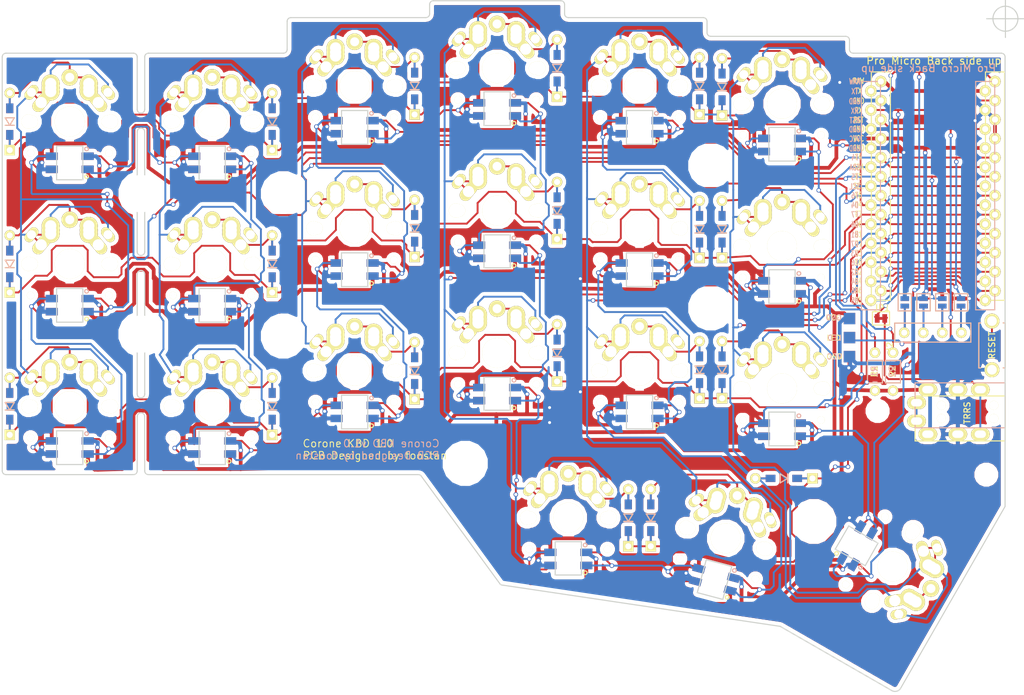
<source format=kicad_pcb>
(kicad_pcb (version 4) (host pcbnew 4.0.7)
  (title_block (title Crkbd) (date 2018/04/11) (rev 1.0) (company foostan))
  (layers (0 F.Cu signal) (31 B.Cu signal) (34 B.Paste user hide) (35 F.Paste user hide) (36 B.SilkS user) (37 F.SilkS user) (38 B.Mask user) (39 F.Mask user) (44 Edge.Cuts user))
  (net 0 "")
  (net 1 row0)
  (net 2 "Net-(D1-Pad2)")
  (net 3 row1)
  (net 4 "Net-(D2-Pad2)")
  (net 5 row2)
  (net 6 "Net-(D3-Pad2)")
  (net 7 row3)
  (net 8 "Net-(D4-Pad2)")
  (net 9 "Net-(D5-Pad2)")
  (net 10 "Net-(D6-Pad2)")
  (net 11 "Net-(D7-Pad2)")
  (net 12 "Net-(D8-Pad2)")
  (net 13 "Net-(D9-Pad2)")
  (net 14 "Net-(D10-Pad2)")
  (net 15 "Net-(D11-Pad2)")
  (net 16 "Net-(D12-Pad2)")
  (net 17 "Net-(D13-Pad2)")
  (net 18 "Net-(D14-Pad2)")
  (net 19 "Net-(D15-Pad2)")
  (net 20 "Net-(D16-Pad2)")
  (net 21 "Net-(D17-Pad2)")
  (net 22 "Net-(D18-Pad2)")
  (net 23 "Net-(D19-Pad2)")
  (net 24 "Net-(D20-Pad2)")
  (net 25 "Net-(D21-Pad2)")
  (net 26 GND)
  (net 27 VCC)
  (net 28 col0)
  (net 29 col1)
  (net 30 col2)
  (net 31 col3)
  (net 32 col4)
  (net 33 col5)
  (net 34 LED)
  (net 35 data)
  (net 36 "Net-(L1-Pad3)")
  (net 37 "Net-(L1-Pad1)")
  (net 38 "Net-(L3-Pad3)")
  (net 39 "Net-(L10-Pad1)")
  (net 40 "Net-(L11-Pad1)")
  (net 41 "Net-(L13-Pad1)")
  (net 42 "Net-(L14-Pad3)")
  (net 43 "Net-(L10-Pad3)")
  (net 44 "Net-(L12-Pad1)")
  (net 45 "Net-(L13-Pad3)")
  (net 46 "Net-(L15-Pad3)")
  (net 47 "Net-(L16-Pad3)")
  (net 48 reset)
  (net 49 SCL)
  (net 50 SDA)
  (net 51 "Net-(L5-Pad3)")
  (net 52 "Net-(U1-Pad14)")
  (net 53 "Net-(U1-Pad13)")
  (net 54 "Net-(U1-Pad12)")
  (net 55 "Net-(U1-Pad11)")
  (net 56 "Net-(J2-Pad1)")
  (net 57 "Net-(J2-Pad2)")
  (net 58 "Net-(J2-Pad3)")
  (net 59 "Net-(J2-Pad4)")
  (net 60 "Net-(L2-Pad3)")
  (net 61 "Net-(L3-Pad1)")
  (net 62 "Net-(L11-Pad3)")
  (net 63 "Net-(L14-Pad1)")
  (net 64 "Net-(L12-Pad3)")
  (net 65 "Net-(L17-Pad1)")
  (net 66 "Net-(L18-Pad3)")
  (net 67 "Net-(L19-Pad3)")
  (net 68 "Net-(J1-PadA)")
  (net 69 "Net-(J1-PadB)")
  (net 70 "Net-(U1-Pad24)")
  (module Mounting_Holes:MountingHole_2.2mm_M2 (layer F.Cu) (at 155.5 102)
    (fp_text reference "" (at 0 -3.2) (layer F.SilkS))
    (fp_text value "")
    (pad "" np_thru_hole circle (at 0 0) (size 5 5) (drill 5) (layers *.Cu *.Mask))
  )
  (module Mounting_Holes:MountingHole_2.2mm_M2 (layer F.Cu) (at 169.25 130.5)
    (fp_text reference "" (at 0 -3.2) (layer F.SilkS))
    (fp_text value "")
    (pad "" np_thru_hole circle (at 0 0) (size 5 5) (drill 5) (layers *.Cu *.Mask))
  )
  (module Mounting_Holes:MountingHole_2.2mm_M2 (layer F.Cu) (at 122.75 122.75)
    (fp_text reference "" (at 0 -3.2) (layer F.SilkS))
    (fp_text value "")
    (pad "" np_thru_hole circle (at 0 0) (size 5 5) (drill 5) (layers *.Cu *.Mask))
  )
  (module Mounting_Holes:MountingHole_2.2mm_M2 (layer F.Cu) (at 155.5 83)
    (fp_text reference "" (at 0 -3.2) (layer F.SilkS))
    (fp_text value "")
    (pad "" np_thru_hole circle (at 0 0) (size 5 5) (drill 5) (layers *.Cu *.Mask))
  )
  (module Mounting_Holes:MountingHole_2.2mm_M2 (layer F.Cu) (at 98.5 105.75)
    (fp_text reference "" (at 0 -3.2) (layer F.SilkS))
    (fp_text value "")
    (pad "" np_thru_hole circle (at 0 0) (size 5 5) (drill 5) (layers *.Cu *.Mask))
  )
  (module Mounting_Holes:MountingHole_2.2mm_M2 (layer F.Cu) (at 98.5 86.75)
    (fp_text reference "" (at 0 -3.2) (layer F.SilkS))
    (fp_text value "")
    (pad "" np_thru_hole circle (at 0 0) (size 5 5) (drill 5) (layers *.Cu *.Mask))
  )
  (module Mounting_Holes:MountingHole_2.2mm_M2 (layer F.Cu) (at 79.5 105.5)
    (fp_text reference "" (at 0 -3.2) (layer F.SilkS))
    (fp_text value "")
    (pad "" np_thru_hole circle (at 0 0) (size 5 5) (drill 5) (layers *.Cu *.Mask))
  )
  (module Mounting_Holes:MountingHole_2.2mm_M2 (layer F.Cu) (at 79.5 86.75)
    (fp_text reference "" (at 0 -3.2) (layer F.SilkS))
    (fp_text value "")
    (pad "" np_thru_hole circle (at 0 0) (size 5 5) (drill 5) (layers *.Cu *.Mask))
  )
  (module Mounting_Holes:MountingHole_2.2mm_M2 (layer F.Cu) (at 192.25 124.25)
    (fp_text reference "" (at 0 -3.2) (layer F.SilkS))
    (fp_text value "")
    (pad 1 np_thru_hole circle (at 0 0) (size 2.2 2.2) (drill 2.2) (layers *.Cu *.Mask))
  )
  (module Mounting_Holes:MountingHole_2.2mm_M2 (layer F.Cu) (at 177.75 115.75)
    (fp_text reference "" (at 0 -3.2) (layer F.SilkS))
    (fp_text value "")
    (pad 1 np_thru_hole circle (at 0 0) (size 2.2 2.2) (drill 2.2) (layers *.Cu *.Mask))
  )
  (module kbd:MX_ALPS_PG1350_noLed_1.75u (layer F.Cu) (at 179.75 136.5 240)
    (fp_text reference SW21 hide)
    (fp_text value SW_PUSH hide)
    (pad 1 thru_hole oval (at 5.1 -3.9 190) (size 2.2 1.25) (drill 1.2) (layers *.Cu *.Mask F.SilkS) (net 33 col5))
    (pad "" np_thru_hole circle (at 0 0 330) (size 4 4) (drill 4) (layers *.Cu *.Mask F.SilkS))
    (pad "" np_thru_hole circle (at -5.5 0 330) (size 1.9 1.9) (drill 1.9) (layers *.Cu *.Mask F.SilkS))
    (pad "" np_thru_hole circle (at 5.5 0 330) (size 1.9 1.9) (drill 1.9) (layers *.Cu *.Mask F.SilkS))
    (pad 1 thru_hole oval (at -5.1 -3.9 290) (size 2.2 1.25) (drill 1.2) (layers *.Cu *.Mask F.SilkS) (net 33 col5))
    (pad 2 thru_hole circle (at 0 -5.9 330) (size 2.2 2.2) (drill 1.2) (layers *.Cu *.Mask F.SilkS) (net 25 "Net-(D21-Pad2)"))
    (pad 2 thru_hole circle (at 2.54 -5.08 240) (size 2.4 2.4) (drill 1.5) (layers *.Cu *.Mask F.SilkS) (net 25 "Net-(D21-Pad2)"))
    (pad 1 thru_hole oval (at -3.81 -2.54 290) (size 2.8 1.55) (drill 1.5) (layers *.Cu *.Mask F.SilkS) (net 33 col5))
    (pad 1 thru_hole circle (at -2.54 -5.08 240) (size 2.4 2.4) (drill 1.5) (layers *.Cu *.Mask F.SilkS) (net 33 col5))
    (pad 2 thru_hole oval (at 3.81 -2.54 190) (size 2.8 1.55) (drill 1.5) (layers *.Cu *.Mask F.SilkS) (net 25 "Net-(D21-Pad2)"))
    (pad 2 thru_hole circle (at 2.54 -4.5 240) (size 2.4 2.4) (drill 1.5) (layers *.Cu *.Mask F.SilkS) (net 25 "Net-(D21-Pad2)"))
    (pad 2 thru_hole circle (at 2.54 -4 240) (size 2.4 2.4) (drill 1.5) (layers *.Cu *.Mask F.SilkS) (net 25 "Net-(D21-Pad2)"))
    (pad 1 thru_hole circle (at -2.54 -4 240) (size 2.4 2.4) (drill 1.5) (layers *.Cu *.Mask F.SilkS) (net 33 col5))
    (pad 1 thru_hole circle (at -2.54 -4.5 240) (size 2.4 2.4) (drill 1.5) (layers *.Cu *.Mask F.SilkS) (net 33 col5))
    (pad "" np_thru_hole circle (at 5.08 0 240) (size 1.7 1.7) (drill 1.7) (layers *.Cu *.Mask F.SilkS))
    (pad "" np_thru_hole circle (at -5.08 0 240) (size 1.7 1.7) (drill 1.7) (layers *.Cu *.Mask F.SilkS))
    (pad "" np_thru_hole circle (at 5.22 4.2 240) (size 1 1) (drill 1) (layers *.Cu *.Mask F.SilkS))
    (pad "" np_thru_hole circle (at -5.22 4.2 240) (size 1 1) (drill 1) (layers *.Cu *.Mask F.SilkS))
  )
  (module kbd:D3_TH_SMD (layer F.Cu) (at 62 77.125 90)
    (fp_text reference D1 hide)
    (fp_text value D hide)
    (pad 1 smd rect (at -1.775 0 90) (size 1.3 0.95) (layers F.Cu F.Paste F.Mask) (net 1 row0))
    (pad 2 smd rect (at 1.775 0 90) (size 1.3 0.95) (layers B.Cu B.Paste B.Mask) (net 2 "Net-(D1-Pad2)"))
    (pad 1 smd rect (at -1.775 0 90) (size 1.3 0.95) (layers B.Cu B.Paste B.Mask) (net 1 row0))
    (pad 1 thru_hole rect (at -3.81 0 90) (size 1.397 1.397) (drill 0.8128) (layers *.Cu *.Mask F.SilkS) (net 1 row0))
    (pad 2 thru_hole circle (at 3.81 0 90) (size 1.397 1.397) (drill 0.8128) (layers *.Cu *.Mask F.SilkS) (net 2 "Net-(D1-Pad2)"))
    (pad 2 smd rect (at 1.775 0 90) (size 1.3 0.95) (layers F.Cu F.Paste F.Mask) (net 2 "Net-(D1-Pad2)"))
  )
  (module kbd:D3_TH_SMD (layer F.Cu) (at 97 77.125 90)
    (fp_text reference D2 hide)
    (fp_text value D hide)
    (pad 1 smd rect (at -1.775 0 90) (size 1.3 0.95) (layers F.Cu F.Paste F.Mask) (net 1 row0))
    (pad 2 smd rect (at 1.775 0 90) (size 1.3 0.95) (layers B.Cu B.Paste B.Mask) (net 4 "Net-(D2-Pad2)"))
    (pad 1 smd rect (at -1.775 0 90) (size 1.3 0.95) (layers B.Cu B.Paste B.Mask) (net 1 row0))
    (pad 1 thru_hole rect (at -3.81 0 90) (size 1.397 1.397) (drill 0.8128) (layers *.Cu *.Mask F.SilkS) (net 1 row0))
    (pad 2 thru_hole circle (at 3.81 0 90) (size 1.397 1.397) (drill 0.8128) (layers *.Cu *.Mask F.SilkS) (net 4 "Net-(D2-Pad2)"))
    (pad 2 smd rect (at 1.775 0 90) (size 1.3 0.95) (layers F.Cu F.Paste F.Mask) (net 4 "Net-(D2-Pad2)"))
  )
  (module kbd:D3_TH_SMD (layer F.Cu) (at 116 72.375 90)
    (fp_text reference D3 hide)
    (fp_text value D hide)
    (pad 1 smd rect (at -1.775 0 90) (size 1.3 0.95) (layers F.Cu F.Paste F.Mask) (net 1 row0))
    (pad 2 smd rect (at 1.775 0 90) (size 1.3 0.95) (layers B.Cu B.Paste B.Mask) (net 6 "Net-(D3-Pad2)"))
    (pad 1 smd rect (at -1.775 0 90) (size 1.3 0.95) (layers B.Cu B.Paste B.Mask) (net 1 row0))
    (pad 1 thru_hole rect (at -3.81 0 90) (size 1.397 1.397) (drill 0.8128) (layers *.Cu *.Mask F.SilkS) (net 1 row0))
    (pad 2 thru_hole circle (at 3.81 0 90) (size 1.397 1.397) (drill 0.8128) (layers *.Cu *.Mask F.SilkS) (net 6 "Net-(D3-Pad2)"))
    (pad 2 smd rect (at 1.775 0 90) (size 1.3 0.95) (layers F.Cu F.Paste F.Mask) (net 6 "Net-(D3-Pad2)"))
  )
  (module kbd:D3_TH_SMD (layer F.Cu) (at 135 70 90)
    (fp_text reference D4 hide)
    (fp_text value D hide)
    (pad 1 smd rect (at -1.775 0 90) (size 1.3 0.95) (layers F.Cu F.Paste F.Mask) (net 1 row0))
    (pad 2 smd rect (at 1.775 0 90) (size 1.3 0.95) (layers B.Cu B.Paste B.Mask) (net 8 "Net-(D4-Pad2)"))
    (pad 1 smd rect (at -1.775 0 90) (size 1.3 0.95) (layers B.Cu B.Paste B.Mask) (net 1 row0))
    (pad 1 thru_hole rect (at -3.81 0 90) (size 1.397 1.397) (drill 0.8128) (layers *.Cu *.Mask F.SilkS) (net 1 row0))
    (pad 2 thru_hole circle (at 3.81 0 90) (size 1.397 1.397) (drill 0.8128) (layers *.Cu *.Mask F.SilkS) (net 8 "Net-(D4-Pad2)"))
    (pad 2 smd rect (at 1.775 0 90) (size 1.3 0.95) (layers F.Cu F.Paste F.Mask) (net 8 "Net-(D4-Pad2)"))
  )
  (module kbd:D3_TH_SMD (layer F.Cu) (at 154 72.375 90)
    (fp_text reference D5 hide)
    (fp_text value D hide)
    (pad 1 smd rect (at -1.775 0 90) (size 1.3 0.95) (layers F.Cu F.Paste F.Mask) (net 1 row0))
    (pad 2 smd rect (at 1.775 0 90) (size 1.3 0.95) (layers B.Cu B.Paste B.Mask) (net 9 "Net-(D5-Pad2)"))
    (pad 1 smd rect (at -1.775 0 90) (size 1.3 0.95) (layers B.Cu B.Paste B.Mask) (net 1 row0))
    (pad 1 thru_hole rect (at -3.81 0 90) (size 1.397 1.397) (drill 0.8128) (layers *.Cu *.Mask F.SilkS) (net 1 row0))
    (pad 2 thru_hole circle (at 3.81 0 90) (size 1.397 1.397) (drill 0.8128) (layers *.Cu *.Mask F.SilkS) (net 9 "Net-(D5-Pad2)"))
    (pad 2 smd rect (at 1.775 0 90) (size 1.3 0.95) (layers F.Cu F.Paste F.Mask) (net 9 "Net-(D5-Pad2)"))
  )
  (module kbd:D3_TH_SMD (layer F.Cu) (at 157 72.5 90)
    (fp_text reference D6 hide)
    (fp_text value D hide)
    (pad 1 smd rect (at -1.775 0 90) (size 1.3 0.95) (layers F.Cu F.Paste F.Mask) (net 1 row0))
    (pad 2 smd rect (at 1.775 0 90) (size 1.3 0.95) (layers B.Cu B.Paste B.Mask) (net 10 "Net-(D6-Pad2)"))
    (pad 1 smd rect (at -1.775 0 90) (size 1.3 0.95) (layers B.Cu B.Paste B.Mask) (net 1 row0))
    (pad 1 thru_hole rect (at -3.81 0 90) (size 1.397 1.397) (drill 0.8128) (layers *.Cu *.Mask F.SilkS) (net 1 row0))
    (pad 2 thru_hole circle (at 3.81 0 90) (size 1.397 1.397) (drill 0.8128) (layers *.Cu *.Mask F.SilkS) (net 10 "Net-(D6-Pad2)"))
    (pad 2 smd rect (at 1.775 0 90) (size 1.3 0.95) (layers F.Cu F.Paste F.Mask) (net 10 "Net-(D6-Pad2)"))
  )
  (module kbd:D3_TH_SMD (layer F.Cu) (at 62 96.125 90)
    (fp_text reference D7 hide)
    (fp_text value D hide)
    (pad 1 smd rect (at -1.775 0 90) (size 1.3 0.95) (layers F.Cu F.Paste F.Mask) (net 3 row1))
    (pad 2 smd rect (at 1.775 0 90) (size 1.3 0.95) (layers B.Cu B.Paste B.Mask) (net 11 "Net-(D7-Pad2)"))
    (pad 1 smd rect (at -1.775 0 90) (size 1.3 0.95) (layers B.Cu B.Paste B.Mask) (net 3 row1))
    (pad 1 thru_hole rect (at -3.81 0 90) (size 1.397 1.397) (drill 0.8128) (layers *.Cu *.Mask F.SilkS) (net 3 row1))
    (pad 2 thru_hole circle (at 3.81 0 90) (size 1.397 1.397) (drill 0.8128) (layers *.Cu *.Mask F.SilkS) (net 11 "Net-(D7-Pad2)"))
    (pad 2 smd rect (at 1.775 0 90) (size 1.3 0.95) (layers F.Cu F.Paste F.Mask) (net 11 "Net-(D7-Pad2)"))
  )
  (module kbd:D3_TH_SMD (layer F.Cu) (at 97 96.125 90)
    (fp_text reference D8 hide)
    (fp_text value D hide)
    (pad 1 smd rect (at -1.775 0 90) (size 1.3 0.95) (layers F.Cu F.Paste F.Mask) (net 3 row1))
    (pad 2 smd rect (at 1.775 0 90) (size 1.3 0.95) (layers B.Cu B.Paste B.Mask) (net 12 "Net-(D8-Pad2)"))
    (pad 1 smd rect (at -1.775 0 90) (size 1.3 0.95) (layers B.Cu B.Paste B.Mask) (net 3 row1))
    (pad 1 thru_hole rect (at -3.81 0 90) (size 1.397 1.397) (drill 0.8128) (layers *.Cu *.Mask F.SilkS) (net 3 row1))
    (pad 2 thru_hole circle (at 3.81 0 90) (size 1.397 1.397) (drill 0.8128) (layers *.Cu *.Mask F.SilkS) (net 12 "Net-(D8-Pad2)"))
    (pad 2 smd rect (at 1.775 0 90) (size 1.3 0.95) (layers F.Cu F.Paste F.Mask) (net 12 "Net-(D8-Pad2)"))
  )
  (module kbd:D3_TH_SMD (layer F.Cu) (at 116 91.375 90)
    (fp_text reference D9 hide)
    (fp_text value D hide)
    (pad 1 smd rect (at -1.775 0 90) (size 1.3 0.95) (layers F.Cu F.Paste F.Mask) (net 3 row1))
    (pad 2 smd rect (at 1.775 0 90) (size 1.3 0.95) (layers B.Cu B.Paste B.Mask) (net 13 "Net-(D9-Pad2)"))
    (pad 1 smd rect (at -1.775 0 90) (size 1.3 0.95) (layers B.Cu B.Paste B.Mask) (net 3 row1))
    (pad 1 thru_hole rect (at -3.81 0 90) (size 1.397 1.397) (drill 0.8128) (layers *.Cu *.Mask F.SilkS) (net 3 row1))
    (pad 2 thru_hole circle (at 3.81 0 90) (size 1.397 1.397) (drill 0.8128) (layers *.Cu *.Mask F.SilkS) (net 13 "Net-(D9-Pad2)"))
    (pad 2 smd rect (at 1.775 0 90) (size 1.3 0.95) (layers F.Cu F.Paste F.Mask) (net 13 "Net-(D9-Pad2)"))
  )
  (module kbd:D3_TH_SMD (layer F.Cu) (at 135 89 90)
    (fp_text reference D10 hide)
    (fp_text value D hide)
    (pad 1 smd rect (at -1.775 0 90) (size 1.3 0.95) (layers F.Cu F.Paste F.Mask) (net 3 row1))
    (pad 2 smd rect (at 1.775 0 90) (size 1.3 0.95) (layers B.Cu B.Paste B.Mask) (net 14 "Net-(D10-Pad2)"))
    (pad 1 smd rect (at -1.775 0 90) (size 1.3 0.95) (layers B.Cu B.Paste B.Mask) (net 3 row1))
    (pad 1 thru_hole rect (at -3.81 0 90) (size 1.397 1.397) (drill 0.8128) (layers *.Cu *.Mask F.SilkS) (net 3 row1))
    (pad 2 thru_hole circle (at 3.81 0 90) (size 1.397 1.397) (drill 0.8128) (layers *.Cu *.Mask F.SilkS) (net 14 "Net-(D10-Pad2)"))
    (pad 2 smd rect (at 1.775 0 90) (size 1.3 0.95) (layers F.Cu F.Paste F.Mask) (net 14 "Net-(D10-Pad2)"))
  )
  (module kbd:D3_TH_SMD (layer F.Cu) (at 154 91.5 90)
    (fp_text reference D11 hide)
    (fp_text value D hide)
    (pad 1 smd rect (at -1.775 0 90) (size 1.3 0.95) (layers F.Cu F.Paste F.Mask) (net 3 row1))
    (pad 2 smd rect (at 1.775 0 90) (size 1.3 0.95) (layers B.Cu B.Paste B.Mask) (net 15 "Net-(D11-Pad2)"))
    (pad 1 smd rect (at -1.775 0 90) (size 1.3 0.95) (layers B.Cu B.Paste B.Mask) (net 3 row1))
    (pad 1 thru_hole rect (at -3.81 0 90) (size 1.397 1.397) (drill 0.8128) (layers *.Cu *.Mask F.SilkS) (net 3 row1))
    (pad 2 thru_hole circle (at 3.81 0 90) (size 1.397 1.397) (drill 0.8128) (layers *.Cu *.Mask F.SilkS) (net 15 "Net-(D11-Pad2)"))
    (pad 2 smd rect (at 1.775 0 90) (size 1.3 0.95) (layers F.Cu F.Paste F.Mask) (net 15 "Net-(D11-Pad2)"))
  )
  (module kbd:D3_TH_SMD (layer F.Cu) (at 157 91.5 90)
    (fp_text reference D12 hide)
    (fp_text value D hide)
    (pad 1 smd rect (at -1.775 0 90) (size 1.3 0.95) (layers F.Cu F.Paste F.Mask) (net 3 row1))
    (pad 2 smd rect (at 1.775 0 90) (size 1.3 0.95) (layers B.Cu B.Paste B.Mask) (net 16 "Net-(D12-Pad2)"))
    (pad 1 smd rect (at -1.775 0 90) (size 1.3 0.95) (layers B.Cu B.Paste B.Mask) (net 3 row1))
    (pad 1 thru_hole rect (at -3.81 0 90) (size 1.397 1.397) (drill 0.8128) (layers *.Cu *.Mask F.SilkS) (net 3 row1))
    (pad 2 thru_hole circle (at 3.81 0 90) (size 1.397 1.397) (drill 0.8128) (layers *.Cu *.Mask F.SilkS) (net 16 "Net-(D12-Pad2)"))
    (pad 2 smd rect (at 1.775 0 90) (size 1.3 0.95) (layers F.Cu F.Paste F.Mask) (net 16 "Net-(D12-Pad2)"))
  )
  (module kbd:D3_TH_SMD (layer F.Cu) (at 62 115.125 90)
    (fp_text reference D13 hide)
    (fp_text value D hide)
    (pad 1 smd rect (at -1.775 0 90) (size 1.3 0.95) (layers F.Cu F.Paste F.Mask) (net 5 row2))
    (pad 2 smd rect (at 1.775 0 90) (size 1.3 0.95) (layers B.Cu B.Paste B.Mask) (net 17 "Net-(D13-Pad2)"))
    (pad 1 smd rect (at -1.775 0 90) (size 1.3 0.95) (layers B.Cu B.Paste B.Mask) (net 5 row2))
    (pad 1 thru_hole rect (at -3.81 0 90) (size 1.397 1.397) (drill 0.8128) (layers *.Cu *.Mask F.SilkS) (net 5 row2))
    (pad 2 thru_hole circle (at 3.81 0 90) (size 1.397 1.397) (drill 0.8128) (layers *.Cu *.Mask F.SilkS) (net 17 "Net-(D13-Pad2)"))
    (pad 2 smd rect (at 1.775 0 90) (size 1.3 0.95) (layers F.Cu F.Paste F.Mask) (net 17 "Net-(D13-Pad2)"))
  )
  (module kbd:D3_TH_SMD (layer F.Cu) (at 97 115.125 90)
    (fp_text reference D14 hide)
    (fp_text value D hide)
    (pad 1 smd rect (at -1.775 0 90) (size 1.3 0.95) (layers F.Cu F.Paste F.Mask) (net 5 row2))
    (pad 2 smd rect (at 1.775 0 90) (size 1.3 0.95) (layers B.Cu B.Paste B.Mask) (net 18 "Net-(D14-Pad2)"))
    (pad 1 smd rect (at -1.775 0 90) (size 1.3 0.95) (layers B.Cu B.Paste B.Mask) (net 5 row2))
    (pad 1 thru_hole rect (at -3.81 0 90) (size 1.397 1.397) (drill 0.8128) (layers *.Cu *.Mask F.SilkS) (net 5 row2))
    (pad 2 thru_hole circle (at 3.81 0 90) (size 1.397 1.397) (drill 0.8128) (layers *.Cu *.Mask F.SilkS) (net 18 "Net-(D14-Pad2)"))
    (pad 2 smd rect (at 1.775 0 90) (size 1.3 0.95) (layers F.Cu F.Paste F.Mask) (net 18 "Net-(D14-Pad2)"))
  )
  (module kbd:D3_TH_SMD (layer F.Cu) (at 116 110.375 90)
    (fp_text reference D15 hide)
    (fp_text value D hide)
    (pad 1 smd rect (at -1.775 0 90) (size 1.3 0.95) (layers F.Cu F.Paste F.Mask) (net 5 row2))
    (pad 2 smd rect (at 1.775 0 90) (size 1.3 0.95) (layers B.Cu B.Paste B.Mask) (net 19 "Net-(D15-Pad2)"))
    (pad 1 smd rect (at -1.775 0 90) (size 1.3 0.95) (layers B.Cu B.Paste B.Mask) (net 5 row2))
    (pad 1 thru_hole rect (at -3.81 0 90) (size 1.397 1.397) (drill 0.8128) (layers *.Cu *.Mask F.SilkS) (net 5 row2))
    (pad 2 thru_hole circle (at 3.81 0 90) (size 1.397 1.397) (drill 0.8128) (layers *.Cu *.Mask F.SilkS) (net 19 "Net-(D15-Pad2)"))
    (pad 2 smd rect (at 1.775 0 90) (size 1.3 0.95) (layers F.Cu F.Paste F.Mask) (net 19 "Net-(D15-Pad2)"))
  )
  (module kbd:D3_TH_SMD (layer F.Cu) (at 135 108 90)
    (fp_text reference D16 hide)
    (fp_text value D hide)
    (pad 1 smd rect (at -1.775 0 90) (size 1.3 0.95) (layers F.Cu F.Paste F.Mask) (net 5 row2))
    (pad 2 smd rect (at 1.775 0 90) (size 1.3 0.95) (layers B.Cu B.Paste B.Mask) (net 20 "Net-(D16-Pad2)"))
    (pad 1 smd rect (at -1.775 0 90) (size 1.3 0.95) (layers B.Cu B.Paste B.Mask) (net 5 row2))
    (pad 1 thru_hole rect (at -3.81 0 90) (size 1.397 1.397) (drill 0.8128) (layers *.Cu *.Mask F.SilkS) (net 5 row2))
    (pad 2 thru_hole circle (at 3.81 0 90) (size 1.397 1.397) (drill 0.8128) (layers *.Cu *.Mask F.SilkS) (net 20 "Net-(D16-Pad2)"))
    (pad 2 smd rect (at 1.775 0 90) (size 1.3 0.95) (layers F.Cu F.Paste F.Mask) (net 20 "Net-(D16-Pad2)"))
  )
  (module kbd:D3_TH_SMD (layer F.Cu) (at 154 110.25 90)
    (fp_text reference D17 hide)
    (fp_text value D hide)
    (pad 1 smd rect (at -1.775 0 90) (size 1.3 0.95) (layers F.Cu F.Paste F.Mask) (net 5 row2))
    (pad 2 smd rect (at 1.775 0 90) (size 1.3 0.95) (layers B.Cu B.Paste B.Mask) (net 21 "Net-(D17-Pad2)"))
    (pad 1 smd rect (at -1.775 0 90) (size 1.3 0.95) (layers B.Cu B.Paste B.Mask) (net 5 row2))
    (pad 1 thru_hole rect (at -3.81 0 90) (size 1.397 1.397) (drill 0.8128) (layers *.Cu *.Mask F.SilkS) (net 5 row2))
    (pad 2 thru_hole circle (at 3.81 0 90) (size 1.397 1.397) (drill 0.8128) (layers *.Cu *.Mask F.SilkS) (net 21 "Net-(D17-Pad2)"))
    (pad 2 smd rect (at 1.775 0 90) (size 1.3 0.95) (layers F.Cu F.Paste F.Mask) (net 21 "Net-(D17-Pad2)"))
  )
  (module kbd:D3_TH_SMD (layer F.Cu) (at 157 110.25 90)
    (fp_text reference D18 hide)
    (fp_text value D hide)
    (pad 1 smd rect (at -1.775 0 90) (size 1.3 0.95) (layers F.Cu F.Paste F.Mask) (net 5 row2))
    (pad 2 smd rect (at 1.775 0 90) (size 1.3 0.95) (layers B.Cu B.Paste B.Mask) (net 22 "Net-(D18-Pad2)"))
    (pad 1 smd rect (at -1.775 0 90) (size 1.3 0.95) (layers B.Cu B.Paste B.Mask) (net 5 row2))
    (pad 1 thru_hole rect (at -3.81 0 90) (size 1.397 1.397) (drill 0.8128) (layers *.Cu *.Mask F.SilkS) (net 5 row2))
    (pad 2 thru_hole circle (at 3.81 0 90) (size 1.397 1.397) (drill 0.8128) (layers *.Cu *.Mask F.SilkS) (net 22 "Net-(D18-Pad2)"))
    (pad 2 smd rect (at 1.775 0 90) (size 1.3 0.95) (layers F.Cu F.Paste F.Mask) (net 22 "Net-(D18-Pad2)"))
  )
  (module kbd:D3_TH_SMD (layer F.Cu) (at 144.5 130 90)
    (fp_text reference D19 hide)
    (fp_text value D hide)
    (pad 1 smd rect (at -1.775 0 90) (size 1.3 0.95) (layers F.Cu F.Paste F.Mask) (net 7 row3))
    (pad 2 smd rect (at 1.775 0 90) (size 1.3 0.95) (layers B.Cu B.Paste B.Mask) (net 23 "Net-(D19-Pad2)"))
    (pad 1 smd rect (at -1.775 0 90) (size 1.3 0.95) (layers B.Cu B.Paste B.Mask) (net 7 row3))
    (pad 1 thru_hole rect (at -3.81 0 90) (size 1.397 1.397) (drill 0.8128) (layers *.Cu *.Mask F.SilkS) (net 7 row3))
    (pad 2 thru_hole circle (at 3.81 0 90) (size 1.397 1.397) (drill 0.8128) (layers *.Cu *.Mask F.SilkS) (net 23 "Net-(D19-Pad2)"))
    (pad 2 smd rect (at 1.775 0 90) (size 1.3 0.95) (layers F.Cu F.Paste F.Mask) (net 23 "Net-(D19-Pad2)"))
  )
  (module kbd:D3_TH_SMD (layer F.Cu) (at 147.5 130 90)
    (fp_text reference D20 hide)
    (fp_text value D hide)
    (pad 1 smd rect (at -1.775 0 90) (size 1.3 0.95) (layers F.Cu F.Paste F.Mask) (net 7 row3))
    (pad 2 smd rect (at 1.775 0 90) (size 1.3 0.95) (layers B.Cu B.Paste B.Mask) (net 24 "Net-(D20-Pad2)"))
    (pad 1 smd rect (at -1.775 0 90) (size 1.3 0.95) (layers B.Cu B.Paste B.Mask) (net 7 row3))
    (pad 1 thru_hole rect (at -3.81 0 90) (size 1.397 1.397) (drill 0.8128) (layers *.Cu *.Mask F.SilkS) (net 7 row3))
    (pad 2 thru_hole circle (at 3.81 0 90) (size 1.397 1.397) (drill 0.8128) (layers *.Cu *.Mask F.SilkS) (net 24 "Net-(D20-Pad2)"))
    (pad 2 smd rect (at 1.775 0 90) (size 1.3 0.95) (layers F.Cu F.Paste F.Mask) (net 24 "Net-(D20-Pad2)"))
  )
  (module kbd:D3_TH_SMD (layer F.Cu) (at 165.25 124.75 180)
    (fp_text reference D21 hide)
    (fp_text value D hide)
    (pad 1 smd rect (at -1.775 0 180) (size 1.3 0.95) (layers F.Cu F.Paste F.Mask) (net 7 row3))
    (pad 2 smd rect (at 1.775 0 180) (size 1.3 0.95) (layers B.Cu B.Paste B.Mask) (net 25 "Net-(D21-Pad2)"))
    (pad 1 smd rect (at -1.775 0 180) (size 1.3 0.95) (layers B.Cu B.Paste B.Mask) (net 7 row3))
    (pad 1 thru_hole rect (at -3.81 0 180) (size 1.397 1.397) (drill 0.8128) (layers *.Cu *.Mask F.SilkS) (net 7 row3))
    (pad 2 thru_hole circle (at 3.81 0 180) (size 1.397 1.397) (drill 0.8128) (layers *.Cu *.Mask F.SilkS) (net 25 "Net-(D21-Pad2)"))
    (pad 2 smd rect (at 1.775 0 180) (size 1.3 0.95) (layers F.Cu F.Paste F.Mask) (net 25 "Net-(D21-Pad2)"))
  )
  (module kbd:SK6812MINI_rev (layer F.Cu) (at 70 82.625)
    (fp_text reference L1 hide)
    (fp_text value SK6812MINI hide)
    (pad 4 smd rect (at 2.4 0.875) (size 1.6 1) (layers F.Cu F.Paste F.Mask) (net 27 VCC))
    (pad 3 smd rect (at 2.4 -0.875) (size 1.6 1) (layers F.Cu F.Paste F.Mask) (net 36 "Net-(L1-Pad3)"))
    (pad 1 smd rect (at -2.4 0.875) (size 1.6 1) (layers F.Cu F.Paste F.Mask) (net 37 "Net-(L1-Pad1)"))
    (pad 2 smd rect (at -2.4 -0.875) (size 1.6 1) (layers F.Cu F.Paste F.Mask) (net 26 GND))
    (pad 3 smd rect (at 2.4 0.875) (size 1.6 1) (layers B.Cu B.Paste B.Mask) (net 36 "Net-(L1-Pad3)"))
    (pad 4 smd rect (at 2.4 -0.875) (size 1.6 1) (layers B.Cu B.Paste B.Mask) (net 27 VCC))
    (pad 1 smd rect (at -2.4 -0.875) (size 1.6 1) (layers B.Cu B.Paste B.Mask) (net 37 "Net-(L1-Pad1)"))
    (pad 2 smd rect (at -2.4 0.875) (size 1.6 1) (layers B.Cu B.Paste B.Mask) (net 26 GND))
  )
  (module kbd:SK6812MINI_rev (layer F.Cu) (at 89 82.625)
    (fp_text reference L2 hide)
    (fp_text value SK6812MINI hide)
    (pad 4 smd rect (at 2.4 0.875) (size 1.6 1) (layers F.Cu F.Paste F.Mask) (net 27 VCC))
    (pad 3 smd rect (at 2.4 -0.875) (size 1.6 1) (layers F.Cu F.Paste F.Mask) (net 60 "Net-(L2-Pad3)"))
    (pad 1 smd rect (at -2.4 0.875) (size 1.6 1) (layers F.Cu F.Paste F.Mask) (net 36 "Net-(L1-Pad3)"))
    (pad 2 smd rect (at -2.4 -0.875) (size 1.6 1) (layers F.Cu F.Paste F.Mask) (net 26 GND))
    (pad 3 smd rect (at 2.4 0.875) (size 1.6 1) (layers B.Cu B.Paste B.Mask) (net 60 "Net-(L2-Pad3)"))
    (pad 4 smd rect (at 2.4 -0.875) (size 1.6 1) (layers B.Cu B.Paste B.Mask) (net 27 VCC))
    (pad 1 smd rect (at -2.4 -0.875) (size 1.6 1) (layers B.Cu B.Paste B.Mask) (net 36 "Net-(L1-Pad3)"))
    (pad 2 smd rect (at -2.4 0.875) (size 1.6 1) (layers B.Cu B.Paste B.Mask) (net 26 GND))
  )
  (module kbd:SK6812MINI_rev (layer F.Cu) (at 108 77.875)
    (fp_text reference L3 hide)
    (fp_text value SK6812MINI hide)
    (pad 4 smd rect (at 2.4 0.875) (size 1.6 1) (layers F.Cu F.Paste F.Mask) (net 27 VCC))
    (pad 3 smd rect (at 2.4 -0.875) (size 1.6 1) (layers F.Cu F.Paste F.Mask) (net 38 "Net-(L3-Pad3)"))
    (pad 1 smd rect (at -2.4 0.875) (size 1.6 1) (layers F.Cu F.Paste F.Mask) (net 61 "Net-(L3-Pad1)"))
    (pad 2 smd rect (at -2.4 -0.875) (size 1.6 1) (layers F.Cu F.Paste F.Mask) (net 26 GND))
    (pad 3 smd rect (at 2.4 0.875) (size 1.6 1) (layers B.Cu B.Paste B.Mask) (net 38 "Net-(L3-Pad3)"))
    (pad 4 smd rect (at 2.4 -0.875) (size 1.6 1) (layers B.Cu B.Paste B.Mask) (net 27 VCC))
    (pad 1 smd rect (at -2.4 -0.875) (size 1.6 1) (layers B.Cu B.Paste B.Mask) (net 61 "Net-(L3-Pad1)"))
    (pad 2 smd rect (at -2.4 0.875) (size 1.6 1) (layers B.Cu B.Paste B.Mask) (net 26 GND))
  )
  (module kbd:SK6812MINI_rev (layer F.Cu) (at 127 75.5)
    (fp_text reference L4 hide)
    (fp_text value SK6812MINI hide)
    (pad 4 smd rect (at 2.4 0.875) (size 1.6 1) (layers F.Cu F.Paste F.Mask) (net 27 VCC))
    (pad 3 smd rect (at 2.4 -0.875) (size 1.6 1) (layers F.Cu F.Paste F.Mask) (net 39 "Net-(L10-Pad1)"))
    (pad 1 smd rect (at -2.4 0.875) (size 1.6 1) (layers F.Cu F.Paste F.Mask) (net 38 "Net-(L3-Pad3)"))
    (pad 2 smd rect (at -2.4 -0.875) (size 1.6 1) (layers F.Cu F.Paste F.Mask) (net 26 GND))
    (pad 3 smd rect (at 2.4 0.875) (size 1.6 1) (layers B.Cu B.Paste B.Mask) (net 39 "Net-(L10-Pad1)"))
    (pad 4 smd rect (at 2.4 -0.875) (size 1.6 1) (layers B.Cu B.Paste B.Mask) (net 27 VCC))
    (pad 1 smd rect (at -2.4 -0.875) (size 1.6 1) (layers B.Cu B.Paste B.Mask) (net 38 "Net-(L3-Pad3)"))
    (pad 2 smd rect (at -2.4 0.875) (size 1.6 1) (layers B.Cu B.Paste B.Mask) (net 26 GND))
  )
  (module kbd:SK6812MINI_rev (layer F.Cu) (at 146 77.875)
    (fp_text reference L5 hide)
    (fp_text value SK6812MINI hide)
    (pad 4 smd rect (at 2.4 0.875) (size 1.6 1) (layers F.Cu F.Paste F.Mask) (net 27 VCC))
    (pad 3 smd rect (at 2.4 -0.875) (size 1.6 1) (layers F.Cu F.Paste F.Mask) (net 51 "Net-(L5-Pad3)"))
    (pad 1 smd rect (at -2.4 0.875) (size 1.6 1) (layers F.Cu F.Paste F.Mask) (net 62 "Net-(L11-Pad3)"))
    (pad 2 smd rect (at -2.4 -0.875) (size 1.6 1) (layers F.Cu F.Paste F.Mask) (net 26 GND))
    (pad 3 smd rect (at 2.4 0.875) (size 1.6 1) (layers B.Cu B.Paste B.Mask) (net 51 "Net-(L5-Pad3)"))
    (pad 4 smd rect (at 2.4 -0.875) (size 1.6 1) (layers B.Cu B.Paste B.Mask) (net 27 VCC))
    (pad 1 smd rect (at -2.4 -0.875) (size 1.6 1) (layers B.Cu B.Paste B.Mask) (net 62 "Net-(L11-Pad3)"))
    (pad 2 smd rect (at -2.4 0.875) (size 1.6 1) (layers B.Cu B.Paste B.Mask) (net 26 GND))
  )
  (module kbd:SK6812MINI_rev (layer F.Cu) (at 165 80.25)
    (fp_text reference L6 hide)
    (fp_text value SK6812MINI hide)
    (pad 4 smd rect (at 2.4 0.875) (size 1.6 1) (layers F.Cu F.Paste F.Mask) (net 27 VCC))
    (pad 3 smd rect (at 2.4 -0.875) (size 1.6 1) (layers F.Cu F.Paste F.Mask) (net 44 "Net-(L12-Pad1)"))
    (pad 1 smd rect (at -2.4 0.875) (size 1.6 1) (layers F.Cu F.Paste F.Mask) (net 51 "Net-(L5-Pad3)"))
    (pad 2 smd rect (at -2.4 -0.875) (size 1.6 1) (layers F.Cu F.Paste F.Mask) (net 26 GND))
    (pad 3 smd rect (at 2.4 0.875) (size 1.6 1) (layers B.Cu B.Paste B.Mask) (net 44 "Net-(L12-Pad1)"))
    (pad 4 smd rect (at 2.4 -0.875) (size 1.6 1) (layers B.Cu B.Paste B.Mask) (net 27 VCC))
    (pad 1 smd rect (at -2.4 -0.875) (size 1.6 1) (layers B.Cu B.Paste B.Mask) (net 51 "Net-(L5-Pad3)"))
    (pad 2 smd rect (at -2.4 0.875) (size 1.6 1) (layers B.Cu B.Paste B.Mask) (net 26 GND))
  )
  (module kbd:SK6812MINI_rev (layer F.Cu) (at 70 101.625)
    (fp_text reference L7 hide)
    (fp_text value SK6812MINI hide)
    (pad 4 smd rect (at 2.4 0.875) (size 1.6 1) (layers F.Cu F.Paste F.Mask) (net 27 VCC))
    (pad 3 smd rect (at 2.4 -0.875) (size 1.6 1) (layers F.Cu F.Paste F.Mask) (net 37 "Net-(L1-Pad1)"))
    (pad 1 smd rect (at -2.4 0.875) (size 1.6 1) (layers F.Cu F.Paste F.Mask) (net 45 "Net-(L13-Pad3)"))
    (pad 2 smd rect (at -2.4 -0.875) (size 1.6 1) (layers F.Cu F.Paste F.Mask) (net 26 GND))
    (pad 3 smd rect (at 2.4 0.875) (size 1.6 1) (layers B.Cu B.Paste B.Mask) (net 37 "Net-(L1-Pad1)"))
    (pad 4 smd rect (at 2.4 -0.875) (size 1.6 1) (layers B.Cu B.Paste B.Mask) (net 27 VCC))
    (pad 1 smd rect (at -2.4 -0.875) (size 1.6 1) (layers B.Cu B.Paste B.Mask) (net 45 "Net-(L13-Pad3)"))
    (pad 2 smd rect (at -2.4 0.875) (size 1.6 1) (layers B.Cu B.Paste B.Mask) (net 26 GND))
  )
  (module kbd:SK6812MINI_rev (layer F.Cu) (at 89 101.625)
    (fp_text reference L8 hide)
    (fp_text value SK6812MINI hide)
    (pad 4 smd rect (at 2.4 0.875) (size 1.6 1) (layers F.Cu F.Paste F.Mask) (net 27 VCC))
    (pad 3 smd rect (at 2.4 -0.875) (size 1.6 1) (layers F.Cu F.Paste F.Mask) (net 63 "Net-(L14-Pad1)"))
    (pad 1 smd rect (at -2.4 0.875) (size 1.6 1) (layers F.Cu F.Paste F.Mask) (net 60 "Net-(L2-Pad3)"))
    (pad 2 smd rect (at -2.4 -0.875) (size 1.6 1) (layers F.Cu F.Paste F.Mask) (net 26 GND))
    (pad 3 smd rect (at 2.4 0.875) (size 1.6 1) (layers B.Cu B.Paste B.Mask) (net 63 "Net-(L14-Pad1)"))
    (pad 4 smd rect (at 2.4 -0.875) (size 1.6 1) (layers B.Cu B.Paste B.Mask) (net 27 VCC))
    (pad 1 smd rect (at -2.4 -0.875) (size 1.6 1) (layers B.Cu B.Paste B.Mask) (net 60 "Net-(L2-Pad3)"))
    (pad 2 smd rect (at -2.4 0.875) (size 1.6 1) (layers B.Cu B.Paste B.Mask) (net 26 GND))
  )
  (module kbd:SK6812MINI_rev (layer F.Cu) (at 108 96.875)
    (fp_text reference L9 hide)
    (fp_text value SK6812MINI hide)
    (pad 4 smd rect (at 2.4 0.875) (size 1.6 1) (layers F.Cu F.Paste F.Mask) (net 27 VCC))
    (pad 3 smd rect (at 2.4 -0.875) (size 1.6 1) (layers F.Cu F.Paste F.Mask) (net 61 "Net-(L3-Pad1)"))
    (pad 1 smd rect (at -2.4 0.875) (size 1.6 1) (layers F.Cu F.Paste F.Mask) (net 46 "Net-(L15-Pad3)"))
    (pad 2 smd rect (at -2.4 -0.875) (size 1.6 1) (layers F.Cu F.Paste F.Mask) (net 26 GND))
    (pad 3 smd rect (at 2.4 0.875) (size 1.6 1) (layers B.Cu B.Paste B.Mask) (net 61 "Net-(L3-Pad1)"))
    (pad 4 smd rect (at 2.4 -0.875) (size 1.6 1) (layers B.Cu B.Paste B.Mask) (net 27 VCC))
    (pad 1 smd rect (at -2.4 -0.875) (size 1.6 1) (layers B.Cu B.Paste B.Mask) (net 46 "Net-(L15-Pad3)"))
    (pad 2 smd rect (at -2.4 0.875) (size 1.6 1) (layers B.Cu B.Paste B.Mask) (net 26 GND))
  )
  (module kbd:SK6812MINI_rev (layer F.Cu) (at 127 94.5)
    (fp_text reference L10 hide)
    (fp_text value SK6812MINI hide)
    (pad 4 smd rect (at 2.4 0.875) (size 1.6 1) (layers F.Cu F.Paste F.Mask) (net 27 VCC))
    (pad 3 smd rect (at 2.4 -0.875) (size 1.6 1) (layers F.Cu F.Paste F.Mask) (net 43 "Net-(L10-Pad3)"))
    (pad 1 smd rect (at -2.4 0.875) (size 1.6 1) (layers F.Cu F.Paste F.Mask) (net 39 "Net-(L10-Pad1)"))
    (pad 2 smd rect (at -2.4 -0.875) (size 1.6 1) (layers F.Cu F.Paste F.Mask) (net 26 GND))
    (pad 3 smd rect (at 2.4 0.875) (size 1.6 1) (layers B.Cu B.Paste B.Mask) (net 43 "Net-(L10-Pad3)"))
    (pad 4 smd rect (at 2.4 -0.875) (size 1.6 1) (layers B.Cu B.Paste B.Mask) (net 27 VCC))
    (pad 1 smd rect (at -2.4 -0.875) (size 1.6 1) (layers B.Cu B.Paste B.Mask) (net 39 "Net-(L10-Pad1)"))
    (pad 2 smd rect (at -2.4 0.875) (size 1.6 1) (layers B.Cu B.Paste B.Mask) (net 26 GND))
  )
  (module kbd:SK6812MINI_rev (layer F.Cu) (at 146 96.875)
    (fp_text reference L11 hide)
    (fp_text value SK6812MINI hide)
    (pad 4 smd rect (at 2.4 0.875) (size 1.6 1) (layers F.Cu F.Paste F.Mask) (net 27 VCC))
    (pad 3 smd rect (at 2.4 -0.875) (size 1.6 1) (layers F.Cu F.Paste F.Mask) (net 62 "Net-(L11-Pad3)"))
    (pad 1 smd rect (at -2.4 0.875) (size 1.6 1) (layers F.Cu F.Paste F.Mask) (net 40 "Net-(L11-Pad1)"))
    (pad 2 smd rect (at -2.4 -0.875) (size 1.6 1) (layers F.Cu F.Paste F.Mask) (net 26 GND))
    (pad 3 smd rect (at 2.4 0.875) (size 1.6 1) (layers B.Cu B.Paste B.Mask) (net 62 "Net-(L11-Pad3)"))
    (pad 4 smd rect (at 2.4 -0.875) (size 1.6 1) (layers B.Cu B.Paste B.Mask) (net 27 VCC))
    (pad 1 smd rect (at -2.4 -0.875) (size 1.6 1) (layers B.Cu B.Paste B.Mask) (net 40 "Net-(L11-Pad1)"))
    (pad 2 smd rect (at -2.4 0.875) (size 1.6 1) (layers B.Cu B.Paste B.Mask) (net 26 GND))
  )
  (module kbd:SK6812MINI_rev (layer F.Cu) (at 165 99.25)
    (fp_text reference L12 hide)
    (fp_text value SK6812MINI hide)
    (pad 4 smd rect (at 2.4 0.875) (size 1.6 1) (layers F.Cu F.Paste F.Mask) (net 27 VCC))
    (pad 3 smd rect (at 2.4 -0.875) (size 1.6 1) (layers F.Cu F.Paste F.Mask) (net 64 "Net-(L12-Pad3)"))
    (pad 1 smd rect (at -2.4 0.875) (size 1.6 1) (layers F.Cu F.Paste F.Mask) (net 44 "Net-(L12-Pad1)"))
    (pad 2 smd rect (at -2.4 -0.875) (size 1.6 1) (layers F.Cu F.Paste F.Mask) (net 26 GND))
    (pad 3 smd rect (at 2.4 0.875) (size 1.6 1) (layers B.Cu B.Paste B.Mask) (net 64 "Net-(L12-Pad3)"))
    (pad 4 smd rect (at 2.4 -0.875) (size 1.6 1) (layers B.Cu B.Paste B.Mask) (net 27 VCC))
    (pad 1 smd rect (at -2.4 -0.875) (size 1.6 1) (layers B.Cu B.Paste B.Mask) (net 44 "Net-(L12-Pad1)"))
    (pad 2 smd rect (at -2.4 0.875) (size 1.6 1) (layers B.Cu B.Paste B.Mask) (net 26 GND))
  )
  (module kbd:SK6812MINI_rev (layer F.Cu) (at 70 120.625)
    (fp_text reference L13 hide)
    (fp_text value SK6812MINI hide)
    (pad 4 smd rect (at 2.4 0.875) (size 1.6 1) (layers F.Cu F.Paste F.Mask) (net 27 VCC))
    (pad 3 smd rect (at 2.4 -0.875) (size 1.6 1) (layers F.Cu F.Paste F.Mask) (net 45 "Net-(L13-Pad3)"))
    (pad 1 smd rect (at -2.4 0.875) (size 1.6 1) (layers F.Cu F.Paste F.Mask) (net 41 "Net-(L13-Pad1)"))
    (pad 2 smd rect (at -2.4 -0.875) (size 1.6 1) (layers F.Cu F.Paste F.Mask) (net 26 GND))
    (pad 3 smd rect (at 2.4 0.875) (size 1.6 1) (layers B.Cu B.Paste B.Mask) (net 45 "Net-(L13-Pad3)"))
    (pad 4 smd rect (at 2.4 -0.875) (size 1.6 1) (layers B.Cu B.Paste B.Mask) (net 27 VCC))
    (pad 1 smd rect (at -2.4 -0.875) (size 1.6 1) (layers B.Cu B.Paste B.Mask) (net 41 "Net-(L13-Pad1)"))
    (pad 2 smd rect (at -2.4 0.875) (size 1.6 1) (layers B.Cu B.Paste B.Mask) (net 26 GND))
  )
  (module kbd:SK6812MINI_rev (layer F.Cu) (at 89 120.625)
    (fp_text reference L14 hide)
    (fp_text value SK6812MINI hide)
    (pad 4 smd rect (at 2.4 0.875) (size 1.6 1) (layers F.Cu F.Paste F.Mask) (net 27 VCC))
    (pad 3 smd rect (at 2.4 -0.875) (size 1.6 1) (layers F.Cu F.Paste F.Mask) (net 42 "Net-(L14-Pad3)"))
    (pad 1 smd rect (at -2.4 0.875) (size 1.6 1) (layers F.Cu F.Paste F.Mask) (net 63 "Net-(L14-Pad1)"))
    (pad 2 smd rect (at -2.4 -0.875) (size 1.6 1) (layers F.Cu F.Paste F.Mask) (net 26 GND))
    (pad 3 smd rect (at 2.4 0.875) (size 1.6 1) (layers B.Cu B.Paste B.Mask) (net 42 "Net-(L14-Pad3)"))
    (pad 4 smd rect (at 2.4 -0.875) (size 1.6 1) (layers B.Cu B.Paste B.Mask) (net 27 VCC))
    (pad 1 smd rect (at -2.4 -0.875) (size 1.6 1) (layers B.Cu B.Paste B.Mask) (net 63 "Net-(L14-Pad1)"))
    (pad 2 smd rect (at -2.4 0.875) (size 1.6 1) (layers B.Cu B.Paste B.Mask) (net 26 GND))
  )
  (module kbd:SK6812MINI_rev (layer F.Cu) (at 108 115.875)
    (fp_text reference L15 hide)
    (fp_text value SK6812MINI hide)
    (pad 4 smd rect (at 2.4 0.875) (size 1.6 1) (layers F.Cu F.Paste F.Mask) (net 27 VCC))
    (pad 3 smd rect (at 2.4 -0.875) (size 1.6 1) (layers F.Cu F.Paste F.Mask) (net 46 "Net-(L15-Pad3)"))
    (pad 1 smd rect (at -2.4 0.875) (size 1.6 1) (layers F.Cu F.Paste F.Mask) (net 42 "Net-(L14-Pad3)"))
    (pad 2 smd rect (at -2.4 -0.875) (size 1.6 1) (layers F.Cu F.Paste F.Mask) (net 26 GND))
    (pad 3 smd rect (at 2.4 0.875) (size 1.6 1) (layers B.Cu B.Paste B.Mask) (net 46 "Net-(L15-Pad3)"))
    (pad 4 smd rect (at 2.4 -0.875) (size 1.6 1) (layers B.Cu B.Paste B.Mask) (net 27 VCC))
    (pad 1 smd rect (at -2.4 -0.875) (size 1.6 1) (layers B.Cu B.Paste B.Mask) (net 42 "Net-(L14-Pad3)"))
    (pad 2 smd rect (at -2.4 0.875) (size 1.6 1) (layers B.Cu B.Paste B.Mask) (net 26 GND))
  )
  (module kbd:SK6812MINI_rev (layer F.Cu) (at 127 113.5)
    (fp_text reference L16 hide)
    (fp_text value SK6812MINI hide)
    (pad 4 smd rect (at 2.4 0.875) (size 1.6 1) (layers F.Cu F.Paste F.Mask) (net 27 VCC))
    (pad 3 smd rect (at 2.4 -0.875) (size 1.6 1) (layers F.Cu F.Paste F.Mask) (net 47 "Net-(L16-Pad3)"))
    (pad 1 smd rect (at -2.4 0.875) (size 1.6 1) (layers F.Cu F.Paste F.Mask) (net 43 "Net-(L10-Pad3)"))
    (pad 2 smd rect (at -2.4 -0.875) (size 1.6 1) (layers F.Cu F.Paste F.Mask) (net 26 GND))
    (pad 3 smd rect (at 2.4 0.875) (size 1.6 1) (layers B.Cu B.Paste B.Mask) (net 47 "Net-(L16-Pad3)"))
    (pad 4 smd rect (at 2.4 -0.875) (size 1.6 1) (layers B.Cu B.Paste B.Mask) (net 27 VCC))
    (pad 1 smd rect (at -2.4 -0.875) (size 1.6 1) (layers B.Cu B.Paste B.Mask) (net 43 "Net-(L10-Pad3)"))
    (pad 2 smd rect (at -2.4 0.875) (size 1.6 1) (layers B.Cu B.Paste B.Mask) (net 26 GND))
  )
  (module kbd:SK6812MINI_rev (layer F.Cu) (at 146 115.875)
    (fp_text reference L17 hide)
    (fp_text value SK6812MINI hide)
    (pad 4 smd rect (at 2.4 0.875) (size 1.6 1) (layers F.Cu F.Paste F.Mask) (net 27 VCC))
    (pad 3 smd rect (at 2.4 -0.875) (size 1.6 1) (layers F.Cu F.Paste F.Mask) (net 40 "Net-(L11-Pad1)"))
    (pad 1 smd rect (at -2.4 0.875) (size 1.6 1) (layers F.Cu F.Paste F.Mask) (net 65 "Net-(L17-Pad1)"))
    (pad 2 smd rect (at -2.4 -0.875) (size 1.6 1) (layers F.Cu F.Paste F.Mask) (net 26 GND))
    (pad 3 smd rect (at 2.4 0.875) (size 1.6 1) (layers B.Cu B.Paste B.Mask) (net 40 "Net-(L11-Pad1)"))
    (pad 4 smd rect (at 2.4 -0.875) (size 1.6 1) (layers B.Cu B.Paste B.Mask) (net 27 VCC))
    (pad 1 smd rect (at -2.4 -0.875) (size 1.6 1) (layers B.Cu B.Paste B.Mask) (net 65 "Net-(L17-Pad1)"))
    (pad 2 smd rect (at -2.4 0.875) (size 1.6 1) (layers B.Cu B.Paste B.Mask) (net 26 GND))
  )
  (module kbd:SK6812MINI_rev (layer F.Cu) (at 165 118.25)
    (fp_text reference L18 hide)
    (fp_text value SK6812MINI hide)
    (pad 4 smd rect (at 2.4 0.875) (size 1.6 1) (layers F.Cu F.Paste F.Mask) (net 27 VCC))
    (pad 3 smd rect (at 2.4 -0.875) (size 1.6 1) (layers F.Cu F.Paste F.Mask) (net 66 "Net-(L18-Pad3)"))
    (pad 1 smd rect (at -2.4 0.875) (size 1.6 1) (layers F.Cu F.Paste F.Mask) (net 64 "Net-(L12-Pad3)"))
    (pad 2 smd rect (at -2.4 -0.875) (size 1.6 1) (layers F.Cu F.Paste F.Mask) (net 26 GND))
    (pad 3 smd rect (at 2.4 0.875) (size 1.6 1) (layers B.Cu B.Paste B.Mask) (net 66 "Net-(L18-Pad3)"))
    (pad 4 smd rect (at 2.4 -0.875) (size 1.6 1) (layers B.Cu B.Paste B.Mask) (net 27 VCC))
    (pad 1 smd rect (at -2.4 -0.875) (size 1.6 1) (layers B.Cu B.Paste B.Mask) (net 64 "Net-(L12-Pad3)"))
    (pad 2 smd rect (at -2.4 0.875) (size 1.6 1) (layers B.Cu B.Paste B.Mask) (net 26 GND))
  )
  (module kbd:SK6812MINI_rev (layer F.Cu) (at 136.5 135.5)
    (fp_text reference L19 hide)
    (fp_text value SK6812MINI hide)
    (pad 4 smd rect (at 2.4 0.875) (size 1.6 1) (layers F.Cu F.Paste F.Mask) (net 27 VCC))
    (pad 3 smd rect (at 2.4 -0.875) (size 1.6 1) (layers F.Cu F.Paste F.Mask) (net 67 "Net-(L19-Pad3)"))
    (pad 1 smd rect (at -2.4 0.875) (size 1.6 1) (layers F.Cu F.Paste F.Mask) (net 47 "Net-(L16-Pad3)"))
    (pad 2 smd rect (at -2.4 -0.875) (size 1.6 1) (layers F.Cu F.Paste F.Mask) (net 26 GND))
    (pad 3 smd rect (at 2.4 0.875) (size 1.6 1) (layers B.Cu B.Paste B.Mask) (net 67 "Net-(L19-Pad3)"))
    (pad 4 smd rect (at 2.4 -0.875) (size 1.6 1) (layers B.Cu B.Paste B.Mask) (net 27 VCC))
    (pad 1 smd rect (at -2.4 -0.875) (size 1.6 1) (layers B.Cu B.Paste B.Mask) (net 47 "Net-(L16-Pad3)"))
    (pad 2 smd rect (at -2.4 0.875) (size 1.6 1) (layers B.Cu B.Paste B.Mask) (net 26 GND))
  )
  (module kbd:SK6812MINI_rev (layer F.Cu) (at 156 138.25 345)
    (fp_text reference L20 hide)
    (fp_text value SK6812MINI hide)
    (pad 4 smd rect (at 2.4 0.875 345) (size 1.6 1) (layers F.Cu F.Paste F.Mask) (net 27 VCC))
    (pad 3 smd rect (at 2.4 -0.875 345) (size 1.6 1) (layers F.Cu F.Paste F.Mask) (net 65 "Net-(L17-Pad1)"))
    (pad 1 smd rect (at -2.4 0.875 345) (size 1.6 1) (layers F.Cu F.Paste F.Mask) (net 67 "Net-(L19-Pad3)"))
    (pad 2 smd rect (at -2.4 -0.875 345) (size 1.6 1) (layers F.Cu F.Paste F.Mask) (net 26 GND))
    (pad 3 smd rect (at 2.4 0.875 345) (size 1.6 1) (layers B.Cu B.Paste B.Mask) (net 65 "Net-(L17-Pad1)"))
    (pad 4 smd rect (at 2.4 -0.875 345) (size 1.6 1) (layers B.Cu B.Paste B.Mask) (net 27 VCC))
    (pad 1 smd rect (at -2.4 -0.875 345) (size 1.6 1) (layers B.Cu B.Paste B.Mask) (net 67 "Net-(L19-Pad3)"))
    (pad 2 smd rect (at -2.4 0.875 345) (size 1.6 1) (layers B.Cu B.Paste B.Mask) (net 26 GND))
  )
  (module kbd:SK6812MINI_rev (layer F.Cu) (at 175 133.75 240)
    (fp_text reference L21 hide)
    (fp_text value SK6812MINI hide)
    (pad 4 smd rect (at 2.4 0.875 240) (size 1.6 1) (layers F.Cu F.Paste F.Mask) (net 27 VCC))
    (pad 3 smd rect (at 2.4 -0.875 240) (size 1.6 1) (layers F.Cu F.Paste F.Mask) (net 34 LED))
    (pad 1 smd rect (at -2.4 0.875 240) (size 1.6 1) (layers F.Cu F.Paste F.Mask) (net 66 "Net-(L18-Pad3)"))
    (pad 2 smd rect (at -2.4 -0.875 240) (size 1.6 1) (layers F.Cu F.Paste F.Mask) (net 26 GND))
    (pad 3 smd rect (at 2.4 0.875 240) (size 1.6 1) (layers B.Cu B.Paste B.Mask) (net 34 LED))
    (pad 4 smd rect (at 2.4 -0.875 240) (size 1.6 1) (layers B.Cu B.Paste B.Mask) (net 27 VCC))
    (pad 1 smd rect (at -2.4 -0.875 240) (size 1.6 1) (layers B.Cu B.Paste B.Mask) (net 66 "Net-(L18-Pad3)"))
    (pad 2 smd rect (at -2.4 0.875 240) (size 1.6 1) (layers B.Cu B.Paste B.Mask) (net 26 GND))
  )
  (module kbd:SW_3.5x6.0_TH (layer F.Cu) (at 193 107 90)
    (fp_text reference RSW1 hide)
    (fp_text value RESET (at 0 0 90) (layer F.SilkS) (effects (font (size 0.8128 0.8128))))
    (pad 1 thru_hole circle (at 3.25 0 90) (size 2 2) (drill 1.3) (layers *.Cu *.Mask F.SilkS) (net 48 reset))
    (pad 2 thru_hole circle (at -3.25 0 90) (size 2 2) (drill 1.3) (layers *.Cu *.Mask F.SilkS) (net 26 GND))
  )
  (module kbd:MX_ALPS_PG1350_noLed (layer F.Cu) (at 70 77.125)
    (fp_text reference SW1 hide)
    (fp_text value SW_PUSH hide)
    (pad 1 thru_hole oval (at 5.1 -3.9 310) (size 2.2 1.25) (drill 1.2) (layers *.Cu *.Mask F.SilkS) (net 28 col0))
    (pad "" np_thru_hole circle (at 0 0 90) (size 4 4) (drill 4) (layers *.Cu *.Mask F.SilkS))
    (pad "" np_thru_hole circle (at -5.5 0 90) (size 1.9 1.9) (drill 1.9) (layers *.Cu *.Mask F.SilkS))
    (pad "" np_thru_hole circle (at 5.5 0 90) (size 1.9 1.9) (drill 1.9) (layers *.Cu *.Mask F.SilkS))
    (pad 1 thru_hole oval (at -5.1 -3.9 50) (size 2.2 1.25) (drill 1.2) (layers *.Cu *.Mask F.SilkS) (net 28 col0))
    (pad 2 thru_hole circle (at 0 -5.9 90) (size 2.2 2.2) (drill 1.2) (layers *.Cu *.Mask F.SilkS) (net 2 "Net-(D1-Pad2)"))
    (pad 2 thru_hole circle (at 2.54 -5.08) (size 2.4 2.4) (drill 1.5) (layers *.Cu *.Mask F.SilkS) (net 2 "Net-(D1-Pad2)"))
    (pad 1 thru_hole oval (at -3.81 -2.54 50) (size 2.8 1.55) (drill 1.5) (layers *.Cu *.Mask F.SilkS) (net 28 col0))
    (pad 1 thru_hole circle (at -2.54 -5.08) (size 2.4 2.4) (drill 1.5) (layers *.Cu *.Mask F.SilkS) (net 28 col0))
    (pad 2 thru_hole oval (at 3.81 -2.54 310) (size 2.8 1.55) (drill 1.5) (layers *.Cu *.Mask F.SilkS) (net 2 "Net-(D1-Pad2)"))
    (pad 2 thru_hole circle (at 2.54 -4.5) (size 2.4 2.4) (drill 1.5) (layers *.Cu *.Mask F.SilkS) (net 2 "Net-(D1-Pad2)"))
    (pad 2 thru_hole circle (at 2.54 -4) (size 2.4 2.4) (drill 1.5) (layers *.Cu *.Mask F.SilkS) (net 2 "Net-(D1-Pad2)"))
    (pad 1 thru_hole circle (at -2.54 -4) (size 2.4 2.4) (drill 1.5) (layers *.Cu *.Mask F.SilkS) (net 28 col0))
    (pad 1 thru_hole circle (at -2.54 -4.5) (size 2.4 2.4) (drill 1.5) (layers *.Cu *.Mask F.SilkS) (net 28 col0))
    (pad "" np_thru_hole circle (at 5.08 0) (size 1.7 1.7) (drill 1.7) (layers *.Cu *.Mask F.SilkS))
    (pad "" np_thru_hole circle (at -5.08 0) (size 1.7 1.7) (drill 1.7) (layers *.Cu *.Mask F.SilkS))
    (pad "" np_thru_hole circle (at 5.22 4.2) (size 1 1) (drill 1) (layers *.Cu *.Mask F.SilkS))
    (pad "" np_thru_hole circle (at -5.22 4.2) (size 1 1) (drill 1) (layers *.Cu *.Mask F.SilkS))
  )
  (module kbd:MX_ALPS_PG1350_noLed (layer F.Cu) (at 89 77.125)
    (fp_text reference SW2 hide)
    (fp_text value SW_PUSH hide)
    (pad 1 thru_hole oval (at 5.1 -3.9 310) (size 2.2 1.25) (drill 1.2) (layers *.Cu *.Mask F.SilkS) (net 29 col1))
    (pad "" np_thru_hole circle (at 0 0 90) (size 4 4) (drill 4) (layers *.Cu *.Mask F.SilkS))
    (pad "" np_thru_hole circle (at -5.5 0 90) (size 1.9 1.9) (drill 1.9) (layers *.Cu *.Mask F.SilkS))
    (pad "" np_thru_hole circle (at 5.5 0 90) (size 1.9 1.9) (drill 1.9) (layers *.Cu *.Mask F.SilkS))
    (pad 1 thru_hole oval (at -5.1 -3.9 50) (size 2.2 1.25) (drill 1.2) (layers *.Cu *.Mask F.SilkS) (net 29 col1))
    (pad 2 thru_hole circle (at 0 -5.9 90) (size 2.2 2.2) (drill 1.2) (layers *.Cu *.Mask F.SilkS) (net 4 "Net-(D2-Pad2)"))
    (pad 2 thru_hole circle (at 2.54 -5.08) (size 2.4 2.4) (drill 1.5) (layers *.Cu *.Mask F.SilkS) (net 4 "Net-(D2-Pad2)"))
    (pad 1 thru_hole oval (at -3.81 -2.54 50) (size 2.8 1.55) (drill 1.5) (layers *.Cu *.Mask F.SilkS) (net 29 col1))
    (pad 1 thru_hole circle (at -2.54 -5.08) (size 2.4 2.4) (drill 1.5) (layers *.Cu *.Mask F.SilkS) (net 29 col1))
    (pad 2 thru_hole oval (at 3.81 -2.54 310) (size 2.8 1.55) (drill 1.5) (layers *.Cu *.Mask F.SilkS) (net 4 "Net-(D2-Pad2)"))
    (pad 2 thru_hole circle (at 2.54 -4.5) (size 2.4 2.4) (drill 1.5) (layers *.Cu *.Mask F.SilkS) (net 4 "Net-(D2-Pad2)"))
    (pad 2 thru_hole circle (at 2.54 -4) (size 2.4 2.4) (drill 1.5) (layers *.Cu *.Mask F.SilkS) (net 4 "Net-(D2-Pad2)"))
    (pad 1 thru_hole circle (at -2.54 -4) (size 2.4 2.4) (drill 1.5) (layers *.Cu *.Mask F.SilkS) (net 29 col1))
    (pad 1 thru_hole circle (at -2.54 -4.5) (size 2.4 2.4) (drill 1.5) (layers *.Cu *.Mask F.SilkS) (net 29 col1))
    (pad "" np_thru_hole circle (at 5.08 0) (size 1.7 1.7) (drill 1.7) (layers *.Cu *.Mask F.SilkS))
    (pad "" np_thru_hole circle (at -5.08 0) (size 1.7 1.7) (drill 1.7) (layers *.Cu *.Mask F.SilkS))
    (pad "" np_thru_hole circle (at 5.22 4.2) (size 1 1) (drill 1) (layers *.Cu *.Mask F.SilkS))
    (pad "" np_thru_hole circle (at -5.22 4.2) (size 1 1) (drill 1) (layers *.Cu *.Mask F.SilkS))
  )
  (module kbd:MX_ALPS_PG1350_noLed (layer F.Cu) (at 108 72.375)
    (fp_text reference SW3 hide)
    (fp_text value SW_PUSH hide)
    (pad 1 thru_hole oval (at 5.1 -3.9 310) (size 2.2 1.25) (drill 1.2) (layers *.Cu *.Mask F.SilkS) (net 30 col2))
    (pad "" np_thru_hole circle (at 0 0 90) (size 4 4) (drill 4) (layers *.Cu *.Mask F.SilkS))
    (pad "" np_thru_hole circle (at -5.5 0 90) (size 1.9 1.9) (drill 1.9) (layers *.Cu *.Mask F.SilkS))
    (pad "" np_thru_hole circle (at 5.5 0 90) (size 1.9 1.9) (drill 1.9) (layers *.Cu *.Mask F.SilkS))
    (pad 1 thru_hole oval (at -5.1 -3.9 50) (size 2.2 1.25) (drill 1.2) (layers *.Cu *.Mask F.SilkS) (net 30 col2))
    (pad 2 thru_hole circle (at 0 -5.9 90) (size 2.2 2.2) (drill 1.2) (layers *.Cu *.Mask F.SilkS) (net 6 "Net-(D3-Pad2)"))
    (pad 2 thru_hole circle (at 2.54 -5.08) (size 2.4 2.4) (drill 1.5) (layers *.Cu *.Mask F.SilkS) (net 6 "Net-(D3-Pad2)"))
    (pad 1 thru_hole oval (at -3.81 -2.54 50) (size 2.8 1.55) (drill 1.5) (layers *.Cu *.Mask F.SilkS) (net 30 col2))
    (pad 1 thru_hole circle (at -2.54 -5.08) (size 2.4 2.4) (drill 1.5) (layers *.Cu *.Mask F.SilkS) (net 30 col2))
    (pad 2 thru_hole oval (at 3.81 -2.54 310) (size 2.8 1.55) (drill 1.5) (layers *.Cu *.Mask F.SilkS) (net 6 "Net-(D3-Pad2)"))
    (pad 2 thru_hole circle (at 2.54 -4.5) (size 2.4 2.4) (drill 1.5) (layers *.Cu *.Mask F.SilkS) (net 6 "Net-(D3-Pad2)"))
    (pad 2 thru_hole circle (at 2.54 -4) (size 2.4 2.4) (drill 1.5) (layers *.Cu *.Mask F.SilkS) (net 6 "Net-(D3-Pad2)"))
    (pad 1 thru_hole circle (at -2.54 -4) (size 2.4 2.4) (drill 1.5) (layers *.Cu *.Mask F.SilkS) (net 30 col2))
    (pad 1 thru_hole circle (at -2.54 -4.5) (size 2.4 2.4) (drill 1.5) (layers *.Cu *.Mask F.SilkS) (net 30 col2))
    (pad "" np_thru_hole circle (at 5.08 0) (size 1.7 1.7) (drill 1.7) (layers *.Cu *.Mask F.SilkS))
    (pad "" np_thru_hole circle (at -5.08 0) (size 1.7 1.7) (drill 1.7) (layers *.Cu *.Mask F.SilkS))
    (pad "" np_thru_hole circle (at 5.22 4.2) (size 1 1) (drill 1) (layers *.Cu *.Mask F.SilkS))
    (pad "" np_thru_hole circle (at -5.22 4.2) (size 1 1) (drill 1) (layers *.Cu *.Mask F.SilkS))
  )
  (module kbd:MX_ALPS_PG1350_noLed (layer F.Cu) (at 127 70)
    (fp_text reference SW4 hide)
    (fp_text value SW_PUSH hide)
    (pad 1 thru_hole oval (at 5.1 -3.9 310) (size 2.2 1.25) (drill 1.2) (layers *.Cu *.Mask F.SilkS) (net 31 col3))
    (pad "" np_thru_hole circle (at 0 0 90) (size 4 4) (drill 4) (layers *.Cu *.Mask F.SilkS))
    (pad "" np_thru_hole circle (at -5.5 0 90) (size 1.9 1.9) (drill 1.9) (layers *.Cu *.Mask F.SilkS))
    (pad "" np_thru_hole circle (at 5.5 0 90) (size 1.9 1.9) (drill 1.9) (layers *.Cu *.Mask F.SilkS))
    (pad 1 thru_hole oval (at -5.1 -3.9 50) (size 2.2 1.25) (drill 1.2) (layers *.Cu *.Mask F.SilkS) (net 31 col3))
    (pad 2 thru_hole circle (at 0 -5.9 90) (size 2.2 2.2) (drill 1.2) (layers *.Cu *.Mask F.SilkS) (net 8 "Net-(D4-Pad2)"))
    (pad 2 thru_hole circle (at 2.54 -5.08) (size 2.4 2.4) (drill 1.5) (layers *.Cu *.Mask F.SilkS) (net 8 "Net-(D4-Pad2)"))
    (pad 1 thru_hole oval (at -3.81 -2.54 50) (size 2.8 1.55) (drill 1.5) (layers *.Cu *.Mask F.SilkS) (net 31 col3))
    (pad 1 thru_hole circle (at -2.54 -5.08) (size 2.4 2.4) (drill 1.5) (layers *.Cu *.Mask F.SilkS) (net 31 col3))
    (pad 2 thru_hole oval (at 3.81 -2.54 310) (size 2.8 1.55) (drill 1.5) (layers *.Cu *.Mask F.SilkS) (net 8 "Net-(D4-Pad2)"))
    (pad 2 thru_hole circle (at 2.54 -4.5) (size 2.4 2.4) (drill 1.5) (layers *.Cu *.Mask F.SilkS) (net 8 "Net-(D4-Pad2)"))
    (pad 2 thru_hole circle (at 2.54 -4) (size 2.4 2.4) (drill 1.5) (layers *.Cu *.Mask F.SilkS) (net 8 "Net-(D4-Pad2)"))
    (pad 1 thru_hole circle (at -2.54 -4) (size 2.4 2.4) (drill 1.5) (layers *.Cu *.Mask F.SilkS) (net 31 col3))
    (pad 1 thru_hole circle (at -2.54 -4.5) (size 2.4 2.4) (drill 1.5) (layers *.Cu *.Mask F.SilkS) (net 31 col3))
    (pad "" np_thru_hole circle (at 5.08 0) (size 1.7 1.7) (drill 1.7) (layers *.Cu *.Mask F.SilkS))
    (pad "" np_thru_hole circle (at -5.08 0) (size 1.7 1.7) (drill 1.7) (layers *.Cu *.Mask F.SilkS))
    (pad "" np_thru_hole circle (at 5.22 4.2) (size 1 1) (drill 1) (layers *.Cu *.Mask F.SilkS))
    (pad "" np_thru_hole circle (at -5.22 4.2) (size 1 1) (drill 1) (layers *.Cu *.Mask F.SilkS))
  )
  (module kbd:MX_ALPS_PG1350_noLed (layer F.Cu) (at 146 72.375)
    (fp_text reference SW5 hide)
    (fp_text value SW_PUSH hide)
    (pad 1 thru_hole oval (at 5.1 -3.9 310) (size 2.2 1.25) (drill 1.2) (layers *.Cu *.Mask F.SilkS) (net 32 col4))
    (pad "" np_thru_hole circle (at 0 0 90) (size 4 4) (drill 4) (layers *.Cu *.Mask F.SilkS))
    (pad "" np_thru_hole circle (at -5.5 0 90) (size 1.9 1.9) (drill 1.9) (layers *.Cu *.Mask F.SilkS))
    (pad "" np_thru_hole circle (at 5.5 0 90) (size 1.9 1.9) (drill 1.9) (layers *.Cu *.Mask F.SilkS))
    (pad 1 thru_hole oval (at -5.1 -3.9 50) (size 2.2 1.25) (drill 1.2) (layers *.Cu *.Mask F.SilkS) (net 32 col4))
    (pad 2 thru_hole circle (at 0 -5.9 90) (size 2.2 2.2) (drill 1.2) (layers *.Cu *.Mask F.SilkS) (net 9 "Net-(D5-Pad2)"))
    (pad 2 thru_hole circle (at 2.54 -5.08) (size 2.4 2.4) (drill 1.5) (layers *.Cu *.Mask F.SilkS) (net 9 "Net-(D5-Pad2)"))
    (pad 1 thru_hole oval (at -3.81 -2.54 50) (size 2.8 1.55) (drill 1.5) (layers *.Cu *.Mask F.SilkS) (net 32 col4))
    (pad 1 thru_hole circle (at -2.54 -5.08) (size 2.4 2.4) (drill 1.5) (layers *.Cu *.Mask F.SilkS) (net 32 col4))
    (pad 2 thru_hole oval (at 3.81 -2.54 310) (size 2.8 1.55) (drill 1.5) (layers *.Cu *.Mask F.SilkS) (net 9 "Net-(D5-Pad2)"))
    (pad 2 thru_hole circle (at 2.54 -4.5) (size 2.4 2.4) (drill 1.5) (layers *.Cu *.Mask F.SilkS) (net 9 "Net-(D5-Pad2)"))
    (pad 2 thru_hole circle (at 2.54 -4) (size 2.4 2.4) (drill 1.5) (layers *.Cu *.Mask F.SilkS) (net 9 "Net-(D5-Pad2)"))
    (pad 1 thru_hole circle (at -2.54 -4) (size 2.4 2.4) (drill 1.5) (layers *.Cu *.Mask F.SilkS) (net 32 col4))
    (pad 1 thru_hole circle (at -2.54 -4.5) (size 2.4 2.4) (drill 1.5) (layers *.Cu *.Mask F.SilkS) (net 32 col4))
    (pad "" np_thru_hole circle (at 5.08 0) (size 1.7 1.7) (drill 1.7) (layers *.Cu *.Mask F.SilkS))
    (pad "" np_thru_hole circle (at -5.08 0) (size 1.7 1.7) (drill 1.7) (layers *.Cu *.Mask F.SilkS))
    (pad "" np_thru_hole circle (at 5.22 4.2) (size 1 1) (drill 1) (layers *.Cu *.Mask F.SilkS))
    (pad "" np_thru_hole circle (at -5.22 4.2) (size 1 1) (drill 1) (layers *.Cu *.Mask F.SilkS))
  )
  (module kbd:MX_ALPS_PG1350_noLed (layer F.Cu) (at 165 74.75)
    (fp_text reference SW6 hide)
    (fp_text value SW_PUSH hide)
    (pad 1 thru_hole oval (at 5.1 -3.9 310) (size 2.2 1.25) (drill 1.2) (layers *.Cu *.Mask F.SilkS) (net 33 col5))
    (pad "" np_thru_hole circle (at 0 0 90) (size 4 4) (drill 4) (layers *.Cu *.Mask F.SilkS))
    (pad "" np_thru_hole circle (at -5.5 0 90) (size 1.9 1.9) (drill 1.9) (layers *.Cu *.Mask F.SilkS))
    (pad "" np_thru_hole circle (at 5.5 0 90) (size 1.9 1.9) (drill 1.9) (layers *.Cu *.Mask F.SilkS))
    (pad 1 thru_hole oval (at -5.1 -3.9 50) (size 2.2 1.25) (drill 1.2) (layers *.Cu *.Mask F.SilkS) (net 33 col5))
    (pad 2 thru_hole circle (at 0 -5.9 90) (size 2.2 2.2) (drill 1.2) (layers *.Cu *.Mask F.SilkS) (net 10 "Net-(D6-Pad2)"))
    (pad 2 thru_hole circle (at 2.54 -5.08) (size 2.4 2.4) (drill 1.5) (layers *.Cu *.Mask F.SilkS) (net 10 "Net-(D6-Pad2)"))
    (pad 1 thru_hole oval (at -3.81 -2.54 50) (size 2.8 1.55) (drill 1.5) (layers *.Cu *.Mask F.SilkS) (net 33 col5))
    (pad 1 thru_hole circle (at -2.54 -5.08) (size 2.4 2.4) (drill 1.5) (layers *.Cu *.Mask F.SilkS) (net 33 col5))
    (pad 2 thru_hole oval (at 3.81 -2.54 310) (size 2.8 1.55) (drill 1.5) (layers *.Cu *.Mask F.SilkS) (net 10 "Net-(D6-Pad2)"))
    (pad 2 thru_hole circle (at 2.54 -4.5) (size 2.4 2.4) (drill 1.5) (layers *.Cu *.Mask F.SilkS) (net 10 "Net-(D6-Pad2)"))
    (pad 2 thru_hole circle (at 2.54 -4) (size 2.4 2.4) (drill 1.5) (layers *.Cu *.Mask F.SilkS) (net 10 "Net-(D6-Pad2)"))
    (pad 1 thru_hole circle (at -2.54 -4) (size 2.4 2.4) (drill 1.5) (layers *.Cu *.Mask F.SilkS) (net 33 col5))
    (pad 1 thru_hole circle (at -2.54 -4.5) (size 2.4 2.4) (drill 1.5) (layers *.Cu *.Mask F.SilkS) (net 33 col5))
    (pad "" np_thru_hole circle (at 5.08 0) (size 1.7 1.7) (drill 1.7) (layers *.Cu *.Mask F.SilkS))
    (pad "" np_thru_hole circle (at -5.08 0) (size 1.7 1.7) (drill 1.7) (layers *.Cu *.Mask F.SilkS))
    (pad "" np_thru_hole circle (at 5.22 4.2) (size 1 1) (drill 1) (layers *.Cu *.Mask F.SilkS))
    (pad "" np_thru_hole circle (at -5.22 4.2) (size 1 1) (drill 1) (layers *.Cu *.Mask F.SilkS))
  )
  (module kbd:MX_ALPS_PG1350_noLed (layer F.Cu) (at 70 96.125)
    (fp_text reference SW7 hide)
    (fp_text value SW_PUSH hide)
    (pad 1 thru_hole oval (at 5.1 -3.9 310) (size 2.2 1.25) (drill 1.2) (layers *.Cu *.Mask F.SilkS) (net 28 col0))
    (pad "" np_thru_hole circle (at 0 0 90) (size 4 4) (drill 4) (layers *.Cu *.Mask F.SilkS))
    (pad "" np_thru_hole circle (at -5.5 0 90) (size 1.9 1.9) (drill 1.9) (layers *.Cu *.Mask F.SilkS))
    (pad "" np_thru_hole circle (at 5.5 0 90) (size 1.9 1.9) (drill 1.9) (layers *.Cu *.Mask F.SilkS))
    (pad 1 thru_hole oval (at -5.1 -3.9 50) (size 2.2 1.25) (drill 1.2) (layers *.Cu *.Mask F.SilkS) (net 28 col0))
    (pad 2 thru_hole circle (at 0 -5.9 90) (size 2.2 2.2) (drill 1.2) (layers *.Cu *.Mask F.SilkS) (net 11 "Net-(D7-Pad2)"))
    (pad 2 thru_hole circle (at 2.54 -5.08) (size 2.4 2.4) (drill 1.5) (layers *.Cu *.Mask F.SilkS) (net 11 "Net-(D7-Pad2)"))
    (pad 1 thru_hole oval (at -3.81 -2.54 50) (size 2.8 1.55) (drill 1.5) (layers *.Cu *.Mask F.SilkS) (net 28 col0))
    (pad 1 thru_hole circle (at -2.54 -5.08) (size 2.4 2.4) (drill 1.5) (layers *.Cu *.Mask F.SilkS) (net 28 col0))
    (pad 2 thru_hole oval (at 3.81 -2.54 310) (size 2.8 1.55) (drill 1.5) (layers *.Cu *.Mask F.SilkS) (net 11 "Net-(D7-Pad2)"))
    (pad 2 thru_hole circle (at 2.54 -4.5) (size 2.4 2.4) (drill 1.5) (layers *.Cu *.Mask F.SilkS) (net 11 "Net-(D7-Pad2)"))
    (pad 2 thru_hole circle (at 2.54 -4) (size 2.4 2.4) (drill 1.5) (layers *.Cu *.Mask F.SilkS) (net 11 "Net-(D7-Pad2)"))
    (pad 1 thru_hole circle (at -2.54 -4) (size 2.4 2.4) (drill 1.5) (layers *.Cu *.Mask F.SilkS) (net 28 col0))
    (pad 1 thru_hole circle (at -2.54 -4.5) (size 2.4 2.4) (drill 1.5) (layers *.Cu *.Mask F.SilkS) (net 28 col0))
    (pad "" np_thru_hole circle (at 5.08 0) (size 1.7 1.7) (drill 1.7) (layers *.Cu *.Mask F.SilkS))
    (pad "" np_thru_hole circle (at -5.08 0) (size 1.7 1.7) (drill 1.7) (layers *.Cu *.Mask F.SilkS))
    (pad "" np_thru_hole circle (at 5.22 4.2) (size 1 1) (drill 1) (layers *.Cu *.Mask F.SilkS))
    (pad "" np_thru_hole circle (at -5.22 4.2) (size 1 1) (drill 1) (layers *.Cu *.Mask F.SilkS))
  )
  (module kbd:MX_ALPS_PG1350_noLed (layer F.Cu) (at 89 96.125)
    (fp_text reference SW8 hide)
    (fp_text value SW_PUSH hide)
    (pad 1 thru_hole oval (at 5.1 -3.9 310) (size 2.2 1.25) (drill 1.2) (layers *.Cu *.Mask F.SilkS) (net 29 col1))
    (pad "" np_thru_hole circle (at 0 0 90) (size 4 4) (drill 4) (layers *.Cu *.Mask F.SilkS))
    (pad "" np_thru_hole circle (at -5.5 0 90) (size 1.9 1.9) (drill 1.9) (layers *.Cu *.Mask F.SilkS))
    (pad "" np_thru_hole circle (at 5.5 0 90) (size 1.9 1.9) (drill 1.9) (layers *.Cu *.Mask F.SilkS))
    (pad 1 thru_hole oval (at -5.1 -3.9 50) (size 2.2 1.25) (drill 1.2) (layers *.Cu *.Mask F.SilkS) (net 29 col1))
    (pad 2 thru_hole circle (at 0 -5.9 90) (size 2.2 2.2) (drill 1.2) (layers *.Cu *.Mask F.SilkS) (net 12 "Net-(D8-Pad2)"))
    (pad 2 thru_hole circle (at 2.54 -5.08) (size 2.4 2.4) (drill 1.5) (layers *.Cu *.Mask F.SilkS) (net 12 "Net-(D8-Pad2)"))
    (pad 1 thru_hole oval (at -3.81 -2.54 50) (size 2.8 1.55) (drill 1.5) (layers *.Cu *.Mask F.SilkS) (net 29 col1))
    (pad 1 thru_hole circle (at -2.54 -5.08) (size 2.4 2.4) (drill 1.5) (layers *.Cu *.Mask F.SilkS) (net 29 col1))
    (pad 2 thru_hole oval (at 3.81 -2.54 310) (size 2.8 1.55) (drill 1.5) (layers *.Cu *.Mask F.SilkS) (net 12 "Net-(D8-Pad2)"))
    (pad 2 thru_hole circle (at 2.54 -4.5) (size 2.4 2.4) (drill 1.5) (layers *.Cu *.Mask F.SilkS) (net 12 "Net-(D8-Pad2)"))
    (pad 2 thru_hole circle (at 2.54 -4) (size 2.4 2.4) (drill 1.5) (layers *.Cu *.Mask F.SilkS) (net 12 "Net-(D8-Pad2)"))
    (pad 1 thru_hole circle (at -2.54 -4) (size 2.4 2.4) (drill 1.5) (layers *.Cu *.Mask F.SilkS) (net 29 col1))
    (pad 1 thru_hole circle (at -2.54 -4.5) (size 2.4 2.4) (drill 1.5) (layers *.Cu *.Mask F.SilkS) (net 29 col1))
    (pad "" np_thru_hole circle (at 5.08 0) (size 1.7 1.7) (drill 1.7) (layers *.Cu *.Mask F.SilkS))
    (pad "" np_thru_hole circle (at -5.08 0) (size 1.7 1.7) (drill 1.7) (layers *.Cu *.Mask F.SilkS))
    (pad "" np_thru_hole circle (at 5.22 4.2) (size 1 1) (drill 1) (layers *.Cu *.Mask F.SilkS))
    (pad "" np_thru_hole circle (at -5.22 4.2) (size 1 1) (drill 1) (layers *.Cu *.Mask F.SilkS))
  )
  (module kbd:MX_ALPS_PG1350_noLed (layer F.Cu) (at 108 91.375)
    (fp_text reference SW9 hide)
    (fp_text value SW_PUSH hide)
    (pad 1 thru_hole oval (at 5.1 -3.9 310) (size 2.2 1.25) (drill 1.2) (layers *.Cu *.Mask F.SilkS) (net 30 col2))
    (pad "" np_thru_hole circle (at 0 0 90) (size 4 4) (drill 4) (layers *.Cu *.Mask F.SilkS))
    (pad "" np_thru_hole circle (at -5.5 0 90) (size 1.9 1.9) (drill 1.9) (layers *.Cu *.Mask F.SilkS))
    (pad "" np_thru_hole circle (at 5.5 0 90) (size 1.9 1.9) (drill 1.9) (layers *.Cu *.Mask F.SilkS))
    (pad 1 thru_hole oval (at -5.1 -3.9 50) (size 2.2 1.25) (drill 1.2) (layers *.Cu *.Mask F.SilkS) (net 30 col2))
    (pad 2 thru_hole circle (at 0 -5.9 90) (size 2.2 2.2) (drill 1.2) (layers *.Cu *.Mask F.SilkS) (net 13 "Net-(D9-Pad2)"))
    (pad 2 thru_hole circle (at 2.54 -5.08) (size 2.4 2.4) (drill 1.5) (layers *.Cu *.Mask F.SilkS) (net 13 "Net-(D9-Pad2)"))
    (pad 1 thru_hole oval (at -3.81 -2.54 50) (size 2.8 1.55) (drill 1.5) (layers *.Cu *.Mask F.SilkS) (net 30 col2))
    (pad 1 thru_hole circle (at -2.54 -5.08) (size 2.4 2.4) (drill 1.5) (layers *.Cu *.Mask F.SilkS) (net 30 col2))
    (pad 2 thru_hole oval (at 3.81 -2.54 310) (size 2.8 1.55) (drill 1.5) (layers *.Cu *.Mask F.SilkS) (net 13 "Net-(D9-Pad2)"))
    (pad 2 thru_hole circle (at 2.54 -4.5) (size 2.4 2.4) (drill 1.5) (layers *.Cu *.Mask F.SilkS) (net 13 "Net-(D9-Pad2)"))
    (pad 2 thru_hole circle (at 2.54 -4) (size 2.4 2.4) (drill 1.5) (layers *.Cu *.Mask F.SilkS) (net 13 "Net-(D9-Pad2)"))
    (pad 1 thru_hole circle (at -2.54 -4) (size 2.4 2.4) (drill 1.5) (layers *.Cu *.Mask F.SilkS) (net 30 col2))
    (pad 1 thru_hole circle (at -2.54 -4.5) (size 2.4 2.4) (drill 1.5) (layers *.Cu *.Mask F.SilkS) (net 30 col2))
    (pad "" np_thru_hole circle (at 5.08 0) (size 1.7 1.7) (drill 1.7) (layers *.Cu *.Mask F.SilkS))
    (pad "" np_thru_hole circle (at -5.08 0) (size 1.7 1.7) (drill 1.7) (layers *.Cu *.Mask F.SilkS))
    (pad "" np_thru_hole circle (at 5.22 4.2) (size 1 1) (drill 1) (layers *.Cu *.Mask F.SilkS))
    (pad "" np_thru_hole circle (at -5.22 4.2) (size 1 1) (drill 1) (layers *.Cu *.Mask F.SilkS))
  )
  (module kbd:MX_ALPS_PG1350_noLed (layer F.Cu) (at 127 89)
    (fp_text reference SW10 hide)
    (fp_text value SW_PUSH hide)
    (pad 1 thru_hole oval (at 5.1 -3.9 310) (size 2.2 1.25) (drill 1.2) (layers *.Cu *.Mask F.SilkS) (net 31 col3))
    (pad "" np_thru_hole circle (at 0 0 90) (size 4 4) (drill 4) (layers *.Cu *.Mask F.SilkS))
    (pad "" np_thru_hole circle (at -5.5 0 90) (size 1.9 1.9) (drill 1.9) (layers *.Cu *.Mask F.SilkS))
    (pad "" np_thru_hole circle (at 5.5 0 90) (size 1.9 1.9) (drill 1.9) (layers *.Cu *.Mask F.SilkS))
    (pad 1 thru_hole oval (at -5.1 -3.9 50) (size 2.2 1.25) (drill 1.2) (layers *.Cu *.Mask F.SilkS) (net 31 col3))
    (pad 2 thru_hole circle (at 0 -5.9 90) (size 2.2 2.2) (drill 1.2) (layers *.Cu *.Mask F.SilkS) (net 14 "Net-(D10-Pad2)"))
    (pad 2 thru_hole circle (at 2.54 -5.08) (size 2.4 2.4) (drill 1.5) (layers *.Cu *.Mask F.SilkS) (net 14 "Net-(D10-Pad2)"))
    (pad 1 thru_hole oval (at -3.81 -2.54 50) (size 2.8 1.55) (drill 1.5) (layers *.Cu *.Mask F.SilkS) (net 31 col3))
    (pad 1 thru_hole circle (at -2.54 -5.08) (size 2.4 2.4) (drill 1.5) (layers *.Cu *.Mask F.SilkS) (net 31 col3))
    (pad 2 thru_hole oval (at 3.81 -2.54 310) (size 2.8 1.55) (drill 1.5) (layers *.Cu *.Mask F.SilkS) (net 14 "Net-(D10-Pad2)"))
    (pad 2 thru_hole circle (at 2.54 -4.5) (size 2.4 2.4) (drill 1.5) (layers *.Cu *.Mask F.SilkS) (net 14 "Net-(D10-Pad2)"))
    (pad 2 thru_hole circle (at 2.54 -4) (size 2.4 2.4) (drill 1.5) (layers *.Cu *.Mask F.SilkS) (net 14 "Net-(D10-Pad2)"))
    (pad 1 thru_hole circle (at -2.54 -4) (size 2.4 2.4) (drill 1.5) (layers *.Cu *.Mask F.SilkS) (net 31 col3))
    (pad 1 thru_hole circle (at -2.54 -4.5) (size 2.4 2.4) (drill 1.5) (layers *.Cu *.Mask F.SilkS) (net 31 col3))
    (pad "" np_thru_hole circle (at 5.08 0) (size 1.7 1.7) (drill 1.7) (layers *.Cu *.Mask F.SilkS))
    (pad "" np_thru_hole circle (at -5.08 0) (size 1.7 1.7) (drill 1.7) (layers *.Cu *.Mask F.SilkS))
    (pad "" np_thru_hole circle (at 5.22 4.2) (size 1 1) (drill 1) (layers *.Cu *.Mask F.SilkS))
    (pad "" np_thru_hole circle (at -5.22 4.2) (size 1 1) (drill 1) (layers *.Cu *.Mask F.SilkS))
  )
  (module kbd:MX_ALPS_PG1350_noLed (layer F.Cu) (at 146 91.375)
    (fp_text reference SW11 hide)
    (fp_text value SW_PUSH hide)
    (pad 1 thru_hole oval (at 5.1 -3.9 310) (size 2.2 1.25) (drill 1.2) (layers *.Cu *.Mask F.SilkS) (net 32 col4))
    (pad "" np_thru_hole circle (at 0 0 90) (size 4 4) (drill 4) (layers *.Cu *.Mask F.SilkS))
    (pad "" np_thru_hole circle (at -5.5 0 90) (size 1.9 1.9) (drill 1.9) (layers *.Cu *.Mask F.SilkS))
    (pad "" np_thru_hole circle (at 5.5 0 90) (size 1.9 1.9) (drill 1.9) (layers *.Cu *.Mask F.SilkS))
    (pad 1 thru_hole oval (at -5.1 -3.9 50) (size 2.2 1.25) (drill 1.2) (layers *.Cu *.Mask F.SilkS) (net 32 col4))
    (pad 2 thru_hole circle (at 0 -5.9 90) (size 2.2 2.2) (drill 1.2) (layers *.Cu *.Mask F.SilkS) (net 15 "Net-(D11-Pad2)"))
    (pad 2 thru_hole circle (at 2.54 -5.08) (size 2.4 2.4) (drill 1.5) (layers *.Cu *.Mask F.SilkS) (net 15 "Net-(D11-Pad2)"))
    (pad 1 thru_hole oval (at -3.81 -2.54 50) (size 2.8 1.55) (drill 1.5) (layers *.Cu *.Mask F.SilkS) (net 32 col4))
    (pad 1 thru_hole circle (at -2.54 -5.08) (size 2.4 2.4) (drill 1.5) (layers *.Cu *.Mask F.SilkS) (net 32 col4))
    (pad 2 thru_hole oval (at 3.81 -2.54 310) (size 2.8 1.55) (drill 1.5) (layers *.Cu *.Mask F.SilkS) (net 15 "Net-(D11-Pad2)"))
    (pad 2 thru_hole circle (at 2.54 -4.5) (size 2.4 2.4) (drill 1.5) (layers *.Cu *.Mask F.SilkS) (net 15 "Net-(D11-Pad2)"))
    (pad 2 thru_hole circle (at 2.54 -4) (size 2.4 2.4) (drill 1.5) (layers *.Cu *.Mask F.SilkS) (net 15 "Net-(D11-Pad2)"))
    (pad 1 thru_hole circle (at -2.54 -4) (size 2.4 2.4) (drill 1.5) (layers *.Cu *.Mask F.SilkS) (net 32 col4))
    (pad 1 thru_hole circle (at -2.54 -4.5) (size 2.4 2.4) (drill 1.5) (layers *.Cu *.Mask F.SilkS) (net 32 col4))
    (pad "" np_thru_hole circle (at 5.08 0) (size 1.7 1.7) (drill 1.7) (layers *.Cu *.Mask F.SilkS))
    (pad "" np_thru_hole circle (at -5.08 0) (size 1.7 1.7) (drill 1.7) (layers *.Cu *.Mask F.SilkS))
    (pad "" np_thru_hole circle (at 5.22 4.2) (size 1 1) (drill 1) (layers *.Cu *.Mask F.SilkS))
    (pad "" np_thru_hole circle (at -5.22 4.2) (size 1 1) (drill 1) (layers *.Cu *.Mask F.SilkS))
  )
  (module kbd:MX_ALPS_PG1350_noLed (layer F.Cu) (at 165 93.75)
    (fp_text reference SW12 hide)
    (fp_text value SW_PUSH hide)
    (pad 1 thru_hole oval (at 5.1 -3.9 310) (size 2.2 1.25) (drill 1.2) (layers *.Cu *.Mask F.SilkS) (net 33 col5))
    (pad "" np_thru_hole circle (at 0 0 90) (size 4 4) (drill 4) (layers *.Cu *.Mask F.SilkS))
    (pad "" np_thru_hole circle (at -5.5 0 90) (size 1.9 1.9) (drill 1.9) (layers *.Cu *.Mask F.SilkS))
    (pad "" np_thru_hole circle (at 5.5 0 90) (size 1.9 1.9) (drill 1.9) (layers *.Cu *.Mask F.SilkS))
    (pad 1 thru_hole oval (at -5.1 -3.9 50) (size 2.2 1.25) (drill 1.2) (layers *.Cu *.Mask F.SilkS) (net 33 col5))
    (pad 2 thru_hole circle (at 0 -5.9 90) (size 2.2 2.2) (drill 1.2) (layers *.Cu *.Mask F.SilkS) (net 16 "Net-(D12-Pad2)"))
    (pad 2 thru_hole circle (at 2.54 -5.08) (size 2.4 2.4) (drill 1.5) (layers *.Cu *.Mask F.SilkS) (net 16 "Net-(D12-Pad2)"))
    (pad 1 thru_hole oval (at -3.81 -2.54 50) (size 2.8 1.55) (drill 1.5) (layers *.Cu *.Mask F.SilkS) (net 33 col5))
    (pad 1 thru_hole circle (at -2.54 -5.08) (size 2.4 2.4) (drill 1.5) (layers *.Cu *.Mask F.SilkS) (net 33 col5))
    (pad 2 thru_hole oval (at 3.81 -2.54 310) (size 2.8 1.55) (drill 1.5) (layers *.Cu *.Mask F.SilkS) (net 16 "Net-(D12-Pad2)"))
    (pad 2 thru_hole circle (at 2.54 -4.5) (size 2.4 2.4) (drill 1.5) (layers *.Cu *.Mask F.SilkS) (net 16 "Net-(D12-Pad2)"))
    (pad 2 thru_hole circle (at 2.54 -4) (size 2.4 2.4) (drill 1.5) (layers *.Cu *.Mask F.SilkS) (net 16 "Net-(D12-Pad2)"))
    (pad 1 thru_hole circle (at -2.54 -4) (size 2.4 2.4) (drill 1.5) (layers *.Cu *.Mask F.SilkS) (net 33 col5))
    (pad 1 thru_hole circle (at -2.54 -4.5) (size 2.4 2.4) (drill 1.5) (layers *.Cu *.Mask F.SilkS) (net 33 col5))
    (pad "" np_thru_hole circle (at 5.08 0) (size 1.7 1.7) (drill 1.7) (layers *.Cu *.Mask F.SilkS))
    (pad "" np_thru_hole circle (at -5.08 0) (size 1.7 1.7) (drill 1.7) (layers *.Cu *.Mask F.SilkS))
    (pad "" np_thru_hole circle (at 5.22 4.2) (size 1 1) (drill 1) (layers *.Cu *.Mask F.SilkS))
    (pad "" np_thru_hole circle (at -5.22 4.2) (size 1 1) (drill 1) (layers *.Cu *.Mask F.SilkS))
  )
  (module kbd:MX_ALPS_PG1350_noLed (layer F.Cu) (at 70 115.125)
    (fp_text reference SW13 hide)
    (fp_text value SW_PUSH hide)
    (pad 1 thru_hole oval (at 5.1 -3.9 310) (size 2.2 1.25) (drill 1.2) (layers *.Cu *.Mask F.SilkS) (net 28 col0))
    (pad "" np_thru_hole circle (at 0 0 90) (size 4 4) (drill 4) (layers *.Cu *.Mask F.SilkS))
    (pad "" np_thru_hole circle (at -5.5 0 90) (size 1.9 1.9) (drill 1.9) (layers *.Cu *.Mask F.SilkS))
    (pad "" np_thru_hole circle (at 5.5 0 90) (size 1.9 1.9) (drill 1.9) (layers *.Cu *.Mask F.SilkS))
    (pad 1 thru_hole oval (at -5.1 -3.9 50) (size 2.2 1.25) (drill 1.2) (layers *.Cu *.Mask F.SilkS) (net 28 col0))
    (pad 2 thru_hole circle (at 0 -5.9 90) (size 2.2 2.2) (drill 1.2) (layers *.Cu *.Mask F.SilkS) (net 17 "Net-(D13-Pad2)"))
    (pad 2 thru_hole circle (at 2.54 -5.08) (size 2.4 2.4) (drill 1.5) (layers *.Cu *.Mask F.SilkS) (net 17 "Net-(D13-Pad2)"))
    (pad 1 thru_hole oval (at -3.81 -2.54 50) (size 2.8 1.55) (drill 1.5) (layers *.Cu *.Mask F.SilkS) (net 28 col0))
    (pad 1 thru_hole circle (at -2.54 -5.08) (size 2.4 2.4) (drill 1.5) (layers *.Cu *.Mask F.SilkS) (net 28 col0))
    (pad 2 thru_hole oval (at 3.81 -2.54 310) (size 2.8 1.55) (drill 1.5) (layers *.Cu *.Mask F.SilkS) (net 17 "Net-(D13-Pad2)"))
    (pad 2 thru_hole circle (at 2.54 -4.5) (size 2.4 2.4) (drill 1.5) (layers *.Cu *.Mask F.SilkS) (net 17 "Net-(D13-Pad2)"))
    (pad 2 thru_hole circle (at 2.54 -4) (size 2.4 2.4) (drill 1.5) (layers *.Cu *.Mask F.SilkS) (net 17 "Net-(D13-Pad2)"))
    (pad 1 thru_hole circle (at -2.54 -4) (size 2.4 2.4) (drill 1.5) (layers *.Cu *.Mask F.SilkS) (net 28 col0))
    (pad 1 thru_hole circle (at -2.54 -4.5) (size 2.4 2.4) (drill 1.5) (layers *.Cu *.Mask F.SilkS) (net 28 col0))
    (pad "" np_thru_hole circle (at 5.08 0) (size 1.7 1.7) (drill 1.7) (layers *.Cu *.Mask F.SilkS))
    (pad "" np_thru_hole circle (at -5.08 0) (size 1.7 1.7) (drill 1.7) (layers *.Cu *.Mask F.SilkS))
    (pad "" np_thru_hole circle (at 5.22 4.2) (size 1 1) (drill 1) (layers *.Cu *.Mask F.SilkS))
    (pad "" np_thru_hole circle (at -5.22 4.2) (size 1 1) (drill 1) (layers *.Cu *.Mask F.SilkS))
  )
  (module kbd:MX_ALPS_PG1350_noLed (layer F.Cu) (at 89 115.125)
    (fp_text reference SW14 hide)
    (fp_text value SW_PUSH hide)
    (pad 1 thru_hole oval (at 5.1 -3.9 310) (size 2.2 1.25) (drill 1.2) (layers *.Cu *.Mask F.SilkS) (net 29 col1))
    (pad "" np_thru_hole circle (at 0 0 90) (size 4 4) (drill 4) (layers *.Cu *.Mask F.SilkS))
    (pad "" np_thru_hole circle (at -5.5 0 90) (size 1.9 1.9) (drill 1.9) (layers *.Cu *.Mask F.SilkS))
    (pad "" np_thru_hole circle (at 5.5 0 90) (size 1.9 1.9) (drill 1.9) (layers *.Cu *.Mask F.SilkS))
    (pad 1 thru_hole oval (at -5.1 -3.9 50) (size 2.2 1.25) (drill 1.2) (layers *.Cu *.Mask F.SilkS) (net 29 col1))
    (pad 2 thru_hole circle (at 0 -5.9 90) (size 2.2 2.2) (drill 1.2) (layers *.Cu *.Mask F.SilkS) (net 18 "Net-(D14-Pad2)"))
    (pad 2 thru_hole circle (at 2.54 -5.08) (size 2.4 2.4) (drill 1.5) (layers *.Cu *.Mask F.SilkS) (net 18 "Net-(D14-Pad2)"))
    (pad 1 thru_hole oval (at -3.81 -2.54 50) (size 2.8 1.55) (drill 1.5) (layers *.Cu *.Mask F.SilkS) (net 29 col1))
    (pad 1 thru_hole circle (at -2.54 -5.08) (size 2.4 2.4) (drill 1.5) (layers *.Cu *.Mask F.SilkS) (net 29 col1))
    (pad 2 thru_hole oval (at 3.81 -2.54 310) (size 2.8 1.55) (drill 1.5) (layers *.Cu *.Mask F.SilkS) (net 18 "Net-(D14-Pad2)"))
    (pad 2 thru_hole circle (at 2.54 -4.5) (size 2.4 2.4) (drill 1.5) (layers *.Cu *.Mask F.SilkS) (net 18 "Net-(D14-Pad2)"))
    (pad 2 thru_hole circle (at 2.54 -4) (size 2.4 2.4) (drill 1.5) (layers *.Cu *.Mask F.SilkS) (net 18 "Net-(D14-Pad2)"))
    (pad 1 thru_hole circle (at -2.54 -4) (size 2.4 2.4) (drill 1.5) (layers *.Cu *.Mask F.SilkS) (net 29 col1))
    (pad 1 thru_hole circle (at -2.54 -4.5) (size 2.4 2.4) (drill 1.5) (layers *.Cu *.Mask F.SilkS) (net 29 col1))
    (pad "" np_thru_hole circle (at 5.08 0) (size 1.7 1.7) (drill 1.7) (layers *.Cu *.Mask F.SilkS))
    (pad "" np_thru_hole circle (at -5.08 0) (size 1.7 1.7) (drill 1.7) (layers *.Cu *.Mask F.SilkS))
    (pad "" np_thru_hole circle (at 5.22 4.2) (size 1 1) (drill 1) (layers *.Cu *.Mask F.SilkS))
    (pad "" np_thru_hole circle (at -5.22 4.2) (size 1 1) (drill 1) (layers *.Cu *.Mask F.SilkS))
  )
  (module kbd:MX_ALPS_PG1350_noLed (layer F.Cu) (at 108 110.375)
    (fp_text reference SW15 hide)
    (fp_text value SW_PUSH hide)
    (pad 1 thru_hole oval (at 5.1 -3.9 310) (size 2.2 1.25) (drill 1.2) (layers *.Cu *.Mask F.SilkS) (net 30 col2))
    (pad "" np_thru_hole circle (at 0 0 90) (size 4 4) (drill 4) (layers *.Cu *.Mask F.SilkS))
    (pad "" np_thru_hole circle (at -5.5 0 90) (size 1.9 1.9) (drill 1.9) (layers *.Cu *.Mask F.SilkS))
    (pad "" np_thru_hole circle (at 5.5 0 90) (size 1.9 1.9) (drill 1.9) (layers *.Cu *.Mask F.SilkS))
    (pad 1 thru_hole oval (at -5.1 -3.9 50) (size 2.2 1.25) (drill 1.2) (layers *.Cu *.Mask F.SilkS) (net 30 col2))
    (pad 2 thru_hole circle (at 0 -5.9 90) (size 2.2 2.2) (drill 1.2) (layers *.Cu *.Mask F.SilkS) (net 19 "Net-(D15-Pad2)"))
    (pad 2 thru_hole circle (at 2.54 -5.08) (size 2.4 2.4) (drill 1.5) (layers *.Cu *.Mask F.SilkS) (net 19 "Net-(D15-Pad2)"))
    (pad 1 thru_hole oval (at -3.81 -2.54 50) (size 2.8 1.55) (drill 1.5) (layers *.Cu *.Mask F.SilkS) (net 30 col2))
    (pad 1 thru_hole circle (at -2.54 -5.08) (size 2.4 2.4) (drill 1.5) (layers *.Cu *.Mask F.SilkS) (net 30 col2))
    (pad 2 thru_hole oval (at 3.81 -2.54 310) (size 2.8 1.55) (drill 1.5) (layers *.Cu *.Mask F.SilkS) (net 19 "Net-(D15-Pad2)"))
    (pad 2 thru_hole circle (at 2.54 -4.5) (size 2.4 2.4) (drill 1.5) (layers *.Cu *.Mask F.SilkS) (net 19 "Net-(D15-Pad2)"))
    (pad 2 thru_hole circle (at 2.54 -4) (size 2.4 2.4) (drill 1.5) (layers *.Cu *.Mask F.SilkS) (net 19 "Net-(D15-Pad2)"))
    (pad 1 thru_hole circle (at -2.54 -4) (size 2.4 2.4) (drill 1.5) (layers *.Cu *.Mask F.SilkS) (net 30 col2))
    (pad 1 thru_hole circle (at -2.54 -4.5) (size 2.4 2.4) (drill 1.5) (layers *.Cu *.Mask F.SilkS) (net 30 col2))
    (pad "" np_thru_hole circle (at 5.08 0) (size 1.7 1.7) (drill 1.7) (layers *.Cu *.Mask F.SilkS))
    (pad "" np_thru_hole circle (at -5.08 0) (size 1.7 1.7) (drill 1.7) (layers *.Cu *.Mask F.SilkS))
    (pad "" np_thru_hole circle (at 5.22 4.2) (size 1 1) (drill 1) (layers *.Cu *.Mask F.SilkS))
    (pad "" np_thru_hole circle (at -5.22 4.2) (size 1 1) (drill 1) (layers *.Cu *.Mask F.SilkS))
  )
  (module kbd:MX_ALPS_PG1350_noLed (layer F.Cu) (at 127 108)
    (fp_text reference SW16 hide)
    (fp_text value SW_PUSH hide)
    (pad 1 thru_hole oval (at 5.1 -3.9 310) (size 2.2 1.25) (drill 1.2) (layers *.Cu *.Mask F.SilkS) (net 31 col3))
    (pad "" np_thru_hole circle (at 0 0 90) (size 4 4) (drill 4) (layers *.Cu *.Mask F.SilkS))
    (pad "" np_thru_hole circle (at -5.5 0 90) (size 1.9 1.9) (drill 1.9) (layers *.Cu *.Mask F.SilkS))
    (pad "" np_thru_hole circle (at 5.5 0 90) (size 1.9 1.9) (drill 1.9) (layers *.Cu *.Mask F.SilkS))
    (pad 1 thru_hole oval (at -5.1 -3.9 50) (size 2.2 1.25) (drill 1.2) (layers *.Cu *.Mask F.SilkS) (net 31 col3))
    (pad 2 thru_hole circle (at 0 -5.9 90) (size 2.2 2.2) (drill 1.2) (layers *.Cu *.Mask F.SilkS) (net 20 "Net-(D16-Pad2)"))
    (pad 2 thru_hole circle (at 2.54 -5.08) (size 2.4 2.4) (drill 1.5) (layers *.Cu *.Mask F.SilkS) (net 20 "Net-(D16-Pad2)"))
    (pad 1 thru_hole oval (at -3.81 -2.54 50) (size 2.8 1.55) (drill 1.5) (layers *.Cu *.Mask F.SilkS) (net 31 col3))
    (pad 1 thru_hole circle (at -2.54 -5.08) (size 2.4 2.4) (drill 1.5) (layers *.Cu *.Mask F.SilkS) (net 31 col3))
    (pad 2 thru_hole oval (at 3.81 -2.54 310) (size 2.8 1.55) (drill 1.5) (layers *.Cu *.Mask F.SilkS) (net 20 "Net-(D16-Pad2)"))
    (pad 2 thru_hole circle (at 2.54 -4.5) (size 2.4 2.4) (drill 1.5) (layers *.Cu *.Mask F.SilkS) (net 20 "Net-(D16-Pad2)"))
    (pad 2 thru_hole circle (at 2.54 -4) (size 2.4 2.4) (drill 1.5) (layers *.Cu *.Mask F.SilkS) (net 20 "Net-(D16-Pad2)"))
    (pad 1 thru_hole circle (at -2.54 -4) (size 2.4 2.4) (drill 1.5) (layers *.Cu *.Mask F.SilkS) (net 31 col3))
    (pad 1 thru_hole circle (at -2.54 -4.5) (size 2.4 2.4) (drill 1.5) (layers *.Cu *.Mask F.SilkS) (net 31 col3))
    (pad "" np_thru_hole circle (at 5.08 0) (size 1.7 1.7) (drill 1.7) (layers *.Cu *.Mask F.SilkS))
    (pad "" np_thru_hole circle (at -5.08 0) (size 1.7 1.7) (drill 1.7) (layers *.Cu *.Mask F.SilkS))
    (pad "" np_thru_hole circle (at 5.22 4.2) (size 1 1) (drill 1) (layers *.Cu *.Mask F.SilkS))
    (pad "" np_thru_hole circle (at -5.22 4.2) (size 1 1) (drill 1) (layers *.Cu *.Mask F.SilkS))
  )
  (module kbd:MX_ALPS_PG1350_noLed (layer F.Cu) (at 146 110.375)
    (fp_text reference SW17 hide)
    (fp_text value SW_PUSH hide)
    (pad 1 thru_hole oval (at 5.1 -3.9 310) (size 2.2 1.25) (drill 1.2) (layers *.Cu *.Mask F.SilkS) (net 32 col4))
    (pad "" np_thru_hole circle (at 0 0 90) (size 4 4) (drill 4) (layers *.Cu *.Mask F.SilkS))
    (pad "" np_thru_hole circle (at -5.5 0 90) (size 1.9 1.9) (drill 1.9) (layers *.Cu *.Mask F.SilkS))
    (pad "" np_thru_hole circle (at 5.5 0 90) (size 1.9 1.9) (drill 1.9) (layers *.Cu *.Mask F.SilkS))
    (pad 1 thru_hole oval (at -5.1 -3.9 50) (size 2.2 1.25) (drill 1.2) (layers *.Cu *.Mask F.SilkS) (net 32 col4))
    (pad 2 thru_hole circle (at 0 -5.9 90) (size 2.2 2.2) (drill 1.2) (layers *.Cu *.Mask F.SilkS) (net 21 "Net-(D17-Pad2)"))
    (pad 2 thru_hole circle (at 2.54 -5.08) (size 2.4 2.4) (drill 1.5) (layers *.Cu *.Mask F.SilkS) (net 21 "Net-(D17-Pad2)"))
    (pad 1 thru_hole oval (at -3.81 -2.54 50) (size 2.8 1.55) (drill 1.5) (layers *.Cu *.Mask F.SilkS) (net 32 col4))
    (pad 1 thru_hole circle (at -2.54 -5.08) (size 2.4 2.4) (drill 1.5) (layers *.Cu *.Mask F.SilkS) (net 32 col4))
    (pad 2 thru_hole oval (at 3.81 -2.54 310) (size 2.8 1.55) (drill 1.5) (layers *.Cu *.Mask F.SilkS) (net 21 "Net-(D17-Pad2)"))
    (pad 2 thru_hole circle (at 2.54 -4.5) (size 2.4 2.4) (drill 1.5) (layers *.Cu *.Mask F.SilkS) (net 21 "Net-(D17-Pad2)"))
    (pad 2 thru_hole circle (at 2.54 -4) (size 2.4 2.4) (drill 1.5) (layers *.Cu *.Mask F.SilkS) (net 21 "Net-(D17-Pad2)"))
    (pad 1 thru_hole circle (at -2.54 -4) (size 2.4 2.4) (drill 1.5) (layers *.Cu *.Mask F.SilkS) (net 32 col4))
    (pad 1 thru_hole circle (at -2.54 -4.5) (size 2.4 2.4) (drill 1.5) (layers *.Cu *.Mask F.SilkS) (net 32 col4))
    (pad "" np_thru_hole circle (at 5.08 0) (size 1.7 1.7) (drill 1.7) (layers *.Cu *.Mask F.SilkS))
    (pad "" np_thru_hole circle (at -5.08 0) (size 1.7 1.7) (drill 1.7) (layers *.Cu *.Mask F.SilkS))
    (pad "" np_thru_hole circle (at 5.22 4.2) (size 1 1) (drill 1) (layers *.Cu *.Mask F.SilkS))
    (pad "" np_thru_hole circle (at -5.22 4.2) (size 1 1) (drill 1) (layers *.Cu *.Mask F.SilkS))
  )
  (module kbd:MX_ALPS_PG1350_noLed (layer F.Cu) (at 165 112.75)
    (fp_text reference SW18 hide)
    (fp_text value SW_PUSH hide)
    (pad 1 thru_hole oval (at 5.1 -3.9 310) (size 2.2 1.25) (drill 1.2) (layers *.Cu *.Mask F.SilkS) (net 33 col5))
    (pad "" np_thru_hole circle (at 0 0 90) (size 4 4) (drill 4) (layers *.Cu *.Mask F.SilkS))
    (pad "" np_thru_hole circle (at -5.5 0 90) (size 1.9 1.9) (drill 1.9) (layers *.Cu *.Mask F.SilkS))
    (pad "" np_thru_hole circle (at 5.5 0 90) (size 1.9 1.9) (drill 1.9) (layers *.Cu *.Mask F.SilkS))
    (pad 1 thru_hole oval (at -5.1 -3.9 50) (size 2.2 1.25) (drill 1.2) (layers *.Cu *.Mask F.SilkS) (net 33 col5))
    (pad 2 thru_hole circle (at 0 -5.9 90) (size 2.2 2.2) (drill 1.2) (layers *.Cu *.Mask F.SilkS) (net 22 "Net-(D18-Pad2)"))
    (pad 2 thru_hole circle (at 2.54 -5.08) (size 2.4 2.4) (drill 1.5) (layers *.Cu *.Mask F.SilkS) (net 22 "Net-(D18-Pad2)"))
    (pad 1 thru_hole oval (at -3.81 -2.54 50) (size 2.8 1.55) (drill 1.5) (layers *.Cu *.Mask F.SilkS) (net 33 col5))
    (pad 1 thru_hole circle (at -2.54 -5.08) (size 2.4 2.4) (drill 1.5) (layers *.Cu *.Mask F.SilkS) (net 33 col5))
    (pad 2 thru_hole oval (at 3.81 -2.54 310) (size 2.8 1.55) (drill 1.5) (layers *.Cu *.Mask F.SilkS) (net 22 "Net-(D18-Pad2)"))
    (pad 2 thru_hole circle (at 2.54 -4.5) (size 2.4 2.4) (drill 1.5) (layers *.Cu *.Mask F.SilkS) (net 22 "Net-(D18-Pad2)"))
    (pad 2 thru_hole circle (at 2.54 -4) (size 2.4 2.4) (drill 1.5) (layers *.Cu *.Mask F.SilkS) (net 22 "Net-(D18-Pad2)"))
    (pad 1 thru_hole circle (at -2.54 -4) (size 2.4 2.4) (drill 1.5) (layers *.Cu *.Mask F.SilkS) (net 33 col5))
    (pad 1 thru_hole circle (at -2.54 -4.5) (size 2.4 2.4) (drill 1.5) (layers *.Cu *.Mask F.SilkS) (net 33 col5))
    (pad "" np_thru_hole circle (at 5.08 0) (size 1.7 1.7) (drill 1.7) (layers *.Cu *.Mask F.SilkS))
    (pad "" np_thru_hole circle (at -5.08 0) (size 1.7 1.7) (drill 1.7) (layers *.Cu *.Mask F.SilkS))
    (pad "" np_thru_hole circle (at 5.22 4.2) (size 1 1) (drill 1) (layers *.Cu *.Mask F.SilkS))
    (pad "" np_thru_hole circle (at -5.22 4.2) (size 1 1) (drill 1) (layers *.Cu *.Mask F.SilkS))
  )
  (module kbd:MX_ALPS_PG1350_noLed (layer F.Cu) (at 136.5 130)
    (fp_text reference SW19 hide)
    (fp_text value SW_PUSH hide)
    (pad 1 thru_hole oval (at 5.1 -3.9 310) (size 2.2 1.25) (drill 1.2) (layers *.Cu *.Mask F.SilkS) (net 31 col3))
    (pad "" np_thru_hole circle (at 0 0 90) (size 4 4) (drill 4) (layers *.Cu *.Mask F.SilkS))
    (pad "" np_thru_hole circle (at -5.5 0 90) (size 1.9 1.9) (drill 1.9) (layers *.Cu *.Mask F.SilkS))
    (pad "" np_thru_hole circle (at 5.5 0 90) (size 1.9 1.9) (drill 1.9) (layers *.Cu *.Mask F.SilkS))
    (pad 1 thru_hole oval (at -5.1 -3.9 50) (size 2.2 1.25) (drill 1.2) (layers *.Cu *.Mask F.SilkS) (net 31 col3))
    (pad 2 thru_hole circle (at 0 -5.9 90) (size 2.2 2.2) (drill 1.2) (layers *.Cu *.Mask F.SilkS) (net 23 "Net-(D19-Pad2)"))
    (pad 2 thru_hole circle (at 2.54 -5.08) (size 2.4 2.4) (drill 1.5) (layers *.Cu *.Mask F.SilkS) (net 23 "Net-(D19-Pad2)"))
    (pad 1 thru_hole oval (at -3.81 -2.54 50) (size 2.8 1.55) (drill 1.5) (layers *.Cu *.Mask F.SilkS) (net 31 col3))
    (pad 1 thru_hole circle (at -2.54 -5.08) (size 2.4 2.4) (drill 1.5) (layers *.Cu *.Mask F.SilkS) (net 31 col3))
    (pad 2 thru_hole oval (at 3.81 -2.54 310) (size 2.8 1.55) (drill 1.5) (layers *.Cu *.Mask F.SilkS) (net 23 "Net-(D19-Pad2)"))
    (pad 2 thru_hole circle (at 2.54 -4.5) (size 2.4 2.4) (drill 1.5) (layers *.Cu *.Mask F.SilkS) (net 23 "Net-(D19-Pad2)"))
    (pad 2 thru_hole circle (at 2.54 -4) (size 2.4 2.4) (drill 1.5) (layers *.Cu *.Mask F.SilkS) (net 23 "Net-(D19-Pad2)"))
    (pad 1 thru_hole circle (at -2.54 -4) (size 2.4 2.4) (drill 1.5) (layers *.Cu *.Mask F.SilkS) (net 31 col3))
    (pad 1 thru_hole circle (at -2.54 -4.5) (size 2.4 2.4) (drill 1.5) (layers *.Cu *.Mask F.SilkS) (net 31 col3))
    (pad "" np_thru_hole circle (at 5.08 0) (size 1.7 1.7) (drill 1.7) (layers *.Cu *.Mask F.SilkS))
    (pad "" np_thru_hole circle (at -5.08 0) (size 1.7 1.7) (drill 1.7) (layers *.Cu *.Mask F.SilkS))
    (pad "" np_thru_hole circle (at 5.22 4.2) (size 1 1) (drill 1) (layers *.Cu *.Mask F.SilkS))
    (pad "" np_thru_hole circle (at -5.22 4.2) (size 1 1) (drill 1) (layers *.Cu *.Mask F.SilkS))
  )
  (module kbd:MX_ALPS_PG1350_noLed (layer F.Cu) (at 157.5 132.75 345)
    (fp_text reference SW20 hide)
    (fp_text value SW_PUSH hide)
    (pad 1 thru_hole oval (at 5.1 -3.9 295) (size 2.2 1.25) (drill 1.2) (layers *.Cu *.Mask F.SilkS) (net 32 col4))
    (pad "" np_thru_hole circle (at 0 0 75) (size 4 4) (drill 4) (layers *.Cu *.Mask F.SilkS))
    (pad "" np_thru_hole circle (at -5.5 0 75) (size 1.9 1.9) (drill 1.9) (layers *.Cu *.Mask F.SilkS))
    (pad "" np_thru_hole circle (at 5.5 0 75) (size 1.9 1.9) (drill 1.9) (layers *.Cu *.Mask F.SilkS))
    (pad 1 thru_hole oval (at -5.1 -3.9 35) (size 2.2 1.25) (drill 1.2) (layers *.Cu *.Mask F.SilkS) (net 32 col4))
    (pad 2 thru_hole circle (at 0 -5.9 75) (size 2.2 2.2) (drill 1.2) (layers *.Cu *.Mask F.SilkS) (net 24 "Net-(D20-Pad2)"))
    (pad 2 thru_hole circle (at 2.54 -5.08 345) (size 2.4 2.4) (drill 1.5) (layers *.Cu *.Mask F.SilkS) (net 24 "Net-(D20-Pad2)"))
    (pad 1 thru_hole oval (at -3.81 -2.54 35) (size 2.8 1.55) (drill 1.5) (layers *.Cu *.Mask F.SilkS) (net 32 col4))
    (pad 1 thru_hole circle (at -2.54 -5.08 345) (size 2.4 2.4) (drill 1.5) (layers *.Cu *.Mask F.SilkS) (net 32 col4))
    (pad 2 thru_hole oval (at 3.81 -2.54 295) (size 2.8 1.55) (drill 1.5) (layers *.Cu *.Mask F.SilkS) (net 24 "Net-(D20-Pad2)"))
    (pad 2 thru_hole circle (at 2.54 -4.5 345) (size 2.4 2.4) (drill 1.5) (layers *.Cu *.Mask F.SilkS) (net 24 "Net-(D20-Pad2)"))
    (pad 2 thru_hole circle (at 2.54 -4 345) (size 2.4 2.4) (drill 1.5) (layers *.Cu *.Mask F.SilkS) (net 24 "Net-(D20-Pad2)"))
    (pad 1 thru_hole circle (at -2.54 -4 345) (size 2.4 2.4) (drill 1.5) (layers *.Cu *.Mask F.SilkS) (net 32 col4))
    (pad 1 thru_hole circle (at -2.54 -4.5 345) (size 2.4 2.4) (drill 1.5) (layers *.Cu *.Mask F.SilkS) (net 32 col4))
    (pad "" np_thru_hole circle (at 5.08 0 345) (size 1.7 1.7) (drill 1.7) (layers *.Cu *.Mask F.SilkS))
    (pad "" np_thru_hole circle (at -5.08 0 345) (size 1.7 1.7) (drill 1.7) (layers *.Cu *.Mask F.SilkS))
    (pad "" np_thru_hole circle (at 5.22 4.2 345) (size 1 1) (drill 1) (layers *.Cu *.Mask F.SilkS))
    (pad "" np_thru_hole circle (at -5.22 4.2 345) (size 1 1) (drill 1) (layers *.Cu *.Mask F.SilkS))
  )
  (module kbd:ProMicro_v2 (layer F.Cu) (at 185.75 86.25)
    (fp_text reference U1 hide)
    (fp_text value ProMicro hide)
    (fp_text user RAW (at -11.049 -14.478) (layer B.SilkS) (effects (font (size 0.75 0.5) (thickness 0.125)) (justify mirror)))
    (fp_text user TX (at -11.049 -13.1445) (layer B.SilkS) (effects (font (size 0.75 0.5) (thickness 0.125)) (justify mirror)))
    (fp_text user GND (at -11.049 -11.811) (layer B.SilkS) (effects (font (size 0.75 0.5) (thickness 0.125)) (justify mirror)))
    (fp_text user RX (at -11.049 -10.541) (layer B.SilkS) (effects (font (size 0.75 0.5) (thickness 0.125)) (justify mirror)))
    (fp_text user RST (at -11.049 -9.271) (layer B.SilkS) (effects (font (size 0.75 0.5) (thickness 0.125)) (justify mirror)))
    (fp_text user GND (at -11.049 -8.0645) (layer B.SilkS) (effects (font (size 0.75 0.5) (thickness 0.125)) (justify mirror)))
    (fp_text user VCC (at -11.049 -6.7945) (layer B.SilkS) (effects (font (size 0.75 0.5) (thickness 0.125)) (justify mirror)))
    (fp_text user GND (at -11.049 -5.5245) (layer B.SilkS) (effects (font (size 0.75 0.5) (thickness 0.125)) (justify mirror)))
    (fp_text user F7 (at -11.049 3.302) (layer B.SilkS) (effects (font (size 0.75 0.5) (thickness 0.125)) (justify mirror)))
    (fp_text user D4 (at -11.049 2.032) (layer B.SilkS) (effects (font (size 0.75 0.5) (thickness 0.125)) (justify mirror)))
    (fp_text user F6 (at -11.049 0.762) (layer B.SilkS) (effects (font (size 0.75 0.5) (thickness 0.125)) (justify mirror)))
    (fp_text user SCL (at -11.049 -0.4445) (layer B.SilkS) (effects (font (size 0.75 0.5) (thickness 0.125)) (justify mirror)))
    (fp_text user F5 (at -11.049 -1.7145) (layer B.SilkS) (effects (font (size 0.75 0.5) (thickness 0.125)) (justify mirror)))
    (fp_text user SDA (at -11.049 -2.9845) (layer B.SilkS) (effects (font (size 0.75 0.5) (thickness 0.125)) (justify mirror)))
    (fp_text user F4 (at -11.049 -4.318) (layer B.SilkS) (effects (font (size 0.75 0.5) (thickness 0.125)) (justify mirror)))
    (fp_text user B6 (at -11.049 13.462) (layer B.SilkS) (effects (font (size 0.75 0.5) (thickness 0.125)) (justify mirror)))
    (fp_text user B5 (at -11.049 14.7955) (layer B.SilkS) (effects (font (size 0.75 0.5) (thickness 0.125)) (justify mirror)))
    (fp_text user B4 (at -11.049 12.2555) (layer B.SilkS) (effects (font (size 0.75 0.5) (thickness 0.125)) (justify mirror)))
    (fp_text user B2 (at -11.049 10.9855) (layer B.SilkS) (effects (font (size 0.75 0.5) (thickness 0.125)) (justify mirror)))
    (fp_text user E6 (at -11.049 9.7155) (layer B.SilkS) (effects (font (size 0.75 0.5) (thickness 0.125)) (justify mirror)))
    (fp_text user B3 (at -11.049 8.509) (layer B.SilkS) (effects (font (size 0.75 0.5) (thickness 0.125)) (justify mirror)))
    (fp_text user D7 (at -11.049 7.239) (layer B.SilkS) (effects (font (size 0.75 0.5) (thickness 0.125)) (justify mirror)))
    (fp_text user B1 (at -11.049 5.969) (layer B.SilkS) (effects (font (size 0.75 0.5) (thickness 0.125)) (justify mirror)))
    (fp_text user D6 (at -11.049 4.6355) (layer B.SilkS) (effects (font (size 0.75 0.5) (thickness 0.125)) (justify mirror)))
    (fp_text user D6 (at -10.541 4.572) (layer F.SilkS) (effects (font (size 0.75 0.5) (thickness 0.125))))
    (fp_text user B1 (at -10.541 5.9055) (layer F.SilkS) (effects (font (size 0.75 0.5) (thickness 0.125))))
    (fp_text user D7 (at -10.541 7.1755) (layer F.SilkS) (effects (font (size 0.75 0.5) (thickness 0.125))))
    (fp_text user B3 (at -10.541 8.4455) (layer F.SilkS) (effects (font (size 0.75 0.5) (thickness 0.125))))
    (fp_text user E6 (at -10.541 9.652) (layer F.SilkS) (effects (font (size 0.75 0.5) (thickness 0.125))))
    (fp_text user B2 (at -10.541 10.922) (layer F.SilkS) (effects (font (size 0.75 0.5) (thickness 0.125))))
    (fp_text user B4 (at -10.541 12.192) (layer F.SilkS) (effects (font (size 0.75 0.5) (thickness 0.125))))
    (fp_text user B5 (at -10.541 14.732) (layer F.SilkS) (effects (font (size 0.75 0.5) (thickness 0.125))))
    (fp_text user B6 (at -10.541 13.3985) (layer F.SilkS) (effects (font (size 0.75 0.5) (thickness 0.125))))
    (fp_text user F4 (at -10.541 -4.3815) (layer F.SilkS) (effects (font (size 0.75 0.5) (thickness 0.125))))
    (fp_text user SDA (at -10.541 -3.048) (layer F.SilkS) (effects (font (size 0.75 0.5) (thickness 0.125))))
    (fp_text user F5 (at -10.541 -1.778) (layer F.SilkS) (effects (font (size 0.75 0.5) (thickness 0.125))))
    (fp_text user SCL (at -10.541 -0.508) (layer F.SilkS) (effects (font (size 0.75 0.5) (thickness 0.125))))
    (fp_text user F6 (at -10.541 0.6985) (layer F.SilkS) (effects (font (size 0.75 0.5) (thickness 0.125))))
    (fp_text user D4 (at -10.541 1.9685) (layer F.SilkS) (effects (font (size 0.75 0.5) (thickness 0.125))))
    (fp_text user F7 (at -10.541 3.2385) (layer F.SilkS) (effects (font (size 0.75 0.5) (thickness 0.125))))
    (fp_text user GND (at -10.541 -5.588) (layer F.SilkS) (effects (font (size 0.75 0.5) (thickness 0.125))))
    (fp_text user VCC (at -10.541 -6.858) (layer F.SilkS) (effects (font (size 0.75 0.5) (thickness 0.125))))
    (fp_text user GND (at -10.541 -8.128) (layer F.SilkS) (effects (font (size 0.75 0.5) (thickness 0.125))))
    (fp_text user RST (at -10.541 -9.3345) (layer F.SilkS) (effects (font (size 0.75 0.5) (thickness 0.125))))
    (fp_text user RX (at -10.541 -10.6045) (layer F.SilkS) (effects (font (size 0.75 0.5) (thickness 0.125))))
    (fp_text user GND (at -10.541 -11.8745) (layer F.SilkS) (effects (font (size 0.75 0.5) (thickness 0.125))))
    (fp_text user TX (at -10.541 -13.208) (layer F.SilkS) (effects (font (size 0.75 0.5) (thickness 0.125))))
    (fp_text user RAW (at -10.541 -14.5415) (layer F.SilkS) (effects (font (size 0.75 0.5) (thickness 0.125))))
    (fp_text user "Pro Micro Back side up" (at -1.2065 -16.256) (layer B.SilkS) (effects (justify mirror)))
    (fp_text user "Pro Micro Back side up" (at -0.5 -17.25) (layer F.SilkS))
    (pad 24 thru_hole circle (at -7.5636 -14.478) (size 1.524 1.524) (drill 0.8128) (layers *.Cu *.Mask F.SilkS) (net 70 "Net-(U1-Pad24)"))
    (pad 23 thru_hole circle (at -7.5636 -11.938) (size 1.524 1.524) (drill 0.8128) (layers *.Cu *.Mask F.SilkS) (net 26 GND))
    (pad 22 thru_hole circle (at -7.5636 -9.398) (size 1.524 1.524) (drill 0.8128) (layers *.Cu *.Mask F.SilkS) (net 48 reset))
    (pad 21 thru_hole circle (at -7.5636 -6.858) (size 1.524 1.524) (drill 0.8128) (layers *.Cu *.Mask F.SilkS) (net 27 VCC))
    (pad 20 thru_hole circle (at -7.5636 -4.318) (size 1.524 1.524) (drill 0.8128) (layers *.Cu *.Mask F.SilkS) (net 28 col0))
    (pad 19 thru_hole circle (at -7.5636 -1.778) (size 1.524 1.524) (drill 0.8128) (layers *.Cu *.Mask F.SilkS) (net 29 col1))
    (pad 18 thru_hole circle (at -7.5636 0.762) (size 1.524 1.524) (drill 0.8128) (layers *.Cu *.Mask F.SilkS) (net 30 col2))
    (pad 17 thru_hole circle (at -7.5636 3.302) (size 1.524 1.524) (drill 0.8128) (layers *.Cu *.Mask F.SilkS) (net 31 col3))
    (pad 16 thru_hole circle (at -7.5636 5.842) (size 1.524 1.524) (drill 0.8128) (layers *.Cu *.Mask F.SilkS) (net 32 col4))
    (pad 15 thru_hole circle (at -7.5636 8.382) (size 1.524 1.524) (drill 0.8128) (layers *.Cu *.Mask F.SilkS) (net 33 col5))
    (pad 14 thru_hole circle (at -7.5636 10.922) (size 1.524 1.524) (drill 0.8128) (layers *.Cu *.Mask F.SilkS) (net 52 "Net-(U1-Pad14)"))
    (pad 13 thru_hole circle (at -7.5636 13.462) (size 1.524 1.524) (drill 0.8128) (layers *.Cu *.Mask F.SilkS) (net 53 "Net-(U1-Pad13)"))
    (pad 12 thru_hole circle (at 7.6564 13.462) (size 1.524 1.524) (drill 0.8128) (layers *.Cu *.Mask F.SilkS) (net 54 "Net-(U1-Pad12)"))
    (pad 11 thru_hole circle (at 7.6564 10.922) (size 1.524 1.524) (drill 0.8128) (layers *.Cu *.Mask F.SilkS) (net 55 "Net-(U1-Pad11)"))
    (pad 10 thru_hole circle (at 7.6564 8.382) (size 1.524 1.524) (drill 0.8128) (layers *.Cu *.Mask F.SilkS) (net 7 row3))
    (pad 9 thru_hole circle (at 7.6564 5.842) (size 1.524 1.524) (drill 0.8128) (layers *.Cu *.Mask F.SilkS) (net 5 row2))
    (pad 8 thru_hole circle (at 7.6564 3.302) (size 1.524 1.524) (drill 0.8128) (layers *.Cu *.Mask F.SilkS) (net 3 row1))
    (pad 7 thru_hole circle (at 7.6564 0.762) (size 1.524 1.524) (drill 0.8128) (layers *.Cu *.Mask F.SilkS) (net 1 row0))
    (pad 6 thru_hole circle (at 7.6564 -1.778) (size 1.524 1.524) (drill 0.8128) (layers *.Cu *.Mask F.SilkS) (net 49 SCL))
    (pad 5 thru_hole circle (at 7.6564 -4.318) (size 1.524 1.524) (drill 0.8128) (layers *.Cu *.Mask F.SilkS) (net 50 SDA))
    (pad 4 thru_hole circle (at 7.6564 -6.858) (size 1.524 1.524) (drill 0.8128) (layers *.Cu *.Mask F.SilkS) (net 26 GND))
    (pad 3 thru_hole circle (at 7.6564 -9.398) (size 1.524 1.524) (drill 0.8128) (layers *.Cu *.Mask F.SilkS) (net 26 GND))
    (pad 2 thru_hole circle (at 7.6564 -11.938) (size 1.524 1.524) (drill 0.8128) (layers *.Cu *.Mask F.SilkS) (net 35 data))
    (pad 1 thru_hole circle (at 7.6564 -14.478) (size 1.524 1.524) (drill 0.8128) (layers *.Cu *.Mask F.SilkS) (net 34 LED))
    (pad 1 thru_hole circle (at -8.89 -13.208) (size 1.524 1.524) (drill 0.8128) (layers *.Cu *.Mask F.SilkS) (net 34 LED))
    (pad 2 thru_hole circle (at -8.89 -10.668) (size 1.524 1.524) (drill 0.8128) (layers *.Cu *.Mask F.SilkS) (net 35 data))
    (pad 3 thru_hole circle (at -8.89 -8.128) (size 1.524 1.524) (drill 0.8128) (layers *.Cu *.Mask F.SilkS) (net 26 GND))
    (pad 4 thru_hole circle (at -8.89 -5.588) (size 1.524 1.524) (drill 0.8128) (layers *.Cu *.Mask F.SilkS) (net 26 GND))
    (pad 5 thru_hole circle (at -8.89 -3.048) (size 1.524 1.524) (drill 0.8128) (layers *.Cu *.Mask F.SilkS) (net 50 SDA))
    (pad 6 thru_hole circle (at -8.89 -0.508) (size 1.524 1.524) (drill 0.8128) (layers *.Cu *.Mask F.SilkS) (net 49 SCL))
    (pad 7 thru_hole circle (at -8.89 2.032) (size 1.524 1.524) (drill 0.8128) (layers *.Cu *.Mask F.SilkS) (net 1 row0))
    (pad 8 thru_hole circle (at -8.89 4.572) (size 1.524 1.524) (drill 0.8128) (layers *.Cu *.Mask F.SilkS) (net 3 row1))
    (pad 9 thru_hole circle (at -8.89 7.112) (size 1.524 1.524) (drill 0.8128) (layers *.Cu *.Mask F.SilkS) (net 5 row2))
    (pad 10 thru_hole circle (at -8.89 9.652) (size 1.524 1.524) (drill 0.8128) (layers *.Cu *.Mask F.SilkS) (net 7 row3))
    (pad 11 thru_hole circle (at -8.89 12.192) (size 1.524 1.524) (drill 0.8128) (layers *.Cu *.Mask F.SilkS) (net 55 "Net-(U1-Pad11)"))
    (pad 12 thru_hole circle (at -8.89 14.732) (size 1.524 1.524) (drill 0.8128) (layers *.Cu *.Mask F.SilkS) (net 54 "Net-(U1-Pad12)"))
    (pad 13 thru_hole circle (at 6.35 14.732) (size 1.524 1.524) (drill 0.8128) (layers *.Cu *.Mask F.SilkS) (net 53 "Net-(U1-Pad13)"))
    (pad 14 thru_hole circle (at 6.35 12.192) (size 1.524 1.524) (drill 0.8128) (layers *.Cu *.Mask F.SilkS) (net 52 "Net-(U1-Pad14)"))
    (pad 15 thru_hole circle (at 6.35 9.652) (size 1.524 1.524) (drill 0.8128) (layers *.Cu *.Mask F.SilkS) (net 33 col5))
    (pad 16 thru_hole circle (at 6.35 7.112) (size 1.524 1.524) (drill 0.8128) (layers *.Cu *.Mask F.SilkS) (net 32 col4))
    (pad 17 thru_hole circle (at 6.35 4.572) (size 1.524 1.524) (drill 0.8128) (layers *.Cu *.Mask F.SilkS) (net 31 col3))
    (pad 18 thru_hole circle (at 6.35 2.032) (size 1.524 1.524) (drill 0.8128) (layers *.Cu *.Mask F.SilkS) (net 30 col2))
    (pad 19 thru_hole circle (at 6.35 -0.508) (size 1.524 1.524) (drill 0.8128) (layers *.Cu *.Mask F.SilkS) (net 29 col1))
    (pad 20 thru_hole circle (at 6.35 -3.048) (size 1.524 1.524) (drill 0.8128) (layers *.Cu *.Mask F.SilkS) (net 28 col0))
    (pad 21 thru_hole circle (at 6.35 -5.588) (size 1.524 1.524) (drill 0.8128) (layers *.Cu *.Mask F.SilkS) (net 27 VCC))
    (pad 22 thru_hole circle (at 6.35 -8.128) (size 1.524 1.524) (drill 0.8128) (layers *.Cu *.Mask F.SilkS) (net 48 reset))
    (pad 23 thru_hole circle (at 6.35 -10.668) (size 1.524 1.524) (drill 0.8128) (layers *.Cu *.Mask F.SilkS) (net 26 GND))
    (pad 24 thru_hole circle (at 6.35 -13.208) (size 1.524 1.524) (drill 0.8128) (layers *.Cu *.Mask F.SilkS) (net 70 "Net-(U1-Pad24)"))
  )
  (module kbd:R (layer F.Cu) (at 177.4 110.5 90)
    (fp_text reference R1 (at 0.05 -0.08 90) (layer F.SilkS) (effects (font (size 0.8128 0.8128))))
    (fp_text value R hide)
    (fp_text user R1 (at 0 -0.0635 90) (layer B.SilkS) (effects (font (size 0.8128 0.8128)) (justify mirror)))
    (pad 1 thru_hole circle (at -2.54 0 90) (size 1.397 1.397) (drill 0.8128) (layers *.Cu *.Mask F.SilkS) (net 27 VCC))
    (pad 2 thru_hole circle (at 2.54 0 90) (size 1.397 1.397) (drill 0.8128) (layers *.Cu *.Mask F.SilkS) (net 50 SDA))
  )
  (module kbd:R (layer F.Cu) (at 179.8 110.5 90)
    (fp_text reference R2 (at 0.05 -0.08 90) (layer F.SilkS) (effects (font (size 0.8128 0.8128))))
    (fp_text value R hide)
    (fp_text user R2 (at 0 -0.0635 90) (layer B.SilkS) (effects (font (size 0.8128 0.8128)) (justify mirror)))
    (pad 1 thru_hole circle (at -2.54 0 90) (size 1.397 1.397) (drill 0.8128) (layers *.Cu *.Mask F.SilkS) (net 27 VCC))
    (pad 2 thru_hole circle (at 2.54 0 90) (size 1.397 1.397) (drill 0.8128) (layers *.Cu *.Mask F.SilkS) (net 49 SCL))
  )
  (module kbd:Jumper (layer F.Cu) (at 188.875 101.25 270)
    (fp_text reference JP2 hide)
    (fp_text value " " (at -2.25 -0.125 270) (layer F.SilkS) (effects (font (size 0.8128 0.8128))))
    (pad 1 smd rect (at -0.50038 0 270) (size 0.635 1.143) (layers F.Cu F.Paste F.Mask) (net 26 GND) (clearance 0.1905))
    (pad 2 smd rect (at 0.50038 0 270) (size 0.635 1.143) (layers F.Cu F.Paste F.Mask) (net 59 "Net-(J2-Pad4)") (clearance 0.1905))
  )
  (module kbd:Jumper (layer F.Cu) (at 186.375 101.25 270)
    (fp_text reference JP3 hide)
    (fp_text value " " (at -2.25 0.125 270) (layer F.SilkS) (effects (font (size 0.8128 0.8128))))
    (pad 1 smd rect (at -0.50038 0 270) (size 0.635 1.143) (layers F.Cu F.Paste F.Mask) (net 27 VCC) (clearance 0.1905))
    (pad 2 smd rect (at 0.50038 0 270) (size 0.635 1.143) (layers F.Cu F.Paste F.Mask) (net 58 "Net-(J2-Pad3)") (clearance 0.1905))
  )
  (module kbd:Jumper (layer F.Cu) (at 183.875 101.25 270)
    (fp_text reference JP4 hide)
    (fp_text value " " (at -2.5 -0.125 270) (layer F.SilkS) (effects (font (size 0.8128 0.8128))))
    (pad 1 smd rect (at -0.50038 0 270) (size 0.635 1.143) (layers F.Cu F.Paste F.Mask) (net 49 SCL) (clearance 0.1905))
    (pad 2 smd rect (at 0.50038 0 270) (size 0.635 1.143) (layers F.Cu F.Paste F.Mask) (net 57 "Net-(J2-Pad2)") (clearance 0.1905))
  )
  (module kbd:Jumper (layer F.Cu) (at 181.375 101.25 270)
    (fp_text reference JP5 hide)
    (fp_text value " " (at -2.25 -0.125 270) (layer F.SilkS) (effects (font (size 0.8128 0.8128))))
    (pad 1 smd rect (at -0.50038 0 270) (size 0.635 1.143) (layers F.Cu F.Paste F.Mask) (net 50 SDA) (clearance 0.1905))
    (pad 2 smd rect (at 0.50038 0 270) (size 0.635 1.143) (layers F.Cu F.Paste F.Mask) (net 56 "Net-(J2-Pad1)") (clearance 0.1905))
  )
  (module kbd:Jumper (layer B.Cu) (at 188.875 101.25 270)
    (fp_text reference JP6 hide)
    (fp_text value " " (at -2.794 0 270) (layer B.SilkS) (effects (font (size 0.8128 0.8128)) (justify mirror)))
    (pad 1 smd rect (at -0.50038 0 270) (size 0.635 1.143) (layers B.Cu B.Paste B.Mask) (net 50 SDA) (clearance 0.1905))
    (pad 2 smd rect (at 0.50038 0 270) (size 0.635 1.143) (layers B.Cu B.Paste B.Mask) (net 59 "Net-(J2-Pad4)") (clearance 0.1905))
  )
  (module kbd:Jumper (layer B.Cu) (at 186.375 101.25 270)
    (fp_text reference JP7 hide)
    (fp_text value " " (at -2.794 0 270) (layer B.SilkS) (effects (font (size 0.8128 0.8128)) (justify mirror)))
    (pad 1 smd rect (at -0.50038 0 270) (size 0.635 1.143) (layers B.Cu B.Paste B.Mask) (net 49 SCL) (clearance 0.1905))
    (pad 2 smd rect (at 0.50038 0 270) (size 0.635 1.143) (layers B.Cu B.Paste B.Mask) (net 58 "Net-(J2-Pad3)") (clearance 0.1905))
  )
  (module kbd:Jumper (layer B.Cu) (at 183.875 101.25 270)
    (fp_text reference JP8 hide)
    (fp_text value " " (at -2.794 0 270) (layer B.SilkS) (effects (font (size 0.8128 0.8128)) (justify mirror)))
    (pad 1 smd rect (at -0.50038 0 270) (size 0.635 1.143) (layers B.Cu B.Paste B.Mask) (net 27 VCC) (clearance 0.1905))
    (pad 2 smd rect (at 0.50038 0 270) (size 0.635 1.143) (layers B.Cu B.Paste B.Mask) (net 57 "Net-(J2-Pad2)") (clearance 0.1905))
  )
  (module kbd:Jumper (layer B.Cu) (at 181.375 101.25 270)
    (fp_text reference JP9 hide)
    (fp_text value " " (at -2.794 0 270) (layer B.SilkS) (effects (font (size 0.8128 0.8128)) (justify mirror)))
    (pad 1 smd rect (at -0.50038 0 270) (size 0.635 1.143) (layers B.Cu B.Paste B.Mask) (net 26 GND) (clearance 0.1905))
    (pad 2 smd rect (at 0.50038 0 270) (size 0.635 1.143) (layers B.Cu B.Paste B.Mask) (net 56 "Net-(J2-Pad1)") (clearance 0.1905))
  )
  (module kbd:MJ-4PP-9 (layer F.Cu) (at 194.75 116.75 270)
    (fp_text reference TRRS (at -0.75 5.05 270) (layer F.SilkS) (effects (font (size 0.8 0.8))))
    (fp_text value MJ-4PP-9 hide)
    (pad "" np_thru_hole circle (at -1.75 8.5 270) (size 1.2 1.2) (drill 1.2) (layers *.Cu *.Mask F.SilkS))
    (pad "" np_thru_hole circle (at -1.75 1.5 270) (size 1.2 1.2) (drill 1.2) (layers *.Cu *.Mask F.SilkS))
    (pad D thru_hole oval (at -3.85 10.3 270) (size 1.7 2.5) (drill oval 1 1.5) (layers *.Cu *.Mask F.SilkS) (net 27 VCC) (clearance 0.15))
    (pad A thru_hole oval (at 0.35 11.8 270) (size 1.7 2.5) (drill oval 1 1.5) (layers *.Cu *.Mask F.SilkS) (net 68 "Net-(J1-PadA)") (clearance 0.15))
    (pad B thru_hole oval (at -3.85 3.3 270) (size 1.7 2.5) (drill oval 1 1.5) (layers *.Cu *.Mask F.SilkS) (net 69 "Net-(J1-PadB)"))
    (pad C thru_hole oval (at -3.85 6.3 270) (size 1.7 2.5) (drill oval 1 1.5) (layers *.Cu *.Mask F.SilkS) (net 26 GND))
    (pad "" np_thru_hole circle (at 0 1.5 270) (size 1.2 1.2) (drill 1.2) (layers *.Cu *.Mask F.SilkS))
    (pad "" np_thru_hole circle (at 0 8.5 270) (size 1.2 1.2) (drill 1.2) (layers *.Cu *.Mask F.SilkS))
    (pad B thru_hole oval (at 2.1 3.3 270) (size 1.7 2.5) (drill oval 1 1.5) (layers *.Cu *.Mask F.SilkS) (net 69 "Net-(J1-PadB)"))
    (pad C thru_hole oval (at 2.1 6.3 270) (size 1.7 2.5) (drill oval 1 1.5) (layers *.Cu *.Mask F.SilkS) (net 26 GND))
    (pad D thru_hole oval (at 2.1 10.3 270) (size 1.7 2.5) (drill oval 1 1.5) (layers *.Cu *.Mask F.SilkS) (net 27 VCC) (clearance 0.15))
    (pad A thru_hole oval (at -2.1 11.8 270) (size 1.7 2.5) (drill oval 1 1.5) (layers *.Cu *.Mask F.SilkS) (net 68 "Net-(J1-PadA)") (clearance 0.15))
  )
  (module kbd:StripLED_rev (layer F.Cu) (at 174 108.5 180)
    (fp_text reference J3 hide)
    (fp_text value LED hide)
    (pad 3 smd rect (at 0 5.08 180) (size 1.524 1.524) (layers F.Cu F.Paste F.Mask) (net 27 VCC))
    (pad 2 smd rect (at 0 2.54 180) (size 1.524 1.524) (layers F.Cu F.Paste F.Mask) (net 34 LED))
    (pad 1 smd rect (at 0 0 180) (size 1.524 1.524) (layers F.Cu F.Paste F.Mask) (net 26 GND))
    (pad 1 smd rect (at 0 5.08 180) (size 1.524 1.524) (layers B.Cu B.Paste B.Mask) (net 26 GND))
    (pad 2 smd rect (at 0 2.54 180) (size 1.524 1.524) (layers B.Cu B.Paste B.Mask) (net 34 LED))
    (pad 3 smd rect (at 0 0 180) (size 1.524 1.524) (layers B.Cu B.Paste B.Mask) (net 27 VCC))
  )
  (module kbd:JPC2 (layer F.Cu) (at 178.2 103.4)
    (fp_text reference JP1 (at 0.1 -1.4) (layer F.SilkS) (effects (font (size 0.8128 0.8128) (thickness 0.1524))))
    (fp_text value " " hide)
    (pad 1 smd rect (at -0.50038 0) (size 0.635 1.143) (layers F.Cu F.Paste F.Mask) (net 35 data) (clearance 0.1905))
    (pad 2 smd rect (at 0.50038 0) (size 0.635 1.143) (layers F.Cu F.Paste F.Mask) (net 69 "Net-(J1-PadB)") (clearance 0.1905))
    (pad "" smd rect (at 0 0 90) (size 0.381 0.381) (layers F.Cu F.Paste F.Mask) (clearance 0.00254))
  )
  (module kbd:OLED (layer F.Cu) (at 181.3 105.3)
    (fp_text reference J2 (at -1.915 1.93 90) (layer F.SilkS) (effects (font (size 0.8128 0.8128))))
    (fp_text value OLED hide)
    (pad 1 thru_hole circle (at 0 0) (size 1.397 1.397) (drill 0.8128) (layers *.Cu *.Mask F.SilkS) (net 56 "Net-(J2-Pad1)"))
    (pad 2 thru_hole circle (at 2.54 0) (size 1.397 1.397) (drill 0.8128) (layers *.Cu *.Mask F.SilkS) (net 57 "Net-(J2-Pad2)"))
    (pad 3 thru_hole circle (at 5.08 0) (size 1.397 1.397) (drill 0.8128) (layers *.Cu *.Mask F.SilkS) (net 58 "Net-(J2-Pad3)"))
    (pad 4 thru_hole circle (at 7.62 0) (size 1.397 1.397) (drill 0.8128) (layers *.Cu *.Mask F.SilkS) (net 59 "Net-(J2-Pad4)"))
  )
  (gr_text LED (at 171.9 106) (layer F.SilkS) (effects (font (size 0.7 0.7) (thickness 0.125))))
  (gr_text LED (at 172 106) (layer B.SilkS) (effects (font (size 0.7 0.7) (thickness 0.125)) (justify mirror)))
  (gr_text GND (at 172 108.5) (layer F.SilkS) (effects (font (size 0.7 0.7) (thickness 0.125))))
  (gr_text VCC (at 172 108.5) (layer B.SilkS) (effects (font (size 0.7 0.7) (thickness 0.125)) (justify mirror)))
  (gr_text GND (at 171.9 103.3) (layer B.SilkS) (effects (font (size 0.7 0.7) (thickness 0.125)) (justify mirror)))
  (gr_text VCC (at 171.9 103.3) (layer F.SilkS) (effects (font (size 0.7 0.7) (thickness 0.125))))
  (target plus (at 194.8 63.4) (size 5) (width 0.15) (layer Edge.Cuts))
  (gr_text "Corone KBD v1.0\nPCB Designed by foostan" (at 119.4 120.9) (layer B.SilkS) (effects (font (size 1 1) (thickness 0.125)) (justify left mirror)))
  (gr_text "Corone KBD 1.0\nPCB Designed by foostan" (at 101 120.9) (layer F.SilkS) (effects (font (size 1 1) (thickness 0.125)) (justify left)))
  (gr_line (start 174 66.25) (end 174 67.5) (angle 90) (layer Edge.Cuts) (width 0.15))
  (gr_arc (start 173.5 66.25) (end 173.5 65.75) (angle 90) (layer Edge.Cuts) (width 0.15))
  (gr_arc (start 174.5 67.5) (end 174.5 68) (angle 90) (layer Edge.Cuts) (width 0.15))
  (gr_line (start 194.25 68) (end 174.5 68) (angle 90) (layer Edge.Cuts) (width 0.15))
  (gr_arc (start 180.07 152.3) (end 180.8 152.8) (angle 90) (layer Edge.Cuts) (width 0.15))
  (gr_arc (start 127.75 138.5) (end 127.75 139) (angle 45) (layer Edge.Cuts) (width 0.15))
  (gr_arc (start 116.5 124.75) (end 116.5 124.25) (angle 45) (layer Edge.Cuts) (width 0.15))
  (gr_line (start 116.85 124.4) (end 127.4 138.85) (angle 90) (layer Edge.Cuts) (width 0.15))
  (gr_arc (start 61.5 123.75) (end 61.5 124.25) (angle 90) (layer Edge.Cuts) (width 0.15))
  (gr_arc (start 61.5 68.5) (end 61 68.5) (angle 90) (layer Edge.Cuts) (width 0.15))
  (gr_arc (start 78.5 123.75) (end 79 123.75) (angle 90) (layer Edge.Cuts) (width 0.15))
  (gr_arc (start 80.5 123.75) (end 80.5 124.25) (angle 90) (layer Edge.Cuts) (width 0.15))
  (gr_arc (start 79.5 116.5) (end 79 116.5) (angle 90) (layer Edge.Cuts) (width 0.15))
  (gr_arc (start 79.5 116.5) (end 79.5 116) (angle 90) (layer Edge.Cuts) (width 0.15))
  (gr_arc (start 79.5 113.5) (end 80 113.5) (angle 90) (layer Edge.Cuts) (width 0.15))
  (gr_arc (start 79.5 113.5) (end 79.5 114) (angle 90) (layer Edge.Cuts) (width 0.15))
  (gr_arc (start 79.5 97.5) (end 79 97.5) (angle 90) (layer Edge.Cuts) (width 0.15))
  (gr_arc (start 79.5 97.5) (end 79.5 97) (angle 90) (layer Edge.Cuts) (width 0.15))
  (gr_arc (start 79.5 94.5) (end 79.5 95) (angle 90) (layer Edge.Cuts) (width 0.15))
  (gr_arc (start 79.5 94.5) (end 80 94.5) (angle 90) (layer Edge.Cuts) (width 0.15))
  (gr_arc (start 78.5 68.5) (end 78.5 68) (angle 90) (layer Edge.Cuts) (width 0.15))
  (gr_arc (start 80.5 68.5) (end 80 68.5) (angle 90) (layer Edge.Cuts) (width 0.15))
  (gr_arc (start 79.5 78.5) (end 79.5 78) (angle 90) (layer Edge.Cuts) (width 0.15))
  (gr_arc (start 79.5 78.5) (end 79 78.5) (angle 90) (layer Edge.Cuts) (width 0.15))
  (gr_arc (start 79.5 75.5) (end 80 75.5) (angle 90) (layer Edge.Cuts) (width 0.15))
  (gr_arc (start 79.5 75.5) (end 79.5 76) (angle 90) (layer Edge.Cuts) (width 0.15))
  (gr_arc (start 98.5 67.5) (end 99 67.5) (angle 90) (layer Edge.Cuts) (width 0.15))
  (gr_arc (start 99.5 63.75) (end 99 63.75) (angle 90) (layer Edge.Cuts) (width 0.15))
  (gr_arc (start 117.5 62.75) (end 118 62.75) (angle 90) (layer Edge.Cuts) (width 0.15))
  (gr_arc (start 118.5 61.5) (end 118 61.5) (angle 90) (layer Edge.Cuts) (width 0.15))
  (gr_arc (start 135.5 61.5) (end 135.5 61) (angle 90) (layer Edge.Cuts) (width 0.15))
  (gr_arc (start 136.5 62.75) (end 136.5 63.25) (angle 90) (layer Edge.Cuts) (width 0.15))
  (gr_arc (start 154.5 63.75) (end 154.5 63.25) (angle 90) (layer Edge.Cuts) (width 0.15))
  (gr_arc (start 155.5 65.25) (end 155.5 65.75) (angle 90) (layer Edge.Cuts) (width 0.15))
  (gr_arc (start 194.25 68.5) (end 194.25 68) (angle 90) (layer Edge.Cuts) (width 0.15))
  (gr_line (start 180.8 152.8) (end 194.75 128.5) (angle 90) (layer Edge.Cuts) (width 0.15))
  (gr_line (start 164.75 144.5) (end 179.57 153.03) (angle 90) (layer Edge.Cuts) (width 0.15))
  (gr_line (start 127.75 139) (end 164.75 144.5) (angle 90) (layer Edge.Cuts) (width 0.15))
  (gr_line (start 138.25 133.2) (end 134.75 133.2) (angle 90) (layer Edge.Cuts) (width 0.15))
  (gr_line (start 194.75 68.5) (end 194.75 128.5) (angle 90) (layer Edge.Cuts) (width 0.15))
  (gr_line (start 79 123.75) (end 79 116.5) (angle 90) (layer Edge.Cuts) (width 0.15))
  (gr_line (start 116.5 124.25) (end 80.5 124.25) (angle 90) (layer Edge.Cuts) (width 0.15))
  (gr_line (start 80 116.5) (end 80 123.75) (angle 90) (layer Edge.Cuts) (width 0.15))
  (gr_line (start 79 113.5) (end 79 97.5) (angle 90) (layer Edge.Cuts) (width 0.15))
  (gr_line (start 80 97.5) (end 80 113.5) (angle 90) (layer Edge.Cuts) (width 0.15))
  (gr_line (start 80 94.5) (end 80 78.5) (angle 90) (layer Edge.Cuts) (width 0.15))
  (gr_line (start 79 78.5) (end 79 94.5) (angle 90) (layer Edge.Cuts) (width 0.15))
  (gr_line (start 78.5 68) (end 61.5 68) (angle 90) (layer Edge.Cuts) (width 0.15))
  (gr_line (start 80 75.5) (end 80 68.5) (angle 90) (layer Edge.Cuts) (width 0.15))
  (gr_line (start 79 68.5) (end 79 75.5) (angle 90) (layer Edge.Cuts) (width 0.15))
  (gr_line (start 173.9 131.1) (end 172.1 134.2) (angle 90) (layer Edge.Cuts) (width 0.15))
  (gr_line (start 177.8 133.4) (end 173.9 131.1) (angle 90) (layer Edge.Cuts) (width 0.15))
  (gr_line (start 176.1 136.4) (end 177.8 133.4) (angle 90) (layer Edge.Cuts) (width 0.15))
  (gr_line (start 172.1 134.2) (end 176.1 136.4) (angle 90) (layer Edge.Cuts) (width 0.15))
  (gr_line (start 158.3 136.5) (end 154.9 135.6) (angle 90) (layer Edge.Cuts) (width 0.15))
  (gr_line (start 157.1 140.9) (end 158.3 136.5) (angle 90) (layer Edge.Cuts) (width 0.15))
  (gr_line (start 153.7 140) (end 157.1 140.9) (angle 90) (layer Edge.Cuts) (width 0.15))
  (gr_line (start 154.9 135.6) (end 153.7 140) (angle 90) (layer Edge.Cuts) (width 0.15))
  (gr_line (start 138.25 137.65) (end 138.25 133.2) (angle 90) (layer Edge.Cuts) (width 0.15))
  (gr_line (start 134.75 137.65) (end 138.25 137.65) (angle 90) (layer Edge.Cuts) (width 0.15))
  (gr_line (start 134.75 133.25) (end 134.75 137.65) (angle 90) (layer Edge.Cuts) (width 0.15))
  (gr_line (start 163.25 115.9) (end 163.25 116) (angle 90) (layer Edge.Cuts) (width 0.15))
  (gr_line (start 166.75 115.9) (end 163.25 115.9) (angle 90) (layer Edge.Cuts) (width 0.15))
  (gr_line (start 166.75 120.4) (end 166.75 115.9) (angle 90) (layer Edge.Cuts) (width 0.15))
  (gr_line (start 163.25 120.4) (end 166.75 120.4) (angle 90) (layer Edge.Cuts) (width 0.15))
  (gr_line (start 163.25 116) (end 163.25 120.4) (angle 90) (layer Edge.Cuts) (width 0.15))
  (gr_line (start 144.25 113.65) (end 144.25 113.75) (angle 90) (layer Edge.Cuts) (width 0.15))
  (gr_line (start 147.75 113.65) (end 144.25 113.65) (angle 90) (layer Edge.Cuts) (width 0.15))
  (gr_line (start 147.75 118.15) (end 147.75 113.65) (angle 90) (layer Edge.Cuts) (width 0.15))
  (gr_line (start 144.25 118.15) (end 147.75 118.15) (angle 90) (layer Edge.Cuts) (width 0.15))
  (gr_line (start 144.25 113.75) (end 144.25 118.15) (angle 90) (layer Edge.Cuts) (width 0.15))
  (gr_line (start 128.75 111.25) (end 125.25 111.25) (angle 90) (layer Edge.Cuts) (width 0.15))
  (gr_line (start 128.75 115.65) (end 128.75 111.25) (angle 90) (layer Edge.Cuts) (width 0.15))
  (gr_line (start 125.25 115.65) (end 128.75 115.65) (angle 90) (layer Edge.Cuts) (width 0.15))
  (gr_line (start 125.25 111.25) (end 125.25 115.65) (angle 90) (layer Edge.Cuts) (width 0.15))
  (gr_line (start 106.25 113.65) (end 106.25 113.75) (angle 90) (layer Edge.Cuts) (width 0.15))
  (gr_line (start 109.75 113.65) (end 106.25 113.65) (angle 90) (layer Edge.Cuts) (width 0.15))
  (gr_line (start 109.75 118.15) (end 109.75 113.65) (angle 90) (layer Edge.Cuts) (width 0.15))
  (gr_line (start 106.25 118.15) (end 109.75 118.15) (angle 90) (layer Edge.Cuts) (width 0.15))
  (gr_line (start 106.25 113.75) (end 106.25 118.15) (angle 90) (layer Edge.Cuts) (width 0.15))
  (gr_line (start 163.25 96.9) (end 163.25 97) (angle 90) (layer Edge.Cuts) (width 0.15))
  (gr_line (start 166.75 96.9) (end 163.25 96.9) (angle 90) (layer Edge.Cuts) (width 0.15))
  (gr_line (start 166.75 101.4) (end 166.75 96.9) (angle 90) (layer Edge.Cuts) (width 0.15))
  (gr_line (start 163.25 101.4) (end 166.75 101.4) (angle 90) (layer Edge.Cuts) (width 0.15))
  (gr_line (start 163.25 97) (end 163.25 101.4) (angle 90) (layer Edge.Cuts) (width 0.15))
  (gr_line (start 144.25 94.65) (end 144.25 94.75) (angle 90) (layer Edge.Cuts) (width 0.15))
  (gr_line (start 147.75 94.65) (end 144.25 94.65) (angle 90) (layer Edge.Cuts) (width 0.15))
  (gr_line (start 147.75 99.15) (end 147.75 94.65) (angle 90) (layer Edge.Cuts) (width 0.15))
  (gr_line (start 144.25 99.15) (end 147.75 99.15) (angle 90) (layer Edge.Cuts) (width 0.15))
  (gr_line (start 144.25 94.75) (end 144.25 99.15) (angle 90) (layer Edge.Cuts) (width 0.15))
  (gr_line (start 128.75 92.25) (end 125.25 92.25) (angle 90) (layer Edge.Cuts) (width 0.15))
  (gr_line (start 128.75 96.65) (end 128.75 92.25) (angle 90) (layer Edge.Cuts) (width 0.15))
  (gr_line (start 125.25 96.65) (end 128.75 96.65) (angle 90) (layer Edge.Cuts) (width 0.15))
  (gr_line (start 125.25 92.25) (end 125.25 96.65) (angle 90) (layer Edge.Cuts) (width 0.15))
  (gr_line (start 106.25 94.65) (end 106.25 94.75) (angle 90) (layer Edge.Cuts) (width 0.15))
  (gr_line (start 109.75 94.65) (end 106.25 94.65) (angle 90) (layer Edge.Cuts) (width 0.15))
  (gr_line (start 109.75 99.15) (end 109.75 94.65) (angle 90) (layer Edge.Cuts) (width 0.15))
  (gr_line (start 106.25 99.15) (end 109.75 99.15) (angle 90) (layer Edge.Cuts) (width 0.15))
  (gr_line (start 106.25 94.75) (end 106.25 99.15) (angle 90) (layer Edge.Cuts) (width 0.15))
  (gr_line (start 163.25 77.9) (end 163.25 78) (angle 90) (layer Edge.Cuts) (width 0.15))
  (gr_line (start 166.75 77.9) (end 163.25 77.9) (angle 90) (layer Edge.Cuts) (width 0.15))
  (gr_line (start 166.75 82.4) (end 166.75 77.9) (angle 90) (layer Edge.Cuts) (width 0.15))
  (gr_line (start 163.25 82.4) (end 166.75 82.4) (angle 90) (layer Edge.Cuts) (width 0.15))
  (gr_line (start 163.25 78) (end 163.25 82.4) (angle 90) (layer Edge.Cuts) (width 0.15))
  (gr_line (start 144.25 75.65) (end 144.25 75.75) (angle 90) (layer Edge.Cuts) (width 0.15))
  (gr_line (start 147.75 75.65) (end 144.25 75.65) (angle 90) (layer Edge.Cuts) (width 0.15))
  (gr_line (start 147.75 80.15) (end 147.75 75.65) (angle 90) (layer Edge.Cuts) (width 0.15))
  (gr_line (start 144.25 80.15) (end 147.75 80.15) (angle 90) (layer Edge.Cuts) (width 0.15))
  (gr_line (start 144.25 75.75) (end 144.25 80.15) (angle 90) (layer Edge.Cuts) (width 0.15))
  (gr_line (start 125.25 73.15) (end 125.25 73.25) (angle 90) (layer Edge.Cuts) (width 0.15))
  (gr_line (start 128.75 73.15) (end 125.25 73.15) (angle 90) (layer Edge.Cuts) (width 0.15))
  (gr_line (start 128.75 77.65) (end 128.75 73.15) (angle 90) (layer Edge.Cuts) (width 0.15))
  (gr_line (start 125.25 77.65) (end 128.75 77.65) (angle 90) (layer Edge.Cuts) (width 0.15))
  (gr_line (start 125.25 73.25) (end 125.25 77.65) (angle 90) (layer Edge.Cuts) (width 0.15))
  (gr_line (start 106.25 75.65) (end 106.25 75.75) (angle 90) (layer Edge.Cuts) (width 0.15))
  (gr_line (start 109.75 75.65) (end 106.25 75.65) (angle 90) (layer Edge.Cuts) (width 0.15))
  (gr_line (start 109.75 80.15) (end 109.75 75.65) (angle 90) (layer Edge.Cuts) (width 0.15))
  (gr_line (start 106.25 80.15) (end 109.75 80.15) (angle 90) (layer Edge.Cuts) (width 0.15))
  (gr_line (start 106.25 75.75) (end 106.25 80.15) (angle 90) (layer Edge.Cuts) (width 0.15))
  (gr_line (start 87.25 118.4) (end 87.25 118.5) (angle 90) (layer Edge.Cuts) (width 0.15))
  (gr_line (start 90.75 118.4) (end 87.25 118.4) (angle 90) (layer Edge.Cuts) (width 0.15))
  (gr_line (start 90.75 122.9) (end 90.75 118.4) (angle 90) (layer Edge.Cuts) (width 0.15))
  (gr_line (start 87.25 122.9) (end 90.75 122.9) (angle 90) (layer Edge.Cuts) (width 0.15))
  (gr_line (start 87.25 118.5) (end 87.25 122.9) (angle 90) (layer Edge.Cuts) (width 0.15))
  (gr_line (start 68.25 118.4) (end 68.25 118.5) (angle 90) (layer Edge.Cuts) (width 0.15))
  (gr_line (start 71.75 118.4) (end 68.25 118.4) (angle 90) (layer Edge.Cuts) (width 0.15))
  (gr_line (start 71.75 122.9) (end 71.75 118.4) (angle 90) (layer Edge.Cuts) (width 0.15))
  (gr_line (start 68.25 122.9) (end 71.75 122.9) (angle 90) (layer Edge.Cuts) (width 0.15))
  (gr_line (start 68.25 118.5) (end 68.25 122.9) (angle 90) (layer Edge.Cuts) (width 0.15))
  (gr_line (start 87.25 99.4) (end 87.25 99.5) (angle 90) (layer Edge.Cuts) (width 0.15))
  (gr_line (start 90.75 99.4) (end 87.25 99.4) (angle 90) (layer Edge.Cuts) (width 0.15))
  (gr_line (start 90.75 103.9) (end 90.75 99.4) (angle 90) (layer Edge.Cuts) (width 0.15))
  (gr_line (start 87.25 103.9) (end 90.75 103.9) (angle 90) (layer Edge.Cuts) (width 0.15))
  (gr_line (start 87.25 99.5) (end 87.25 103.9) (angle 90) (layer Edge.Cuts) (width 0.15))
  (gr_line (start 68.25 99.4) (end 68.25 99.5) (angle 90) (layer Edge.Cuts) (width 0.15))
  (gr_line (start 71.75 99.4) (end 68.25 99.4) (angle 90) (layer Edge.Cuts) (width 0.15))
  (gr_line (start 71.75 103.9) (end 71.75 99.4) (angle 90) (layer Edge.Cuts) (width 0.15))
  (gr_line (start 68.25 103.9) (end 71.75 103.9) (angle 90) (layer Edge.Cuts) (width 0.15))
  (gr_line (start 68.25 99.5) (end 68.25 103.9) (angle 90) (layer Edge.Cuts) (width 0.15))
  (gr_line (start 87.25 80.4) (end 87.25 80.5) (angle 90) (layer Edge.Cuts) (width 0.15))
  (gr_line (start 90.75 80.4) (end 87.25 80.4) (angle 90) (layer Edge.Cuts) (width 0.15))
  (gr_line (start 90.75 84.9) (end 90.75 80.4) (angle 90) (layer Edge.Cuts) (width 0.15))
  (gr_line (start 87.25 84.9) (end 90.75 84.9) (angle 90) (layer Edge.Cuts) (width 0.15))
  (gr_line (start 87.25 80.5) (end 87.25 84.9) (angle 90) (layer Edge.Cuts) (width 0.15))
  (gr_line (start 68.25 80.4) (end 68.25 80.5) (angle 90) (layer Edge.Cuts) (width 0.15))
  (gr_line (start 71.75 80.4) (end 68.25 80.4) (angle 90) (layer Edge.Cuts) (width 0.15))
  (gr_line (start 71.75 84.9) (end 71.75 80.4) (angle 90) (layer Edge.Cuts) (width 0.15))
  (gr_line (start 68.25 84.9) (end 71.75 84.9) (angle 90) (layer Edge.Cuts) (width 0.15))
  (gr_line (start 68.25 80.5) (end 68.25 84.9) (angle 90) (layer Edge.Cuts) (width 0.15))
  (gr_line (start 61.5 124.25) (end 78.5 124.25) (angle 90) (layer Edge.Cuts) (width 0.15))
  (gr_line (start 61 68.5) (end 61 123.75) (angle 90) (layer Edge.Cuts) (width 0.15))
  (gr_line (start 98.5 68) (end 80.5 68) (angle 90) (layer Edge.Cuts) (width 0.15))
  (gr_line (start 99 63.75) (end 99 67.5) (angle 90) (layer Edge.Cuts) (width 0.15))
  (gr_line (start 117.5 63.25) (end 99.5 63.25) (angle 90) (layer Edge.Cuts) (width 0.15))
  (gr_line (start 118 61.5) (end 118 62.75) (angle 90) (layer Edge.Cuts) (width 0.15))
  (gr_line (start 135.5 61) (end 118.5 61) (angle 90) (layer Edge.Cuts) (width 0.15))
  (gr_line (start 136 62.75) (end 136 61.5) (angle 90) (layer Edge.Cuts) (width 0.15))
  (gr_line (start 154.5 63.25) (end 136.5 63.25) (angle 90) (layer Edge.Cuts) (width 0.15))
  (gr_line (start 155 65.25) (end 155 63.75) (angle 90) (layer Edge.Cuts) (width 0.15))
  (gr_line (start 173.5 65.75) (end 155.5 65.75) (angle 90) (layer Edge.Cuts) (width 0.15))
  (segment (start 174.8 80.3) (end 173.1 80.3) (width 0.25) (layer F.Cu) (net 1))
  (segment (start 175.782 88.282) (end 175.5 87.75) (width 0.25) (layer F.Cu) (net 1))
  (segment (start 175.5 87.75) (end 175.5 80.95) (width 0.25) (layer F.Cu) (net 1))
  (segment (start 175.5 80.95) (end 174.8 80.3) (width 0.25) (layer F.Cu) (net 1))
  (segment (start 171 77.5) (end 163 77.5) (width 0.25) (layer F.Cu) (net 1))
  (segment (start 163 77.5) (end 161.81 76.31) (width 0.25) (layer F.Cu) (net 1))
  (segment (start 157 76.31) (end 161.81 76.31) (width 0.25) (layer F.Cu) (net 1))
  (segment (start 175.782 88.282) (end 177.61 88.282) (width 0.25) (layer F.Cu) (net 1))
  (segment (start 171 77.6) (end 171 77.5) (width 0.25) (layer F.Cu) (net 1))
  (segment (start 171.4 78) (end 171 77.6) (width 0.25) (layer F.Cu) (net 1))
  (segment (start 171.4 80.3) (end 171.4 78) (width 0.25) (layer F.Cu) (net 1))
  (via (at 171.4 80.3) (size 0.6) (drill 0.4) (layers F.Cu B.Cu) (net 1))
  (segment (start 173.1 80.3) (end 171.4 80.3) (width 0.25) (layer B.Cu) (net 1))
  (via (at 173.1 80.3) (size 0.6) (drill 0.4) (layers F.Cu B.Cu) (net 1))
  (segment (start 154 76.185) (end 153.885 76.185) (width 0.25) (layer F.Cu) (net 1))
  (segment (start 153.885 76.185) (end 151.6 73.9) (width 0.25) (layer F.Cu) (net 1))
  (segment (start 151.6 73.9) (end 149.1 73.9) (width 0.25) (layer F.Cu) (net 1))
  (segment (start 149.1 73.9) (end 148.4 73.2) (width 0.25) (layer F.Cu) (net 1))
  (segment (start 148.4 73.2) (end 148.4 70.9) (width 0.25) (layer F.Cu) (net 1))
  (segment (start 148.4 70.9) (end 147.4 69.9) (width 0.25) (layer F.Cu) (net 1))
  (segment (start 147.4 69.9) (end 144.5 69.9) (width 0.25) (layer F.Cu) (net 1))
  (segment (start 144.5 69.9) (end 143.6 70.8) (width 0.25) (layer F.Cu) (net 1))
  (segment (start 143.6 70.8) (end 143.6 73.31) (width 0.25) (layer F.Cu) (net 1))
  (segment (start 143.6 73.31) (end 143.1 73.81) (width 0.25) (layer F.Cu) (net 1))
  (segment (start 143.1 73.81) (end 135 73.81) (width 0.25) (layer F.Cu) (net 1))
  (segment (start 135 73.81) (end 134.81 73.81) (width 0.25) (layer F.Cu) (net 1))
  (segment (start 134.81 73.81) (end 132.9 71.9) (width 0.25) (layer F.Cu) (net 1))
  (segment (start 132.9 71.9) (end 130.5 71.9) (width 0.25) (layer F.Cu) (net 1))
  (segment (start 130.5 71.9) (end 129.4 70.8) (width 0.25) (layer F.Cu) (net 1))
  (segment (start 129.4 70.8) (end 129.4 68.5) (width 0.25) (layer F.Cu) (net 1))
  (segment (start 129.4 68.5) (end 128.3 67.4) (width 0.25) (layer F.Cu) (net 1))
  (segment (start 128.3 67.4) (end 125.5 67.4) (width 0.25) (layer F.Cu) (net 1))
  (segment (start 125.5 67.4) (end 124.5 68.4) (width 0.25) (layer F.Cu) (net 1))
  (segment (start 124.5 68.4) (end 124.5 70.8) (width 0.25) (layer F.Cu) (net 1))
  (segment (start 124.5 70.8) (end 123.4 71.9) (width 0.25) (layer F.Cu) (net 1))
  (segment (start 123.4 71.9) (end 118 71.9) (width 0.25) (layer F.Cu) (net 1))
  (segment (start 118 71.9) (end 117.3 72.6) (width 0.25) (layer F.Cu) (net 1))
  (segment (start 117.3 72.6) (end 117.3 75.8) (width 0.25) (layer F.Cu) (net 1))
  (segment (start 117.3 75.8) (end 116.915 76.185) (width 0.25) (layer F.Cu) (net 1))
  (segment (start 116.915 76.185) (end 116 76.185) (width 0.25) (layer F.Cu) (net 1))
  (segment (start 100.25 74) (end 99.9 74) (width 0.25) (layer F.Cu) (net 1))
  (segment (start 99.9 74) (end 98.3 75.6) (width 0.25) (layer F.Cu) (net 1))
  (segment (start 98.3 75.6) (end 98.3 80.6) (width 0.25) (layer F.Cu) (net 1))
  (segment (start 98.3 80.6) (end 97.965 80.935) (width 0.25) (layer F.Cu) (net 1))
  (segment (start 97.965 80.935) (end 97 80.935) (width 0.25) (layer F.Cu) (net 1))
  (segment (start 105 74) (end 105.6 73.4) (width 0.25) (layer F.Cu) (net 1))
  (segment (start 105.6 73.4) (end 105.6 70.7) (width 0.25) (layer F.Cu) (net 1))
  (segment (start 105.6 70.7) (end 106.3 70) (width 0.25) (layer F.Cu) (net 1))
  (segment (start 106.3 70) (end 109.6 70) (width 0.25) (layer F.Cu) (net 1))
  (segment (start 109.6 70) (end 110.4 70.8) (width 0.25) (layer F.Cu) (net 1))
  (segment (start 110.4 70.8) (end 110.4 73.4) (width 0.25) (layer F.Cu) (net 1))
  (segment (start 110.4 73.4) (end 111 74) (width 0.25) (layer F.Cu) (net 1))
  (segment (start 111 74) (end 113.815 74) (width 0.25) (layer F.Cu) (net 1))
  (segment (start 113.815 74) (end 116 76.185) (width 0.25) (layer F.Cu) (net 1))
  (segment (start 95 78.9) (end 92.4 78.9) (width 0.25) (layer F.Cu) (net 1))
  (segment (start 82.8 79) (end 81.925002 78.125002) (width 0.25) (layer F.Cu) (net 1))
  (segment (start 81.925002 78.125002) (end 81.925002 77.425002) (width 0.25) (layer F.Cu) (net 1))
  (segment (start 81.925002 77.425002) (end 80.7 76.2) (width 0.25) (layer F.Cu) (net 1))
  (segment (start 80.7 76.2) (end 77.8 76.2) (width 0.25) (layer F.Cu) (net 1))
  (segment (start 77.8 76.2) (end 77 77) (width 0.25) (layer F.Cu) (net 1))
  (segment (start 77 77) (end 77 78.4) (width 0.25) (layer F.Cu) (net 1))
  (segment (start 77 78.4) (end 76.5 78.9) (width 0.25) (layer F.Cu) (net 1))
  (segment (start 76.5 78.9) (end 73 78.9) (width 0.25) (layer F.Cu) (net 1))
  (segment (start 73 78.9) (end 72.5 78.4) (width 0.25) (layer F.Cu) (net 1))
  (segment (start 72.5 78.4) (end 72.5 75.5) (width 0.25) (layer F.Cu) (net 1))
  (segment (start 72.5 75.5) (end 71.6 74.6) (width 0.25) (layer F.Cu) (net 1))
  (segment (start 71.6 74.6) (end 68.4 74.6) (width 0.25) (layer F.Cu) (net 1))
  (segment (start 68.4 74.6) (end 67.4 75.6) (width 0.25) (layer F.Cu) (net 1))
  (segment (start 67.4 75.6) (end 67.4 78.3) (width 0.25) (layer F.Cu) (net 1))
  (segment (start 67.4 78.3) (end 66.5 79.2) (width 0.25) (layer F.Cu) (net 1))
  (segment (start 66.5 79.2) (end 63.735 79.2) (width 0.25) (layer F.Cu) (net 1))
  (segment (start 62 80.935) (end 63.735 79.2) (width 0.25) (layer F.Cu) (net 1))
  (segment (start 95 78.9) (end 97 80.9) (width 0.25) (layer F.Cu) (net 1))
  (segment (start 85.3 79) (end 82.8 79) (width 0.25) (layer F.Cu) (net 1))
  (segment (start 86.5 77.8) (end 85.3 79) (width 0.25) (layer F.Cu) (net 1))
  (segment (start 86.5 75.6) (end 86.5 77.8) (width 0.25) (layer F.Cu) (net 1))
  (segment (start 87.4 74.7) (end 86.5 75.6) (width 0.25) (layer F.Cu) (net 1))
  (segment (start 90.8 74.7) (end 87.4 74.7) (width 0.25) (layer F.Cu) (net 1))
  (segment (start 91.5 75.4) (end 90.8 74.7) (width 0.25) (layer F.Cu) (net 1))
  (segment (start 91.5 78) (end 91.5 75.4) (width 0.25) (layer F.Cu) (net 1))
  (segment (start 92.4 78.9) (end 91.5 78) (width 0.25) (layer F.Cu) (net 1))
  (segment (start 97 80.935) (end 97 80.9) (width 0.25) (layer F.Cu) (net 1))
  (segment (start 97 80.935) (end 96.835 80.935) (width 0.25) (layer F.Cu) (net 1))
  (segment (start 154 76.185) (end 156.875 76.185) (width 0.25) (layer B.Cu) (net 1))
  (segment (start 156.875 76.185) (end 157 76.31) (width 0.25) (layer B.Cu) (net 1))
  (segment (start 105 74) (end 100.25 74) (width 0.25) (layer F.Cu) (net 1))
  (segment (start 62 80.935) (end 62.065 80.935) (width 0.25) (layer F.Cu) (net 1))
  (segment (start 154 76.185) (end 154.625 76.185) (width 0.25) (layer F.Cu) (net 1))
  (segment (start 135 73.81) (end 135.06 73.81) (width 0.25) (layer F.Cu) (net 1))
  (segment (start 116 76.185) (end 116.065 76.185) (width 0.25) (layer F.Cu) (net 1))
  (segment (start 97 80.935) (end 97.065 80.935) (width 0.25) (layer F.Cu) (net 1))
  (segment (start 157 74.275) (end 157 76.31) (width 0.25) (layer F.Cu) (net 1))
  (segment (start 154 74.15) (end 154 76.185) (width 0.25) (layer F.Cu) (net 1))
  (segment (start 157 74.275) (end 157 76.31) (width 0.25) (layer B.Cu) (net 1))
  (segment (start 154 74.15) (end 154 76.185) (width 0.25) (layer B.Cu) (net 1))
  (segment (start 135 71.775) (end 135 73.81) (width 0.25) (layer B.Cu) (net 1))
  (segment (start 116 74.15) (end 116 76.185) (width 0.25) (layer B.Cu) (net 1))
  (segment (start 97 78.9) (end 97 80.935) (width 0.25) (layer B.Cu) (net 1))
  (segment (start 62 78.9) (end 62 80.935) (width 0.25) (layer B.Cu) (net 1))
  (segment (start 135 71.775) (end 135 73.81) (width 0.25) (layer F.Cu) (net 1))
  (segment (start 116 74.15) (end 116 76.185) (width 0.25) (layer F.Cu) (net 1))
  (segment (start 97 78.9) (end 97 80.935) (width 0.25) (layer F.Cu) (net 1))
  (segment (start 62 78.9) (end 62 80.935) (width 0.25) (layer F.Cu) (net 1))
  (segment (start 193.4064 87.012) (end 179.738 87.012) (width 0.25) (layer F.Cu) (net 1))
  (segment (start 178.6 88.3) (end 176.86 88.282) (width 0.25) (layer B.Cu) (net 1))
  (segment (start 179.738 87.012) (end 179.5 87.25) (width 0.25) (layer F.Cu) (net 1))
  (segment (start 179.5 87.25) (end 178.6 88.3) (width 0.25) (layer B.Cu) (net 1))
  (via (at 179.5 87.25) (size 0.6) (drill 0.4) (layers F.Cu B.Cu) (net 1))
  (segment (start 62 73.315) (end 62 75.35) (width 0.25) (layer F.Cu) (net 2))
  (segment (start 62 73.315) (end 62 75.35) (width 0.25) (layer B.Cu) (net 2))
  (segment (start 73.81 74.585) (end 73.81 74.395) (width 0.25) (layer F.Cu) (net 2))
  (segment (start 73.81 74.395) (end 72.54 73.125) (width 0.25) (layer F.Cu) (net 2))
  (segment (start 72.54 73.125) (end 72.54 72.045) (width 0.25) (layer F.Cu) (net 2))
  (segment (start 72.54 72.045) (end 71.72 71.225) (width 0.25) (layer F.Cu) (net 2))
  (segment (start 71.72 71.225) (end 70 71.225) (width 0.25) (layer F.Cu) (net 2))
  (segment (start 70 71.225) (end 70 69.5) (width 0.25) (layer F.Cu) (net 2))
  (segment (start 63.185 73.315) (end 62 73.315) (width 0.25) (layer F.Cu) (net 2))
  (segment (start 67.25 69.25) (end 63.185 73.315) (width 0.25) (layer F.Cu) (net 2))
  (segment (start 69.75 69.25) (end 67.25 69.25) (width 0.25) (layer F.Cu) (net 2))
  (segment (start 70 69.5) (end 69.75 69.25) (width 0.25) (layer F.Cu) (net 2))
  (segment (start 119.25 90.75) (end 118.25 90.75) (width 0.25) (layer F.Cu) (net 3))
  (segment (start 118.25 90.75) (end 117.3 91.7) (width 0.25) (layer F.Cu) (net 3))
  (segment (start 117.3 91.7) (end 117.3 94.8) (width 0.25) (layer F.Cu) (net 3))
  (segment (start 117.3 94.8) (end 116.915 95.185) (width 0.25) (layer F.Cu) (net 3))
  (segment (start 116.915 95.185) (end 116 95.185) (width 0.25) (layer F.Cu) (net 3))
  (segment (start 100 93) (end 99.8 93) (width 0.25) (layer F.Cu) (net 3))
  (segment (start 99.8 93) (end 98.3 94.5) (width 0.25) (layer F.Cu) (net 3))
  (segment (start 98.3 94.5) (end 98.3 99.7) (width 0.25) (layer F.Cu) (net 3))
  (segment (start 98.3 99.7) (end 98.065 99.935) (width 0.25) (layer F.Cu) (net 3))
  (segment (start 98.065 99.935) (end 97 99.935) (width 0.25) (layer F.Cu) (net 3))
  (segment (start 94.665 97.6) (end 97 99.935) (width 0.25) (layer F.Cu) (net 3))
  (segment (start 82.5 97.8) (end 86 97.8) (width 0.25) (layer F.Cu) (net 3))
  (segment (start 86 97.8) (end 86.6 97.2) (width 0.25) (layer F.Cu) (net 3))
  (segment (start 86.6 97.2) (end 86.6 94.7) (width 0.25) (layer F.Cu) (net 3))
  (segment (start 86.6 94.7) (end 87.6 93.7) (width 0.25) (layer F.Cu) (net 3))
  (segment (start 87.6 93.7) (end 90.4 93.7) (width 0.25) (layer F.Cu) (net 3))
  (segment (start 90.4 93.7) (end 91.4 94.7) (width 0.25) (layer F.Cu) (net 3))
  (segment (start 91.4 94.7) (end 91.4 97) (width 0.25) (layer F.Cu) (net 3))
  (segment (start 91.4 97) (end 92 97.6) (width 0.25) (layer F.Cu) (net 3))
  (segment (start 92 97.6) (end 94.665 97.6) (width 0.25) (layer F.Cu) (net 3))
  (segment (start 65.4 97.7) (end 67 97.7) (width 0.25) (layer F.Cu) (net 3))
  (segment (start 67 97.7) (end 67.6 97.1) (width 0.25) (layer F.Cu) (net 3))
  (segment (start 67.6 97.1) (end 67.6 94.3) (width 0.25) (layer F.Cu) (net 3))
  (segment (start 67.6 94.3) (end 68.2 93.7) (width 0.25) (layer F.Cu) (net 3))
  (segment (start 68.2 93.7) (end 71.8 93.7) (width 0.25) (layer F.Cu) (net 3))
  (segment (start 71.8 93.7) (end 72.4 94.3) (width 0.25) (layer F.Cu) (net 3))
  (segment (start 72.4 94.3) (end 72.4 97.1) (width 0.25) (layer F.Cu) (net 3))
  (segment (start 72.4 97.1) (end 73.2 97.9) (width 0.25) (layer F.Cu) (net 3))
  (segment (start 73.2 97.9) (end 76.5 97.9) (width 0.25) (layer F.Cu) (net 3))
  (segment (start 133.564998 91.374998) (end 133.564998 91.364998) (width 0.25) (layer F.Cu) (net 3))
  (segment (start 133.564998 91.374998) (end 135 92.81) (width 0.25) (layer F.Cu) (net 3))
  (segment (start 122.95 90.75) (end 119.25 90.75) (width 0.25) (layer F.Cu) (net 3))
  (segment (start 124.4 89.3) (end 122.95 90.75) (width 0.25) (layer F.Cu) (net 3))
  (segment (start 124.4 88) (end 124.4 89.3) (width 0.25) (layer F.Cu) (net 3))
  (segment (start 125.9 86.5) (end 124.4 88) (width 0.25) (layer F.Cu) (net 3))
  (segment (start 128.2 86.5) (end 125.9 86.5) (width 0.25) (layer F.Cu) (net 3))
  (segment (start 129.5 87.8) (end 128.2 86.5) (width 0.25) (layer F.Cu) (net 3))
  (segment (start 129.5 89.4) (end 129.5 87.8) (width 0.25) (layer F.Cu) (net 3))
  (segment (start 130.6 90.5) (end 129.5 89.4) (width 0.25) (layer F.Cu) (net 3))
  (segment (start 132.7 90.5) (end 130.6 90.5) (width 0.25) (layer F.Cu) (net 3))
  (segment (start 133.564998 91.364998) (end 132.7 90.5) (width 0.25) (layer F.Cu) (net 3))
  (segment (start 114.3 93) (end 111.6 93) (width 0.25) (layer F.Cu) (net 3))
  (segment (start 114.9 94.085) (end 116 95.185) (width 0.25) (layer F.Cu) (net 3))
  (segment (start 114.9 93.6) (end 114.9 94.085) (width 0.25) (layer F.Cu) (net 3))
  (segment (start 114.3 93) (end 114.9 93.6) (width 0.25) (layer F.Cu) (net 3))
  (segment (start 104.1 93) (end 100 93) (width 0.25) (layer F.Cu) (net 3))
  (segment (start 105.5 91.6) (end 104.1 93) (width 0.25) (layer F.Cu) (net 3))
  (segment (start 105.5 90) (end 105.5 91.6) (width 0.25) (layer F.Cu) (net 3))
  (segment (start 106.6 88.9) (end 105.5 90) (width 0.25) (layer F.Cu) (net 3))
  (segment (start 109.4 88.9) (end 106.6 88.9) (width 0.25) (layer F.Cu) (net 3))
  (segment (start 110.4 89.9) (end 109.4 88.9) (width 0.25) (layer F.Cu) (net 3))
  (segment (start 110.4 91.8) (end 110.4 89.9) (width 0.25) (layer F.Cu) (net 3))
  (segment (start 111.6 93) (end 110.4 91.8) (width 0.25) (layer F.Cu) (net 3))
  (segment (start 76.9 96.6) (end 78.2 95.3) (width 0.25) (layer F.Cu) (net 3))
  (segment (start 78.2 95.3) (end 81 95.3) (width 0.25) (layer F.Cu) (net 3))
  (segment (start 81 95.3) (end 82 96.3) (width 0.25) (layer F.Cu) (net 3))
  (segment (start 82 96.3) (end 82 97.3) (width 0.25) (layer F.Cu) (net 3))
  (segment (start 82 97.3) (end 82.5 97.8) (width 0.25) (layer F.Cu) (net 3))
  (segment (start 65.4 97.7) (end 63.165 99.935) (width 0.25) (layer F.Cu) (net 3))
  (segment (start 62 99.935) (end 63.165 99.935) (width 0.25) (layer F.Cu) (net 3))
  (segment (start 76.9 97.5) (end 76.9 96.6) (width 0.25) (layer F.Cu) (net 3))
  (segment (start 76.9 97.5) (end 76.5 97.9) (width 0.25) (layer F.Cu) (net 3))
  (segment (start 139.7 93.2) (end 139.725002 93.2) (width 0.25) (layer F.Cu) (net 3))
  (segment (start 152.29 93.6) (end 154 95.31) (width 0.25) (layer F.Cu) (net 3))
  (segment (start 148.925002 93.6) (end 152.29 93.6) (width 0.25) (layer F.Cu) (net 3))
  (segment (start 148.5 93.174998) (end 148.925002 93.6) (width 0.25) (layer F.Cu) (net 3))
  (segment (start 148.5 90.1) (end 148.5 93.174998) (width 0.25) (layer F.Cu) (net 3))
  (segment (start 147.3 88.9) (end 148.5 90.1) (width 0.25) (layer F.Cu) (net 3))
  (segment (start 144.8 88.9) (end 147.3 88.9) (width 0.25) (layer F.Cu) (net 3))
  (segment (start 143.5 90.2) (end 144.8 88.9) (width 0.25) (layer F.Cu) (net 3))
  (segment (start 143.5 92.7) (end 143.5 90.2) (width 0.25) (layer F.Cu) (net 3))
  (segment (start 143.048255 93.205882) (end 143.5 92.7) (width 0.25) (layer F.Cu) (net 3))
  (segment (start 139.725002 93.2) (end 143.048255 93.205882) (width 0.25) (layer F.Cu) (net 3))
  (segment (start 139.31 92.81) (end 135 92.81) (width 0.25) (layer F.Cu) (net 3))
  (segment (start 139.7 93.2) (end 139.31 92.81) (width 0.25) (layer F.Cu) (net 3))
  (segment (start 139.75 93.25) (end 139.7 93.2) (width 0.25) (layer F.Cu) (net 3))
  (segment (start 176.86 90.822) (end 175.178 90.822) (width 0.25) (layer F.Cu) (net 3))
  (segment (start 160.81 95.06) (end 157 95.31) (width 0.25) (layer F.Cu) (net 3))
  (segment (start 162 96.25) (end 160.81 95.06) (width 0.25) (layer F.Cu) (net 3))
  (segment (start 172.25 96.25) (end 162 96.25) (width 0.25) (layer F.Cu) (net 3))
  (segment (start 174 94.5) (end 172.25 96.25) (width 0.25) (layer F.Cu) (net 3))
  (segment (start 174 92) (end 174 94.5) (width 0.25) (layer F.Cu) (net 3))
  (segment (start 175.178 90.822) (end 174 92) (width 0.25) (layer F.Cu) (net 3))
  (segment (start 62 99.935) (end 62.065 99.935) (width 0.25) (layer F.Cu) (net 3))
  (segment (start 97 99.935) (end 97.065 99.935) (width 0.25) (layer F.Cu) (net 3))
  (segment (start 116 95.185) (end 116 95) (width 0.25) (layer F.Cu) (net 3))
  (segment (start 135 92.81) (end 135.06 92.81) (width 0.25) (layer F.Cu) (net 3))
  (segment (start 154 95.31) (end 154.625 95.31) (width 0.25) (layer F.Cu) (net 3))
  (segment (start 154.625 95.31) (end 157 95.31) (width 0.25) (layer F.Cu) (net 3))
  (segment (start 157 93.275) (end 157 95.31) (width 0.25) (layer F.Cu) (net 3))
  (segment (start 154 93.275) (end 154 95.31) (width 0.25) (layer F.Cu) (net 3))
  (segment (start 157 93.275) (end 157 95.31) (width 0.25) (layer B.Cu) (net 3))
  (segment (start 154 93.275) (end 154 95.31) (width 0.25) (layer B.Cu) (net 3))
  (segment (start 135 90.775) (end 135 92.81) (width 0.25) (layer B.Cu) (net 3))
  (segment (start 116 93.15) (end 116 95.185) (width 0.25) (layer B.Cu) (net 3))
  (segment (start 97 97.9) (end 97 99.935) (width 0.25) (layer B.Cu) (net 3))
  (segment (start 62 97.9) (end 62 99.935) (width 0.25) (layer B.Cu) (net 3))
  (segment (start 135 90.775) (end 135 92.81) (width 0.25) (layer F.Cu) (net 3))
  (segment (start 116 93.15) (end 116 95.185) (width 0.25) (layer F.Cu) (net 3))
  (segment (start 97 97.9) (end 97 99.935) (width 0.25) (layer F.Cu) (net 3))
  (segment (start 62 97.9) (end 62 99.935) (width 0.25) (layer F.Cu) (net 3))
  (segment (start 193.4064 89.552) (end 179.698 89.552) (width 0.25) (layer F.Cu) (net 3))
  (segment (start 178.678 90.822) (end 176.86 90.822) (width 0.25) (layer B.Cu) (net 3))
  (segment (start 179.698 89.552) (end 179.5 89.75) (width 0.25) (layer F.Cu) (net 3))
  (segment (start 179.5 89.75) (end 178.678 90.822) (width 0.25) (layer B.Cu) (net 3))
  (via (at 179.5 89.75) (size 0.6) (drill 0.4) (layers F.Cu B.Cu) (net 3))
  (segment (start 97 73.315) (end 97 75.35) (width 0.25) (layer B.Cu) (net 4))
  (segment (start 97 73.315) (end 97 75.35) (width 0.25) (layer F.Cu) (net 4))
  (segment (start 89 71.225) (end 90.72 71.225) (width 0.25) (layer F.Cu) (net 4))
  (segment (start 90.72 71.225) (end 91.54 72.045) (width 0.25) (layer F.Cu) (net 4))
  (segment (start 91.54 72.045) (end 91.54 73.315) (width 0.25) (layer F.Cu) (net 4))
  (segment (start 91.54 73.315) (end 92.81 74.585) (width 0.25) (layer F.Cu) (net 4))
  (segment (start 92.81 74.585) (end 95.73 74.585) (width 0.25) (layer F.Cu) (net 4))
  (segment (start 95.73 74.585) (end 97 73.315) (width 0.25) (layer F.Cu) (net 4))
  (segment (start 174.275498 112.924502) (end 175.65 111.55) (width 0.25) (layer B.Cu) (net 5))
  (segment (start 157 114.06) (end 160.81 114.06) (width 0.25) (layer F.Cu) (net 5))
  (segment (start 162 115.25) (end 160.81 114.06) (width 0.25) (layer F.Cu) (net 5))
  (segment (start 170.75 115.25) (end 162 115.25) (width 0.25) (layer F.Cu) (net 5))
  (segment (start 171 115) (end 170.75 115.25) (width 0.25) (layer F.Cu) (net 5))
  (via (at 171 115) (size 0.6) (drill 0.4) (layers F.Cu B.Cu) (net 5))
  (segment (start 173.233654 115.066347) (end 171 115) (width 0.25) (layer B.Cu) (net 5))
  (segment (start 174.257529 114.042472) (end 173.233654 115.066347) (width 0.25) (layer B.Cu) (net 5))
  (segment (start 174.275498 112.924502) (end 174.257529 114.042472) (width 0.25) (layer B.Cu) (net 5))
  (segment (start 174.2 95.55) (end 176.388 93.362) (width 0.25) (layer F.Cu) (net 5))
  (segment (start 135 111.81) (end 142.79 111.81) (width 0.25) (layer F.Cu) (net 5))
  (segment (start 142.79 111.81) (end 143.5 111.1) (width 0.25) (layer F.Cu) (net 5))
  (segment (start 143.5 111.1) (end 143.5 109) (width 0.25) (layer F.Cu) (net 5))
  (segment (start 143.5 109) (end 144.6 107.9) (width 0.25) (layer F.Cu) (net 5))
  (segment (start 144.6 107.9) (end 147.4 107.9) (width 0.25) (layer F.Cu) (net 5))
  (segment (start 147.4 107.9) (end 148.5 109) (width 0.25) (layer F.Cu) (net 5))
  (segment (start 148.5 109) (end 148.5 111.4) (width 0.25) (layer F.Cu) (net 5))
  (segment (start 148.5 111.4) (end 149.1 112) (width 0.25) (layer F.Cu) (net 5))
  (segment (start 149.1 112) (end 151.94 112) (width 0.25) (layer F.Cu) (net 5))
  (segment (start 151.94 112) (end 154 114.06) (width 0.25) (layer F.Cu) (net 5))
  (segment (start 116 114.185) (end 117.785 114.185) (width 0.25) (layer F.Cu) (net 5))
  (segment (start 117.785 114.185) (end 118.37 113.6) (width 0.25) (layer F.Cu) (net 5))
  (segment (start 118.37 113.6) (end 118.37 111.23) (width 0.25) (layer F.Cu) (net 5))
  (segment (start 118.37 111.23) (end 119.6 110) (width 0.25) (layer F.Cu) (net 5))
  (segment (start 119.6 110) (end 123.8 110) (width 0.25) (layer F.Cu) (net 5))
  (segment (start 123.8 110) (end 124.6 109.2) (width 0.25) (layer F.Cu) (net 5))
  (segment (start 124.6 109.2) (end 124.6 106.4) (width 0.25) (layer F.Cu) (net 5))
  (segment (start 124.6 106.4) (end 125.4 105.6) (width 0.25) (layer F.Cu) (net 5))
  (segment (start 125.4 105.6) (end 128.6 105.6) (width 0.25) (layer F.Cu) (net 5))
  (segment (start 128.6 105.6) (end 129.4 106.4) (width 0.25) (layer F.Cu) (net 5))
  (segment (start 129.4 106.4) (end 129.4 109.2) (width 0.25) (layer F.Cu) (net 5))
  (segment (start 129.4 109.2) (end 130.1 109.9) (width 0.25) (layer F.Cu) (net 5))
  (segment (start 130.1 109.9) (end 133.09 109.9) (width 0.25) (layer F.Cu) (net 5))
  (segment (start 133.09 109.9) (end 135 111.81) (width 0.25) (layer F.Cu) (net 5))
  (segment (start 116 114.185) (end 115.985 114.185) (width 0.25) (layer F.Cu) (net 5))
  (segment (start 115.985 114.185) (end 114 112.2) (width 0.25) (layer F.Cu) (net 5))
  (segment (start 114 112.2) (end 111.2 112.2) (width 0.25) (layer F.Cu) (net 5))
  (segment (start 111.2 112.2) (end 110.4 111.4) (width 0.25) (layer F.Cu) (net 5))
  (segment (start 110.4 111.4) (end 110.4 108.7) (width 0.25) (layer F.Cu) (net 5))
  (segment (start 110.4 108.7) (end 109.6 107.9) (width 0.25) (layer F.Cu) (net 5))
  (segment (start 109.6 107.9) (end 106.5 107.9) (width 0.25) (layer F.Cu) (net 5))
  (segment (start 106.5 107.9) (end 105.5 108.9) (width 0.25) (layer F.Cu) (net 5))
  (segment (start 105.5 108.9) (end 105.5 111.5) (width 0.25) (layer F.Cu) (net 5))
  (segment (start 105.5 111.5) (end 104.8 112.2) (width 0.25) (layer F.Cu) (net 5))
  (segment (start 104.8 112.2) (end 99.7 112.2) (width 0.25) (layer F.Cu) (net 5))
  (segment (start 99.7 112.2) (end 98.4 113.5) (width 0.25) (layer F.Cu) (net 5))
  (segment (start 98.4 113.5) (end 98.4 118.5) (width 0.25) (layer F.Cu) (net 5))
  (segment (start 98.4 118.5) (end 97.965 118.935) (width 0.25) (layer F.Cu) (net 5))
  (segment (start 97.965 118.935) (end 97 118.935) (width 0.25) (layer F.Cu) (net 5))
  (segment (start 82.3 117.2) (end 86 117.2) (width 0.25) (layer F.Cu) (net 5))
  (segment (start 86 117.2) (end 86.6 116.6) (width 0.25) (layer F.Cu) (net 5))
  (segment (start 86.6 116.6) (end 86.6 113.5) (width 0.25) (layer F.Cu) (net 5))
  (segment (start 86.6 113.5) (end 87.4 112.7) (width 0.25) (layer F.Cu) (net 5))
  (segment (start 87.4 112.7) (end 90.6 112.7) (width 0.25) (layer F.Cu) (net 5))
  (segment (start 90.6 112.7) (end 91.4 113.5) (width 0.25) (layer F.Cu) (net 5))
  (segment (start 91.4 113.5) (end 91.4 116.8) (width 0.25) (layer F.Cu) (net 5))
  (segment (start 91.4 116.8) (end 91.9 117.3) (width 0.25) (layer F.Cu) (net 5))
  (segment (start 91.9 117.3) (end 95.365 117.3) (width 0.25) (layer F.Cu) (net 5))
  (segment (start 95.365 117.3) (end 97 118.935) (width 0.25) (layer F.Cu) (net 5))
  (segment (start 73.1 116.7) (end 72.4 116) (width 0.25) (layer F.Cu) (net 5))
  (segment (start 72.4 116) (end 72.4 113.7) (width 0.25) (layer F.Cu) (net 5))
  (segment (start 72.4 113.7) (end 71.4 112.7) (width 0.25) (layer F.Cu) (net 5))
  (segment (start 71.4 112.7) (end 68.8 112.7) (width 0.25) (layer F.Cu) (net 5))
  (segment (start 68.8 112.7) (end 67.6 113.9) (width 0.25) (layer F.Cu) (net 5))
  (segment (start 67.6 113.9) (end 67.6 116) (width 0.25) (layer F.Cu) (net 5))
  (segment (start 67.6 116) (end 66.9 116.7) (width 0.25) (layer F.Cu) (net 5))
  (segment (start 66.9 116.7) (end 64.235 116.7) (width 0.25) (layer F.Cu) (net 5))
  (segment (start 73.1 116.7) (end 76.5 116.7) (width 0.25) (layer F.Cu) (net 5))
  (segment (start 76.5 116.7) (end 76.8 116.4) (width 0.25) (layer F.Cu) (net 5))
  (segment (start 76.8 116.4) (end 76.8 115.6) (width 0.25) (layer F.Cu) (net 5))
  (segment (start 76.8 115.6) (end 78.2 114.2) (width 0.25) (layer F.Cu) (net 5))
  (segment (start 78.2 114.2) (end 80.8 114.2) (width 0.25) (layer F.Cu) (net 5))
  (segment (start 80.8 114.2) (end 81.9 115.3) (width 0.25) (layer F.Cu) (net 5))
  (segment (start 81.9 115.3) (end 81.9 116.8) (width 0.25) (layer F.Cu) (net 5))
  (segment (start 81.9 116.8) (end 82.3 117.2) (width 0.25) (layer F.Cu) (net 5))
  (segment (start 62 118.935) (end 64.235 116.7) (width 0.25) (layer F.Cu) (net 5))
  (segment (start 176.86 93.362) (end 176.388 93.362) (width 0.25) (layer F.Cu) (net 5))
  (segment (start 62 118.935) (end 62 118.75) (width 0.25) (layer F.Cu) (net 5))
  (segment (start 97 118.935) (end 97 118.75) (width 0.25) (layer F.Cu) (net 5))
  (segment (start 116 114.185) (end 116.065 114.185) (width 0.25) (layer F.Cu) (net 5))
  (segment (start 135 111.81) (end 135 112) (width 0.25) (layer F.Cu) (net 5))
  (segment (start 154 114.06) (end 154.625 114.06) (width 0.25) (layer F.Cu) (net 5))
  (segment (start 154.625 114.06) (end 157 114.06) (width 0.25) (layer F.Cu) (net 5))
  (segment (start 157 112.025) (end 157 114.06) (width 0.25) (layer F.Cu) (net 5))
  (segment (start 154 112.025) (end 154 114.06) (width 0.25) (layer F.Cu) (net 5))
  (segment (start 157 112.025) (end 157 114.06) (width 0.25) (layer B.Cu) (net 5))
  (segment (start 154 112.025) (end 154 114.06) (width 0.25) (layer B.Cu) (net 5))
  (segment (start 135 109.775) (end 135 111.81) (width 0.25) (layer B.Cu) (net 5))
  (segment (start 116 112.15) (end 116 114.185) (width 0.25) (layer B.Cu) (net 5))
  (segment (start 97 116.9) (end 97 118.935) (width 0.25) (layer B.Cu) (net 5))
  (segment (start 62 116.9) (end 62 118.935) (width 0.25) (layer B.Cu) (net 5))
  (segment (start 135 109.775) (end 135 111.81) (width 0.25) (layer F.Cu) (net 5))
  (segment (start 116 112.15) (end 116 114.185) (width 0.25) (layer F.Cu) (net 5))
  (segment (start 97 116.9) (end 97 118.935) (width 0.25) (layer F.Cu) (net 5))
  (segment (start 62 116.9) (end 62 118.935) (width 0.25) (layer F.Cu) (net 5))
  (segment (start 193.4064 92.092) (end 179.908 92.092) (width 0.25) (layer F.Cu) (net 5))
  (segment (start 178.638 93.362) (end 176.86 93.362) (width 0.25) (layer B.Cu) (net 5))
  (segment (start 179.908 92.092) (end 179.5 92.5) (width 0.25) (layer F.Cu) (net 5))
  (segment (start 179.5 92.5) (end 178.638 93.362) (width 0.25) (layer B.Cu) (net 5))
  (via (at 179.5 92.5) (size 0.6) (drill 0.4) (layers F.Cu B.Cu) (net 5))
  (segment (start 175.65 111.55) (end 175.65 110.95) (width 0.25) (layer B.Cu) (net 5))
  (segment (start 174.2 95.55) (end 174.2 101.1) (width 0.25) (layer F.Cu) (net 5))
  (segment (start 174.3 101.1) (end 174.2 101.1) (width 0.25) (layer F.Cu) (net 5))
  (segment (start 175.6 102.4) (end 174.3 101.1) (width 0.25) (layer F.Cu) (net 5))
  (segment (start 175.6 110.9) (end 175.6 102.4) (width 0.25) (layer F.Cu) (net 5))
  (via (at 175.6 110.9) (size 0.6) (drill 0.4) (layers F.Cu B.Cu) (net 5))
  (segment (start 175.65 110.95) (end 175.6 110.9) (width 0.25) (layer B.Cu) (net 5))
  (segment (start 116 68.565) (end 116 70.6) (width 0.25) (layer B.Cu) (net 6))
  (segment (start 116 68.565) (end 116 70.6) (width 0.25) (layer F.Cu) (net 6))
  (segment (start 108 66.475) (end 109.72 66.475) (width 0.25) (layer F.Cu) (net 6))
  (segment (start 109.72 66.475) (end 110.54 67.295) (width 0.25) (layer F.Cu) (net 6))
  (segment (start 110.54 67.295) (end 110.54 68.565) (width 0.25) (layer F.Cu) (net 6))
  (segment (start 110.54 68.565) (end 111.81 69.835) (width 0.25) (layer F.Cu) (net 6))
  (segment (start 111.81 69.835) (end 114.73 69.835) (width 0.25) (layer F.Cu) (net 6))
  (segment (start 114.73 69.835) (end 116 68.565) (width 0.25) (layer F.Cu) (net 6))
  (segment (start 175 113.2) (end 175 114.2) (width 0.25) (layer B.Cu) (net 7))
  (segment (start 174.9 114.2) (end 173.8 115.3) (width 0.25) (layer F.Cu) (net 7))
  (segment (start 173.8 115.3) (end 173.8 123.2) (width 0.25) (layer F.Cu) (net 7))
  (via (at 173.8 123.2) (size 0.6) (drill 0.4) (layers F.Cu B.Cu) (net 7))
  (segment (start 173.8 123.2) (end 172.1 123.2) (width 0.25) (layer B.Cu) (net 7))
  (via (at 172.1 123.2) (size 0.6) (drill 0.4) (layers F.Cu B.Cu) (net 7))
  (segment (start 172.1 123.2) (end 170.55 124.75) (width 0.25) (layer F.Cu) (net 7))
  (segment (start 169.06 124.75) (end 170.55 124.75) (width 0.25) (layer F.Cu) (net 7))
  (segment (start 176.3 102.2) (end 176.3 111.9) (width 0.25) (layer F.Cu) (net 7))
  (via (at 176.3 111.9) (size 0.6) (drill 0.4) (layers F.Cu B.Cu) (net 7))
  (segment (start 176.3 111.9) (end 176.3 111.9) (width 0.25) (layer B.Cu) (net 7))
  (segment (start 176.3 111.9) (end 175 113.2) (width 0.25) (layer B.Cu) (net 7))
  (segment (start 175 97) (end 176.098 95.902) (width 0.25) (layer F.Cu) (net 7))
  (via (at 175 114.2) (size 0.6) (drill 0.4) (layers F.Cu B.Cu) (net 7))
  (segment (start 175 97) (end 175 100.64) (width 0.25) (layer F.Cu) (net 7))
  (segment (start 175 100.64) (end 176.3 102.2) (width 0.25) (layer F.Cu) (net 7))
  (segment (start 175 114.2) (end 174.9 114.2) (width 0.25) (layer F.Cu) (net 7))
  (segment (start 167 128.5) (end 167 126.81) (width 0.25) (layer F.Cu) (net 7))
  (segment (start 167 126.81) (end 169.06 124.75) (width 0.25) (layer F.Cu) (net 7))
  (segment (start 154.4 134.5) (end 153.2 134.5) (width 0.25) (layer F.Cu) (net 7))
  (segment (start 167 128.5) (end 166.3 129.2) (width 0.25) (layer F.Cu) (net 7))
  (segment (start 166.3 129.2) (end 166.3 132.1) (width 0.25) (layer F.Cu) (net 7))
  (segment (start 166.3 132.1) (end 166.9 132.7) (width 0.25) (layer F.Cu) (net 7))
  (segment (start 166.9 132.7) (end 166.9 135.524998) (width 0.25) (layer F.Cu) (net 7))
  (segment (start 166.9 135.524998) (end 166.524998 135.9) (width 0.25) (layer F.Cu) (net 7))
  (segment (start 166.524998 135.9) (end 161.5 135.9) (width 0.25) (layer F.Cu) (net 7))
  (segment (start 161.5 135.9) (end 161.2 135.6) (width 0.25) (layer F.Cu) (net 7))
  (segment (start 161.2 135.6) (end 158.6 135.6) (width 0.25) (layer F.Cu) (net 7))
  (segment (start 158.6 135.6) (end 154.4 134.5) (width 0.25) (layer F.Cu) (net 7))
  (segment (start 147.5 133.81) (end 152.51 133.81) (width 0.25) (layer F.Cu) (net 7))
  (segment (start 153.2 134.5) (end 152.51 133.81) (width 0.25) (layer F.Cu) (net 7))
  (segment (start 176.86 95.902) (end 176.098 95.902) (width 0.25) (layer F.Cu) (net 7))
  (segment (start 167.025 124.75) (end 169.06 124.75) (width 0.25) (layer B.Cu) (net 7))
  (segment (start 167.025 124.75) (end 169.06 124.75) (width 0.25) (layer F.Cu) (net 7))
  (segment (start 147.5 131.775) (end 147.5 133.81) (width 0.25) (layer B.Cu) (net 7))
  (segment (start 144.5 133.81) (end 147.5 133.81) (width 0.25) (layer F.Cu) (net 7))
  (segment (start 147.5 131.775) (end 147.5 133.81) (width 0.25) (layer F.Cu) (net 7))
  (segment (start 144.5 131.775) (end 144.5 133.81) (width 0.25) (layer B.Cu) (net 7))
  (segment (start 144.5 131.775) (end 144.5 133.81) (width 0.25) (layer F.Cu) (net 7))
  (segment (start 193.4064 94.632) (end 179.868 94.632) (width 0.25) (layer F.Cu) (net 7))
  (segment (start 178.598 95.902) (end 176.86 95.902) (width 0.25) (layer B.Cu) (net 7))
  (segment (start 179.868 94.632) (end 179.5 95) (width 0.25) (layer F.Cu) (net 7))
  (segment (start 179.5 95) (end 178.598 95.902) (width 0.25) (layer B.Cu) (net 7))
  (via (at 179.5 95) (size 0.6) (drill 0.4) (layers F.Cu B.Cu) (net 7))
  (segment (start 135 66.19) (end 135 68.225) (width 0.25) (layer B.Cu) (net 8))
  (segment (start 127 64.1) (end 128.72 64.1) (width 0.25) (layer F.Cu) (net 8))
  (segment (start 128.72 64.1) (end 129.54 64.92) (width 0.25) (layer F.Cu) (net 8))
  (segment (start 129.54 64.92) (end 129.54 66.19) (width 0.25) (layer F.Cu) (net 8))
  (segment (start 129.54 66.19) (end 130.81 67.46) (width 0.25) (layer F.Cu) (net 8))
  (segment (start 130.81 67.46) (end 133.73 67.46) (width 0.25) (layer F.Cu) (net 8))
  (segment (start 133.73 67.46) (end 135 66.19) (width 0.25) (layer F.Cu) (net 8))
  (segment (start 135 66.19) (end 135 68.225) (width 0.25) (layer F.Cu) (net 8))
  (segment (start 154 68.565) (end 154 70.6) (width 0.25) (layer B.Cu) (net 9))
  (segment (start 146 66.475) (end 147.72 66.475) (width 0.25) (layer F.Cu) (net 9))
  (segment (start 147.72 66.475) (end 148.54 67.295) (width 0.25) (layer F.Cu) (net 9))
  (segment (start 148.54 67.295) (end 148.54 68.565) (width 0.25) (layer F.Cu) (net 9))
  (segment (start 148.54 68.565) (end 149.81 69.835) (width 0.25) (layer F.Cu) (net 9))
  (segment (start 149.81 69.835) (end 152.73 69.835) (width 0.25) (layer F.Cu) (net 9))
  (segment (start 152.73 69.835) (end 154 68.565) (width 0.25) (layer F.Cu) (net 9))
  (segment (start 154 68.565) (end 154 70.6) (width 0.25) (layer F.Cu) (net 9))
  (segment (start 157 68.69) (end 157 70.725) (width 0.25) (layer B.Cu) (net 10))
  (segment (start 157 68.69) (end 157 70.725) (width 0.25) (layer F.Cu) (net 10))
  (segment (start 168.81 72.21) (end 168.81 72.02) (width 0.25) (layer F.Cu) (net 10))
  (segment (start 168.81 72.02) (end 167.54 70.75) (width 0.25) (layer F.Cu) (net 10))
  (segment (start 167.54 70.75) (end 167.54 69.67) (width 0.25) (layer F.Cu) (net 10))
  (segment (start 167.54 69.67) (end 166.72 68.85) (width 0.25) (layer F.Cu) (net 10))
  (segment (start 166.72 68.85) (end 165 68.85) (width 0.25) (layer F.Cu) (net 10))
  (segment (start 165 68.85) (end 165 68.85) (width 0.25) (layer F.Cu) (net 10))
  (segment (start 165 68.85) (end 165 68) (width 0.25) (layer F.Cu) (net 10))
  (segment (start 165 68) (end 164.7 67.7) (width 0.25) (layer F.Cu) (net 10))
  (segment (start 164.7 67.7) (end 161.65 67.7) (width 0.25) (layer F.Cu) (net 10))
  (segment (start 161.65 67.7) (end 160.75 68.75) (width 0.25) (layer F.Cu) (net 10))
  (segment (start 160.75 68.75) (end 157 68.69) (width 0.25) (layer F.Cu) (net 10))
  (segment (start 62 92.315) (end 62 94.35) (width 0.25) (layer F.Cu) (net 11))
  (segment (start 62 92.315) (end 62 94.35) (width 0.25) (layer B.Cu) (net 11))
  (segment (start 73.81 93.585) (end 73.81 93.395) (width 0.25) (layer F.Cu) (net 11))
  (segment (start 73.81 93.395) (end 72.54 92.125) (width 0.25) (layer F.Cu) (net 11))
  (segment (start 72.54 92.125) (end 72.54 91.045) (width 0.25) (layer F.Cu) (net 11))
  (segment (start 72.54 91.045) (end 71.72 90.225) (width 0.25) (layer F.Cu) (net 11))
  (segment (start 71.72 90.225) (end 70 90.225) (width 0.25) (layer F.Cu) (net 11))
  (segment (start 70 90.225) (end 70 88.5) (width 0.25) (layer F.Cu) (net 11))
  (segment (start 63.185 92.315) (end 62 92.315) (width 0.25) (layer F.Cu) (net 11))
  (segment (start 67.25 88.25) (end 63.185 92.315) (width 0.25) (layer F.Cu) (net 11))
  (segment (start 69.75 88.25) (end 67.25 88.25) (width 0.25) (layer F.Cu) (net 11))
  (segment (start 70 88.5) (end 69.75 88.25) (width 0.25) (layer F.Cu) (net 11))
  (segment (start 97 92.315) (end 97 94.35) (width 0.25) (layer B.Cu) (net 12))
  (segment (start 89 90.225) (end 90.72 90.225) (width 0.25) (layer F.Cu) (net 12))
  (segment (start 90.72 90.225) (end 91.54 91.045) (width 0.25) (layer F.Cu) (net 12))
  (segment (start 91.54 91.045) (end 91.54 92.315) (width 0.25) (layer F.Cu) (net 12))
  (segment (start 91.54 92.315) (end 92.81 93.585) (width 0.25) (layer F.Cu) (net 12))
  (segment (start 92.81 93.585) (end 95.73 93.585) (width 0.25) (layer F.Cu) (net 12))
  (segment (start 95.73 93.585) (end 97 92.315) (width 0.25) (layer F.Cu) (net 12))
  (segment (start 97 92.315) (end 97 94.35) (width 0.25) (layer F.Cu) (net 12))
  (segment (start 116 87.565) (end 116 89.6) (width 0.25) (layer B.Cu) (net 13))
  (segment (start 108 85.475) (end 109.72 85.475) (width 0.25) (layer F.Cu) (net 13))
  (segment (start 109.72 85.475) (end 110.54 86.295) (width 0.25) (layer F.Cu) (net 13))
  (segment (start 110.54 86.295) (end 110.54 87.565) (width 0.25) (layer F.Cu) (net 13))
  (segment (start 110.54 87.565) (end 111.81 88.835) (width 0.25) (layer F.Cu) (net 13))
  (segment (start 111.81 88.835) (end 114.73 88.835) (width 0.25) (layer F.Cu) (net 13))
  (segment (start 114.73 88.835) (end 116 87.565) (width 0.25) (layer F.Cu) (net 13))
  (segment (start 116 87.565) (end 116 89.6) (width 0.25) (layer F.Cu) (net 13))
  (segment (start 135 85.19) (end 135 87.225) (width 0.25) (layer B.Cu) (net 14))
  (segment (start 127 83.1) (end 128.72 83.1) (width 0.25) (layer F.Cu) (net 14))
  (segment (start 128.72 83.1) (end 129.54 83.92) (width 0.25) (layer F.Cu) (net 14))
  (segment (start 129.54 83.92) (end 129.54 85.19) (width 0.25) (layer F.Cu) (net 14))
  (segment (start 129.54 85.19) (end 130.81 86.46) (width 0.25) (layer F.Cu) (net 14))
  (segment (start 130.81 86.46) (end 133.73 86.46) (width 0.25) (layer F.Cu) (net 14))
  (segment (start 133.73 86.46) (end 135 85.19) (width 0.25) (layer F.Cu) (net 14))
  (segment (start 135 85.19) (end 135 87.225) (width 0.25) (layer F.Cu) (net 14))
  (segment (start 149.81 88.835) (end 152.73 88.835) (width 0.25) (layer F.Cu) (net 15))
  (segment (start 152.73 88.835) (end 154 87.69) (width 0.25) (layer F.Cu) (net 15))
  (segment (start 154 87.69) (end 154 89.725) (width 0.25) (layer B.Cu) (net 15))
  (segment (start 146 85.475) (end 147.72 85.475) (width 0.25) (layer F.Cu) (net 15))
  (segment (start 147.72 85.475) (end 148.54 86.295) (width 0.25) (layer F.Cu) (net 15))
  (segment (start 148.54 86.295) (end 148.54 87.565) (width 0.25) (layer F.Cu) (net 15))
  (segment (start 148.54 87.565) (end 149.81 88.835) (width 0.25) (layer F.Cu) (net 15))
  (segment (start 154 87.69) (end 154 89.725) (width 0.25) (layer F.Cu) (net 15))
  (segment (start 157 87.69) (end 157 89.725) (width 0.25) (layer B.Cu) (net 16))
  (segment (start 168.81 91.21) (end 168.81 91.02) (width 0.25) (layer F.Cu) (net 16))
  (segment (start 168.81 91.02) (end 167.54 89.75) (width 0.25) (layer F.Cu) (net 16))
  (segment (start 167.54 89.75) (end 167.54 88.67) (width 0.25) (layer F.Cu) (net 16))
  (segment (start 167.54 88.67) (end 166.72 87.85) (width 0.25) (layer F.Cu) (net 16))
  (segment (start 166.72 87.85) (end 165 87.85) (width 0.25) (layer F.Cu) (net 16))
  (segment (start 165 87.85) (end 165 86.25) (width 0.25) (layer F.Cu) (net 16))
  (segment (start 165 86.25) (end 164.75 86) (width 0.25) (layer F.Cu) (net 16))
  (segment (start 164.75 86) (end 162.25 86) (width 0.25) (layer F.Cu) (net 16))
  (segment (start 162.25 86) (end 160.75 87.5) (width 0.25) (layer F.Cu) (net 16))
  (segment (start 160.75 87.5) (end 157 87.69) (width 0.25) (layer F.Cu) (net 16))
  (segment (start 157 87.69) (end 157 89.725) (width 0.25) (layer F.Cu) (net 16))
  (segment (start 62 111.315) (end 62 113.35) (width 0.25) (layer F.Cu) (net 17))
  (segment (start 62 111.315) (end 62 113.35) (width 0.25) (layer B.Cu) (net 17))
  (segment (start 73.81 112.585) (end 73.81 112.395) (width 0.25) (layer F.Cu) (net 17))
  (segment (start 73.81 112.395) (end 72.54 111.125) (width 0.25) (layer F.Cu) (net 17))
  (segment (start 72.54 111.125) (end 72.54 110.045) (width 0.25) (layer F.Cu) (net 17))
  (segment (start 72.54 110.045) (end 71.72 109.225) (width 0.25) (layer F.Cu) (net 17))
  (segment (start 71.72 109.225) (end 70 109.225) (width 0.25) (layer F.Cu) (net 17))
  (segment (start 70 109.225) (end 70 107.5) (width 0.25) (layer F.Cu) (net 17))
  (segment (start 63.185 111.315) (end 62 111.315) (width 0.25) (layer F.Cu) (net 17))
  (segment (start 67.25 107.25) (end 63.185 111.315) (width 0.25) (layer F.Cu) (net 17))
  (segment (start 69.75 107.25) (end 67.25 107.25) (width 0.25) (layer F.Cu) (net 17))
  (segment (start 70 107.5) (end 69.75 107.25) (width 0.25) (layer F.Cu) (net 17))
  (segment (start 97 111.315) (end 97 113.35) (width 0.25) (layer B.Cu) (net 18))
  (segment (start 89 109.225) (end 90.72 109.225) (width 0.25) (layer F.Cu) (net 18))
  (segment (start 90.72 109.225) (end 91.54 110.045) (width 0.25) (layer F.Cu) (net 18))
  (segment (start 91.54 110.045) (end 91.54 111.315) (width 0.25) (layer F.Cu) (net 18))
  (segment (start 91.54 111.315) (end 92.81 112.585) (width 0.25) (layer F.Cu) (net 18))
  (segment (start 92.81 112.585) (end 95.73 112.585) (width 0.25) (layer F.Cu) (net 18))
  (segment (start 95.73 112.585) (end 97 111.315) (width 0.25) (layer F.Cu) (net 18))
  (segment (start 97 111.315) (end 97 113.35) (width 0.25) (layer F.Cu) (net 18))
  (segment (start 116 106.565) (end 116 108.6) (width 0.25) (layer B.Cu) (net 19))
  (segment (start 108 104.475) (end 109.72 104.475) (width 0.25) (layer F.Cu) (net 19))
  (segment (start 109.72 104.475) (end 110.54 105.295) (width 0.25) (layer F.Cu) (net 19))
  (segment (start 110.54 105.295) (end 110.54 106.565) (width 0.25) (layer F.Cu) (net 19))
  (segment (start 110.54 106.565) (end 111.81 107.835) (width 0.25) (layer F.Cu) (net 19))
  (segment (start 111.81 107.835) (end 114.73 107.835) (width 0.25) (layer F.Cu) (net 19))
  (segment (start 114.73 107.835) (end 116 106.565) (width 0.25) (layer F.Cu) (net 19))
  (segment (start 116 106.565) (end 116 108.6) (width 0.25) (layer F.Cu) (net 19))
  (segment (start 135 104.19) (end 135 106.225) (width 0.25) (layer B.Cu) (net 20))
  (segment (start 127 102.1) (end 128.72 102.1) (width 0.25) (layer F.Cu) (net 20))
  (segment (start 128.72 102.1) (end 129.54 102.92) (width 0.25) (layer F.Cu) (net 20))
  (segment (start 129.54 102.92) (end 129.54 104.19) (width 0.25) (layer F.Cu) (net 20))
  (segment (start 129.54 104.19) (end 130.81 105.46) (width 0.25) (layer F.Cu) (net 20))
  (segment (start 130.81 105.46) (end 133.73 105.46) (width 0.25) (layer F.Cu) (net 20))
  (segment (start 133.73 105.46) (end 135 104.19) (width 0.25) (layer F.Cu) (net 20))
  (segment (start 135 104.19) (end 135 106.225) (width 0.25) (layer F.Cu) (net 20))
  (segment (start 154 106.44) (end 154 108.475) (width 0.25) (layer B.Cu) (net 21))
  (segment (start 146 104.475) (end 147.72 104.475) (width 0.25) (layer F.Cu) (net 21))
  (segment (start 147.72 104.475) (end 148.54 105.295) (width 0.25) (layer F.Cu) (net 21))
  (segment (start 148.54 105.295) (end 148.54 106.565) (width 0.25) (layer F.Cu) (net 21))
  (segment (start 148.54 106.565) (end 149.81 107.835) (width 0.25) (layer F.Cu) (net 21))
  (segment (start 149.81 107.835) (end 152.73 107.835) (width 0.25) (layer F.Cu) (net 21))
  (segment (start 152.73 107.835) (end 154 106.44) (width 0.25) (layer F.Cu) (net 21))
  (segment (start 154 106.44) (end 154 108.475) (width 0.25) (layer F.Cu) (net 21))
  (segment (start 157 106.44) (end 157 108.475) (width 0.25) (layer B.Cu) (net 22))
  (segment (start 168.81 110.21) (end 168.81 110.02) (width 0.25) (layer F.Cu) (net 22))
  (segment (start 168.81 110.02) (end 167.54 108.75) (width 0.25) (layer F.Cu) (net 22))
  (segment (start 167.54 108.75) (end 167.54 107.67) (width 0.25) (layer F.Cu) (net 22))
  (segment (start 167.54 107.67) (end 166.72 106.85) (width 0.25) (layer F.Cu) (net 22))
  (segment (start 166.72 106.85) (end 165 106.85) (width 0.25) (layer F.Cu) (net 22))
  (segment (start 165 106.85) (end 165 105.5) (width 0.25) (layer F.Cu) (net 22))
  (segment (start 165 105.5) (end 164.5 105) (width 0.25) (layer F.Cu) (net 22))
  (segment (start 164.5 105) (end 162.25 105) (width 0.25) (layer F.Cu) (net 22))
  (segment (start 162.25 105) (end 160.75 106.5) (width 0.25) (layer F.Cu) (net 22))
  (segment (start 160.75 106.5) (end 157 106.44) (width 0.25) (layer F.Cu) (net 22))
  (segment (start 157 106.44) (end 157 108.475) (width 0.25) (layer F.Cu) (net 22))
  (segment (start 144.5 126.19) (end 144.5 128.225) (width 0.25) (layer B.Cu) (net 23))
  (segment (start 136.5 124.1) (end 138.22 124.1) (width 0.25) (layer F.Cu) (net 23))
  (segment (start 138.22 124.1) (end 139.04 124.92) (width 0.25) (layer F.Cu) (net 23))
  (segment (start 139.04 124.92) (end 139.04 126.19) (width 0.25) (layer F.Cu) (net 23))
  (segment (start 139.04 126.19) (end 140.31 127.46) (width 0.25) (layer F.Cu) (net 23))
  (segment (start 140.31 127.46) (end 143.23 127.46) (width 0.25) (layer F.Cu) (net 23))
  (segment (start 143.23 127.46) (end 144.5 126.19) (width 0.25) (layer F.Cu) (net 23))
  (segment (start 144.5 126.19) (end 144.5 128.225) (width 0.25) (layer F.Cu) (net 23))
  (segment (start 159.027032 127.051038) (end 159.027032 125.527032) (width 0.25) (layer F.Cu) (net 24))
  (segment (start 149.44 124.25) (end 147.5 126.19) (width 0.25) (layer F.Cu) (net 24))
  (segment (start 157.75 124.25) (end 149.44 124.25) (width 0.25) (layer F.Cu) (net 24))
  (segment (start 159.027032 125.527032) (end 157.75 124.25) (width 0.25) (layer F.Cu) (net 24))
  (segment (start 147.5 126.19) (end 147.5 128.225) (width 0.25) (layer B.Cu) (net 24))
  (segment (start 147.5 126.19) (end 147.5 128.225) (width 0.25) (layer F.Cu) (net 24))
  (segment (start 159.027032 127.051038) (end 159.818793 127.051038) (width 0.25) (layer F.Cu) (net 24))
  (segment (start 159.818793 127.051038) (end 161.118137 128.350382) (width 0.25) (layer F.Cu) (net 24))
  (segment (start 161.118137 128.350382) (end 161.118137 130.563208) (width 0.25) (layer F.Cu) (net 24))
  (segment (start 161.118137 130.563208) (end 161.837578 131.282649) (width 0.25) (layer F.Cu) (net 24))
  (segment (start 161.44 124.75) (end 161.85 124.75) (width 0.25) (layer B.Cu) (net 25))
  (segment (start 161.85 124.75) (end 165.5 128.4) (width 0.25) (layer B.Cu) (net 25))
  (segment (start 178.475148 139.5) (end 180.044705 141.069557) (width 0.25) (layer B.Cu) (net 25))
  (segment (start 176.4 139.5) (end 178.475148 139.5) (width 0.25) (layer B.Cu) (net 25))
  (segment (start 175.2 140.7) (end 176.4 139.5) (width 0.25) (layer B.Cu) (net 25))
  (segment (start 166.9 140.7) (end 175.2 140.7) (width 0.25) (layer B.Cu) (net 25))
  (segment (start 165.5 139.3) (end 166.9 140.7) (width 0.25) (layer B.Cu) (net 25))
  (segment (start 165.5 128.4) (end 165.5 139.3) (width 0.25) (layer B.Cu) (net 25))
  (segment (start 161.44 124.75) (end 161.44 124.31) (width 0.25) (layer F.Cu) (net 25))
  (segment (start 182.5 140.826819) (end 182.377114 140.949705) (width 0.25) (layer F.Cu) (net 25))
  (segment (start 182.377114 140.949705) (end 182.879409 141.239705) (width 0.25) (layer F.Cu) (net 25))
  (segment (start 161.44 124.75) (end 161.44 124.56) (width 0.25) (layer F.Cu) (net 25))
  (segment (start 161.44 124.75) (end 163.475 124.75) (width 0.25) (layer B.Cu) (net 25))
  (segment (start 161.44 124.75) (end 163.475 124.75) (width 0.25) (layer F.Cu) (net 25))
  (segment (start 184.85955 139.45) (end 184.669114 139.45) (width 0.25) (layer F.Cu) (net 25))
  (segment (start 184.669114 139.45) (end 183.169409 140.949705) (width 0.25) (layer F.Cu) (net 25))
  (segment (start 183.169409 140.949705) (end 180.164557 140.949705) (width 0.25) (layer F.Cu) (net 25))
  (segment (start 180.164557 140.949705) (end 180.044705 141.069557) (width 0.25) (layer F.Cu) (net 25))
  (segment (start 172.9 111) (end 173.9 110) (width 0.5) (layer B.Cu) (net 26))
  (segment (start 174 109.9) (end 174 108.5) (width 0.5) (layer F.Cu) (net 26))
  (segment (start 173.9 110) (end 174 109.9) (width 0.5) (layer F.Cu) (net 26))
  (via (at 173.9 110) (size 0.6) (drill 0.4) (layers F.Cu B.Cu) (net 26))
  (segment (start 172.9 113.9) (end 172.9 111) (width 0.5) (layer B.Cu) (net 26))
  (segment (start 172.9 111) (end 172.9 109.9) (width 0.5) (layer B.Cu) (net 26))
  (via (at 172.9 113.9) (size 0.6) (drill 0.4) (layers F.Cu B.Cu) (net 26))
  (segment (start 172.987932 129.287973) (end 172.9 113.9) (width 0.5) (layer F.Cu) (net 26))
  (segment (start 172.7 104) (end 173.28 103.42) (width 0.5) (layer B.Cu) (net 26))
  (segment (start 172.7 109.7) (end 172.7 104) (width 0.5) (layer B.Cu) (net 26))
  (segment (start 172.9 109.9) (end 172.7 109.7) (width 0.5) (layer B.Cu) (net 26))
  (segment (start 173.28 103.42) (end 174 103.42) (width 0.5) (layer B.Cu) (net 26))
  (segment (start 174 130) (end 173.7 130) (width 0.5) (layer F.Cu) (net 26))
  (segment (start 175.234039 131.234039) (end 174 130) (width 0.5) (layer B.Cu) (net 26))
  (via (at 174 130) (size 0.6) (drill 0.4) (layers F.Cu B.Cu) (net 26))
  (segment (start 172.987932 129.287932) (end 172.987932 129.287973) (width 0.5) (layer F.Cu) (net 26))
  (segment (start 173.7 130) (end 172.987932 129.287932) (width 0.5) (layer F.Cu) (net 26))
  (segment (start 172.987932 129.287973) (end 172.998858 131.200007) (width 0.5) (layer F.Cu) (net 26))
  (segment (start 138.1 113.2) (end 138.1 113.3) (width 0.5) (layer F.Cu) (net 26))
  (segment (start 138.1 113.3) (end 138.1 113.2) (width 0.5) (layer F.Cu) (net 26))
  (segment (start 138.1 113.2) (end 138.1 113.3) (width 0.5) (layer F.Cu) (net 26))
  (segment (start 137.1 94.25) (end 137.1 97.1) (width 0.5) (layer F.Cu) (net 26))
  (segment (start 137.1 97.1) (end 138.1 98.1) (width 0.5) (layer F.Cu) (net 26))
  (via (at 138.1 98.1) (size 0.6) (drill 0.4) (layers F.Cu B.Cu) (net 26))
  (segment (start 138.1 98.1) (end 138.1 113.2) (width 0.5) (layer B.Cu) (net 26))
  (via (at 138.1 113.2) (size 0.6) (drill 0.4) (layers F.Cu B.Cu) (net 26))
  (segment (start 119.3 91.7) (end 118.4 92.6) (width 0.5) (layer F.Cu) (net 26))
  (segment (start 118.4 92.6) (end 118.4 95.9) (width 0.5) (layer F.Cu) (net 26))
  (segment (start 118.4 95.9) (end 117.55 96.75) (width 0.5) (layer F.Cu) (net 26))
  (segment (start 117.55 96.75) (end 115.25 96.75) (width 0.5) (layer F.Cu) (net 26))
  (segment (start 105.4 113.219539) (end 105.4 114.8) (width 0.5) (layer F.Cu) (net 26))
  (segment (start 105.4 114.8) (end 105.6 115) (width 0.5) (layer F.Cu) (net 26))
  (segment (start 114.5 115.25) (end 114.5 113.8) (width 0.5) (layer F.Cu) (net 26))
  (segment (start 114.5 113.8) (end 113.919539 113.219539) (width 0.5) (layer F.Cu) (net 26))
  (segment (start 113.919539 113.219539) (end 105.4 113.219539) (width 0.5) (layer F.Cu) (net 26))
  (segment (start 105.4 113.219539) (end 100.298774 113.219539) (width 0.5) (layer F.Cu) (net 26))
  (segment (start 95.5 118.7) (end 94.8 118) (width 0.5) (layer F.Cu) (net 26))
  (segment (start 94.8 118) (end 81.800002 118) (width 0.5) (layer F.Cu) (net 26))
  (segment (start 81.800002 118) (end 81.750002 117.95) (width 0.5) (layer F.Cu) (net 26))
  (segment (start 77.4 117.1) (end 77.4 115.9) (width 0.5) (layer F.Cu) (net 26))
  (segment (start 81.200002 117.4) (end 81.200002 115.500002) (width 0.5) (layer F.Cu) (net 26))
  (segment (start 77.4 117.1) (end 76.8 117.8) (width 0.5) (layer F.Cu) (net 26))
  (segment (start 76.8 117.8) (end 67.7 117.8) (width 0.5) (layer F.Cu) (net 26))
  (segment (start 78.5 114.8) (end 77.4 115.9) (width 0.5) (layer F.Cu) (net 26))
  (segment (start 80.5 114.8) (end 78.5 114.8) (width 0.5) (layer F.Cu) (net 26))
  (segment (start 81.2 115.5) (end 80.5 114.8) (width 0.5) (layer F.Cu) (net 26))
  (segment (start 81.750002 117.95) (end 81.200002 117.4) (width 0.5) (layer F.Cu) (net 26))
  (segment (start 81.200002 115.500002) (end 81.2 115.5) (width 0.5) (layer F.Cu) (net 26))
  (segment (start 86.5 98.9) (end 86.5 100.65) (width 0.5) (layer F.Cu) (net 26))
  (segment (start 86.5 100.65) (end 86.6 100.75) (width 0.5) (layer F.Cu) (net 26))
  (segment (start 95.6 100.157068) (end 95.6 100.185602) (width 0.5) (layer F.Cu) (net 26))
  (segment (start 103.998778 94.109987) (end 99.899813 94.007497) (width 0.5) (layer F.Cu) (net 26))
  (segment (start 105.800003 94.101509) (end 103.998778 94.109987) (width 0.5) (layer F.Cu) (net 26))
  (segment (start 99.899813 94.007497) (end 99.1 94.774565) (width 0.5) (layer F.Cu) (net 26))
  (segment (start 99.1 94.774565) (end 99.1 100.15) (width 0.5) (layer F.Cu) (net 26))
  (segment (start 99.1 100.15) (end 97.75 101.5) (width 0.5) (layer F.Cu) (net 26))
  (segment (start 97.75 101.5) (end 96.25 101.5) (width 0.5) (layer F.Cu) (net 26))
  (segment (start 96.25 101.5) (end 95.6 100.807068) (width 0.5) (layer F.Cu) (net 26))
  (segment (start 95.6 100.807068) (end 95.6 100.157068) (width 0.5) (layer F.Cu) (net 26))
  (segment (start 94.450043 98.9) (end 86.5 98.9) (width 0.5) (layer F.Cu) (net 26))
  (segment (start 86.5 98.9) (end 84.9 98.9) (width 0.5) (layer F.Cu) (net 26))
  (segment (start 95.6 100.185602) (end 94.450043 98.9) (width 0.5) (layer F.Cu) (net 26))
  (via (at 179.5 77) (size 0.6) (drill 0.4) (layers F.Cu B.Cu) (net 26))
  (via (at 190.75 77) (size 0.6) (drill 0.4) (layers F.Cu B.Cu) (net 26))
  (segment (start 190.75 77) (end 179.5 77) (width 0.5) (layer F.Cu) (net 26))
  (segment (start 181.375 97.875) (end 181.375 100.74962) (width 0.5) (layer B.Cu) (net 26))
  (segment (start 77.6 96.95) (end 77.6 97.933335) (width 0.5) (layer F.Cu) (net 26))
  (segment (start 67.9 99) (end 76.703125 99) (width 0.5) (layer F.Cu) (net 26))
  (segment (start 81.8 98.9) (end 85 98.9) (width 0.5) (layer F.Cu) (net 26))
  (segment (start 81.2 98.060037) (end 81.2 96.85) (width 0.5) (layer F.Cu) (net 26))
  (segment (start 81.2 96.85) (end 80.45 96.1) (width 0.5) (layer F.Cu) (net 26))
  (segment (start 80.45 96.1) (end 78.45 96.1) (width 0.5) (layer F.Cu) (net 26))
  (segment (start 78.45 96.1) (end 77.6 96.95) (width 0.5) (layer F.Cu) (net 26))
  (segment (start 81.8 98.9) (end 81.2 98.060037) (width 0.5) (layer F.Cu) (net 26))
  (segment (start 77.6 97.933335) (end 76.703125 99) (width 0.5) (layer F.Cu) (net 26))
  (segment (start 67.099496 80.101271) (end 66.998729 80.101271) (width 0.5) (layer F.Cu) (net 26))
  (segment (start 66.4 83.5) (end 67.6 83.5) (width 0.5) (layer B.Cu) (net 26))
  (segment (start 66.3 83.4) (end 66.4 83.5) (width 0.5) (layer B.Cu) (net 26))
  (segment (start 66.3 82.6) (end 66.3 83.4) (width 0.5) (layer B.Cu) (net 26))
  (via (at 66.3 82.6) (size 0.6) (drill 0.4) (layers F.Cu B.Cu) (net 26))
  (segment (start 66.3 80.9) (end 66.3 82.6) (width 0.5) (layer F.Cu) (net 26))
  (segment (start 66.998729 80.101271) (end 66.3 80.9) (width 0.5) (layer F.Cu) (net 26))
  (segment (start 66.3 120.6) (end 66.3 118.5) (width 0.5) (layer F.Cu) (net 26))
  (segment (start 66.3 118.5) (end 66.7 118.1) (width 0.5) (layer F.Cu) (net 26))
  (segment (start 66.7 118.1) (end 67.7 117.8) (width 0.5) (layer F.Cu) (net 26))
  (via (at 66.3 120.6) (size 0.6) (drill 0.4) (layers F.Cu B.Cu) (net 26))
  (segment (start 66.3 120.6) (end 66.3 121.2) (width 0.5) (layer B.Cu) (net 26))
  (segment (start 66.3 121.2) (end 66.75 121.5) (width 0.5) (layer B.Cu) (net 26))
  (segment (start 67.6 121.5) (end 66.75 121.5) (width 0.5) (layer B.Cu) (net 26))
  (segment (start 67.6 117.9) (end 67.6 119.75) (width 0.5) (layer F.Cu) (net 26))
  (segment (start 67.7 117.8) (end 67.6 117.9) (width 0.5) (layer F.Cu) (net 26))
  (segment (start 66.4 101.6) (end 66.4 101.5) (width 0.5) (layer F.Cu) (net 26))
  (via (at 66.4 101.6) (size 0.6) (drill 0.4) (layers F.Cu B.Cu) (net 26))
  (segment (start 66.4 101.6) (end 66.4 102.2) (width 0.5) (layer B.Cu) (net 26))
  (segment (start 66.4 102.2) (end 66.5 102.5) (width 0.5) (layer B.Cu) (net 26))
  (segment (start 67.6 102.5) (end 66.5 102.5) (width 0.5) (layer B.Cu) (net 26))
  (segment (start 66.4 99.7) (end 67.9 99) (width 0.5) (layer F.Cu) (net 26))
  (segment (start 66.4 101.5) (end 66.4 99.7) (width 0.5) (layer F.Cu) (net 26))
  (segment (start 67.6 99.4) (end 67.6 100.75) (width 0.5) (layer F.Cu) (net 26))
  (segment (start 67.9 99) (end 67.6 99.4) (width 0.5) (layer F.Cu) (net 26))
  (segment (start 162.6 100.125) (end 162.375 100.125) (width 0.5) (layer B.Cu) (net 26))
  (segment (start 155.5 115.75) (end 155.5 115.9) (width 0.25) (layer F.Cu) (net 26))
  (segment (start 155.5 115.9) (end 155.5 115.75) (width 0.25) (layer F.Cu) (net 26))
  (segment (start 162.525 117.375) (end 160.9 115.75) (width 0.5) (layer F.Cu) (net 26))
  (segment (start 162.6 98.375) (end 162.6 98.1) (width 0.5) (layer F.Cu) (net 26))
  (segment (start 162.6 98.1) (end 161.25 96.75) (width 0.5) (layer F.Cu) (net 26))
  (segment (start 162.6 100.125) (end 162.325 100.125) (width 0.5) (layer B.Cu) (net 26))
  (segment (start 162.325 100.125) (end 161.3 99.1) (width 0.5) (layer B.Cu) (net 26))
  (segment (start 151.75 94.25) (end 143.5 94.25) (width 0.5) (layer F.Cu) (net 26))
  (segment (start 152.25 94.75) (end 151.75 94.25) (width 0.5) (layer F.Cu) (net 26))
  (segment (start 152.25 96.25) (end 152.25 94.75) (width 0.5) (layer F.Cu) (net 26))
  (segment (start 152.75 96.75) (end 152.25 96.25) (width 0.5) (layer F.Cu) (net 26))
  (segment (start 160.75 96.75) (end 152.75 96.75) (width 0.5) (layer F.Cu) (net 26))
  (segment (start 161.25 96.75) (end 160.75 96.75) (width 0.5) (layer F.Cu) (net 26))
  (segment (start 161.2 96.75) (end 161.25 96.75) (width 0.5) (layer F.Cu) (net 26))
  (segment (start 161.2 99) (end 161.2 96.75) (width 0.5) (layer F.Cu) (net 26))
  (segment (start 161.3 99.1) (end 161.2 99) (width 0.5) (layer F.Cu) (net 26))
  (via (at 161.3 99.1) (size 0.6) (drill 0.4) (layers F.Cu B.Cu) (net 26))
  (segment (start 150.2 135) (end 150.2 136) (width 0.5) (layer F.Cu) (net 26))
  (segment (start 152.2 137.4) (end 153.274019 138.474019) (width 0.5) (layer B.Cu) (net 26))
  (via (at 152.2 137.4) (size 0.6) (drill 0.4) (layers F.Cu B.Cu) (net 26))
  (segment (start 151.6 137.4) (end 152.2 137.4) (width 0.5) (layer F.Cu) (net 26))
  (segment (start 150.2 136) (end 151.6 137.4) (width 0.5) (layer F.Cu) (net 26))
  (segment (start 153.274019 138.474019) (end 153.455311 138.474019) (width 0.5) (layer B.Cu) (net 26))
  (segment (start 153.908245 136.783649) (end 153.908245 135.508245) (width 0.5) (layer F.Cu) (net 26))
  (segment (start 153.908245 135.508245) (end 153.5 135.1) (width 0.5) (layer F.Cu) (net 26))
  (segment (start 148.75 135) (end 150.2 135) (width 0.5) (layer F.Cu) (net 26))
  (segment (start 148.75 135) (end 143.5 135) (width 0.5) (layer F.Cu) (net 26))
  (segment (start 143.5 135) (end 143 134.5) (width 0.5) (layer F.Cu) (net 26))
  (segment (start 143 134.5) (end 143 133.25) (width 0.5) (layer F.Cu) (net 26))
  (segment (start 143 133.25) (end 142.5 132.75) (width 0.5) (layer F.Cu) (net 26))
  (segment (start 142.5 132.75) (end 134.25 132.75) (width 0.5) (layer F.Cu) (net 26))
  (segment (start 150.2 135) (end 150.7 134.5) (width 0.5) (layer F.Cu) (net 26))
  (segment (start 150.7 134.5) (end 152.2 134.5) (width 0.5) (layer F.Cu) (net 26))
  (segment (start 152.2 134.5) (end 152.8 135.1) (width 0.5) (layer F.Cu) (net 26))
  (segment (start 152.8 135.1) (end 153.5 135.1) (width 0.5) (layer F.Cu) (net 26))
  (segment (start 153.5 135.1) (end 154.4 135.1) (width 0.5) (layer F.Cu) (net 26))
  (segment (start 167.75 136.5) (end 173.023858 131.175007) (width 0.5) (layer F.Cu) (net 26))
  (segment (start 161.2 136.5) (end 167.75 136.5) (width 0.5) (layer F.Cu) (net 26))
  (segment (start 160.9 136.2) (end 161.2 136.5) (width 0.5) (layer F.Cu) (net 26))
  (segment (start 158.58 136.2) (end 160.9 136.2) (width 0.5) (layer F.Cu) (net 26))
  (segment (start 154.4 135.1) (end 158.58 136.2) (width 0.5) (layer F.Cu) (net 26))
  (segment (start 124.6 93.625) (end 124.7 91.7) (width 0.5) (layer F.Cu) (net 26))
  (segment (start 124.7 91.7) (end 124.7 91.85) (width 0.5) (layer F.Cu) (net 26))
  (segment (start 124.7 91.85) (end 124.7 91.7) (width 0.5) (layer F.Cu) (net 26))
  (segment (start 162.6 117.375) (end 162.525 117.375) (width 0.5) (layer F.Cu) (net 26))
  (segment (start 105.6 96) (end 105.6 94.7) (width 0.5) (layer F.Cu) (net 26))
  (segment (start 105.6 94.7) (end 105.800003 94.101509) (width 0.5) (layer F.Cu) (net 26))
  (segment (start 188.45 118.85) (end 188.45 126.05) (width 0.5) (layer F.Cu) (net 26))
  (segment (start 177.4 128.4) (end 177.4 129.65) (width 0.5) (layer F.Cu) (net 26))
  (segment (start 178.4 127.4) (end 177.4 128.4) (width 0.5) (layer F.Cu) (net 26))
  (segment (start 187.1 127.4) (end 178.4 127.4) (width 0.5) (layer F.Cu) (net 26))
  (segment (start 188.45 126.05) (end 187.1 127.4) (width 0.5) (layer F.Cu) (net 26))
  (segment (start 178.1864 74.312) (end 175.112 74.312) (width 0.5) (layer B.Cu) (net 26))
  (segment (start 155.4 67.2) (end 155.4 77.5) (width 0.5) (layer F.Cu) (net 26))
  (segment (start 156.4 67) (end 155.4 67.2) (width 0.5) (layer F.Cu) (net 26))
  (segment (start 171 67) (end 156.4 67) (width 0.5) (layer F.Cu) (net 26))
  (segment (start 171.8 67.8) (end 171 67) (width 0.5) (layer F.Cu) (net 26))
  (segment (start 171.8 71) (end 171.8 67.8) (width 0.5) (layer F.Cu) (net 26))
  (segment (start 172.7 71.9) (end 171.8 71) (width 0.5) (layer F.Cu) (net 26))
  (via (at 172.7 71.9) (size 0.6) (drill 0.4) (layers F.Cu B.Cu) (net 26))
  (segment (start 175.112 74.312) (end 172.7 71.9) (width 0.5) (layer B.Cu) (net 26))
  (segment (start 134 113.3) (end 134 115.3) (width 0.5) (layer F.Cu) (net 26))
  (segment (start 128.75 132.75) (end 133.25 132.75) (width 0.5) (layer F.Cu) (net 26))
  (segment (start 127.8 131.8) (end 128.75 132.75) (width 0.5) (layer F.Cu) (net 26))
  (segment (start 127.8 118.4) (end 127.8 131.8) (width 0.5) (layer F.Cu) (net 26))
  (segment (start 128.4 117.8) (end 127.8 118.4) (width 0.5) (layer F.Cu) (net 26))
  (segment (start 133.5 117.8) (end 128.4 117.8) (width 0.5) (layer F.Cu) (net 26))
  (segment (start 134 117.3) (end 133.5 117.8) (width 0.5) (layer F.Cu) (net 26))
  (via (at 134 117.3) (size 0.6) (drill 0.4) (layers F.Cu B.Cu) (net 26))
  (segment (start 134 115.3) (end 134 117.3) (width 0.5) (layer B.Cu) (net 26))
  (via (at 134 115.3) (size 0.6) (drill 0.4) (layers F.Cu B.Cu) (net 26))
  (segment (start 162.6 119.125) (end 161.725 119.125) (width 0.5) (layer B.Cu) (net 26))
  (segment (start 160.9 118.3) (end 160.9 115.75) (width 0.5) (layer F.Cu) (net 26))
  (via (at 160.9 118.3) (size 0.6) (drill 0.4) (layers F.Cu B.Cu) (net 26))
  (segment (start 161.725 119.125) (end 160.9 118.3) (width 0.5) (layer B.Cu) (net 26))
  (segment (start 160.9 115.75) (end 160.9 116) (width 0.5) (layer F.Cu) (net 26))
  (segment (start 160.9 116) (end 160.9 115.75) (width 0.5) (layer F.Cu) (net 26))
  (segment (start 175.234039 131.234039) (end 175.442228 131.234039) (width 0.5) (layer B.Cu) (net 26))
  (segment (start 154.050665 136.641229) (end 153.908245 136.783649) (width 0.5) (layer F.Cu) (net 26))
  (segment (start 153.455311 138.474019) (end 152.974019 138.474019) (width 0.5) (layer B.Cu) (net 26))
  (segment (start 134.25 132.75) (end 133.25 132.75) (width 0.5) (layer F.Cu) (net 26))
  (segment (start 132.875 136.375) (end 134.1 136.375) (width 0.5) (layer B.Cu) (net 26))
  (segment (start 133.25 132.75) (end 132.5 133.5) (width 0.5) (layer F.Cu) (net 26))
  (segment (start 132.5 133.5) (end 132.5 135.7) (width 0.5) (layer F.Cu) (net 26))
  (via (at 132.5 135.7) (size 0.6) (drill 0.4) (layers F.Cu B.Cu) (net 26))
  (segment (start 132.5 135.7) (end 132.5 135.7) (width 0.5) (layer B.Cu) (net 26))
  (segment (start 132.5 135.7) (end 132.875 136.375) (width 0.5) (layer B.Cu) (net 26))
  (segment (start 177.5 129.75) (end 177.4 129.65) (width 0.5) (layer F.Cu) (net 26))
  (segment (start 177.5 131) (end 177.5 129.75) (width 0.5) (layer F.Cu) (net 26))
  (segment (start 176.957772 131.542228) (end 177.5 131) (width 0.5) (layer F.Cu) (net 26))
  (segment (start 134.1 132.9) (end 134.1 134.625) (width 0.5) (layer F.Cu) (net 26))
  (segment (start 134.25 132.75) (end 134.1 132.9) (width 0.5) (layer F.Cu) (net 26))
  (segment (start 176.957772 132.109039) (end 176.957772 131.542228) (width 0.5) (layer F.Cu) (net 26))
  (segment (start 141.75 113.3) (end 142.3 114.1) (width 0.5) (layer F.Cu) (net 26))
  (segment (start 142.5 116.75) (end 143.6 116.75) (width 0.5) (layer B.Cu) (net 26))
  (segment (start 142.2 116) (end 142.5 116.75) (width 0.5) (layer B.Cu) (net 26))
  (segment (start 142.2 115.9) (end 142.2 116) (width 0.5) (layer B.Cu) (net 26))
  (via (at 142.2 115.9) (size 0.6) (drill 0.4) (layers F.Cu B.Cu) (net 26))
  (segment (start 142.3 114.1) (end 142.2 115.9) (width 0.5) (layer F.Cu) (net 26))
  (segment (start 143.6 115) (end 143.6 113.3) (width 0.5) (layer F.Cu) (net 26))
  (segment (start 143.6 113.3) (end 143.5 113.3) (width 0.5) (layer F.Cu) (net 26))
  (segment (start 124.25 110.95) (end 124.25 112.275) (width 0.5) (layer F.Cu) (net 26))
  (segment (start 124.25 112.275) (end 124.6 112.625) (width 0.5) (layer F.Cu) (net 26))
  (segment (start 124.6 114.375) (end 123.375 114.375) (width 0.5) (layer B.Cu) (net 26))
  (segment (start 123 113.5) (end 123 110.95) (width 0.5) (layer F.Cu) (net 26))
  (via (at 123 113.5) (size 0.6) (drill 0.4) (layers F.Cu B.Cu) (net 26))
  (segment (start 123 114) (end 123 113.5) (width 0.5) (layer B.Cu) (net 26))
  (segment (start 123.375 114.375) (end 123 114) (width 0.5) (layer B.Cu) (net 26))
  (segment (start 104 113.3) (end 104 115.8) (width 0.5) (layer F.Cu) (net 26))
  (segment (start 104.25 116.75) (end 105.6 116.75) (width 0.5) (layer B.Cu) (net 26))
  (segment (start 104 116.5) (end 104.25 116.75) (width 0.5) (layer B.Cu) (net 26))
  (segment (start 104 115.8) (end 104 116.5) (width 0.5) (layer B.Cu) (net 26))
  (via (at 104 115.8) (size 0.6) (drill 0.4) (layers F.Cu B.Cu) (net 26))
  (segment (start 86.6 120.05) (end 86.6 118.25) (width 0.5) (layer F.Cu) (net 26))
  (segment (start 86.6 121.5) (end 85.75 121.5) (width 0.5) (layer B.Cu) (net 26))
  (segment (start 85.75 121.5) (end 85.2 120.7) (width 0.5) (layer B.Cu) (net 26))
  (via (at 85.2 120.7) (size 0.6) (drill 0.4) (layers F.Cu B.Cu) (net 26))
  (segment (start 85.2 120.7) (end 85.2 118.230769) (width 0.5) (layer F.Cu) (net 26))
  (segment (start 99.3 118.7) (end 97.75 120.25) (width 0.5) (layer F.Cu) (net 26))
  (segment (start 97.75 120.25) (end 96 120.25) (width 0.5) (layer F.Cu) (net 26))
  (segment (start 96 120.25) (end 95.5 119.75) (width 0.5) (layer F.Cu) (net 26))
  (segment (start 95.5 119.75) (end 95.5 118.7) (width 0.5) (layer F.Cu) (net 26))
  (segment (start 160.9 115.75) (end 155.5 115.75) (width 0.5) (layer F.Cu) (net 26))
  (segment (start 155.5 115.75) (end 153 115.75) (width 0.5) (layer F.Cu) (net 26))
  (segment (start 153 115.75) (end 152.5 115.25) (width 0.5) (layer F.Cu) (net 26))
  (segment (start 152.5 115.25) (end 152.5 114.1) (width 0.5) (layer F.Cu) (net 26))
  (segment (start 152.5 114.1) (end 151.75 113.3) (width 0.5) (layer F.Cu) (net 26))
  (segment (start 151.75 113.3) (end 143.5 113.3) (width 0.5) (layer F.Cu) (net 26))
  (segment (start 143.5 113.3) (end 141.75 113.3) (width 0.5) (layer F.Cu) (net 26))
  (segment (start 141.75 113.3) (end 138.1 113.3) (width 0.5) (layer F.Cu) (net 26))
  (segment (start 138.1 113.3) (end 136.7 113.3) (width 0.5) (layer F.Cu) (net 26))
  (segment (start 136.7 113.3) (end 134 113.3) (width 0.5) (layer F.Cu) (net 26))
  (segment (start 134 113.3) (end 133.5 112.5) (width 0.5) (layer F.Cu) (net 26))
  (segment (start 133.5 112.5) (end 133.5 111.5) (width 0.5) (layer F.Cu) (net 26))
  (segment (start 133.5 111.5) (end 132.75 110.95) (width 0.5) (layer F.Cu) (net 26))
  (segment (start 132.75 110.95) (end 124.25 110.95) (width 0.5) (layer F.Cu) (net 26))
  (segment (start 124.25 110.95) (end 123 110.95) (width 0.5) (layer F.Cu) (net 26))
  (segment (start 123 110.95) (end 120.399777 110.981712) (width 0.5) (layer F.Cu) (net 26))
  (segment (start 120.399777 110.981712) (end 119.517913 111.800267) (width 0.5) (layer F.Cu) (net 26))
  (segment (start 119.517913 111.800267) (end 119.475764 114.624236) (width 0.5) (layer F.Cu) (net 26))
  (segment (start 119.475764 114.624236) (end 118.35 115.75) (width 0.5) (layer F.Cu) (net 26))
  (segment (start 118.35 115.75) (end 115 115.75) (width 0.5) (layer F.Cu) (net 26))
  (segment (start 115 115.75) (end 114.5 115.25) (width 0.5) (layer F.Cu) (net 26))
  (segment (start 100.298774 113.219539) (end 99.3 114.157011) (width 0.5) (layer F.Cu) (net 26))
  (segment (start 99.3 114.157011) (end 99.3 118.7) (width 0.5) (layer F.Cu) (net 26))
  (segment (start 162.6 117.375) (end 162.6 117.1) (width 0.5) (layer F.Cu) (net 26))
  (segment (start 143.6 97.75) (end 142.75 97.75) (width 0.5) (layer B.Cu) (net 26))
  (segment (start 142 96.9) (end 142 94.25) (width 0.5) (layer F.Cu) (net 26))
  (via (at 142 96.9) (size 0.6) (drill 0.4) (layers F.Cu B.Cu) (net 26))
  (segment (start 142 97) (end 142 96.9) (width 0.5) (layer B.Cu) (net 26))
  (segment (start 142.75 97.75) (end 142 97) (width 0.5) (layer B.Cu) (net 26))
  (segment (start 142 94.25) (end 142 94.5) (width 0.5) (layer F.Cu) (net 26))
  (segment (start 142 94.5) (end 142 94.25) (width 0.5) (layer F.Cu) (net 26))
  (segment (start 124.6 95.375) (end 123.6 95.4) (width 0.5) (layer B.Cu) (net 26))
  (segment (start 123.3 94.5) (end 123.3 91.7) (width 0.5) (layer F.Cu) (net 26))
  (via (at 123.3 94.5) (size 0.6) (drill 0.4) (layers F.Cu B.Cu) (net 26))
  (segment (start 123.3 95.1) (end 123.3 94.5) (width 0.5) (layer B.Cu) (net 26))
  (segment (start 123.6 95.4) (end 123.3 95.1) (width 0.5) (layer B.Cu) (net 26))
  (segment (start 104.198778 94.109987) (end 104.2 96.8) (width 0.5) (layer F.Cu) (net 26))
  (segment (start 104.45 97.75) (end 105.8 97.75) (width 0.5) (layer B.Cu) (net 26))
  (segment (start 104.2 97.5) (end 104.45 97.75) (width 0.5) (layer B.Cu) (net 26))
  (segment (start 104.2 96.8) (end 104.2 97.5) (width 0.5) (layer B.Cu) (net 26))
  (via (at 104.2 96.8) (size 0.6) (drill 0.4) (layers F.Cu B.Cu) (net 26))
  (segment (start 86.6 102.5) (end 85.75 102.5) (width 0.5) (layer B.Cu) (net 26))
  (segment (start 85 101.75) (end 85 98.9) (width 0.5) (layer F.Cu) (net 26))
  (via (at 85 101.75) (size 0.6) (drill 0.4) (layers F.Cu B.Cu) (net 26))
  (segment (start 85 101.75) (end 85 101.75) (width 0.5) (layer B.Cu) (net 26))
  (segment (start 85.75 102.5) (end 85 101.75) (width 0.5) (layer B.Cu) (net 26))
  (segment (start 113.901787 94.085532) (end 105.800003 94.101509) (width 0.5) (layer F.Cu) (net 26))
  (segment (start 114.5 94.75) (end 113.901787 94.085532) (width 0.5) (layer F.Cu) (net 26))
  (segment (start 114.5 96) (end 114.5 94.75) (width 0.5) (layer F.Cu) (net 26))
  (segment (start 115.25 96.75) (end 114.5 96) (width 0.5) (layer F.Cu) (net 26))
  (segment (start 132.85 91.7) (end 124.7 91.7) (width 0.5) (layer F.Cu) (net 26))
  (segment (start 124.7 91.7) (end 123.3 91.7) (width 0.5) (layer F.Cu) (net 26))
  (segment (start 123.3 91.7) (end 119.3 91.7) (width 0.5) (layer F.Cu) (net 26))
  (segment (start 133.5 92.5) (end 132.85 91.7) (width 0.5) (layer F.Cu) (net 26))
  (segment (start 133.5 94) (end 133.5 92.5) (width 0.5) (layer F.Cu) (net 26))
  (segment (start 133.75 94.25) (end 133.5 94) (width 0.5) (layer F.Cu) (net 26))
  (segment (start 143.5 94.25) (end 142 94.25) (width 0.5) (layer F.Cu) (net 26))
  (segment (start 142 94.25) (end 137.1 94.25) (width 0.5) (layer F.Cu) (net 26))
  (segment (start 137.1 94.25) (end 133.75 94.25) (width 0.5) (layer F.Cu) (net 26))
  (segment (start 143.6 95.85) (end 143.5 94.25) (width 0.5) (layer F.Cu) (net 26))
  (segment (start 143.6 96) (end 143.6 95.85) (width 0.5) (layer F.Cu) (net 26))
  (segment (start 162.6 81.125) (end 161.625 81.125) (width 0.5) (layer B.Cu) (net 26))
  (segment (start 161.3 80.2) (end 161.3 77.5) (width 0.5) (layer F.Cu) (net 26))
  (via (at 161.3 80.2) (size 0.6) (drill 0.4) (layers F.Cu B.Cu) (net 26))
  (segment (start 161.339665 80.503526) (end 161.3 80.2) (width 0.5) (layer B.Cu) (net 26))
  (segment (start 161.625 81.125) (end 161.339665 80.503526) (width 0.5) (layer B.Cu) (net 26))
  (segment (start 142 75) (end 141.9 77.8) (width 0.5) (layer F.Cu) (net 26))
  (segment (start 142.5 78.75) (end 143.6 78.75) (width 0.5) (layer B.Cu) (net 26))
  (segment (start 142.25 78.5) (end 142.5 78.75) (width 0.5) (layer B.Cu) (net 26))
  (segment (start 142.2 78.1) (end 142.25 78.5) (width 0.5) (layer B.Cu) (net 26))
  (segment (start 141.9 77.8) (end 142.2 78.1) (width 0.5) (layer B.Cu) (net 26))
  (via (at 141.9 77.8) (size 0.6) (drill 0.4) (layers F.Cu B.Cu) (net 26))
  (segment (start 143.5 75) (end 143.5 76.9) (width 0.5) (layer F.Cu) (net 26))
  (segment (start 143.5 76.9) (end 143.6 77) (width 0.5) (layer F.Cu) (net 26))
  (segment (start 124.5 72.75) (end 124.5 74.525) (width 0.5) (layer F.Cu) (net 26))
  (segment (start 124.5 74.525) (end 124.6 74.625) (width 0.5) (layer F.Cu) (net 26))
  (segment (start 124.6 76.375) (end 123.375 76.375) (width 0.5) (layer B.Cu) (net 26))
  (segment (start 123 75.5) (end 123 72.75) (width 0.5) (layer F.Cu) (net 26))
  (via (at 123 75.5) (size 0.6) (drill 0.4) (layers F.Cu B.Cu) (net 26))
  (segment (start 123 76) (end 123 75.5) (width 0.5) (layer B.Cu) (net 26))
  (segment (start 123.375 76.375) (end 123 76) (width 0.5) (layer B.Cu) (net 26))
  (segment (start 104.206882 75.006437) (end 104.3 77.8) (width 0.5) (layer F.Cu) (net 26))
  (segment (start 104.7 78.8) (end 105.6 78.75) (width 0.5) (layer B.Cu) (net 26))
  (segment (start 104.3 78.4) (end 104.7 78.8) (width 0.5) (layer B.Cu) (net 26))
  (segment (start 104.3 77.8) (end 104.3 78.4) (width 0.5) (layer B.Cu) (net 26))
  (via (at 104.3 77.8) (size 0.6) (drill 0.4) (layers F.Cu B.Cu) (net 26))
  (segment (start 105.5 75) (end 105.5 76.9) (width 0.5) (layer F.Cu) (net 26))
  (segment (start 105.5 76.9) (end 105.6 77) (width 0.5) (layer F.Cu) (net 26))
  (segment (start 86.5 80) (end 86.5 81.65) (width 0.5) (layer F.Cu) (net 26))
  (segment (start 86.5 81.65) (end 86.6 81.75) (width 0.5) (layer F.Cu) (net 26))
  (segment (start 87 83.4) (end 85.65 83.4) (width 0.5) (layer B.Cu) (net 26))
  (segment (start 85.2 82.5) (end 85.2 80) (width 0.5) (layer F.Cu) (net 26))
  (via (at 85.2 82.5) (size 0.6) (drill 0.4) (layers F.Cu B.Cu) (net 26))
  (segment (start 85.65 83.4) (end 85.2 82.5) (width 0.5) (layer B.Cu) (net 26))
  (segment (start 95.5 81.75) (end 95.5 80.5) (width 0.5) (layer F.Cu) (net 26))
  (segment (start 99 81.25) (end 98 82.25) (width 0.5) (layer F.Cu) (net 26))
  (segment (start 98 82.25) (end 96 82.25) (width 0.5) (layer F.Cu) (net 26))
  (segment (start 96 82.25) (end 95.5 81.75) (width 0.5) (layer F.Cu) (net 26))
  (segment (start 114.9 77.4) (end 114.5 76.8) (width 0.5) (layer F.Cu) (net 26))
  (segment (start 133.5 75) (end 133.5 73.75) (width 0.5) (layer F.Cu) (net 26))
  (segment (start 133.5 73.75) (end 132.5 72.75) (width 0.5) (layer F.Cu) (net 26))
  (segment (start 132.5 72.75) (end 124.5 72.75) (width 0.5) (layer F.Cu) (net 26))
  (segment (start 124.5 72.75) (end 123 72.75) (width 0.5) (layer F.Cu) (net 26))
  (segment (start 123 72.75) (end 118.75 72.75) (width 0.5) (layer F.Cu) (net 26))
  (segment (start 118.75 72.75) (end 118 73.5) (width 0.5) (layer F.Cu) (net 26))
  (segment (start 118 73.5) (end 118 76.5) (width 0.5) (layer F.Cu) (net 26))
  (segment (start 118 76.5) (end 117.1 77.4) (width 0.5) (layer F.Cu) (net 26))
  (segment (start 117.1 77.4) (end 114.9 77.4) (width 0.5) (layer F.Cu) (net 26))
  (segment (start 162.6 79.375) (end 162.6 78.35) (width 0.5) (layer F.Cu) (net 26))
  (segment (start 136 75.5) (end 134 75.5) (width 0.5) (layer F.Cu) (net 26))
  (segment (start 136.5 75) (end 136 75.5) (width 0.5) (layer F.Cu) (net 26))
  (segment (start 151.75 75) (end 143.5 75) (width 0.5) (layer F.Cu) (net 26))
  (segment (start 155.4 77.5) (end 153.1 77.5) (width 0.5) (layer F.Cu) (net 26))
  (segment (start 152.5 75.75) (end 151.75 75) (width 0.5) (layer F.Cu) (net 26))
  (segment (start 152.5 76.9) (end 152.5 75.75) (width 0.5) (layer F.Cu) (net 26))
  (segment (start 153.1 77.5) (end 152.5 76.9) (width 0.5) (layer F.Cu) (net 26))
  (segment (start 143.5 75) (end 142 75) (width 0.5) (layer F.Cu) (net 26))
  (segment (start 142 75) (end 136.5 75) (width 0.5) (layer F.Cu) (net 26))
  (segment (start 162.1 77.5) (end 161.3 77.5) (width 0.5) (layer F.Cu) (net 26))
  (segment (start 161.3 77.5) (end 155.4 77.5) (width 0.5) (layer F.Cu) (net 26))
  (segment (start 162.6 78.35) (end 162.1 77.5) (width 0.5) (layer F.Cu) (net 26))
  (segment (start 134 75.5) (end 133.5 75) (width 0.5) (layer F.Cu) (net 26))
  (segment (start 99 76) (end 99 80.25) (width 0.5) (layer F.Cu) (net 26))
  (segment (start 100 75) (end 99 76) (width 0.5) (layer F.Cu) (net 26))
  (segment (start 113.75 75) (end 105.5 75) (width 0.5) (layer F.Cu) (net 26))
  (segment (start 105.5 75) (end 104.206882 75.006437) (width 0.5) (layer F.Cu) (net 26))
  (segment (start 104.206882 75.006437) (end 100 75) (width 0.5) (layer F.Cu) (net 26))
  (segment (start 114.5 75.75) (end 113.75 75) (width 0.5) (layer F.Cu) (net 26))
  (segment (start 114.5 76.8) (end 114.5 75.75) (width 0.5) (layer F.Cu) (net 26))
  (segment (start 99 80.25) (end 99 81.25) (width 0.5) (layer F.Cu) (net 26))
  (segment (start 67.6 80.4) (end 67.6 81.75) (width 0.5) (layer F.Cu) (net 26))
  (segment (start 66.994059 80.059406) (end 67.099496 80.101271) (width 0.5) (layer F.Cu) (net 26))
  (segment (start 67.099496 80.101271) (end 67.6 80.4) (width 0.5) (layer F.Cu) (net 26))
  (segment (start 77.100048 80.009756) (end 66.994059 80.059406) (width 0.5) (layer F.Cu) (net 26))
  (segment (start 77.651279 79.13045) (end 77.100048 80.009756) (width 0.5) (layer F.Cu) (net 26))
  (segment (start 77.675 77.483232) (end 77.651279 79.13045) (width 0.5) (layer F.Cu) (net 26))
  (segment (start 78.398964 76.920148) (end 77.675 77.483232) (width 0.5) (layer F.Cu) (net 26))
  (segment (start 80.500343 76.908371) (end 78.398964 76.920148) (width 0.5) (layer F.Cu) (net 26))
  (segment (start 81.3 77.75) (end 80.500343 76.908371) (width 0.5) (layer F.Cu) (net 26))
  (segment (start 81.3 79.2) (end 81.3 77.75) (width 0.5) (layer F.Cu) (net 26))
  (segment (start 82.1 80) (end 81.3 79.2) (width 0.5) (layer F.Cu) (net 26))
  (segment (start 94.75 80) (end 86.5 80) (width 0.5) (layer F.Cu) (net 26))
  (segment (start 86.5 80) (end 85.2 80) (width 0.5) (layer F.Cu) (net 26))
  (segment (start 85.2 80) (end 82.1 80) (width 0.5) (layer F.Cu) (net 26))
  (segment (start 95.5 80.5) (end 94.75 80) (width 0.5) (layer F.Cu) (net 26))
  (segment (start 190.75 109.9) (end 191.1 110.25) (width 0.5) (layer B.Cu) (net 26))
  (segment (start 190.75 100.75) (end 190.75 109.9) (width 0.5) (layer B.Cu) (net 26))
  (segment (start 193 110.25) (end 191.1 110.25) (width 0.5) (layer B.Cu) (net 26))
  (segment (start 191.1 110.25) (end 188.45 112.9) (width 0.5) (layer B.Cu) (net 26))
  (segment (start 188.45 112.9) (end 188.45 118.85) (width 0.5) (layer B.Cu) (net 26))
  (segment (start 190.75 100.75) (end 190 100.75) (width 0.5) (layer B.Cu) (net 26))
  (segment (start 189.99962 100.74962) (end 188.875 100.74962) (width 0.5) (layer F.Cu) (net 26))
  (segment (start 190 100.75) (end 189.99962 100.74962) (width 0.5) (layer F.Cu) (net 26))
  (via (at 190 100.75) (size 0.6) (drill 0.4) (layers F.Cu B.Cu) (net 26))
  (segment (start 181.25 97.5) (end 181.25 97.75) (width 0.5) (layer B.Cu) (net 26))
  (segment (start 179.662 80.662) (end 181.25 81.25) (width 0.5) (layer F.Cu) (net 26))
  (via (at 181.25 81.25) (size 0.6) (drill 0.4) (layers F.Cu B.Cu) (net 26))
  (segment (start 181.25 81.25) (end 181.25 83.75) (width 0.5) (layer B.Cu) (net 26))
  (segment (start 181.25 83.75) (end 181.25 97.5) (width 0.5) (layer B.Cu) (net 26))
  (segment (start 176.86 80.662) (end 179.662 80.662) (width 0.5) (layer F.Cu) (net 26))
  (segment (start 181.25 97.75) (end 181.375 97.875) (width 0.5) (layer B.Cu) (net 26))
  (segment (start 192.1 75.582) (end 192.1 75.65) (width 0.5) (layer B.Cu) (net 26))
  (segment (start 192.1 75.65) (end 190.75 77) (width 0.5) (layer B.Cu) (net 26))
  (segment (start 190.75 77) (end 190.75 100.75) (width 0.5) (layer B.Cu) (net 26))
  (segment (start 193.4064 79.392) (end 193.4064 76.852) (width 0.5) (layer F.Cu) (net 26))
  (segment (start 193.4064 76.852) (end 192.1364 75.582) (width 0.5) (layer F.Cu) (net 26))
  (segment (start 192.1364 75.582) (end 192.1 75.582) (width 0.5) (layer F.Cu) (net 26))
  (segment (start 176.86 78.122) (end 179.5 78.122) (width 0.5) (layer B.Cu) (net 26))
  (segment (start 179.5 78.122) (end 179.5 78) (width 0.5) (layer B.Cu) (net 26))
  (segment (start 176.86 80.662) (end 178.838 80.662) (width 0.5) (layer B.Cu) (net 26))
  (segment (start 179.5 75.6256) (end 178.1864 74.312) (width 0.5) (layer B.Cu) (net 26))
  (segment (start 179.5 80) (end 179.5 78) (width 0.5) (layer B.Cu) (net 26))
  (segment (start 179.5 78) (end 179.5 77) (width 0.5) (layer B.Cu) (net 26))
  (segment (start 179.5 77) (end 179.5 75.6256) (width 0.5) (layer B.Cu) (net 26))
  (segment (start 178.838 80.662) (end 179.5 80) (width 0.5) (layer B.Cu) (net 26))
  (segment (start 174.08 108.4) (end 174.1 108.38) (width 0.5) (layer F.Cu) (net 26))
  (segment (start 172 102.7) (end 173.28 102.7) (width 0.5) (layer F.Cu) (net 27))
  (segment (start 173.28 102.7) (end 174 103.42) (width 0.5) (layer F.Cu) (net 27))
  (segment (start 171 101.8) (end 171.1 101.8) (width 0.5) (layer F.Cu) (net 27))
  (segment (start 172 111.9) (end 172 108.4) (width 0.5) (layer F.Cu) (net 27))
  (segment (start 171 101.8) (end 169.4 101.8) (width 0.5) (layer F.Cu) (net 27))
  (segment (start 172 102.7) (end 172 108.4) (width 0.5) (layer F.Cu) (net 27))
  (segment (start 171.1 101.8) (end 172 102.7) (width 0.5) (layer F.Cu) (net 27))
  (segment (start 182.5 108.1) (end 181.7 108.1) (width 0.5) (layer B.Cu) (net 27))
  (segment (start 174.9 109.4) (end 174 108.5) (width 0.5) (layer B.Cu) (net 27))
  (segment (start 180.4 109.4) (end 174.9 109.4) (width 0.5) (layer B.Cu) (net 27))
  (segment (start 181.7 108.1) (end 180.4 109.4) (width 0.5) (layer B.Cu) (net 27))
  (segment (start 178.1864 79.392) (end 172.708 79.392) (width 0.5) (layer F.Cu) (net 27))
  (segment (start 171.25 83.3) (end 168.8 83.3) (width 0.5) (layer F.Cu) (net 27))
  (segment (start 172.25 82) (end 171.25 83.3) (width 0.5) (layer F.Cu) (net 27))
  (segment (start 172.25 79.85) (end 172.25 82) (width 0.5) (layer F.Cu) (net 27))
  (segment (start 172.708 79.392) (end 172.25 79.85) (width 0.5) (layer F.Cu) (net 27))
  (segment (start 184.09994 80.609822) (end 182.209822 80.609822) (width 0.5) (layer F.Cu) (net 27))
  (segment (start 180.992 79.392) (end 178.1864 79.392) (width 0.5) (layer F.Cu) (net 27))
  (segment (start 182.209822 80.609822) (end 180.992 79.392) (width 0.5) (layer F.Cu) (net 27))
  (segment (start 74.2 103.35) (end 74.2 101.9) (width 0.5) (layer F.Cu) (net 27))
  (segment (start 73.9 101.6) (end 73.05 100.75) (width 0.5) (layer B.Cu) (net 27))
  (via (at 73.9 101.6) (size 0.6) (drill 0.4) (layers F.Cu B.Cu) (net 27))
  (segment (start 74.2 101.9) (end 73.9 101.6) (width 0.5) (layer F.Cu) (net 27))
  (segment (start 73.05 100.75) (end 72.4 100.75) (width 0.5) (layer B.Cu) (net 27))
  (segment (start 75.55 103.35) (end 74.2 103.35) (width 0.5) (layer F.Cu) (net 27))
  (segment (start 74.2 103.35) (end 73.25 103.35) (width 0.5) (layer F.Cu) (net 27))
  (segment (start 78.6 97.3) (end 79 96.9) (width 0.5) (layer F.Cu) (net 27))
  (segment (start 79 96.9) (end 79.9 96.9) (width 0.5) (layer F.Cu) (net 27))
  (segment (start 79.9 96.9) (end 80.3 97.3) (width 0.5) (layer F.Cu) (net 27))
  (segment (start 80.3 101.5) (end 80.3 97.3) (width 0.5) (layer F.Cu) (net 27))
  (segment (start 76.3 102.6) (end 77.397081 102.574487) (width 0.5) (layer F.Cu) (net 27))
  (segment (start 75.55 103.35) (end 76.3 102.6) (width 0.5) (layer F.Cu) (net 27))
  (segment (start 78.6 101.4) (end 78.6 97.3) (width 0.5) (layer F.Cu) (net 27))
  (segment (start 77.397081 102.574487) (end 78.6 101.4) (width 0.5) (layer F.Cu) (net 27))
  (segment (start 73.25 103.35) (end 72.4 102.5) (width 0.5) (layer F.Cu) (net 27))
  (segment (start 92.6 101.7) (end 92.6 103.9) (width 0.5) (layer F.Cu) (net 27))
  (segment (start 92.6 103.9) (end 93 104.3) (width 0.5) (layer F.Cu) (net 27))
  (segment (start 91.4 102.5) (end 91.4 103.9) (width 0.5) (layer F.Cu) (net 27))
  (segment (start 91.4 103.9) (end 91.8 104.3) (width 0.5) (layer F.Cu) (net 27))
  (segment (start 80.3 101.5) (end 81.2 102.4) (width 0.5) (layer F.Cu) (net 27))
  (segment (start 81.2 102.4) (end 82.4 102.4) (width 0.5) (layer F.Cu) (net 27))
  (segment (start 82.4 102.4) (end 84.3 104.3) (width 0.5) (layer F.Cu) (net 27))
  (segment (start 84.3 104.3) (end 91.8 104.3) (width 0.5) (layer F.Cu) (net 27))
  (segment (start 91.8 104.3) (end 93 104.3) (width 0.5) (layer F.Cu) (net 27))
  (segment (start 93 104.3) (end 93.3 104.3) (width 0.5) (layer F.Cu) (net 27))
  (segment (start 93.3 104.3) (end 95.2 102.4) (width 0.5) (layer F.Cu) (net 27))
  (segment (start 184.25 99.75) (end 184.25 94.15) (width 0.5) (layer B.Cu) (net 27))
  (segment (start 184.09994 81.29994) (end 184.1 81.3) (width 0.5) (layer F.Cu) (net 27))
  (via (at 184.1 81.3) (size 0.6) (drill 0.4) (layers F.Cu B.Cu) (net 27))
  (segment (start 184.1 81.3) (end 184.1 94) (width 0.5) (layer B.Cu) (net 27))
  (segment (start 184.09994 81.29994) (end 184.09994 80.609822) (width 0.5) (layer F.Cu) (net 27))
  (segment (start 184.25 94.15) (end 184.1 94) (width 0.5) (layer B.Cu) (net 27))
  (segment (start 110.4 97.75) (end 110.4 99.5) (width 0.5) (layer F.Cu) (net 27))
  (segment (start 110.4 99.5) (end 110.5 99.6) (width 0.5) (layer F.Cu) (net 27))
  (segment (start 111.9 97.1) (end 111.9 99.6) (width 0.5) (layer F.Cu) (net 27))
  (via (at 111.9 97.1) (size 0.6) (drill 0.4) (layers F.Cu B.Cu) (net 27))
  (segment (start 169.4 101.8) (end 169.4 100.1) (width 0.5) (layer F.Cu) (net 27))
  (segment (start 169.4 100.1) (end 170.2 99.3) (width 0.5) (layer F.Cu) (net 27))
  (via (at 170.2 99.3) (size 0.6) (drill 0.4) (layers F.Cu B.Cu) (net 27))
  (segment (start 170.2 99.3) (end 169.275 98.375) (width 0.5) (layer B.Cu) (net 27))
  (segment (start 169.275 98.375) (end 167.4 98.375) (width 0.5) (layer B.Cu) (net 27))
  (segment (start 126.9 116.2) (end 126.9 134.2) (width 0.5) (layer F.Cu) (net 27))
  (segment (start 131.45 138.75) (end 139.75 138.75) (width 0.5) (layer F.Cu) (net 27))
  (segment (start 126.9 134.2) (end 131.45 138.75) (width 0.5) (layer F.Cu) (net 27))
  (segment (start 174.557772 136.265961) (end 173.734039 136.265961) (width 0.5) (layer B.Cu) (net 27))
  (segment (start 173.734039 136.265961) (end 173.1 136.9) (width 0.25) (layer B.Cu) (net 27))
  (via (at 173.1 136.9) (size 0.6) (drill 0.4) (layers F.Cu B.Cu) (net 27))
  (segment (start 173.1 136.9) (end 172.6 136.4) (width 0.5) (layer F.Cu) (net 27))
  (segment (start 172.6 136.4) (end 170.65 136.4) (width 0.5) (layer F.Cu) (net 27))
  (segment (start 170.65 136.4) (end 169.875 135.625) (width 0.5) (layer F.Cu) (net 27))
  (segment (start 172.808189 135.625) (end 169.875 135.625) (width 0.5) (layer F.Cu) (net 27))
  (segment (start 164 141.5) (end 159.6 141.5) (width 0.5) (layer F.Cu) (net 27))
  (segment (start 164 141.5) (end 169.875 135.625) (width 0.5) (layer F.Cu) (net 27))
  (segment (start 172.808189 135.625) (end 173.042228 135.390961) (width 0.25) (layer F.Cu) (net 27))
  (segment (start 111.8 96.2) (end 111.8 97) (width 0.5) (layer B.Cu) (net 27))
  (segment (start 111.8 97) (end 111.9 97.1) (width 0.5) (layer B.Cu) (net 27))
  (segment (start 154.62 121) (end 152 121) (width 0.5) (layer F.Cu) (net 27))
  (segment (start 166.75 121) (end 154.62 121) (width 0.5) (layer F.Cu) (net 27))
  (segment (start 152 121) (end 149.7 118.5) (width 0.5) (layer F.Cu) (net 27))
  (segment (start 111.85 96.25) (end 111.8 96.2) (width 0.5) (layer B.Cu) (net 27))
  (segment (start 111.8 96.2) (end 111.2 96) (width 0.5) (layer B.Cu) (net 27))
  (segment (start 110.4 96) (end 111.2 96) (width 0.5) (layer B.Cu) (net 27))
  (segment (start 111.85 97.05) (end 111.9 97.1) (width 0.25) (layer B.Cu) (net 27))
  (segment (start 157.952451 78.8) (end 152.85 78.8) (width 0.5) (layer F.Cu) (net 27))
  (segment (start 162.458333 83.3) (end 157.952451 78.8) (width 0.5) (layer F.Cu) (net 27))
  (segment (start 150 80.5) (end 151.25 80.5) (width 0.5) (layer F.Cu) (net 27))
  (segment (start 162.458333 83.3) (end 166.75 83.3) (width 0.5) (layer F.Cu) (net 27))
  (segment (start 152.85 78.8) (end 151.25 80.5) (width 0.5) (layer F.Cu) (net 27))
  (segment (start 158.544689 138.025981) (end 159.275981 138.025981) (width 0.5) (layer B.Cu) (net 27))
  (segment (start 159.275981 138.025981) (end 159.587777 138.219675) (width 0.5) (layer B.Cu) (net 27))
  (segment (start 159.6 139.2) (end 159.6 141.5) (width 0.5) (layer F.Cu) (net 27))
  (via (at 159.6 139.2) (size 0.6) (drill 0.4) (layers F.Cu B.Cu) (net 27))
  (segment (start 159.587777 138.219675) (end 159.6 139.2) (width 0.5) (layer B.Cu) (net 27))
  (segment (start 159.6 141.5) (end 159.6 141.25) (width 0.5) (layer F.Cu) (net 27))
  (segment (start 159.6 141.25) (end 159.6 141.5) (width 0.5) (layer F.Cu) (net 27))
  (segment (start 140.2 138.75) (end 140.2 135.5) (width 0.5) (layer F.Cu) (net 27))
  (segment (start 138.9 134.625) (end 138.9 134.625) (width 0.5) (layer B.Cu) (net 27))
  (segment (start 140.2 135.5) (end 138.9 134.625) (width 0.5) (layer B.Cu) (net 27))
  (segment (start 140.2 135.5) (end 140.2 135.5) (width 0.5) (layer B.Cu) (net 27))
  (via (at 140.2 135.5) (size 0.6) (drill 0.4) (layers F.Cu B.Cu) (net 27))
  (segment (start 72.4 119.75) (end 73.25 119.75) (width 0.5) (layer B.Cu) (net 27))
  (segment (start 73.7 120.6) (end 73.7 123.6) (width 0.5) (layer F.Cu) (net 27))
  (via (at 73.7 120.6) (size 0.6) (drill 0.4) (layers F.Cu B.Cu) (net 27))
  (segment (start 73.75 119.95) (end 73.7 120.6) (width 0.5) (layer B.Cu) (net 27))
  (segment (start 73.25 119.75) (end 73.75 119.95) (width 0.5) (layer B.Cu) (net 27))
  (segment (start 73.7 123.6) (end 73.7 123.35) (width 0.5) (layer F.Cu) (net 27))
  (segment (start 73.7 123.35) (end 73.7 123.6) (width 0.5) (layer F.Cu) (net 27))
  (segment (start 92.8 123.5) (end 92.8 121) (width 0.5) (layer F.Cu) (net 27))
  (segment (start 91.4 119.75) (end 91.4 119.75) (width 0.5) (layer B.Cu) (net 27))
  (segment (start 92.689921 120.044193) (end 91.4 119.75) (width 0.5) (layer B.Cu) (net 27))
  (segment (start 92.8 121) (end 92.689921 120.044193) (width 0.5) (layer B.Cu) (net 27))
  (via (at 92.8 121) (size 0.6) (drill 0.4) (layers F.Cu B.Cu) (net 27))
  (segment (start 110.1 115) (end 111.2 115) (width 0.5) (layer B.Cu) (net 27))
  (segment (start 111.7 115.7) (end 111.7 118.7) (width 0.5) (layer F.Cu) (net 27))
  (via (at 111.7 115.7) (size 0.6) (drill 0.4) (layers F.Cu B.Cu) (net 27))
  (segment (start 111.65 115.75) (end 111.7 115.7) (width 0.5) (layer B.Cu) (net 27))
  (segment (start 111.2 115) (end 111.65 115.75) (width 0.5) (layer B.Cu) (net 27))
  (segment (start 111.7 118.7) (end 111.7 118.45) (width 0.5) (layer F.Cu) (net 27))
  (segment (start 111.7 118.45) (end 111.7 118.7) (width 0.5) (layer F.Cu) (net 27))
  (segment (start 129.4 112.625) (end 130.375 112.625) (width 0.5) (layer B.Cu) (net 27))
  (segment (start 131 113.5) (end 131 116.2) (width 0.5) (layer F.Cu) (net 27))
  (via (at 131 113.5) (size 0.6) (drill 0.4) (layers F.Cu B.Cu) (net 27))
  (segment (start 130.95 113.5) (end 131 113.5) (width 0.5) (layer B.Cu) (net 27))
  (segment (start 130.375 112.625) (end 130.95 113.5) (width 0.5) (layer B.Cu) (net 27))
  (segment (start 131 116.2) (end 131 115.95) (width 0.5) (layer F.Cu) (net 27))
  (segment (start 131 115.95) (end 131 116.2) (width 0.5) (layer F.Cu) (net 27))
  (segment (start 149.7 118.5) (end 149.678824 115.804706) (width 0.5) (layer F.Cu) (net 27))
  (segment (start 149.5 115) (end 148.4 115) (width 0.5) (layer B.Cu) (net 27))
  (segment (start 149.578824 115.604706) (end 149.5 115) (width 0.5) (layer B.Cu) (net 27))
  (segment (start 149.678824 115.804706) (end 149.578824 115.604706) (width 0.5) (layer B.Cu) (net 27))
  (via (at 149.678824 115.804706) (size 0.6) (drill 0.4) (layers F.Cu B.Cu) (net 27))
  (segment (start 167.4 117.375) (end 168.625 117.375) (width 0.5) (layer B.Cu) (net 27))
  (segment (start 169 118.3) (end 169 121) (width 0.5) (layer F.Cu) (net 27))
  (via (at 169 118.3) (size 0.6) (drill 0.4) (layers F.Cu B.Cu) (net 27))
  (segment (start 169 117.75) (end 169 118.3) (width 0.5) (layer B.Cu) (net 27))
  (segment (start 168.625 117.375) (end 169 117.75) (width 0.5) (layer B.Cu) (net 27))
  (segment (start 169 121) (end 169 120.75) (width 0.5) (layer F.Cu) (net 27))
  (segment (start 169 120.75) (end 169 121) (width 0.5) (layer F.Cu) (net 27))
  (segment (start 172 111.9) (end 172 120) (width 0.5) (layer F.Cu) (net 27))
  (segment (start 171.25 121) (end 169 121) (width 0.5) (layer F.Cu) (net 27))
  (segment (start 169 121) (end 166.75 121) (width 0.5) (layer F.Cu) (net 27))
  (segment (start 172 120) (end 171.25 121) (width 0.5) (layer F.Cu) (net 27))
  (segment (start 177.4 113.04) (end 173.5 112.9) (width 0.5) (layer F.Cu) (net 27))
  (segment (start 169.4 101.8) (end 169.25 101.8) (width 0.5) (layer F.Cu) (net 27))
  (segment (start 169.25 101.8) (end 167 101.8) (width 0.5) (layer F.Cu) (net 27))
  (segment (start 173.5 112.9) (end 172 111.9) (width 0.5) (layer F.Cu) (net 27))
  (segment (start 149.8 99.6) (end 149.8 97) (width 0.5) (layer F.Cu) (net 27))
  (segment (start 149.5 96) (end 148.4 96) (width 0.5) (layer B.Cu) (net 27))
  (segment (start 149.8 96.3) (end 149.5 96) (width 0.5) (layer B.Cu) (net 27))
  (segment (start 149.8 97) (end 149.8 96.3) (width 0.5) (layer B.Cu) (net 27))
  (via (at 149.8 97) (size 0.6) (drill 0.4) (layers F.Cu B.Cu) (net 27))
  (segment (start 129.4 93.625) (end 130.375 93.625) (width 0.5) (layer B.Cu) (net 27))
  (segment (start 130.8 94.8) (end 130.8 97.1) (width 0.5) (layer F.Cu) (net 27))
  (via (at 130.8 94.8) (size 0.6) (drill 0.4) (layers F.Cu B.Cu) (net 27))
  (segment (start 130.8 94) (end 130.8 94.8) (width 0.5) (layer B.Cu) (net 27))
  (segment (start 130.375 93.625) (end 130.8 94) (width 0.5) (layer B.Cu) (net 27))
  (segment (start 130.8 97.1) (end 130.8 96.85) (width 0.5) (layer F.Cu) (net 27))
  (segment (start 130.8 96.85) (end 130.8 97.1) (width 0.5) (layer F.Cu) (net 27))
  (segment (start 111.9 99.6) (end 111.9 99.75) (width 0.5) (layer F.Cu) (net 27))
  (segment (start 91.4 100.75) (end 91.4 100.75) (width 0.5) (layer B.Cu) (net 27))
  (via (at 92.6 101.7) (size 0.6) (drill 0.4) (layers F.Cu B.Cu) (net 27))
  (segment (start 92.5 100.8) (end 92.6 101.7) (width 0.5) (layer B.Cu) (net 27))
  (segment (start 91.4 100.75) (end 92.5 100.8) (width 0.5) (layer B.Cu) (net 27))
  (segment (start 72.4 100.75) (end 72.4 100.75) (width 0.5) (layer B.Cu) (net 27))
  (segment (start 72.4 81.75) (end 73.5 81.75) (width 0.5) (layer B.Cu) (net 27))
  (segment (start 73.949957 83.001131) (end 73.999938 85.251112) (width 0.5) (layer F.Cu) (net 27))
  (segment (start 73.949938 83.001112) (end 73.949957 83.001131) (width 0.5) (layer F.Cu) (net 27))
  (via (at 73.949938 83.001112) (size 0.6) (drill 0.4) (layers F.Cu B.Cu) (net 27))
  (segment (start 73.9 82.2) (end 73.949938 83.001112) (width 0.5) (layer B.Cu) (net 27))
  (segment (start 73.5 81.75) (end 73.9 82.2) (width 0.5) (layer B.Cu) (net 27))
  (segment (start 92.799651 85.247036) (end 92.8 82.7) (width 0.5) (layer F.Cu) (net 27))
  (segment (start 92.25 81.65) (end 90.9 81.65) (width 0.5) (layer B.Cu) (net 27))
  (segment (start 92.8 82) (end 92.25 81.65) (width 0.5) (layer B.Cu) (net 27))
  (segment (start 92.8 82.7) (end 92.8 82) (width 0.5) (layer B.Cu) (net 27))
  (via (at 92.8 82.7) (size 0.6) (drill 0.4) (layers F.Cu B.Cu) (net 27))
  (segment (start 110.4 77) (end 111.5 77) (width 0.5) (layer B.Cu) (net 27))
  (segment (start 112.2 78.1) (end 112.25 80.5) (width 0.5) (layer F.Cu) (net 27))
  (via (at 112.2 78.1) (size 0.6) (drill 0.4) (layers F.Cu B.Cu) (net 27))
  (segment (start 112.25 77.75) (end 112.2 78.1) (width 0.5) (layer B.Cu) (net 27))
  (segment (start 111.5 77) (end 112.25 77.75) (width 0.5) (layer B.Cu) (net 27))
  (segment (start 130.8 78.2) (end 130.8 76.1) (width 0.5) (layer F.Cu) (net 27))
  (segment (start 129.4 74.625) (end 129.4 74.625) (width 0.5) (layer B.Cu) (net 27))
  (segment (start 130.8 74.7) (end 129.4 74.625) (width 0.5) (layer B.Cu) (net 27))
  (segment (start 130.8 76.1) (end 130.8 74.7) (width 0.5) (layer B.Cu) (net 27))
  (via (at 130.8 76.1) (size 0.6) (drill 0.4) (layers F.Cu B.Cu) (net 27))
  (segment (start 148.4 77) (end 149.5 77) (width 0.5) (layer B.Cu) (net 27))
  (segment (start 150 77.9) (end 150 80.5) (width 0.5) (layer F.Cu) (net 27))
  (via (at 150 77.9) (size 0.6) (drill 0.4) (layers F.Cu B.Cu) (net 27))
  (segment (start 150 77.8) (end 150 77.9) (width 0.5) (layer B.Cu) (net 27))
  (segment (start 149.5 77) (end 150 77.8) (width 0.5) (layer B.Cu) (net 27))
  (segment (start 168.8 83.3) (end 168.9 80.1) (width 0.5) (layer F.Cu) (net 27))
  (via (at 168.9 80.1) (size 0.6) (drill 0.4) (layers F.Cu B.Cu) (net 27))
  (segment (start 168.9 80.1) (end 168.85 80) (width 0.5) (layer B.Cu) (net 27))
  (segment (start 168.85 80) (end 168.625 79.375) (width 0.5) (layer B.Cu) (net 27))
  (segment (start 168.625 79.375) (end 167.4 79.375) (width 0.5) (layer B.Cu) (net 27))
  (segment (start 168.8 83.3) (end 166.75 83.3) (width 0.5) (layer F.Cu) (net 27))
  (segment (start 158.091755 139.716351) (end 158.091755 141.5) (width 0.5) (layer F.Cu) (net 27))
  (segment (start 158.091755 141.5) (end 158 141.5) (width 0.5) (layer F.Cu) (net 27))
  (segment (start 138.9 136.375) (end 138.9 137.9) (width 0.5) (layer F.Cu) (net 27))
  (segment (start 138.9 137.9) (end 139.75 138.75) (width 0.5) (layer F.Cu) (net 27))
  (segment (start 151.5 141.5) (end 158 141.5) (width 0.5) (layer F.Cu) (net 27))
  (segment (start 158 141.5) (end 159.6 141.5) (width 0.5) (layer F.Cu) (net 27))
  (segment (start 148.75 138.75) (end 151.5 141.5) (width 0.5) (layer F.Cu) (net 27))
  (segment (start 139.75 138.75) (end 140.2 138.75) (width 0.5) (layer F.Cu) (net 27))
  (segment (start 140.2 138.75) (end 148.75 138.75) (width 0.5) (layer F.Cu) (net 27))
  (segment (start 91.4 123.5) (end 82.5 123.5) (width 0.5) (layer F.Cu) (net 27))
  (segment (start 77 123.5) (end 73.7 123.6) (width 0.5) (layer F.Cu) (net 27))
  (segment (start 73.7 123.6) (end 73.25 123.5) (width 0.5) (layer F.Cu) (net 27))
  (segment (start 78.5 122.25) (end 77 123.5) (width 0.5) (layer F.Cu) (net 27))
  (segment (start 78.5 116.25) (end 78.5 122.25) (width 0.5) (layer F.Cu) (net 27))
  (segment (start 78.976301 115.688879) (end 78.5 116.25) (width 0.5) (layer F.Cu) (net 27))
  (segment (start 80.16282 115.72) (end 78.976301 115.688879) (width 0.5) (layer F.Cu) (net 27))
  (segment (start 80.5 116.25) (end 80.16282 115.72) (width 0.5) (layer F.Cu) (net 27))
  (segment (start 80.5 122.25) (end 80.5 116.25) (width 0.5) (layer F.Cu) (net 27))
  (segment (start 82.5 123.5) (end 80.5 122.25) (width 0.5) (layer F.Cu) (net 27))
  (segment (start 148.4 116.75) (end 148.4 118.55) (width 0.5) (layer F.Cu) (net 27))
  (segment (start 148.4 118.55) (end 148.5 118.55) (width 0.5) (layer F.Cu) (net 27))
  (segment (start 129.4 114.375) (end 129.4 116.2) (width 0.5) (layer F.Cu) (net 27))
  (segment (start 129.5 115.95) (end 129.5 116.2) (width 0.5) (layer F.Cu) (net 27))
  (segment (start 129.5 116.1) (end 129.5 115.95) (width 0.5) (layer F.Cu) (net 27))
  (segment (start 129.4 116.2) (end 129.5 116.1) (width 0.5) (layer F.Cu) (net 27))
  (segment (start 110.4 116.75) (end 110.4 118.65) (width 0.5) (layer F.Cu) (net 27))
  (segment (start 110.4 118.65) (end 110.5 118.65) (width 0.5) (layer F.Cu) (net 27))
  (segment (start 91.4 121.5) (end 91.4 123.5) (width 0.5) (layer F.Cu) (net 27))
  (segment (start 91.5 123.25) (end 91.5 123.5) (width 0.5) (layer F.Cu) (net 27))
  (segment (start 91.5 123.4) (end 91.5 123.25) (width 0.5) (layer F.Cu) (net 27))
  (segment (start 91.4 123.5) (end 91.5 123.4) (width 0.5) (layer F.Cu) (net 27))
  (segment (start 167.4 119.125) (end 167.4 121.1) (width 0.5) (layer F.Cu) (net 27))
  (segment (start 167.4 121.1) (end 166.75 121) (width 0.5) (layer F.Cu) (net 27))
  (segment (start 73.25 123.5) (end 72.5 123) (width 0.5) (layer F.Cu) (net 27))
  (segment (start 72.5 123) (end 72.4 121.5) (width 0.5) (layer F.Cu) (net 27))
  (segment (start 73.35 123.6) (end 73.25 123.5) (width 0.5) (layer F.Cu) (net 27))
  (segment (start 97.52225 123.37573) (end 92.8 123.5) (width 0.5) (layer F.Cu) (net 27))
  (segment (start 92.8 123.5) (end 91.5 123.5) (width 0.5) (layer F.Cu) (net 27))
  (segment (start 101.895681 118.604714) (end 97.52225 123.37573) (width 0.5) (layer F.Cu) (net 27))
  (segment (start 119.45 118.65) (end 111.7 118.7) (width 0.5) (layer F.Cu) (net 27))
  (segment (start 111.7 118.7) (end 110.5 118.65) (width 0.5) (layer F.Cu) (net 27))
  (segment (start 110.5 118.65) (end 101.895681 118.604714) (width 0.5) (layer F.Cu) (net 27))
  (segment (start 121.45 116.2) (end 119.45 118.65) (width 0.5) (layer F.Cu) (net 27))
  (segment (start 136.2 116.2) (end 131 116.2) (width 0.5) (layer F.Cu) (net 27))
  (segment (start 131 116.2) (end 129.5 116.2) (width 0.5) (layer F.Cu) (net 27))
  (segment (start 129.5 116.2) (end 126.9 116.2) (width 0.5) (layer F.Cu) (net 27))
  (segment (start 126.9 116.2) (end 121.45 116.2) (width 0.5) (layer F.Cu) (net 27))
  (segment (start 138.4 118.6) (end 136.2 116.2) (width 0.5) (layer F.Cu) (net 27))
  (segment (start 149.7 118.5) (end 148.5 118.55) (width 0.5) (layer F.Cu) (net 27))
  (segment (start 148.5 118.55) (end 138.4 118.6) (width 0.5) (layer F.Cu) (net 27))
  (segment (start 148.4 97.75) (end 148.4 99.4) (width 0.5) (layer F.Cu) (net 27))
  (segment (start 148.4 99.4) (end 149.2 99.6) (width 0.5) (layer F.Cu) (net 27))
  (segment (start 129.4 95.375) (end 129.4 97.1) (width 0.5) (layer F.Cu) (net 27))
  (segment (start 129.4 97.1) (end 129.5 97.1) (width 0.5) (layer F.Cu) (net 27))
  (segment (start 167.4 100.125) (end 167.4 101.2) (width 0.5) (layer F.Cu) (net 27))
  (segment (start 167.4 101.2) (end 167 101.8) (width 0.5) (layer F.Cu) (net 27))
  (segment (start 80.3 101.5) (end 80.2 101.408333) (width 0.5) (layer F.Cu) (net 27))
  (segment (start 98 102.5) (end 95.2 102.4) (width 0.5) (layer F.Cu) (net 27))
  (segment (start 100.8 99.6) (end 98 102.5) (width 0.5) (layer F.Cu) (net 27))
  (segment (start 117.6 99.6) (end 111.9 99.6) (width 0.5) (layer F.Cu) (net 27))
  (segment (start 129.5 97.1) (end 120 97.2) (width 0.5) (layer F.Cu) (net 27))
  (segment (start 120 97.2) (end 117.6 99.6) (width 0.5) (layer F.Cu) (net 27))
  (segment (start 111.9 99.6) (end 110.5 99.6) (width 0.5) (layer F.Cu) (net 27))
  (segment (start 110.5 99.6) (end 100.8 99.6) (width 0.5) (layer F.Cu) (net 27))
  (segment (start 135.45 97.1) (end 130.8 97.1) (width 0.5) (layer F.Cu) (net 27))
  (segment (start 130.8 97.1) (end 129.5 97.1) (width 0.5) (layer F.Cu) (net 27))
  (segment (start 137.8 99.4) (end 135.45 97.1) (width 0.5) (layer F.Cu) (net 27))
  (segment (start 151.2 99.6) (end 149.8 99.6) (width 0.5) (layer F.Cu) (net 27))
  (segment (start 167 101.8) (end 161.8 101.8) (width 0.5) (layer F.Cu) (net 27))
  (segment (start 161.8 101.8) (end 157.81 97.6) (width 0.5) (layer F.Cu) (net 27))
  (segment (start 157.81 97.6) (end 153.2 97.6) (width 0.5) (layer F.Cu) (net 27))
  (segment (start 153.2 97.6) (end 151.2 99.6) (width 0.5) (layer F.Cu) (net 27))
  (segment (start 149.8 99.6) (end 149.2 99.6) (width 0.5) (layer F.Cu) (net 27))
  (segment (start 149.2 99.6) (end 137.8 99.4) (width 0.5) (layer F.Cu) (net 27))
  (segment (start 91.4 83.5) (end 91.4 85.25) (width 0.5) (layer F.Cu) (net 27))
  (segment (start 91.4 85.25) (end 91.5 85.25) (width 0.5) (layer F.Cu) (net 27))
  (segment (start 110.4 78.75) (end 110.4 80.5) (width 0.5) (layer F.Cu) (net 27))
  (segment (start 110.4 80.5) (end 110.25 80.5) (width 0.5) (layer F.Cu) (net 27))
  (segment (start 129.4 76.375) (end 129.4 78.25) (width 0.5) (layer F.Cu) (net 27))
  (segment (start 129.25 78) (end 129.25 78.25) (width 0.5) (layer F.Cu) (net 27))
  (segment (start 129.25 78.1) (end 129.25 78) (width 0.5) (layer F.Cu) (net 27))
  (segment (start 129.4 78.25) (end 129.25 78.1) (width 0.5) (layer F.Cu) (net 27))
  (segment (start 148.4 78.75) (end 148.4 80.5) (width 0.5) (layer F.Cu) (net 27))
  (segment (start 148.5 80.25) (end 148.5 80.5) (width 0.5) (layer F.Cu) (net 27))
  (segment (start 148.5 80.4) (end 148.5 80.25) (width 0.5) (layer F.Cu) (net 27))
  (segment (start 148.4 80.5) (end 148.5 80.4) (width 0.5) (layer F.Cu) (net 27))
  (segment (start 139 80.5) (end 137.75 80.5) (width 0.5) (layer F.Cu) (net 27))
  (segment (start 167.4 82.6) (end 166.75 83.3) (width 0.5) (layer F.Cu) (net 27))
  (segment (start 167.4 81.125) (end 167.4 82.6) (width 0.5) (layer F.Cu) (net 27))
  (segment (start 150 80.5) (end 148.5 80.5) (width 0.5) (layer F.Cu) (net 27))
  (segment (start 148.5 80.5) (end 139 80.5) (width 0.5) (layer F.Cu) (net 27))
  (segment (start 73.500029 85.241984) (end 72.494318 84.255795) (width 0.5) (layer F.Cu) (net 27))
  (segment (start 72.494318 84.255795) (end 72.4 83.5) (width 0.5) (layer F.Cu) (net 27))
  (segment (start 76 85.25) (end 73.999938 85.251112) (width 0.5) (layer F.Cu) (net 27))
  (segment (start 73.999938 85.251112) (end 73.500029 85.241984) (width 0.5) (layer F.Cu) (net 27))
  (segment (start 78.5 83.25) (end 76 85.25) (width 0.5) (layer F.Cu) (net 27))
  (segment (start 78.794202 77.705798) (end 78.5 78) (width 0.5) (layer F.Cu) (net 27))
  (segment (start 78.5 78) (end 78.5 83.25) (width 0.5) (layer F.Cu) (net 27))
  (segment (start 80.199984 77.695683) (end 78.794202 77.705798) (width 0.5) (layer F.Cu) (net 27))
  (segment (start 83.25 85.25) (end 80.5 83.25) (width 0.5) (layer F.Cu) (net 27))
  (segment (start 80.5 83.25) (end 80.5 78) (width 0.5) (layer F.Cu) (net 27))
  (segment (start 80.5 78) (end 80.199984 77.695683) (width 0.5) (layer F.Cu) (net 27))
  (segment (start 92.799651 85.247036) (end 91.5 85.25) (width 0.5) (layer F.Cu) (net 27))
  (segment (start 91.5 85.25) (end 83.25 85.25) (width 0.5) (layer F.Cu) (net 27))
  (segment (start 95.25484 82.951695) (end 92.799651 85.247036) (width 0.5) (layer F.Cu) (net 27))
  (segment (start 98.5 83) (end 95.25484 82.951695) (width 0.5) (layer F.Cu) (net 27))
  (segment (start 101 80.5) (end 98.5 83) (width 0.5) (layer F.Cu) (net 27))
  (segment (start 116.25 80.5) (end 112.25 80.5) (width 0.5) (layer F.Cu) (net 27))
  (segment (start 112.25 80.5) (end 110.25 80.5) (width 0.5) (layer F.Cu) (net 27))
  (segment (start 110.25 80.5) (end 101 80.5) (width 0.5) (layer F.Cu) (net 27))
  (segment (start 118.5 78.25) (end 116.25 80.5) (width 0.5) (layer F.Cu) (net 27))
  (segment (start 135.5 78.25) (end 130.8 78.2) (width 0.5) (layer F.Cu) (net 27))
  (segment (start 130.8 78.2) (end 129.25 78.25) (width 0.5) (layer F.Cu) (net 27))
  (segment (start 129.25 78.25) (end 118.5 78.25) (width 0.5) (layer F.Cu) (net 27))
  (segment (start 137.75 80.5) (end 135.5 78.25) (width 0.5) (layer F.Cu) (net 27))
  (segment (start 177.4 113.04) (end 179.8 113.04) (width 0.5) (layer F.Cu) (net 27))
  (segment (start 179.8 113.04) (end 179.84 113) (width 0.5) (layer F.Cu) (net 27))
  (segment (start 179.8 113) (end 184.45 112.9) (width 0.5) (layer F.Cu) (net 27))
  (segment (start 182.5 111.75) (end 182.5 108.1) (width 0.5) (layer B.Cu) (net 27))
  (segment (start 182.5 108.1) (end 182.5 100.75) (width 0.5) (layer B.Cu) (net 27))
  (segment (start 182.50038 100.74962) (end 183.875 100.74962) (width 0.5) (layer B.Cu) (net 27))
  (segment (start 182.5 100.75) (end 182.50038 100.74962) (width 0.5) (layer B.Cu) (net 27))
  (segment (start 192.6 80.662) (end 184.09994 80.609822) (width 0.5) (layer F.Cu) (net 27))
  (segment (start 184.09994 80.609822) (end 184.099326 80.609818) (width 0.5) (layer F.Cu) (net 27))
  (segment (start 186.375 100.74962) (end 186.375 100.125) (width 0.5) (layer F.Cu) (net 27))
  (segment (start 183.875 100.125) (end 183.875 100.74962) (width 0.5) (layer B.Cu) (net 27))
  (segment (start 184.25 99.75) (end 183.875 100.125) (width 0.5) (layer B.Cu) (net 27))
  (via (at 184.25 99.75) (size 0.6) (drill 0.4) (layers F.Cu B.Cu) (net 27))
  (segment (start 184.5 99.5) (end 184.25 99.75) (width 0.5) (layer F.Cu) (net 27))
  (segment (start 185.75 99.5) (end 184.5 99.5) (width 0.5) (layer F.Cu) (net 27))
  (segment (start 186.375 100.125) (end 185.75 99.5) (width 0.5) (layer F.Cu) (net 27))
  (segment (start 184.45 112.9) (end 184.45 113.45) (width 0.5) (layer B.Cu) (net 27))
  (segment (start 184.45 113.45) (end 184.75 113.75) (width 0.5) (layer B.Cu) (net 27))
  (segment (start 184.75 113.75) (end 184.75 118.55) (width 0.5) (layer B.Cu) (net 27))
  (segment (start 184.75 118.55) (end 184.45 118.85) (width 0.5) (layer B.Cu) (net 27))
  (segment (start 184.45 112.9) (end 182.5 111.75) (width 0.5) (layer B.Cu) (net 27))
  (segment (start 151.25 81.25) (end 151.5 81.25) (width 0.25) (layer F.Cu) (net 28))
  (segment (start 151.5 81.25) (end 153.25 79.5) (width 0.25) (layer F.Cu) (net 28))
  (segment (start 153.25 79.5) (end 157.75 79.5) (width 0.25) (layer F.Cu) (net 28))
  (segment (start 157.75 79.5) (end 162.25 84) (width 0.25) (layer F.Cu) (net 28))
  (segment (start 162.25 84) (end 168.25 84) (width 0.25) (layer F.Cu) (net 28))
  (via (at 173.568 81.932) (size 0.6) (drill 0.4) (layers F.Cu B.Cu) (net 28))
  (segment (start 173.568 81.932) (end 178.1864 81.932) (width 0.25) (layer B.Cu) (net 28))
  (segment (start 171.5 84) (end 168.25 84) (width 0.25) (layer F.Cu) (net 28))
  (segment (start 173.568 81.932) (end 171.5 84) (width 0.25) (layer F.Cu) (net 28))
  (segment (start 116.75 81.25) (end 119 79) (width 0.25) (layer F.Cu) (net 28))
  (segment (start 75.75 87.5) (end 78.5 90.25) (width 0.25) (layer B.Cu) (net 28))
  (segment (start 78.5 90.25) (end 78.5 95) (width 0.25) (layer B.Cu) (net 28))
  (segment (start 78.5 95) (end 79 95.5) (width 0.25) (layer B.Cu) (net 28))
  (segment (start 79 95.5) (end 80 95.5) (width 0.25) (layer B.Cu) (net 28))
  (segment (start 80 95.5) (end 80.5 95) (width 0.25) (layer B.Cu) (net 28))
  (segment (start 80.5 95) (end 80.5 90.5) (width 0.25) (layer B.Cu) (net 28))
  (segment (start 80.5 90.5) (end 81.25 89.75) (width 0.25) (layer B.Cu) (net 28))
  (via (at 81.25 89.75) (size 0.6) (drill 0.4) (layers F.Cu B.Cu) (net 28))
  (segment (start 81.25 89.75) (end 85.1 85.9) (width 0.25) (layer F.Cu) (net 28))
  (segment (start 87.9 85.9) (end 93.2 85.9) (width 0.25) (layer F.Cu) (net 28))
  (segment (start 85.1 85.9) (end 87.9 85.9) (width 0.25) (layer F.Cu) (net 28))
  (segment (start 93.2 85.9) (end 95.5 83.6) (width 0.25) (layer F.Cu) (net 28))
  (segment (start 95.5 83.6) (end 99.15 83.6) (width 0.25) (layer F.Cu) (net 28))
  (segment (start 99.15 83.6) (end 101.5 81.25) (width 0.25) (layer F.Cu) (net 28))
  (segment (start 101.5 81.25) (end 116.75 81.25) (width 0.25) (layer F.Cu) (net 28))
  (segment (start 63.5 87.5) (end 75.75 87.5) (width 0.25) (layer B.Cu) (net 28))
  (segment (start 137.5 81.25) (end 151.25 81.25) (width 0.25) (layer F.Cu) (net 28))
  (segment (start 135.25 79) (end 137.5 81.25) (width 0.25) (layer F.Cu) (net 28))
  (segment (start 119 79) (end 135.25 79) (width 0.25) (layer F.Cu) (net 28))
  (segment (start 64.9 92.225) (end 63.5 92.225) (width 0.25) (layer B.Cu) (net 28))
  (segment (start 63.5 92.225) (end 63.5 92.25) (width 0.25) (layer B.Cu) (net 28))
  (segment (start 63 94.75) (end 63 97.5) (width 0.25) (layer B.Cu) (net 28))
  (segment (start 64.9 111.15) (end 63.5 109.75) (width 0.25) (layer B.Cu) (net 28))
  (segment (start 63 97.5) (end 63.5 98) (width 0.25) (layer B.Cu) (net 28))
  (segment (start 63.5 98) (end 63.5 106.25) (width 0.25) (layer B.Cu) (net 28))
  (segment (start 63.5 106.25) (end 63.5 109.75) (width 0.25) (layer B.Cu) (net 28))
  (segment (start 63 94.75) (end 63.5 94.25) (width 0.25) (layer B.Cu) (net 28))
  (segment (start 63.5 94.25) (end 63.5 92.25) (width 0.25) (layer B.Cu) (net 28))
  (segment (start 64.9 73.225) (end 63 75.125) (width 0.25) (layer B.Cu) (net 28))
  (segment (start 63.5 92.25) (end 63.5 87.5) (width 0.25) (layer B.Cu) (net 28))
  (segment (start 63.5 87.5) (end 63.5 78.5) (width 0.25) (layer B.Cu) (net 28))
  (segment (start 63.5 78.5) (end 63 78) (width 0.25) (layer B.Cu) (net 28))
  (segment (start 63 78) (end 63 75.125) (width 0.25) (layer B.Cu) (net 28))
  (segment (start 64.475 92.225) (end 64.9 92.225) (width 0.25) (layer B.Cu) (net 28))
  (segment (start 64.9 92.225) (end 64.9 92.15) (width 0.25) (layer B.Cu) (net 28))
  (segment (start 64.9 111.225) (end 64.9 111.15) (width 0.25) (layer B.Cu) (net 28))
  (segment (start 67.46 72.045) (end 67.46 73.125) (width 0.25) (layer F.Cu) (net 28))
  (segment (start 67.46 73.125) (end 67.36 73.225) (width 0.25) (layer F.Cu) (net 28))
  (segment (start 67.36 73.225) (end 64.9 73.225) (width 0.25) (layer F.Cu) (net 28))
  (segment (start 64.9 73.225) (end 66.19 74.515) (width 0.25) (layer F.Cu) (net 28))
  (segment (start 66.19 74.515) (end 66.19 74.585) (width 0.25) (layer F.Cu) (net 28))
  (segment (start 67.46 91.045) (end 67.46 92.125) (width 0.25) (layer F.Cu) (net 28))
  (segment (start 67.46 92.125) (end 66.19 93.395) (width 0.25) (layer F.Cu) (net 28))
  (segment (start 66.19 93.395) (end 66.07 93.395) (width 0.25) (layer F.Cu) (net 28))
  (segment (start 66.07 93.395) (end 64.9 92.225) (width 0.25) (layer F.Cu) (net 28))
  (segment (start 64.9 92.225) (end 67.36 92.225) (width 0.25) (layer F.Cu) (net 28))
  (segment (start 67.36 92.225) (end 67.46 92.125) (width 0.25) (layer F.Cu) (net 28))
  (segment (start 67.46 110.045) (end 67.46 111.125) (width 0.25) (layer F.Cu) (net 28))
  (segment (start 67.46 111.125) (end 66.19 112.395) (width 0.25) (layer F.Cu) (net 28))
  (segment (start 66.19 112.395) (end 66.07 112.395) (width 0.25) (layer F.Cu) (net 28))
  (segment (start 66.07 112.395) (end 64.9 111.225) (width 0.25) (layer F.Cu) (net 28))
  (segment (start 64.9 111.225) (end 67.36 111.225) (width 0.25) (layer F.Cu) (net 28))
  (segment (start 67.36 111.225) (end 67.46 111.125) (width 0.25) (layer F.Cu) (net 28))
  (segment (start 67.46 72.045) (end 67.46 73.315) (width 0.25) (layer F.Cu) (net 28))
  (segment (start 67.46 73.315) (end 66.19 74.585) (width 0.25) (layer F.Cu) (net 28))
  (segment (start 67.46 110.045) (end 67.46 108.04) (width 0.25) (layer B.Cu) (net 28))
  (segment (start 75.1 109.85) (end 75.1 111.225) (width 0.25) (layer B.Cu) (net 28))
  (segment (start 72.75 107.5) (end 75.1 109.85) (width 0.25) (layer B.Cu) (net 28))
  (segment (start 68 107.5) (end 72.75 107.5) (width 0.25) (layer B.Cu) (net 28))
  (segment (start 67.46 108.04) (end 68 107.5) (width 0.25) (layer B.Cu) (net 28))
  (segment (start 67.46 91.045) (end 67.46 89.54) (width 0.25) (layer B.Cu) (net 28))
  (segment (start 75.1 90.85) (end 75.1 92.225) (width 0.25) (layer B.Cu) (net 28))
  (segment (start 72.75 88.5) (end 75.1 90.85) (width 0.25) (layer B.Cu) (net 28))
  (segment (start 68.5 88.5) (end 72.75 88.5) (width 0.25) (layer B.Cu) (net 28))
  (segment (start 67.46 89.54) (end 68.5 88.5) (width 0.25) (layer B.Cu) (net 28))
  (segment (start 67.46 72.045) (end 67.46 70.29) (width 0.25) (layer B.Cu) (net 28))
  (segment (start 75.1 72.1) (end 75.1 73.225) (width 0.25) (layer B.Cu) (net 28))
  (segment (start 72.5 69.5) (end 75.1 72.1) (width 0.25) (layer B.Cu) (net 28))
  (segment (start 68.25 69.5) (end 72.5 69.5) (width 0.25) (layer B.Cu) (net 28))
  (segment (start 67.46 70.29) (end 68.25 69.5) (width 0.25) (layer B.Cu) (net 28))
  (segment (start 192.1 83.202) (end 179.4564 83.202) (width 0.25) (layer F.Cu) (net 28))
  (segment (start 179.4564 83.202) (end 178.1864 81.932) (width 0.25) (layer F.Cu) (net 28))
  (segment (start 153.649998 79.950002) (end 157.550002 79.950002) (width 0.25) (layer F.Cu) (net 29))
  (segment (start 173.778 84.472) (end 173.5 84.75) (width 0.25) (layer B.Cu) (net 29))
  (via (at 173.5 84.75) (size 0.6) (drill 0.4) (layers F.Cu B.Cu) (net 29))
  (segment (start 173.5 84.75) (end 168.25 84.75) (width 0.25) (layer F.Cu) (net 29))
  (segment (start 173.778 84.472) (end 178.1864 84.472) (width 0.25) (layer B.Cu) (net 29))
  (segment (start 162.35 84.75) (end 168.25 84.75) (width 0.25) (layer F.Cu) (net 29))
  (segment (start 151.4 82) (end 151.6 82) (width 0.25) (layer F.Cu) (net 29))
  (segment (start 151.6 82) (end 153.649998 79.950002) (width 0.25) (layer F.Cu) (net 29))
  (segment (start 157.550002 79.950002) (end 162.35 84.75) (width 0.25) (layer F.Cu) (net 29))
  (segment (start 82.75 88.25) (end 83.75 88.25) (width 0.25) (layer B.Cu) (net 29))
  (segment (start 151.4 82) (end 151.55 82) (width 0.25) (layer F.Cu) (net 29))
  (segment (start 83.75 88.25) (end 83.8 88.2) (width 0.25) (layer B.Cu) (net 29))
  (segment (start 101 83) (end 101 84.4) (width 0.25) (layer F.Cu) (net 29))
  (segment (start 116.75 81.886398) (end 118.886398 79.75) (width 0.25) (layer F.Cu) (net 29))
  (segment (start 118.886398 79.75) (end 135.25 79.75) (width 0.25) (layer F.Cu) (net 29))
  (segment (start 135.25 79.75) (end 137.5 82) (width 0.25) (layer F.Cu) (net 29))
  (segment (start 137.5 82) (end 151.4 82) (width 0.25) (layer F.Cu) (net 29))
  (segment (start 102 82) (end 116.75 82) (width 0.25) (layer F.Cu) (net 29))
  (segment (start 101 83) (end 102 82) (width 0.25) (layer F.Cu) (net 29))
  (segment (start 116.75 82) (end 116.75 81.886398) (width 0.25) (layer F.Cu) (net 29))
  (via (at 83.8 88.2) (size 0.6) (drill 0.4) (layers F.Cu B.Cu) (net 29))
  (segment (start 85.4 86.6) (end 83.8 88.2) (width 0.25) (layer F.Cu) (net 29))
  (segment (start 94 86.6) (end 85.4 86.6) (width 0.25) (layer F.Cu) (net 29))
  (segment (start 97 89.6) (end 94 86.6) (width 0.25) (layer F.Cu) (net 29))
  (segment (start 100.9 89.6) (end 97 89.6) (width 0.25) (layer F.Cu) (net 29))
  (segment (start 101.5 89) (end 100.9 89.6) (width 0.25) (layer F.Cu) (net 29))
  (segment (start 101.5 84.9) (end 101.5 89) (width 0.25) (layer F.Cu) (net 29))
  (segment (start 101 84.4) (end 101.5 84.9) (width 0.25) (layer F.Cu) (net 29))
  (segment (start 86.46 110.045) (end 86.46 111.125) (width 0.25) (layer F.Cu) (net 29))
  (segment (start 86.46 111.125) (end 85.19 112.395) (width 0.25) (layer F.Cu) (net 29))
  (segment (start 85.19 112.395) (end 85.07 112.395) (width 0.25) (layer F.Cu) (net 29))
  (segment (start 85.07 112.395) (end 83.9 111.225) (width 0.25) (layer F.Cu) (net 29))
  (segment (start 83.9 111.225) (end 86.36 111.225) (width 0.25) (layer F.Cu) (net 29))
  (segment (start 86.36 111.225) (end 86.46 111.125) (width 0.25) (layer F.Cu) (net 29))
  (segment (start 83.9 92.225) (end 86.36 92.225) (width 0.25) (layer F.Cu) (net 29))
  (segment (start 86.36 92.225) (end 86.46 92.125) (width 0.25) (layer F.Cu) (net 29))
  (segment (start 86.46 92.125) (end 86.46 91.045) (width 0.25) (layer F.Cu) (net 29))
  (segment (start 86.46 91.045) (end 86.46 92.125) (width 0.25) (layer F.Cu) (net 29))
  (segment (start 86.46 92.125) (end 85.19 93.395) (width 0.25) (layer F.Cu) (net 29))
  (segment (start 85.19 93.395) (end 85.07 93.395) (width 0.25) (layer F.Cu) (net 29))
  (segment (start 85.07 93.395) (end 83.9 92.225) (width 0.25) (layer F.Cu) (net 29))
  (segment (start 86.46 72.045) (end 86.46 73.125) (width 0.25) (layer F.Cu) (net 29))
  (segment (start 86.46 73.125) (end 85.19 74.395) (width 0.25) (layer F.Cu) (net 29))
  (segment (start 85.19 74.395) (end 85.07 74.395) (width 0.25) (layer F.Cu) (net 29))
  (segment (start 85.07 74.395) (end 83.9 73.225) (width 0.25) (layer F.Cu) (net 29))
  (segment (start 83.9 73.225) (end 86.36 73.225) (width 0.25) (layer F.Cu) (net 29))
  (segment (start 86.36 73.225) (end 86.46 73.125) (width 0.25) (layer F.Cu) (net 29))
  (segment (start 86.46 110.045) (end 86.46 108.29) (width 0.25) (layer B.Cu) (net 29))
  (segment (start 94.1 109.6) (end 94.1 111.225) (width 0.25) (layer B.Cu) (net 29))
  (segment (start 92 107.5) (end 94.1 109.6) (width 0.25) (layer B.Cu) (net 29))
  (segment (start 87.25 107.5) (end 92 107.5) (width 0.25) (layer B.Cu) (net 29))
  (segment (start 86.46 108.29) (end 87.25 107.5) (width 0.25) (layer B.Cu) (net 29))
  (segment (start 86.46 91.045) (end 86.46 89.71) (width 0.25) (layer B.Cu) (net 29))
  (segment (start 94.1 90.85) (end 94.1 92.225) (width 0.25) (layer B.Cu) (net 29))
  (segment (start 91.75 88.5) (end 94.1 90.85) (width 0.25) (layer B.Cu) (net 29))
  (segment (start 87.67 88.5) (end 91.75 88.5) (width 0.25) (layer B.Cu) (net 29))
  (segment (start 86.46 89.71) (end 87.67 88.5) (width 0.25) (layer B.Cu) (net 29))
  (segment (start 86.46 72.045) (end 86.46 70.54) (width 0.25) (layer B.Cu) (net 29))
  (segment (start 94.1 71.85) (end 94.1 73.225) (width 0.25) (layer B.Cu) (net 29))
  (segment (start 91.5 69.5) (end 94.1 71.85) (width 0.25) (layer B.Cu) (net 29))
  (segment (start 87.75 69.5) (end 91.5 69.5) (width 0.25) (layer B.Cu) (net 29))
  (segment (start 86.46 70.54) (end 87.75 69.5) (width 0.25) (layer B.Cu) (net 29))
  (segment (start 83.9 92.225) (end 82 92.225) (width 0.25) (layer B.Cu) (net 29))
  (segment (start 82 92.225) (end 82 92.25) (width 0.25) (layer B.Cu) (net 29))
  (segment (start 83.9 73.225) (end 83.9 73.35) (width 0.25) (layer B.Cu) (net 29))
  (segment (start 83.9 73.35) (end 82.1 75.15) (width 0.25) (layer B.Cu) (net 29))
  (segment (start 82.1 75.15) (end 82.1 77.75) (width 0.25) (layer B.Cu) (net 29))
  (segment (start 82.1 77.75) (end 82.7 78.35) (width 0.25) (layer B.Cu) (net 29))
  (segment (start 82.7 78.35) (end 82.7 84.95) (width 0.25) (layer B.Cu) (net 29))
  (segment (start 82.7 84.95) (end 82.75 85) (width 0.25) (layer B.Cu) (net 29))
  (segment (start 82.75 85) (end 82.75 85) (width 0.25) (layer B.Cu) (net 29))
  (segment (start 82.75 85) (end 82.75 87.75) (width 0.25) (layer B.Cu) (net 29))
  (segment (start 82.75 87.75) (end 82.75 88.25) (width 0.25) (layer B.Cu) (net 29))
  (segment (start 82.75 88.25) (end 82 89.25) (width 0.25) (layer B.Cu) (net 29))
  (segment (start 82 89.25) (end 82 89.25) (width 0.25) (layer B.Cu) (net 29))
  (segment (start 82 89.25) (end 82 89.25) (width 0.25) (layer B.Cu) (net 29))
  (segment (start 82 89.25) (end 82 89.25) (width 0.25) (layer B.Cu) (net 29))
  (segment (start 82 89.25) (end 82 92.25) (width 0.25) (layer B.Cu) (net 29))
  (segment (start 82 92.25) (end 82 103) (width 0.25) (layer B.Cu) (net 29))
  (segment (start 82 103) (end 82 103) (width 0.25) (layer B.Cu) (net 29))
  (segment (start 82 103) (end 82.5 103.75) (width 0.25) (layer B.Cu) (net 29))
  (segment (start 82.5 103.75) (end 82.5 107.5) (width 0.25) (layer B.Cu) (net 29))
  (segment (start 82.5 107.5) (end 82.5 107.5) (width 0.25) (layer B.Cu) (net 29))
  (segment (start 82.5 107.5) (end 82 108.25) (width 0.25) (layer B.Cu) (net 29))
  (segment (start 82 108.25) (end 83.9 111.225) (width 0.25) (layer B.Cu) (net 29))
  (segment (start 192.1 85.742) (end 179.4564 85.742) (width 0.25) (layer F.Cu) (net 29))
  (segment (start 179.4564 85.742) (end 178.1864 84.472) (width 0.25) (layer F.Cu) (net 29))
  (segment (start 172.65 85.4) (end 157.8 85.4) (width 0.25) (layer F.Cu) (net 30))
  (segment (start 151.5 82.5) (end 152.2 83.2) (width 0.25) (layer F.Cu) (net 30))
  (segment (start 152.2 83.2) (end 152.2 84.6) (width 0.25) (layer F.Cu) (net 30))
  (segment (start 152.2 84.6) (end 153.6 86) (width 0.25) (layer F.Cu) (net 30))
  (segment (start 153.6 86) (end 157.2 86) (width 0.25) (layer F.Cu) (net 30))
  (segment (start 157.2 86) (end 157.8 85.4) (width 0.25) (layer F.Cu) (net 30))
  (segment (start 174.988 87.012) (end 178.1864 87.012) (width 0.25) (layer B.Cu) (net 30))
  (segment (start 173.6 86) (end 172.65 85.4) (width 0.25) (layer F.Cu) (net 30))
  (segment (start 173.6 87.8) (end 173.6 86) (width 0.25) (layer F.Cu) (net 30))
  (via (at 173.6 87.8) (size 0.6) (drill 0.4) (layers F.Cu B.Cu) (net 30))
  (segment (start 174.25 87.75) (end 173.6 87.8) (width 0.25) (layer B.Cu) (net 30))
  (segment (start 174.988 87.012) (end 174.25 87.75) (width 0.25) (layer B.Cu) (net 30))
  (segment (start 141.6 82.5) (end 151.5 82.5) (width 0.25) (layer F.Cu) (net 30))
  (segment (start 101 83.75) (end 101.5 83.75) (width 0.25) (layer B.Cu) (net 30))
  (segment (start 101.5 83.75) (end 102.25 83) (width 0.25) (layer B.Cu) (net 30))
  (via (at 102.25 83) (size 0.6) (drill 0.4) (layers F.Cu B.Cu) (net 30))
  (segment (start 102.25 83) (end 102.55 82.75) (width 0.25) (layer F.Cu) (net 30))
  (segment (start 102.55 82.75) (end 116.75 82.75) (width 0.25) (layer F.Cu) (net 30))
  (segment (start 116.75 82.75) (end 119.25 80.25) (width 0.25) (layer F.Cu) (net 30))
  (segment (start 119.25 80.25) (end 135 80.25) (width 0.25) (layer F.Cu) (net 30))
  (segment (start 135 80.25) (end 137.25 82.5) (width 0.25) (layer F.Cu) (net 30))
  (segment (start 141.6 82.5) (end 141.75 82.5) (width 0.25) (layer F.Cu) (net 30))
  (segment (start 137.25 82.5) (end 141.6 82.5) (width 0.25) (layer F.Cu) (net 30))
  (segment (start 101.472226 106.749694) (end 102.625306 106.749694) (width 0.25) (layer B.Cu) (net 30))
  (segment (start 102.625306 106.749694) (end 102.9 106.475) (width 0.25) (layer B.Cu) (net 30))
  (segment (start 101.5 87.75) (end 102.625 87.75) (width 0.25) (layer B.Cu) (net 30))
  (segment (start 102.625 87.75) (end 102.9 87.475) (width 0.25) (layer B.Cu) (net 30))
  (segment (start 101.5 104.5) (end 101.472226 106.749694) (width 0.25) (layer B.Cu) (net 30))
  (segment (start 105.46 105.295) (end 105.46 106.375) (width 0.25) (layer F.Cu) (net 30))
  (segment (start 105.46 106.375) (end 104.19 107.645) (width 0.25) (layer F.Cu) (net 30))
  (segment (start 104.19 107.645) (end 104.07 107.645) (width 0.25) (layer F.Cu) (net 30))
  (segment (start 104.07 107.645) (end 102.9 106.475) (width 0.25) (layer F.Cu) (net 30))
  (segment (start 102.9 106.475) (end 105.36 106.475) (width 0.25) (layer F.Cu) (net 30))
  (segment (start 105.36 106.475) (end 105.46 106.375) (width 0.25) (layer F.Cu) (net 30))
  (segment (start 105.46 86.295) (end 105.46 87.375) (width 0.25) (layer F.Cu) (net 30))
  (segment (start 105.46 87.375) (end 104.19 88.645) (width 0.25) (layer F.Cu) (net 30))
  (segment (start 104.19 88.645) (end 104.07 88.645) (width 0.25) (layer F.Cu) (net 30))
  (segment (start 104.07 88.645) (end 102.9 87.475) (width 0.25) (layer F.Cu) (net 30))
  (segment (start 102.9 87.475) (end 105.36 87.475) (width 0.25) (layer F.Cu) (net 30))
  (segment (start 105.36 87.475) (end 105.46 87.375) (width 0.25) (layer F.Cu) (net 30))
  (segment (start 105.46 67.295) (end 105.46 68.375) (width 0.25) (layer F.Cu) (net 30))
  (segment (start 105.46 68.375) (end 104.19 69.645) (width 0.25) (layer F.Cu) (net 30))
  (segment (start 104.19 69.645) (end 104.07 69.645) (width 0.25) (layer F.Cu) (net 30))
  (segment (start 104.07 69.645) (end 102.9 68.475) (width 0.25) (layer F.Cu) (net 30))
  (segment (start 102.9 68.475) (end 105.36 68.475) (width 0.25) (layer F.Cu) (net 30))
  (segment (start 105.36 68.475) (end 105.46 68.375) (width 0.25) (layer F.Cu) (net 30))
  (segment (start 105.46 105.295) (end 105.46 103.54) (width 0.25) (layer B.Cu) (net 30))
  (segment (start 113.1 104.6) (end 113.1 106.475) (width 0.25) (layer B.Cu) (net 30))
  (segment (start 111.25 102.75) (end 113.1 104.6) (width 0.25) (layer B.Cu) (net 30))
  (segment (start 106.25 102.75) (end 111.25 102.75) (width 0.25) (layer B.Cu) (net 30))
  (segment (start 105.46 103.54) (end 106.25 102.75) (width 0.25) (layer B.Cu) (net 30))
  (segment (start 105.46 86.295) (end 105.46 84.71) (width 0.25) (layer B.Cu) (net 30))
  (segment (start 113.1 85.6) (end 113.1 87.475) (width 0.25) (layer B.Cu) (net 30))
  (segment (start 111.25 83.75) (end 113.1 85.6) (width 0.25) (layer B.Cu) (net 30))
  (segment (start 106.42 83.75) (end 111.25 83.75) (width 0.25) (layer B.Cu) (net 30))
  (segment (start 105.46 84.71) (end 106.42 83.75) (width 0.25) (layer B.Cu) (net 30))
  (segment (start 105.46 67.295) (end 105.46 65.54) (width 0.25) (layer B.Cu) (net 30))
  (segment (start 113.1 66.85) (end 113.1 68.475) (width 0.25) (layer B.Cu) (net 30))
  (segment (start 111 64.75) (end 113.1 66.85) (width 0.25) (layer B.Cu) (net 30))
  (segment (start 106.25 64.75) (end 111 64.75) (width 0.25) (layer B.Cu) (net 30))
  (segment (start 105.46 65.54) (end 106.25 64.75) (width 0.25) (layer B.Cu) (net 30))
  (segment (start 101.5 85) (end 101.5 85.025) (width 0.25) (layer B.Cu) (net 30))
  (segment (start 102.9 68.475) (end 102.9 68.6) (width 0.25) (layer B.Cu) (net 30))
  (segment (start 102.9 68.6) (end 101 70.5) (width 0.25) (layer B.Cu) (net 30))
  (segment (start 101 70.5) (end 101 83.75) (width 0.25) (layer B.Cu) (net 30))
  (segment (start 101 83.75) (end 101 84.25) (width 0.25) (layer B.Cu) (net 30))
  (segment (start 101 84.25) (end 101.5 85.025) (width 0.25) (layer B.Cu) (net 30))
  (segment (start 101.5 85.025) (end 101.5 87.75) (width 0.25) (layer B.Cu) (net 30))
  (segment (start 101.5 87.75) (end 101.5 89) (width 0.25) (layer B.Cu) (net 30))
  (segment (start 101.5 89) (end 101 89.5) (width 0.25) (layer B.Cu) (net 30))
  (segment (start 101 89.5) (end 101 103.75) (width 0.25) (layer B.Cu) (net 30))
  (segment (start 101 103.75) (end 101.5 104.5) (width 0.25) (layer B.Cu) (net 30))
  (segment (start 192.1 88.282) (end 179.4564 88.282) (width 0.25) (layer F.Cu) (net 30))
  (segment (start 179.4564 88.282) (end 178.1864 87.012) (width 0.25) (layer F.Cu) (net 30))
  (segment (start 120 114.7) (end 120 115.8) (width 0.25) (layer B.Cu) (net 31))
  (segment (start 129.7 126.1) (end 131.4 126.1) (width 0.25) (layer B.Cu) (net 31))
  (segment (start 128.9 125.3) (end 129.7 126.1) (width 0.25) (layer B.Cu) (net 31))
  (segment (start 128.9 117.4) (end 128.9 125.3) (width 0.25) (layer B.Cu) (net 31))
  (segment (start 128.3 116.8) (end 128.9 117.4) (width 0.25) (layer B.Cu) (net 31))
  (segment (start 121 116.8) (end 128.3 116.8) (width 0.25) (layer B.Cu) (net 31))
  (segment (start 120 115.8) (end 121 116.8) (width 0.25) (layer B.Cu) (net 31))
  (segment (start 120 98.2) (end 120.6 98.2) (width 0.25) (layer B.Cu) (net 31))
  (segment (start 170 100.6) (end 170 102.6) (width 0.25) (layer B.Cu) (net 31))
  (segment (start 170 102.6) (end 169.8 102.8) (width 0.25) (layer B.Cu) (net 31))
  (segment (start 169.8 102.8) (end 169.8 102.8) (width 0.25) (layer B.Cu) (net 31))
  (via (at 171.4 95.6) (size 0.6) (drill 0.4) (layers F.Cu B.Cu) (net 31))
  (segment (start 175.648 89.552) (end 173.4 91.8) (width 0.25) (layer F.Cu) (net 31))
  (segment (start 173.4 91.8) (end 173.4 93.6) (width 0.25) (layer F.Cu) (net 31))
  (segment (start 173.4 93.6) (end 171.4 95.6) (width 0.25) (layer F.Cu) (net 31))
  (segment (start 175.648 89.552) (end 178.1864 89.552) (width 0.25) (layer F.Cu) (net 31))
  (segment (start 171.4 95.6) (end 171.4 99.2) (width 0.25) (layer B.Cu) (net 31))
  (segment (start 171.4 99.2) (end 170 100.6) (width 0.25) (layer B.Cu) (net 31))
  (segment (start 169.3 102.8) (end 169.8 102.8) (width 0.25) (layer B.Cu) (net 31))
  (via (at 169.3 102.8) (size 0.6) (drill 0.4) (layers F.Cu B.Cu) (net 31))
  (segment (start 161.8 102.8) (end 169.3 102.8) (width 0.25) (layer F.Cu) (net 31))
  (segment (start 157.419048 98.2) (end 161.8 102.8) (width 0.25) (layer F.Cu) (net 31))
  (segment (start 153.6 98.2) (end 157.419048 98.2) (width 0.25) (layer F.Cu) (net 31))
  (segment (start 151.6 100.2) (end 153.6 98.2) (width 0.25) (layer F.Cu) (net 31))
  (segment (start 137.6 100.2) (end 151.6 100.2) (width 0.25) (layer F.Cu) (net 31))
  (segment (start 135.4 98) (end 137.6 100.2) (width 0.25) (layer F.Cu) (net 31))
  (segment (start 120.8 98) (end 135.4 98) (width 0.25) (layer F.Cu) (net 31))
  (via (at 120.8 98) (size 0.6) (drill 0.4) (layers F.Cu B.Cu) (net 31))
  (segment (start 120.6 98.2) (end 120.8 98) (width 0.25) (layer B.Cu) (net 31))
  (segment (start 120 102.2) (end 120 114.7) (width 0.25) (layer B.Cu) (net 31))
  (segment (start 120 114.7) (end 120 114.75) (width 0.25) (layer B.Cu) (net 31))
  (segment (start 131.35 126.1) (end 131.4 126.1) (width 0.25) (layer B.Cu) (net 31))
  (segment (start 133.96 124.92) (end 133.96 123.04) (width 0.25) (layer B.Cu) (net 31))
  (segment (start 141.6 124.85) (end 141.6 126.1) (width 0.25) (layer B.Cu) (net 31))
  (segment (start 139.25 122.5) (end 141.6 124.85) (width 0.25) (layer B.Cu) (net 31))
  (segment (start 134.5 122.5) (end 139.25 122.5) (width 0.25) (layer B.Cu) (net 31))
  (segment (start 133.96 123.04) (end 134.5 122.5) (width 0.25) (layer B.Cu) (net 31))
  (segment (start 133.96 124.92) (end 133.96 126) (width 0.25) (layer F.Cu) (net 31))
  (segment (start 133.96 126) (end 132.69 127.27) (width 0.25) (layer F.Cu) (net 31))
  (segment (start 132.69 127.27) (end 132.57 127.27) (width 0.25) (layer F.Cu) (net 31))
  (segment (start 132.57 127.27) (end 131.4 126.1) (width 0.25) (layer F.Cu) (net 31))
  (segment (start 131.4 126.1) (end 133.86 126.1) (width 0.25) (layer F.Cu) (net 31))
  (segment (start 133.86 126.1) (end 133.96 126) (width 0.25) (layer F.Cu) (net 31))
  (segment (start 124.46 102.92) (end 124.46 104) (width 0.25) (layer F.Cu) (net 31))
  (segment (start 124.46 104) (end 123.19 105.27) (width 0.25) (layer F.Cu) (net 31))
  (segment (start 123.19 105.27) (end 123.07 105.27) (width 0.25) (layer F.Cu) (net 31))
  (segment (start 123.07 105.27) (end 121.9 104.1) (width 0.25) (layer F.Cu) (net 31))
  (segment (start 121.9 104.1) (end 124.36 104.1) (width 0.25) (layer F.Cu) (net 31))
  (segment (start 124.36 104.1) (end 124.46 104) (width 0.25) (layer F.Cu) (net 31))
  (segment (start 121.9 85.1) (end 124.36 85.1) (width 0.25) (layer F.Cu) (net 31))
  (segment (start 124.36 85.1) (end 124.46 85) (width 0.25) (layer F.Cu) (net 31))
  (segment (start 124.46 85) (end 124.46 83.92) (width 0.25) (layer F.Cu) (net 31))
  (segment (start 121.9 85.1) (end 121.9 85.17) (width 0.25) (layer F.Cu) (net 31))
  (segment (start 121.9 85.17) (end 123.19 86.46) (width 0.25) (layer F.Cu) (net 31))
  (segment (start 123.19 86.46) (end 123.19 86.27) (width 0.25) (layer F.Cu) (net 31))
  (segment (start 123.19 86.27) (end 124.46 85) (width 0.25) (layer F.Cu) (net 31))
  (segment (start 124.46 85) (end 124.46 83.92) (width 0.25) (layer F.Cu) (net 31))
  (segment (start 121.9 66.1) (end 124.36 66.1) (width 0.25) (layer F.Cu) (net 31))
  (segment (start 124.36 66.1) (end 124.46 66) (width 0.25) (layer F.Cu) (net 31))
  (segment (start 124.46 66) (end 124.46 64.92) (width 0.25) (layer F.Cu) (net 31))
  (segment (start 124.46 64.92) (end 124.46 66) (width 0.25) (layer F.Cu) (net 31))
  (segment (start 124.46 66) (end 123.19 67.27) (width 0.25) (layer F.Cu) (net 31))
  (segment (start 123.19 67.27) (end 123.07 67.27) (width 0.25) (layer F.Cu) (net 31))
  (segment (start 123.07 67.27) (end 121.9 66.1) (width 0.25) (layer F.Cu) (net 31))
  (segment (start 124.46 102.92) (end 124.46 101.29) (width 0.25) (layer B.Cu) (net 31))
  (segment (start 132.1 102.35) (end 132.1 104.1) (width 0.25) (layer B.Cu) (net 31))
  (segment (start 130.25 100.5) (end 132.1 102.35) (width 0.25) (layer B.Cu) (net 31))
  (segment (start 125.25 100.5) (end 130.25 100.5) (width 0.25) (layer B.Cu) (net 31))
  (segment (start 124.46 101.29) (end 125.25 100.5) (width 0.25) (layer B.Cu) (net 31))
  (segment (start 124.46 83.92) (end 124.46 82.29) (width 0.25) (layer B.Cu) (net 31))
  (segment (start 132.1 83.35) (end 132.1 85.1) (width 0.25) (layer B.Cu) (net 31))
  (segment (start 130.25 81.5) (end 132.1 83.35) (width 0.25) (layer B.Cu) (net 31))
  (segment (start 125.25 81.5) (end 130.25 81.5) (width 0.25) (layer B.Cu) (net 31))
  (segment (start 124.46 82.29) (end 125.25 81.5) (width 0.25) (layer B.Cu) (net 31))
  (segment (start 124.46 64.92) (end 124.46 63.04) (width 0.25) (layer B.Cu) (net 31))
  (segment (start 132.1 64.6) (end 132.1 66.1) (width 0.25) (layer B.Cu) (net 31))
  (segment (start 129.75 62.5) (end 132.1 64.6) (width 0.25) (layer B.Cu) (net 31))
  (segment (start 125.25 62.5) (end 129.75 62.5) (width 0.25) (layer B.Cu) (net 31))
  (segment (start 124.46 63.04) (end 125.25 62.5) (width 0.25) (layer B.Cu) (net 31))
  (segment (start 121.9 85.1) (end 120 85.1) (width 0.25) (layer B.Cu) (net 31))
  (segment (start 120 85.1) (end 120 85) (width 0.25) (layer B.Cu) (net 31))
  (segment (start 121.9 66.1) (end 120 68) (width 0.25) (layer B.Cu) (net 31))
  (segment (start 120 68) (end 120 80.75) (width 0.25) (layer B.Cu) (net 31))
  (segment (start 120 102.2) (end 120 102.2) (width 0.25) (layer B.Cu) (net 31))
  (segment (start 120 102.2) (end 121.9 104.1) (width 0.25) (layer B.Cu) (net 31))
  (segment (start 120 80.75) (end 120 85) (width 0.25) (layer B.Cu) (net 31))
  (segment (start 120 85) (end 120 98.2) (width 0.25) (layer B.Cu) (net 31))
  (segment (start 120 98.2) (end 120 102.2) (width 0.25) (layer B.Cu) (net 31))
  (segment (start 192.1 90.822) (end 179.4564 90.822) (width 0.25) (layer F.Cu) (net 31))
  (segment (start 179.4564 90.822) (end 178.1864 89.552) (width 0.25) (layer F.Cu) (net 31))
  (segment (start 139 117.2) (end 139 119.1) (width 0.25) (layer B.Cu) (net 32))
  (segment (start 153.583173 124.583173) (end 153.583173 127.662912) (width 0.25) (layer B.Cu) (net 32))
  (segment (start 149 120) (end 153.583173 124.583173) (width 0.25) (layer B.Cu) (net 32))
  (segment (start 139.9 120) (end 149 120) (width 0.25) (layer B.Cu) (net 32))
  (segment (start 139 119.1) (end 139.9 120) (width 0.25) (layer B.Cu) (net 32))
  (segment (start 156.361349 127.185696) (end 156.361349 125.538651) (width 0.25) (layer B.Cu) (net 32))
  (segment (start 163.435616 128.035616) (end 163.435616 130.302866) (width 0.25) (layer B.Cu) (net 32))
  (segment (start 162.1 126.7) (end 163.435616 128.035616) (width 0.25) (layer B.Cu) (net 32))
  (segment (start 161 126.7) (end 162.1 126.7) (width 0.25) (layer B.Cu) (net 32))
  (segment (start 159.6 125.3) (end 161 126.7) (width 0.25) (layer B.Cu) (net 32))
  (segment (start 156.6 125.3) (end 159.6 125.3) (width 0.25) (layer B.Cu) (net 32))
  (segment (start 156.361349 125.538651) (end 156.6 125.3) (width 0.25) (layer B.Cu) (net 32))
  (via (at 169.4 103.6) (size 0.6) (drill 0.4) (layers F.Cu B.Cu) (net 32))
  (segment (start 170.6 103) (end 170 103.6) (width 0.25) (layer B.Cu) (net 32))
  (segment (start 170.6 100.8) (end 170.6 103) (width 0.25) (layer B.Cu) (net 32))
  (segment (start 169.4 103.6) (end 170 103.6) (width 0.25) (layer B.Cu) (net 32))
  (segment (start 139.8 101) (end 139 101) (width 0.25) (layer B.Cu) (net 32))
  (via (at 139.8 101) (size 0.6) (drill 0.4) (layers F.Cu B.Cu) (net 32))
  (segment (start 151.8 101) (end 139.8 101) (width 0.25) (layer F.Cu) (net 32))
  (segment (start 153.8 99) (end 151.8 101) (width 0.25) (layer F.Cu) (net 32))
  (segment (start 157.2 99) (end 153.8 99) (width 0.25) (layer F.Cu) (net 32))
  (segment (start 161.8 103.6) (end 157.2 99) (width 0.25) (layer F.Cu) (net 32))
  (segment (start 169.4 103.6) (end 161.8 103.6) (width 0.25) (layer F.Cu) (net 32))
  (segment (start 178.1864 92.092) (end 176.508 92.092) (width 0.25) (layer B.Cu) (net 32))
  (segment (start 176.508 92.092) (end 173.4 95.2) (width 0.25) (layer B.Cu) (net 32))
  (segment (start 139 104.5) (end 139 117.2) (width 0.25) (layer B.Cu) (net 32))
  (segment (start 139 117.2) (end 139 117.25) (width 0.25) (layer B.Cu) (net 32))
  (segment (start 156.361349 127.185696) (end 156.361349 126.388651) (width 0.25) (layer B.Cu) (net 32))
  (segment (start 156.361349 127.185696) (end 156.361349 127.949372) (width 0.25) (layer F.Cu) (net 32))
  (segment (start 156.361349 127.949372) (end 155.000273 129.310448) (width 0.25) (layer F.Cu) (net 32))
  (segment (start 155.000273 129.310448) (end 155.000273 129.080012) (width 0.25) (layer F.Cu) (net 32))
  (segment (start 155.000273 129.080012) (end 153.583173 127.662912) (width 0.25) (layer F.Cu) (net 32))
  (segment (start 153.583173 127.662912) (end 155.515841 127.662912) (width 0.25) (layer F.Cu) (net 32))
  (segment (start 155.515841 127.662912) (end 156.081825 128.228896) (width 0.25) (layer F.Cu) (net 32))
  (segment (start 156.081825 128.228896) (end 156.361349 127.185696) (width 0.25) (layer F.Cu) (net 32))
  (segment (start 143.46 105.295) (end 143.46 106.375) (width 0.25) (layer F.Cu) (net 32))
  (segment (start 143.46 106.375) (end 142.19 107.645) (width 0.25) (layer F.Cu) (net 32))
  (segment (start 142.19 107.645) (end 142.07 107.645) (width 0.25) (layer F.Cu) (net 32))
  (segment (start 142.07 107.645) (end 140.9 106.475) (width 0.25) (layer F.Cu) (net 32))
  (segment (start 140.9 106.475) (end 143.36 106.475) (width 0.25) (layer F.Cu) (net 32))
  (segment (start 143.36 106.475) (end 143.46 106.375) (width 0.25) (layer F.Cu) (net 32))
  (segment (start 143.46 86.295) (end 143.46 87.375) (width 0.25) (layer F.Cu) (net 32))
  (segment (start 143.46 87.375) (end 142.19 88.645) (width 0.25) (layer F.Cu) (net 32))
  (segment (start 142.19 88.645) (end 142.07 88.645) (width 0.25) (layer F.Cu) (net 32))
  (segment (start 142.07 88.645) (end 140.9 87.475) (width 0.25) (layer F.Cu) (net 32))
  (segment (start 140.9 87.475) (end 143.36 87.475) (width 0.25) (layer F.Cu) (net 32))
  (segment (start 143.36 87.475) (end 143.46 87.375) (width 0.25) (layer F.Cu) (net 32))
  (segment (start 143.46 67.295) (end 143.46 68.375) (width 0.25) (layer F.Cu) (net 32))
  (segment (start 143.46 68.375) (end 142.19 69.645) (width 0.25) (layer F.Cu) (net 32))
  (segment (start 142.19 69.645) (end 142.07 69.645) (width 0.25) (layer F.Cu) (net 32))
  (segment (start 142.07 69.645) (end 140.9 68.475) (width 0.25) (layer F.Cu) (net 32))
  (segment (start 140.9 68.475) (end 143.36 68.475) (width 0.25) (layer F.Cu) (net 32))
  (segment (start 143.36 68.475) (end 143.46 68.375) (width 0.25) (layer F.Cu) (net 32))
  (segment (start 143.46 105.295) (end 143.46 103.54) (width 0.25) (layer B.Cu) (net 32))
  (segment (start 151.1 105.1) (end 151.1 106.475) (width 0.25) (layer B.Cu) (net 32))
  (segment (start 149 103) (end 151.1 105.1) (width 0.25) (layer B.Cu) (net 32))
  (segment (start 144 103) (end 149 103) (width 0.25) (layer B.Cu) (net 32))
  (segment (start 143.46 103.54) (end 144 103) (width 0.25) (layer B.Cu) (net 32))
  (segment (start 143.46 86.295) (end 143.46 84.79) (width 0.25) (layer B.Cu) (net 32))
  (segment (start 151.1 86.1) (end 151.1 87.475) (width 0.25) (layer B.Cu) (net 32))
  (segment (start 149 84) (end 151.1 86.1) (width 0.25) (layer B.Cu) (net 32))
  (segment (start 144.25 84) (end 149 84) (width 0.25) (layer B.Cu) (net 32))
  (segment (start 143.46 84.79) (end 144.25 84) (width 0.25) (layer B.Cu) (net 32))
  (segment (start 143.46 67.295) (end 143.46 65.54) (width 0.25) (layer B.Cu) (net 32))
  (segment (start 151.1 67.1) (end 151.1 68.475) (width 0.25) (layer B.Cu) (net 32))
  (segment (start 149 65) (end 151.1 67.1) (width 0.25) (layer B.Cu) (net 32))
  (segment (start 144 65) (end 149 65) (width 0.25) (layer B.Cu) (net 32))
  (segment (start 143.46 65.54) (end 144 65) (width 0.25) (layer B.Cu) (net 32))
  (segment (start 140.9 87.475) (end 139 87.475) (width 0.25) (layer B.Cu) (net 32))
  (segment (start 139 87.475) (end 139 87.25) (width 0.25) (layer B.Cu) (net 32))
  (segment (start 140.9 68.475) (end 140.775 68.475) (width 0.25) (layer B.Cu) (net 32))
  (segment (start 140.775 68.475) (end 139 70.25) (width 0.25) (layer B.Cu) (net 32))
  (segment (start 139 70.25) (end 139 83.75) (width 0.25) (layer B.Cu) (net 32))
  (segment (start 139 83.75) (end 139 87.25) (width 0.25) (layer B.Cu) (net 32))
  (segment (start 139 87.25) (end 139 101) (width 0.25) (layer B.Cu) (net 32))
  (segment (start 139 101) (end 139 104.5) (width 0.25) (layer B.Cu) (net 32))
  (segment (start 139 104.5) (end 139 104.575) (width 0.25) (layer B.Cu) (net 32))
  (segment (start 139 104.575) (end 140.9 106.475) (width 0.25) (layer B.Cu) (net 32))
  (segment (start 192.1 93.362) (end 179.4564 93.362) (width 0.25) (layer F.Cu) (net 32))
  (segment (start 179.4564 93.362) (end 178.1864 92.092) (width 0.25) (layer F.Cu) (net 32))
  (segment (start 171.4 100.2) (end 170.6 100.8) (width 0.25) (layer B.Cu) (net 32))
  (via (at 171.4 100.2) (size 0.6) (drill 0.4) (layers F.Cu B.Cu) (net 32))
  (segment (start 173.2 100.2) (end 171.4 100.2) (width 0.25) (layer F.Cu) (net 32))
  (via (at 173.4 100) (size 0.6) (drill 0.4) (layers F.Cu B.Cu) (net 32))
  (segment (start 173.4 95.2) (end 173.4 100) (width 0.25) (layer B.Cu) (net 32))
  (segment (start 158.5 120.25) (end 158.5 121) (width 0.25) (layer B.Cu) (net 33))
  (segment (start 158.525 107.475) (end 158.525 110.975) (width 0.25) (layer B.Cu) (net 33))
  (segment (start 158.5 115) (end 158.5 120.25) (width 0.25) (layer B.Cu) (net 33))
  (segment (start 158.1 114.6) (end 158.5 115) (width 0.25) (layer B.Cu) (net 33))
  (segment (start 158.1 111.4) (end 158.1 114.6) (width 0.25) (layer B.Cu) (net 33))
  (segment (start 158.525 110.975) (end 158.1 111.4) (width 0.25) (layer B.Cu) (net 33))
  (segment (start 180.7 139.5) (end 183.899705 136.300295) (width 0.25) (layer B.Cu) (net 33))
  (segment (start 179.4 139.5) (end 180.7 139.5) (width 0.25) (layer B.Cu) (net 33))
  (segment (start 178.8 138.9) (end 179.4 139.5) (width 0.25) (layer B.Cu) (net 33))
  (segment (start 176.2 138.9) (end 178.8 138.9) (width 0.25) (layer B.Cu) (net 33))
  (segment (start 175.1 140) (end 176.2 138.9) (width 0.25) (layer B.Cu) (net 33))
  (segment (start 167.1 140) (end 175.1 140) (width 0.25) (layer B.Cu) (net 33))
  (segment (start 166.1 139) (end 167.1 140) (width 0.25) (layer B.Cu) (net 33))
  (segment (start 166.1 128.3) (end 166.1 139) (width 0.25) (layer B.Cu) (net 33))
  (segment (start 165.4 127.6) (end 166.1 128.3) (width 0.25) (layer B.Cu) (net 33))
  (segment (start 165.4 124.7) (end 165.4 127.6) (width 0.25) (layer B.Cu) (net 33))
  (segment (start 164 123.3) (end 165.4 124.7) (width 0.25) (layer B.Cu) (net 33))
  (segment (start 160.8 123.3) (end 164 123.3) (width 0.25) (layer B.Cu) (net 33))
  (segment (start 158.5 121) (end 160.8 123.3) (width 0.25) (layer B.Cu) (net 33))
  (segment (start 183.899705 136.300295) (end 184.484102 136.300295) (width 0.25) (layer B.Cu) (net 33))
  (segment (start 184.484102 136.300295) (end 185.419409 136.840295) (width 0.25) (layer B.Cu) (net 33))
  (segment (start 170.4 104.6) (end 170 104.6) (width 0.25) (layer B.Cu) (net 33))
  (segment (start 178.1864 94.632) (end 176.368 94.632) (width 0.25) (layer B.Cu) (net 33))
  (segment (start 171.4 103.6) (end 170.4 104.6) (width 0.25) (layer B.Cu) (net 33))
  (segment (start 171.4 101.6) (end 171.4 103.6) (width 0.25) (layer B.Cu) (net 33))
  (segment (start 176.368 94.632) (end 175 96) (width 0.25) (layer B.Cu) (net 33))
  (segment (start 159.1 104.6) (end 158.5 104.6) (width 0.25) (layer B.Cu) (net 33))
  (segment (start 159.4 104.3) (end 159.1 104.6) (width 0.25) (layer B.Cu) (net 33))
  (via (at 159.4 104.3) (size 0.6) (drill 0.4) (layers F.Cu B.Cu) (net 33))
  (segment (start 169.7 104.3) (end 159.4 104.3) (width 0.25) (layer F.Cu) (net 33))
  (segment (start 170 104.6) (end 169.7 104.3) (width 0.25) (layer F.Cu) (net 33))
  (via (at 170 104.6) (size 0.6) (drill 0.4) (layers F.Cu B.Cu) (net 33))
  (segment (start 158.5 104.6) (end 158.6 104.6) (width 0.25) (layer B.Cu) (net 33))
  (segment (start 158.6 104.6) (end 158.5 104.6) (width 0.25) (layer B.Cu) (net 33))
  (segment (start 185.419409 136.840295) (end 185.024102 136.840295) (width 0.25) (layer F.Cu) (net 33))
  (segment (start 185.024102 136.840295) (end 183.854705 135.670898) (width 0.25) (layer F.Cu) (net 33))
  (segment (start 183.854705 135.670898) (end 183.854705 134.470443) (width 0.25) (layer F.Cu) (net 33))
  (segment (start 183.854705 134.470443) (end 184.291878 134.03327) (width 0.25) (layer F.Cu) (net 33))
  (segment (start 184.291878 134.03327) (end 185.677499 134.03327) (width 0.25) (layer F.Cu) (net 33))
  (segment (start 185.677499 134.03327) (end 185.419409 134.29136) (width 0.25) (layer F.Cu) (net 33))
  (segment (start 185.419409 134.29136) (end 185.419409 136.840295) (width 0.25) (layer F.Cu) (net 33))
  (segment (start 185.419409 136.840295) (end 185.840295 136.840295) (width 0.25) (layer B.Cu) (net 33))
  (segment (start 185.840295 136.840295) (end 187 138) (width 0.25) (layer B.Cu) (net 33))
  (segment (start 184.25 143.5) (end 180.577499 142.86673) (width 0.25) (layer B.Cu) (net 33))
  (segment (start 187 139) (end 184.25 143.5) (width 0.25) (layer B.Cu) (net 33))
  (segment (start 187 138) (end 187 139) (width 0.25) (layer B.Cu) (net 33))
  (segment (start 162.46 107.67) (end 162.46 108.75) (width 0.25) (layer F.Cu) (net 33))
  (segment (start 162.46 108.75) (end 161.19 110.02) (width 0.25) (layer F.Cu) (net 33))
  (segment (start 161.19 110.02) (end 161.07 110.02) (width 0.25) (layer F.Cu) (net 33))
  (segment (start 161.07 110.02) (end 159.9 108.85) (width 0.25) (layer F.Cu) (net 33))
  (segment (start 159.9 108.85) (end 162.36 108.85) (width 0.25) (layer F.Cu) (net 33))
  (segment (start 162.36 108.85) (end 162.46 108.75) (width 0.25) (layer F.Cu) (net 33))
  (segment (start 162.46 88.67) (end 162.46 89.75) (width 0.25) (layer F.Cu) (net 33))
  (segment (start 162.46 89.75) (end 161.19 91.02) (width 0.25) (layer F.Cu) (net 33))
  (segment (start 161.19 91.02) (end 161.07 91.02) (width 0.25) (layer F.Cu) (net 33))
  (segment (start 161.07 91.02) (end 159.9 89.85) (width 0.25) (layer F.Cu) (net 33))
  (segment (start 159.9 89.85) (end 162.36 89.85) (width 0.25) (layer F.Cu) (net 33))
  (segment (start 162.36 89.85) (end 162.46 89.75) (width 0.25) (layer F.Cu) (net 33))
  (segment (start 162.46 69.67) (end 162.46 70.75) (width 0.25) (layer F.Cu) (net 33))
  (segment (start 162.46 70.75) (end 161.19 72.02) (width 0.25) (layer F.Cu) (net 33))
  (segment (start 161.19 72.02) (end 161.07 72.02) (width 0.25) (layer F.Cu) (net 33))
  (segment (start 161.07 72.02) (end 159.9 70.85) (width 0.25) (layer F.Cu) (net 33))
  (segment (start 159.9 70.85) (end 162.36 70.85) (width 0.25) (layer F.Cu) (net 33))
  (segment (start 162.36 70.85) (end 162.46 70.75) (width 0.25) (layer F.Cu) (net 33))
  (segment (start 162.46 107.67) (end 162.46 106.04) (width 0.25) (layer B.Cu) (net 33))
  (segment (start 170.1 107.35) (end 170.1 108.85) (width 0.25) (layer B.Cu) (net 33))
  (segment (start 168 105.25) (end 170.1 107.35) (width 0.25) (layer B.Cu) (net 33))
  (segment (start 163.25 105.25) (end 168 105.25) (width 0.25) (layer B.Cu) (net 33))
  (segment (start 162.46 106.04) (end 163.25 105.25) (width 0.25) (layer B.Cu) (net 33))
  (segment (start 162.46 88.67) (end 162.46 87.21) (width 0.25) (layer B.Cu) (net 33))
  (segment (start 170.1 88.35) (end 170.1 89.85) (width 0.25) (layer B.Cu) (net 33))
  (segment (start 168 86.25) (end 170.1 88.35) (width 0.25) (layer B.Cu) (net 33))
  (segment (start 163.42 86.25) (end 168 86.25) (width 0.25) (layer B.Cu) (net 33))
  (segment (start 162.46 87.21) (end 163.42 86.25) (width 0.25) (layer B.Cu) (net 33))
  (segment (start 162.46 69.67) (end 162.46 68.04) (width 0.25) (layer B.Cu) (net 33))
  (segment (start 170.1 69.35) (end 170.1 70.85) (width 0.25) (layer B.Cu) (net 33))
  (segment (start 168.05 67.3) (end 170.1 69.35) (width 0.25) (layer B.Cu) (net 33))
  (segment (start 163.2 67.3) (end 168.05 67.3) (width 0.25) (layer B.Cu) (net 33))
  (segment (start 162.46 68.04) (end 163.2 67.3) (width 0.25) (layer B.Cu) (net 33))
  (segment (start 159.9 89.85) (end 158.5 89.85) (width 0.25) (layer B.Cu) (net 33))
  (segment (start 158.5 89.85) (end 158.5 90) (width 0.25) (layer B.Cu) (net 33))
  (segment (start 159.9 70.85) (end 158.1 72.65) (width 0.25) (layer B.Cu) (net 33))
  (segment (start 158.1 72.65) (end 158.1 76.6) (width 0.25) (layer B.Cu) (net 33))
  (segment (start 158.1 76.6) (end 158.5 77) (width 0.25) (layer B.Cu) (net 33))
  (segment (start 158.5 77) (end 158.5 86.25) (width 0.25) (layer B.Cu) (net 33))
  (segment (start 158.5 107.45) (end 158.525 107.475) (width 0.25) (layer B.Cu) (net 33))
  (segment (start 158.525 107.475) (end 159.9 108.85) (width 0.25) (layer B.Cu) (net 33))
  (segment (start 158.5 96.25) (end 158.5 104.6) (width 0.25) (layer B.Cu) (net 33))
  (segment (start 158.5 104.6) (end 158.5 107.45) (width 0.25) (layer B.Cu) (net 33))
  (segment (start 158.1 95.85) (end 158.5 96.25) (width 0.25) (layer B.Cu) (net 33))
  (segment (start 158.1 91.9) (end 158.1 95.85) (width 0.25) (layer B.Cu) (net 33))
  (segment (start 158.5 91.5) (end 158.1 91.9) (width 0.25) (layer B.Cu) (net 33))
  (segment (start 158.5 86.25) (end 158.5 90) (width 0.25) (layer B.Cu) (net 33))
  (segment (start 158.5 90) (end 158.5 91.5) (width 0.25) (layer B.Cu) (net 33))
  (segment (start 192.1 95.902) (end 179.4564 95.902) (width 0.25) (layer F.Cu) (net 33))
  (segment (start 179.4564 95.902) (end 178.1864 94.632) (width 0.25) (layer F.Cu) (net 33))
  (segment (start 171.4 101) (end 171.4 101.6) (width 0.25) (layer B.Cu) (net 33))
  (via (at 171.4 101) (size 0.6) (drill 0.4) (layers F.Cu B.Cu) (net 33))
  (segment (start 173.4 101) (end 171.4 101) (width 0.25) (layer F.Cu) (net 33))
  (via (at 173.4 101) (size 0.6) (drill 0.4) (layers F.Cu B.Cu) (net 33))
  (segment (start 175 99.2) (end 173.4 101) (width 0.25) (layer B.Cu) (net 33))
  (segment (start 175 96) (end 175 99.2) (width 0.25) (layer B.Cu) (net 33))
  (segment (start 182.5 106.6) (end 181.2 106.6) (width 0.25) (layer F.Cu) (net 34))
  (segment (start 180.54 106.34) (end 174.2 106.34) (width 0.25) (layer B.Cu) (net 34))
  (segment (start 181 106.8) (end 180.54 106.34) (width 0.25) (layer B.Cu) (net 34))
  (via (at 181 106.8) (size 0.6) (drill 0.4) (layers F.Cu B.Cu) (net 34))
  (segment (start 181.2 106.6) (end 181 106.8) (width 0.25) (layer F.Cu) (net 34))
  (segment (start 173.042228 135.390961) (end 173.042228 135.657772) (width 0.25) (layer B.Cu) (net 34))
  (segment (start 173.042228 135.657772) (end 171.9 136.8) (width 0.25) (layer B.Cu) (net 34))
  (segment (start 172.3 137.8) (end 176.9 137.8) (width 0.25) (layer B.Cu) (net 34))
  (segment (start 171.9 137.4) (end 172.3 137.8) (width 0.25) (layer B.Cu) (net 34))
  (segment (start 171.9 136.8) (end 171.9 137.4) (width 0.25) (layer B.Cu) (net 34))
  (segment (start 174.557772 136.265961) (end 175.365961 136.265961) (width 0.25) (layer F.Cu) (net 34))
  (segment (start 175.365961 136.265961) (end 176.9 137.8) (width 0.25) (layer F.Cu) (net 34))
  (segment (start 181.2 110.1) (end 181.2 116.1) (width 0.25) (layer B.Cu) (net 34))
  (segment (start 181.2 116.1) (end 177.3 120) (width 0.25) (layer B.Cu) (net 34))
  (segment (start 177.3 120) (end 177.3 129.7) (width 0.25) (layer B.Cu) (net 34))
  (segment (start 177.3 129.7) (end 178.5 130.9) (width 0.25) (layer B.Cu) (net 34))
  (segment (start 178.5 130.9) (end 178.5 134.3) (width 0.25) (layer B.Cu) (net 34))
  (segment (start 178.5 134.3) (end 176.9 135.9) (width 0.25) (layer B.Cu) (net 34))
  (segment (start 176.9 135.9) (end 176.9 137.8) (width 0.25) (layer B.Cu) (net 34))
  (via (at 176.9 137.8) (size 0.6) (drill 0.4) (layers F.Cu B.Cu) (net 34))
  (segment (start 183.3 71.2) (end 183.3 99.3) (width 0.25) (layer B.Cu) (net 34))
  (via (at 183.3 71.2) (size 0.6) (drill 0.4) (layers F.Cu B.Cu) (net 34))
  (segment (start 183.3 99.3) (end 183 99.6) (width 0.25) (layer B.Cu) (net 34))
  (segment (start 183 99.6) (end 182.7 99.6) (width 0.25) (layer B.Cu) (net 34))
  (via (at 182.7 99.6) (size 0.6) (drill 0.4) (layers F.Cu B.Cu) (net 34))
  (segment (start 182.7 99.6) (end 182.5 99.8) (width 0.25) (layer F.Cu) (net 34))
  (segment (start 182.5 99.8) (end 182.5 106.6) (width 0.25) (layer F.Cu) (net 34))
  (segment (start 182.5 106.6) (end 182.5 108.8) (width 0.25) (layer F.Cu) (net 34))
  (segment (start 182.5 108.8) (end 181.7 109.6) (width 0.25) (layer F.Cu) (net 34))
  (via (at 181.7 109.6) (size 0.6) (drill 0.4) (layers F.Cu B.Cu) (net 34))
  (segment (start 181.7 109.6) (end 181.2 110.1) (width 0.25) (layer B.Cu) (net 34))
  (segment (start 183.3 70.5) (end 183.3 71.2) (width 0.25) (layer F.Cu) (net 34))
  (segment (start 176.9 137.8) (end 176.85 137.85) (width 0.25) (layer F.Cu) (net 34))
  (segment (start 173.042228 135.390961) (end 173.042228 135.757772) (width 0.25) (layer B.Cu) (net 34))
  (segment (start 174.557772 136.265961) (end 174.557772 136.842228) (width 0.25) (layer F.Cu) (net 34))
  (segment (start 174.557772 136.265961) (end 174.434039 136.265961) (width 0.25) (layer F.Cu) (net 34))
  (segment (start 192 70.5) (end 183.3 70.5) (width 0.25) (layer F.Cu) (net 34))
  (segment (start 183.3 70.5) (end 183.2 70.5) (width 0.25) (layer F.Cu) (net 34))
  (segment (start 183.2 70.5) (end 180 70.5) (width 0.25) (layer F.Cu) (net 34))
  (segment (start 193.4064 71.772) (end 193.272 71.772) (width 0.25) (layer F.Cu) (net 34))
  (segment (start 193.272 71.772) (end 192 70.5) (width 0.25) (layer F.Cu) (net 34))
  (segment (start 180 70.5) (end 179.5 71) (width 0.25) (layer F.Cu) (net 34))
  (via (at 179.5 71) (size 0.6) (drill 0.4) (layers F.Cu B.Cu) (net 34))
  (segment (start 179.5 71) (end 179.5 72.5) (width 0.25) (layer B.Cu) (net 34))
  (segment (start 179.5 72.5) (end 178.958 73.042) (width 0.25) (layer B.Cu) (net 34))
  (segment (start 178.958 73.042) (end 176.86 73.042) (width 0.25) (layer B.Cu) (net 34))
  (segment (start 178.8 101.7) (end 177.4 103.2) (width 0.25) (layer F.Cu) (net 35))
  (via (at 178.8 101.7) (size 0.6) (drill 0.4) (layers F.Cu B.Cu) (net 35))
  (segment (start 180.5 99.75) (end 180.5 100) (width 0.25) (layer B.Cu) (net 35))
  (segment (start 180.5 76.2) (end 180.5 99.75) (width 0.25) (layer B.Cu) (net 35))
  (segment (start 180.5 100) (end 178.8 101.7) (width 0.25) (layer B.Cu) (net 35))
  (via (at 180.5 76.2) (size 0.6) (drill 0.4) (layers F.Cu B.Cu) (net 35))
  (segment (start 180.5 75.582) (end 180.5 76.2) (width 0.25) (layer F.Cu) (net 35))
  (segment (start 193.4064 74.312) (end 191.188 74.312) (width 0.25) (layer F.Cu) (net 35))
  (segment (start 189.918 75.582) (end 180.5 75.582) (width 0.25) (layer F.Cu) (net 35))
  (segment (start 180.5 75.582) (end 176.86 75.582) (width 0.25) (layer F.Cu) (net 35))
  (segment (start 191.188 74.312) (end 189.918 75.582) (width 0.25) (layer F.Cu) (net 35))
  (segment (start 75.5 83.1) (end 74.6 84) (width 0.25) (layer B.Cu) (net 36))
  (segment (start 74.6 84) (end 72.9 84) (width 0.25) (layer B.Cu) (net 36))
  (segment (start 72.9 84) (end 72.4 83.5) (width 0.25) (layer B.Cu) (net 36))
  (segment (start 84 82.6) (end 82 82.6) (width 0.25) (layer F.Cu) (net 36))
  (segment (start 74.15 81.75) (end 72.4 81.75) (width 0.25) (layer F.Cu) (net 36))
  (segment (start 75.5 83.1) (end 74.15 81.75) (width 0.25) (layer F.Cu) (net 36))
  (via (at 75.5 83.1) (size 0.6) (drill 0.4) (layers F.Cu B.Cu) (net 36))
  (segment (start 77.9 83.1) (end 75.5 83.1) (width 0.25) (layer B.Cu) (net 36))
  (segment (start 78.5 82.5) (end 77.9 83.1) (width 0.25) (layer B.Cu) (net 36))
  (segment (start 78.5 78.2) (end 78.5 82.5) (width 0.25) (layer B.Cu) (net 36))
  (segment (start 78.9 77.8) (end 78.5 78.2) (width 0.25) (layer B.Cu) (net 36))
  (segment (start 80.3 77.8) (end 78.9 77.8) (width 0.25) (layer B.Cu) (net 36))
  (segment (start 80.5 78) (end 80.3 77.8) (width 0.25) (layer B.Cu) (net 36))
  (segment (start 80.5 81.1) (end 80.5 78) (width 0.25) (layer B.Cu) (net 36))
  (segment (start 82 82.6) (end 80.5 81.1) (width 0.25) (layer B.Cu) (net 36))
  (via (at 82 82.6) (size 0.6) (drill 0.4) (layers F.Cu B.Cu) (net 36))
  (segment (start 86.6 83.5) (end 84.9 83.5) (width 0.25) (layer F.Cu) (net 36))
  (segment (start 84.85 81.75) (end 86.6 81.75) (width 0.25) (layer B.Cu) (net 36))
  (segment (start 84 82.6) (end 84.85 81.75) (width 0.25) (layer B.Cu) (net 36))
  (via (at 84 82.6) (size 0.6) (drill 0.4) (layers F.Cu B.Cu) (net 36))
  (segment (start 84.9 83.5) (end 84 82.6) (width 0.25) (layer F.Cu) (net 36))
  (segment (start 75.5 101.9) (end 75.4 101.9) (width 0.25) (layer B.Cu) (net 37))
  (segment (start 74.8 102.5) (end 72.4 102.5) (width 0.25) (layer B.Cu) (net 37))
  (segment (start 75.4 101.9) (end 74.8 102.5) (width 0.25) (layer B.Cu) (net 37))
  (segment (start 75.5 101.9) (end 75.3 101.9) (width 0.25) (layer F.Cu) (net 37))
  (segment (start 64.9 86.7) (end 65 86.8) (width 0.25) (layer B.Cu) (net 37))
  (segment (start 65 86.8) (end 75 86.8) (width 0.25) (layer B.Cu) (net 37))
  (via (at 75 86.8) (size 0.6) (drill 0.4) (layers F.Cu B.Cu) (net 37))
  (segment (start 75 86.8) (end 75 88.2) (width 0.25) (layer F.Cu) (net 37))
  (via (at 75 88.2) (size 0.6) (drill 0.4) (layers F.Cu B.Cu) (net 37))
  (segment (start 75 88.2) (end 77.8 91) (width 0.25) (layer B.Cu) (net 37))
  (segment (start 77.8 91) (end 77.8 101.2) (width 0.25) (layer B.Cu) (net 37))
  (segment (start 77.8 101.2) (end 77.1 101.9) (width 0.25) (layer B.Cu) (net 37))
  (segment (start 77.1 101.9) (end 75.5 101.9) (width 0.25) (layer B.Cu) (net 37))
  (via (at 75.5 101.9) (size 0.6) (drill 0.4) (layers F.Cu B.Cu) (net 37))
  (segment (start 64.9 82.6) (end 64.9 86.7) (width 0.25) (layer B.Cu) (net 37))
  (segment (start 74.15 100.75) (end 72.4 100.75) (width 0.25) (layer F.Cu) (net 37))
  (segment (start 75.3 101.9) (end 74.15 100.75) (width 0.25) (layer F.Cu) (net 37))
  (segment (start 67.6 83.5) (end 65.8 83.5) (width 0.25) (layer F.Cu) (net 37))
  (segment (start 65.75 81.75) (end 67.6 81.75) (width 0.25) (layer B.Cu) (net 37))
  (segment (start 64.9 82.6) (end 65.75 81.75) (width 0.25) (layer B.Cu) (net 37))
  (via (at 64.9 82.6) (size 0.6) (drill 0.4) (layers F.Cu B.Cu) (net 37))
  (segment (start 65.8 83.5) (end 64.9 82.6) (width 0.25) (layer F.Cu) (net 37))
  (segment (start 121.8 75.6) (end 119.9 75.6) (width 0.25) (layer F.Cu) (net 38))
  (segment (start 117 78.5) (end 113.7 78.5) (width 0.25) (layer F.Cu) (net 38))
  (segment (start 119.9 75.6) (end 117 78.5) (width 0.25) (layer F.Cu) (net 38))
  (segment (start 110.4 77) (end 112.2 77) (width 0.25) (layer F.Cu) (net 38))
  (segment (start 112.2 77) (end 113.7 78.5) (width 0.25) (layer F.Cu) (net 38))
  (segment (start 111.05 79.4) (end 110.4 78.75) (width 0.25) (layer B.Cu) (net 38))
  (via (at 113.7 78.5) (size 0.6) (drill 0.4) (layers F.Cu B.Cu) (net 38))
  (segment (start 113.7 78.5) (end 112.8 79.4) (width 0.25) (layer B.Cu) (net 38))
  (segment (start 112.8 79.4) (end 111.05 79.4) (width 0.25) (layer B.Cu) (net 38))
  (segment (start 124.6 74.625) (end 122.775 74.625) (width 0.25) (layer B.Cu) (net 38))
  (segment (start 122.575 76.375) (end 124.6 76.375) (width 0.25) (layer F.Cu) (net 38))
  (segment (start 121.8 75.6) (end 122.575 76.375) (width 0.25) (layer F.Cu) (net 38))
  (via (at 121.8 75.6) (size 0.6) (drill 0.4) (layers F.Cu B.Cu) (net 38))
  (segment (start 122.775 74.625) (end 121.8 75.6) (width 0.25) (layer B.Cu) (net 38))
  (segment (start 124.6 93.625) (end 122.775 93.625) (width 0.25) (layer B.Cu) (net 39))
  (segment (start 122.975 95.375) (end 124.6 95.375) (width 0.25) (layer F.Cu) (net 39))
  (segment (start 122 94.4) (end 122.975 95.375) (width 0.25) (layer F.Cu) (net 39))
  (via (at 122 94.4) (size 0.6) (drill 0.4) (layers F.Cu B.Cu) (net 39))
  (segment (start 122.775 93.625) (end 122 94.4) (width 0.25) (layer B.Cu) (net 39))
  (segment (start 132.8 76.1) (end 132.8 84) (width 0.25) (layer B.Cu) (net 39))
  (segment (start 124.6 92.1) (end 124.6 93.625) (width 0.25) (layer B.Cu) (net 39))
  (segment (start 125.1 91.6) (end 124.6 92.1) (width 0.25) (layer B.Cu) (net 39))
  (segment (start 133.1 91.6) (end 125.1 91.6) (width 0.25) (layer B.Cu) (net 39))
  (segment (start 133.2 91.5) (end 133.1 91.6) (width 0.25) (layer B.Cu) (net 39))
  (segment (start 133.2 90.4) (end 133.2 91.5) (width 0.25) (layer B.Cu) (net 39))
  (segment (start 133.9 89.7) (end 133.2 90.4) (width 0.25) (layer B.Cu) (net 39))
  (segment (start 133.9 88.3) (end 133.9 89.7) (width 0.25) (layer B.Cu) (net 39))
  (segment (start 133.5 87.9) (end 133.9 88.3) (width 0.25) (layer B.Cu) (net 39))
  (segment (start 133.5 84.9) (end 133.5 87.9) (width 0.25) (layer B.Cu) (net 39))
  (segment (start 132.8 84) (end 133.5 84.9) (width 0.25) (layer B.Cu) (net 39))
  (segment (start 129.4 74.625) (end 131.125 74.625) (width 0.25) (layer F.Cu) (net 39))
  (segment (start 130.125 77.1) (end 129.4 76.375) (width 0.25) (layer B.Cu) (net 39))
  (segment (start 131.6 77.1) (end 130.125 77.1) (width 0.25) (layer B.Cu) (net 39))
  (segment (start 132.8 76.1) (end 131.6 77.1) (width 0.25) (layer B.Cu) (net 39))
  (via (at 132.8 76.1) (size 0.6) (drill 0.4) (layers F.Cu B.Cu) (net 39))
  (segment (start 131.125 74.625) (end 132.8 76.1) (width 0.25) (layer F.Cu) (net 39))
  (segment (start 148.4 116.75) (end 150.45 116.75) (width 0.25) (layer B.Cu) (net 40))
  (segment (start 150.45 116.75) (end 151.3 115.9) (width 0.25) (layer B.Cu) (net 40))
  (via (at 151.3 115.9) (size 0.6) (drill 0.4) (layers F.Cu B.Cu) (net 40))
  (segment (start 151.3 115.9) (end 150.4 115) (width 0.25) (layer F.Cu) (net 40))
  (segment (start 150.4 115) (end 148.4 115) (width 0.25) (layer F.Cu) (net 40))
  (segment (start 151.2 111.9) (end 150.7 111.9) (width 0.25) (layer B.Cu) (net 40))
  (segment (start 140.5 101.7) (end 141.349998 102.549998) (width 0.25) (layer B.Cu) (net 40))
  (segment (start 141.349998 102.549998) (end 149.449998 102.549998) (width 0.25) (layer B.Cu) (net 40))
  (segment (start 149.449998 102.549998) (end 152.6 105.7) (width 0.25) (layer B.Cu) (net 40))
  (segment (start 152.6 105.7) (end 152.6 109.2) (width 0.25) (layer B.Cu) (net 40))
  (segment (start 152.6 109.2) (end 152.9 109.5) (width 0.25) (layer B.Cu) (net 40))
  (segment (start 152.9 109.5) (end 152.9 111.4) (width 0.25) (layer B.Cu) (net 40))
  (segment (start 152.9 111.4) (end 152.4 111.9) (width 0.25) (layer B.Cu) (net 40))
  (segment (start 152.4 111.9) (end 151.2 111.9) (width 0.25) (layer B.Cu) (net 40))
  (segment (start 140.5 97.3) (end 140.5 101.7) (width 0.25) (layer B.Cu) (net 40))
  (segment (start 149.9 114.5) (end 151.3 115.9) (width 0.25) (layer B.Cu) (net 40))
  (segment (start 149.9 112.7) (end 149.9 114.5) (width 0.25) (layer B.Cu) (net 40))
  (segment (start 150.7 111.9) (end 149.9 112.7) (width 0.25) (layer B.Cu) (net 40))
  (segment (start 143.6 96) (end 141.8 96) (width 0.25) (layer B.Cu) (net 40))
  (segment (start 140.95 97.75) (end 143.6 97.75) (width 0.25) (layer F.Cu) (net 40))
  (segment (start 140.5 97.3) (end 140.95 97.75) (width 0.25) (layer F.Cu) (net 40))
  (via (at 140.5 97.3) (size 0.6) (drill 0.4) (layers F.Cu B.Cu) (net 40))
  (segment (start 141.8 96) (end 140.5 97.3) (width 0.25) (layer B.Cu) (net 40))
  (segment (start 67.6 119.75) (end 65.95 119.75) (width 0.25) (layer B.Cu) (net 41))
  (segment (start 66 121.5) (end 67.6 121.5) (width 0.25) (layer F.Cu) (net 41))
  (segment (start 65.1 120.6) (end 66 121.5) (width 0.25) (layer F.Cu) (net 41))
  (via (at 65.1 120.6) (size 0.6) (drill 0.4) (layers F.Cu B.Cu) (net 41))
  (segment (start 65.95 119.75) (end 65.1 120.6) (width 0.25) (layer B.Cu) (net 41))
  (segment (start 103 115.8) (end 103 116.1) (width 0.25) (layer F.Cu) (net 42))
  (segment (start 98.1 121) (end 94.2 121) (width 0.25) (layer F.Cu) (net 42))
  (segment (start 103 116.1) (end 98.1 121) (width 0.25) (layer F.Cu) (net 42))
  (segment (start 91.4 119.75) (end 92.95 119.75) (width 0.25) (layer F.Cu) (net 42))
  (segment (start 92.95 119.75) (end 94.2 121) (width 0.25) (layer F.Cu) (net 42))
  (segment (start 92.2 122.3) (end 91.4 121.5) (width 0.25) (layer B.Cu) (net 42))
  (via (at 94.2 121) (size 0.6) (drill 0.4) (layers F.Cu B.Cu) (net 42))
  (segment (start 94.2 121) (end 92.9 122.3) (width 0.25) (layer B.Cu) (net 42))
  (segment (start 92.9 122.3) (end 92.2 122.3) (width 0.25) (layer B.Cu) (net 42))
  (segment (start 105.6 115) (end 103.8 115) (width 0.25) (layer B.Cu) (net 42))
  (segment (start 103.95 116.75) (end 105.6 116.75) (width 0.25) (layer F.Cu) (net 42))
  (segment (start 103 115.8) (end 103.95 116.75) (width 0.25) (layer F.Cu) (net 42))
  (via (at 103 115.8) (size 0.6) (drill 0.4) (layers F.Cu B.Cu) (net 42))
  (segment (start 103.8 115) (end 103 115.8) (width 0.25) (layer B.Cu) (net 42))
  (segment (start 124.6 112.625) (end 122.725 112.625) (width 0.25) (layer B.Cu) (net 43))
  (segment (start 122.575 114.375) (end 124.6 114.375) (width 0.25) (layer F.Cu) (net 43))
  (segment (start 121.9 113.7) (end 122.575 114.375) (width 0.25) (layer F.Cu) (net 43))
  (via (at 121.9 113.7) (size 0.6) (drill 0.4) (layers F.Cu B.Cu) (net 43))
  (segment (start 121.9 113.45) (end 121.9 113.7) (width 0.25) (layer B.Cu) (net 43))
  (segment (start 122.725 112.625) (end 121.9 113.45) (width 0.25) (layer B.Cu) (net 43))
  (segment (start 132.7 95) (end 132.7 103.1) (width 0.25) (layer B.Cu) (net 43))
  (segment (start 124.6 111.1) (end 124.6 112.625) (width 0.25) (layer B.Cu) (net 43))
  (segment (start 125 110.7) (end 124.6 111.1) (width 0.25) (layer B.Cu) (net 43))
  (segment (start 132.6 110.7) (end 125 110.7) (width 0.25) (layer B.Cu) (net 43))
  (segment (start 133.1 110.2) (end 132.6 110.7) (width 0.25) (layer B.Cu) (net 43))
  (segment (start 133.1 109.6) (end 133.1 110.2) (width 0.25) (layer B.Cu) (net 43))
  (segment (start 133.8 108.9) (end 133.1 109.6) (width 0.25) (layer B.Cu) (net 43))
  (segment (start 133.8 107.2) (end 133.8 108.9) (width 0.25) (layer B.Cu) (net 43))
  (segment (start 133.5 106.9) (end 133.8 107.2) (width 0.25) (layer B.Cu) (net 43))
  (segment (start 133.5 103.9) (end 133.5 106.9) (width 0.25) (layer B.Cu) (net 43))
  (segment (start 132.7 103.1) (end 133.5 103.9) (width 0.25) (layer B.Cu) (net 43))
  (segment (start 129.4 93.625) (end 131.325 93.625) (width 0.25) (layer F.Cu) (net 43))
  (segment (start 130.025 96) (end 129.4 95.375) (width 0.25) (layer B.Cu) (net 43))
  (segment (start 131.7 96) (end 130.025 96) (width 0.25) (layer B.Cu) (net 43))
  (segment (start 132.7 95) (end 131.7 96) (width 0.25) (layer B.Cu) (net 43))
  (via (at 132.7 95) (size 0.6) (drill 0.4) (layers F.Cu B.Cu) (net 43))
  (segment (start 131.325 93.625) (end 132.7 95) (width 0.25) (layer F.Cu) (net 43))
  (segment (start 166.5 96.2) (end 163 96.2) (width 0.25) (layer B.Cu) (net 44))
  (via (at 169.9 86.3) (size 0.6) (drill 0.4) (layers F.Cu B.Cu) (net 44))
  (segment (start 169.9 86.3) (end 171.781801 88.181801) (width 0.25) (layer F.Cu) (net 44))
  (segment (start 171.781801 88.181801) (end 171.781801 94.318197) (width 0.25) (layer F.Cu) (net 44))
  (segment (start 171.781801 94.318197) (end 170.599998 95.5) (width 0.25) (layer F.Cu) (net 44))
  (segment (start 170.599998 95.5) (end 167.2 95.5) (width 0.25) (layer F.Cu) (net 44))
  (via (at 167.2 95.5) (size 0.6) (drill 0.4) (layers F.Cu B.Cu) (net 44))
  (segment (start 167.2 95.5) (end 166.5 96.2) (width 0.25) (layer B.Cu) (net 44))
  (segment (start 169.9 81.2) (end 169.9 86.3) (width 0.25) (layer B.Cu) (net 44))
  (segment (start 162.6 96.6) (end 162.6 98.375) (width 0.25) (layer B.Cu) (net 44))
  (segment (start 163 96.2) (end 162.6 96.6) (width 0.25) (layer B.Cu) (net 44))
  (segment (start 162.6 100.125) (end 161.425 100.125) (width 0.25) (layer F.Cu) (net 44))
  (segment (start 161.425 100.125) (end 160.3 99) (width 0.25) (layer F.Cu) (net 44))
  (via (at 160.3 99) (size 0.6) (drill 0.4) (layers F.Cu B.Cu) (net 44))
  (segment (start 160.3 99) (end 160.925 98.375) (width 0.25) (layer B.Cu) (net 44))
  (segment (start 160.925 98.375) (end 162.6 98.375) (width 0.25) (layer B.Cu) (net 44))
  (segment (start 167.4 79.375) (end 169.275 79.375) (width 0.25) (layer F.Cu) (net 44))
  (segment (start 169.825 81.125) (end 167.4 81.125) (width 0.25) (layer B.Cu) (net 44))
  (segment (start 169.9 81.2) (end 169.825 81.125) (width 0.25) (layer B.Cu) (net 44))
  (via (at 169.9 81.2) (size 0.6) (drill 0.4) (layers F.Cu B.Cu) (net 44))
  (segment (start 169.9 80) (end 169.9 81.2) (width 0.25) (layer F.Cu) (net 44))
  (segment (start 169.275 79.375) (end 169.9 80) (width 0.25) (layer F.Cu) (net 44))
  (segment (start 75.2 120.8) (end 75.2 121) (width 0.25) (layer B.Cu) (net 45))
  (segment (start 74.7 121.5) (end 72.4 121.5) (width 0.25) (layer B.Cu) (net 45))
  (segment (start 75.2 121) (end 74.7 121.5) (width 0.25) (layer B.Cu) (net 45))
  (segment (start 75.2 120.8) (end 73.9 119.5) (width 0.25) (layer F.Cu) (net 45))
  (segment (start 64.9 106.2) (end 65.5 106.8) (width 0.25) (layer B.Cu) (net 45))
  (segment (start 65.5 106.8) (end 72.8 106.8) (width 0.25) (layer B.Cu) (net 45))
  (segment (start 72.8 106.8) (end 76.9 110.9) (width 0.25) (layer B.Cu) (net 45))
  (segment (start 76.9 110.9) (end 76.9 119.9) (width 0.25) (layer B.Cu) (net 45))
  (segment (start 76.9 119.9) (end 76 120.8) (width 0.25) (layer B.Cu) (net 45))
  (segment (start 76 120.8) (end 75.2 120.8) (width 0.25) (layer B.Cu) (net 45))
  (via (at 75.2 120.8) (size 0.6) (drill 0.4) (layers F.Cu B.Cu) (net 45))
  (segment (start 64.9 101.8) (end 64.9 106.2) (width 0.25) (layer B.Cu) (net 45))
  (segment (start 73.9 119.5) (end 72.65 119.5) (width 0.25) (layer F.Cu) (net 45))
  (segment (start 72.65 119.5) (end 72.4 119.75) (width 0.25) (layer F.Cu) (net 45))
  (segment (start 67.6 100.75) (end 65.95 100.75) (width 0.25) (layer B.Cu) (net 45))
  (segment (start 65.6 102.5) (end 67.6 102.5) (width 0.25) (layer F.Cu) (net 45))
  (segment (start 64.9 101.8) (end 65.6 102.5) (width 0.25) (layer F.Cu) (net 45))
  (via (at 64.9 101.8) (size 0.6) (drill 0.4) (layers F.Cu B.Cu) (net 45))
  (segment (start 65.95 100.75) (end 64.9 101.8) (width 0.25) (layer B.Cu) (net 45))
  (segment (start 113.8 116.4) (end 113.8 116.5) (width 0.25) (layer B.Cu) (net 46))
  (segment (start 113.55 116.75) (end 110.4 116.75) (width 0.25) (layer B.Cu) (net 46))
  (segment (start 113.8 116.5) (end 113.55 116.75) (width 0.25) (layer B.Cu) (net 46))
  (segment (start 110.4 115) (end 111 115) (width 0.25) (layer F.Cu) (net 46))
  (segment (start 111 115) (end 111.3 114.7) (width 0.25) (layer F.Cu) (net 46))
  (segment (start 111.3 114.7) (end 111.9 114.7) (width 0.25) (layer F.Cu) (net 46))
  (segment (start 111.9 114.7) (end 113.6 116.4) (width 0.25) (layer F.Cu) (net 46))
  (segment (start 113.6 116.4) (end 113.8 116.4) (width 0.25) (layer F.Cu) (net 46))
  (via (at 113.8 116.4) (size 0.6) (drill 0.4) (layers F.Cu B.Cu) (net 46))
  (segment (start 103 96.8) (end 103 101.8) (width 0.25) (layer B.Cu) (net 46))
  (segment (start 114.6 115.6) (end 113.8 116.4) (width 0.25) (layer B.Cu) (net 46))
  (segment (start 114.6 111.5) (end 114.6 115.6) (width 0.25) (layer B.Cu) (net 46))
  (segment (start 114.9 111.2) (end 114.6 111.5) (width 0.25) (layer B.Cu) (net 46))
  (segment (start 114.9 109.6) (end 114.9 111.2) (width 0.25) (layer B.Cu) (net 46))
  (segment (start 114.5 109.2) (end 114.9 109.6) (width 0.25) (layer B.Cu) (net 46))
  (segment (start 114.5 105.2) (end 114.5 109.2) (width 0.25) (layer B.Cu) (net 46))
  (segment (start 111.5 102.2) (end 114.5 105.2) (width 0.25) (layer B.Cu) (net 46))
  (segment (start 103.4 102.2) (end 111.5 102.2) (width 0.25) (layer B.Cu) (net 46))
  (segment (start 103 101.8) (end 103.4 102.2) (width 0.25) (layer B.Cu) (net 46))
  (segment (start 105.6 96) (end 103.8 96) (width 0.25) (layer B.Cu) (net 46))
  (segment (start 103.95 97.75) (end 105.6 97.75) (width 0.25) (layer F.Cu) (net 46))
  (segment (start 103 96.8) (end 103.95 97.75) (width 0.25) (layer F.Cu) (net 46))
  (via (at 103 96.8) (size 0.6) (drill 0.4) (layers F.Cu B.Cu) (net 46))
  (segment (start 103.8 96) (end 103 96.8) (width 0.25) (layer B.Cu) (net 46))
  (segment (start 131.4 135.5) (end 131.3 135.5) (width 0.25) (layer B.Cu) (net 47))
  (via (at 131.3 135.5) (size 0.6) (drill 0.4) (layers F.Cu B.Cu) (net 47))
  (segment (start 133.575 136.9) (end 134.1 136.375) (width 0.25) (layer F.Cu) (net 47))
  (segment (start 131.8 136.9) (end 133.575 136.9) (width 0.25) (layer F.Cu) (net 47))
  (segment (start 131.3 136.4) (end 131.8 136.9) (width 0.25) (layer F.Cu) (net 47))
  (segment (start 131.3 135.5) (end 131.3 136.4) (width 0.25) (layer F.Cu) (net 47))
  (segment (start 132.5 116.6) (end 132.2 116.9) (width 0.25) (layer B.Cu) (net 47))
  (segment (start 132.2 116.9) (end 130 116.9) (width 0.25) (layer B.Cu) (net 47))
  (segment (start 130 116.9) (end 129.6 117.3) (width 0.25) (layer B.Cu) (net 47))
  (segment (start 129.6 117.3) (end 129.6 125) (width 0.25) (layer B.Cu) (net 47))
  (via (at 129.6 125) (size 0.6) (drill 0.4) (layers F.Cu B.Cu) (net 47))
  (segment (start 129.6 125) (end 129.5 125.1) (width 0.25) (layer F.Cu) (net 47))
  (segment (start 129.5 125.1) (end 129.5 126.9) (width 0.25) (layer F.Cu) (net 47))
  (via (at 129.5 126.9) (size 0.6) (drill 0.4) (layers F.Cu B.Cu) (net 47))
  (segment (start 129.5 126.9) (end 129.5 134.6) (width 0.25) (layer B.Cu) (net 47))
  (segment (start 129.5 134.6) (end 130.4 135.5) (width 0.25) (layer B.Cu) (net 47))
  (segment (start 130.4 135.5) (end 131.3 135.5) (width 0.25) (layer B.Cu) (net 47))
  (segment (start 132.5 113.9) (end 132.5 116.6) (width 0.25) (layer B.Cu) (net 47))
  (segment (start 132.275 134.625) (end 134.1 134.625) (width 0.25) (layer B.Cu) (net 47))
  (segment (start 131.4 135.5) (end 132.275 134.625) (width 0.25) (layer B.Cu) (net 47))
  (segment (start 129.4 114.375) (end 132.025 114.375) (width 0.25) (layer B.Cu) (net 47))
  (segment (start 131.225 112.625) (end 129.4 112.625) (width 0.25) (layer F.Cu) (net 47))
  (segment (start 132.5 113.9) (end 131.225 112.625) (width 0.25) (layer F.Cu) (net 47))
  (via (at 132.5 113.9) (size 0.6) (drill 0.4) (layers F.Cu B.Cu) (net 47))
  (segment (start 132.025 114.375) (end 132.5 113.9) (width 0.25) (layer B.Cu) (net 47))
  (segment (start 187.5 78.122) (end 179.4564 78.122) (width 0.25) (layer F.Cu) (net 48))
  (segment (start 179.4564 78.122) (end 178.1864 76.852) (width 0.25) (layer F.Cu) (net 48))
  (segment (start 192.1 78.122) (end 187.5 78.122) (width 0.25) (layer F.Cu) (net 48))
  (segment (start 193 103.75) (end 193 105.5) (width 0.25) (layer F.Cu) (net 48))
  (segment (start 187.5 79) (end 187.5 78.122) (width 0.25) (layer F.Cu) (net 48))
  (segment (start 187.5 78.122) (end 187.5 78.25) (width 0.25) (layer F.Cu) (net 48))
  (segment (start 187.5 103.25) (end 187.5 79) (width 0.25) (layer B.Cu) (net 48))
  (via (at 187.5 103.25) (size 0.6) (drill 0.4) (layers F.Cu B.Cu) (net 48))
  (segment (start 187.5 106.25) (end 187.5 103.25) (width 0.25) (layer F.Cu) (net 48))
  (segment (start 188.25 107) (end 187.5 106.25) (width 0.25) (layer F.Cu) (net 48))
  (segment (start 191.5 107) (end 188.25 107) (width 0.25) (layer F.Cu) (net 48))
  (segment (start 193 105.5) (end 191.5 107) (width 0.25) (layer F.Cu) (net 48))
  (via (at 187.5 79) (size 0.6) (drill 0.4) (layers F.Cu B.Cu) (net 48))
  (segment (start 174 86.75) (end 173.25 86.75) (width 0.25) (layer B.Cu) (net 49))
  (segment (start 174 86.75) (end 175.008 85.742) (width 0.25) (layer B.Cu) (net 49))
  (segment (start 176.86 85.742) (end 175.008 85.742) (width 0.25) (layer B.Cu) (net 49))
  (segment (start 179.8 105.5) (end 179.8 107.96) (width 0.25) (layer F.Cu) (net 49))
  (segment (start 179.4 104.8) (end 179.8 105.5) (width 0.25) (layer F.Cu) (net 49))
  (via (at 179.4 104.8) (size 0.6) (drill 0.4) (layers F.Cu B.Cu) (net 49))
  (segment (start 177.4625 104.8) (end 179.4 104.8) (width 0.25) (layer B.Cu) (net 49))
  (segment (start 176.3 103.766666) (end 177.4625 104.8) (width 0.25) (layer B.Cu) (net 49))
  (segment (start 176.3 102.2) (end 176.3 103.766666) (width 0.25) (layer B.Cu) (net 49))
  (segment (start 175.8 101.7) (end 176.3 102.2) (width 0.25) (layer B.Cu) (net 49))
  (segment (start 173.2 101.7) (end 175.8 101.7) (width 0.25) (layer B.Cu) (net 49))
  (segment (start 172.7 101.2) (end 173.2 101.7) (width 0.25) (layer B.Cu) (net 49))
  (segment (start 172.7 87.3) (end 172.7 101.2) (width 0.25) (layer B.Cu) (net 49))
  (segment (start 173.25 86.75) (end 172.7 87.3) (width 0.25) (layer B.Cu) (net 49))
  (segment (start 176.86 85.742) (end 176.758 85.742) (width 0.25) (layer B.Cu) (net 49))
  (segment (start 185 100.5) (end 185 85) (width 0.25) (layer B.Cu) (net 49))
  (segment (start 185 85) (end 185 84.472) (width 0.25) (layer F.Cu) (net 49))
  (via (at 185 85) (size 0.6) (drill 0.4) (layers F.Cu B.Cu) (net 49))
  (segment (start 185 84.472) (end 185 84.5) (width 0.25) (layer F.Cu) (net 49))
  (segment (start 185 84.5) (end 185 84.472) (width 0.25) (layer F.Cu) (net 49))
  (segment (start 179.5 84.75) (end 178.7 85.7) (width 0.25) (layer B.Cu) (net 49))
  (segment (start 179.778 84.472) (end 179.5 84.75) (width 0.25) (layer F.Cu) (net 49))
  (segment (start 178.7 85.7) (end 176.86 85.742) (width 0.25) (layer B.Cu) (net 49))
  (segment (start 185 84.472) (end 179.778 84.472) (width 0.25) (layer F.Cu) (net 49))
  (via (at 179.5 84.75) (size 0.6) (drill 0.4) (layers F.Cu B.Cu) (net 49))
  (segment (start 183.875 100.74962) (end 184.75038 100.74962) (width 0.25) (layer F.Cu) (net 49))
  (segment (start 185.24962 100.74962) (end 186.375 100.74962) (width 0.25) (layer B.Cu) (net 49))
  (segment (start 185 100.5) (end 185.24962 100.74962) (width 0.25) (layer B.Cu) (net 49))
  (via (at 185 100.5) (size 0.6) (drill 0.4) (layers F.Cu B.Cu) (net 49))
  (segment (start 184.75038 100.74962) (end 185 100.5) (width 0.25) (layer F.Cu) (net 49))
  (segment (start 193.4064 84.472) (end 185 84.472) (width 0.25) (layer F.Cu) (net 49))
  (segment (start 175.6 104.1) (end 177.1 105.6) (width 0.25) (layer B.Cu) (net 50))
  (segment (start 172.9 102.2) (end 175.4 102.2) (width 0.25) (layer B.Cu) (net 50))
  (segment (start 175.4 102.2) (end 175.6 102.4) (width 0.25) (layer B.Cu) (net 50))
  (segment (start 175.6 102.4) (end 175.6 104.1) (width 0.25) (layer B.Cu) (net 50))
  (segment (start 173.25 84) (end 174.048 83.202) (width 0.25) (layer B.Cu) (net 50))
  (segment (start 176.86 83.202) (end 174.048 83.202) (width 0.25) (layer B.Cu) (net 50))
  (segment (start 172.2 101.5) (end 172.2 84.812) (width 0.25) (layer B.Cu) (net 50))
  (segment (start 172.2 84.812) (end 173.25 84) (width 0.25) (layer B.Cu) (net 50))
  (segment (start 172.2 101.5) (end 172.9 102.2) (width 0.25) (layer B.Cu) (net 50))
  (segment (start 177.4 105.9) (end 177.4 107.96) (width 0.25) (layer F.Cu) (net 50))
  (segment (start 177.1 105.6) (end 177.4 105.9) (width 0.25) (layer F.Cu) (net 50))
  (via (at 177.1 105.6) (size 0.6) (drill 0.4) (layers F.Cu B.Cu) (net 50))
  (via (at 188.2 99.2) (size 0.6) (drill 0.4) (layers F.Cu B.Cu) (net 50))
  (segment (start 181.375 100.74962) (end 181.375 99.425) (width 0.25) (layer F.Cu) (net 50))
  (segment (start 182 98.8) (end 181.375 99.425) (width 0.25) (layer F.Cu) (net 50))
  (segment (start 187.8 98.8) (end 182 98.8) (width 0.25) (layer F.Cu) (net 50))
  (segment (start 187.8 98.8) (end 188.2 99.2) (width 0.25) (layer F.Cu) (net 50))
  (segment (start 188.2 99.2) (end 188.25 82.5) (width 0.25) (layer B.Cu) (net 50))
  (via (at 188.25 82.5) (size 0.6) (drill 0.4) (layers F.Cu B.Cu) (net 50))
  (segment (start 188.25 82.5) (end 188.25 81.932) (width 0.25) (layer F.Cu) (net 50))
  (segment (start 188.25 81.932) (end 188.25 82) (width 0.25) (layer F.Cu) (net 50))
  (segment (start 188.25 82) (end 188.25 81.932) (width 0.25) (layer F.Cu) (net 50))
  (segment (start 179.5 82.25) (end 178.548 83.202) (width 0.25) (layer B.Cu) (net 50))
  (segment (start 179.818 81.932) (end 179.5 82.25) (width 0.25) (layer F.Cu) (net 50))
  (segment (start 178.548 83.202) (end 176.86 83.202) (width 0.25) (layer B.Cu) (net 50))
  (segment (start 188.25 81.932) (end 179.818 81.932) (width 0.25) (layer F.Cu) (net 50))
  (via (at 179.5 82.25) (size 0.6) (drill 0.4) (layers F.Cu B.Cu) (net 50))
  (segment (start 181.375 100.74962) (end 181.50038 100.74962) (width 0.25) (layer F.Cu) (net 50))
  (segment (start 188.2 99.2) (end 188.875 100.625) (width 0.25) (layer B.Cu) (net 50))
  (segment (start 188.875 100.625) (end 188.875 100.74962) (width 0.25) (layer B.Cu) (net 50))
  (segment (start 193.4064 81.932) (end 188.25 81.932) (width 0.25) (layer F.Cu) (net 50))
  (segment (start 151.1 78.1) (end 151.1 77.7) (width 0.25) (layer F.Cu) (net 51))
  (segment (start 150.4 77) (end 148.4 77) (width 0.25) (layer F.Cu) (net 51))
  (segment (start 151.1 77.7) (end 150.4 77) (width 0.25) (layer F.Cu) (net 51))
  (segment (start 160.4 80) (end 160.424998 80) (width 0.25) (layer F.Cu) (net 51))
  (segment (start 150.45 78.75) (end 148.4 78.75) (width 0.25) (layer B.Cu) (net 51))
  (segment (start 151.1 78.1) (end 150.45 78.75) (width 0.25) (layer B.Cu) (net 51))
  (via (at 151.1 78.1) (size 0.6) (drill 0.4) (layers F.Cu B.Cu) (net 51))
  (segment (start 160.324998 78.1) (end 151.1 78.1) (width 0.25) (layer F.Cu) (net 51))
  (segment (start 160.7 78.475002) (end 160.324998 78.1) (width 0.25) (layer F.Cu) (net 51))
  (segment (start 160.7 79.724998) (end 160.7 78.475002) (width 0.25) (layer F.Cu) (net 51))
  (segment (start 160.424998 80) (end 160.7 79.724998) (width 0.25) (layer F.Cu) (net 51))
  (segment (start 160.4 80) (end 160.4 80.430685) (width 0.25) (layer F.Cu) (net 51))
  (segment (start 161.025 79.375) (end 160.4 80) (width 0.25) (layer B.Cu) (net 51))
  (via (at 160.4 80) (size 0.6) (drill 0.4) (layers F.Cu B.Cu) (net 51))
  (segment (start 162.6 79.375) (end 161.025 79.375) (width 0.25) (layer B.Cu) (net 51))
  (segment (start 161.094315 81.125) (end 162.6 81.125) (width 0.25) (layer F.Cu) (net 51))
  (segment (start 160.4 80.430685) (end 161.094315 81.125) (width 0.25) (layer F.Cu) (net 51))
  (segment (start 180.199605 97.299606) (end 179.8 97.7) (width 0.25) (layer F.Cu) (net 52))
  (segment (start 192.1 98.442) (end 190.75 98.5) (width 0.25) (layer F.Cu) (net 52))
  (segment (start 188.75 97.25) (end 180.199605 97.299606) (width 0.25) (layer F.Cu) (net 52))
  (segment (start 190.75 98.5) (end 188.75 97.25) (width 0.25) (layer F.Cu) (net 52))
  (segment (start 179.8 97.7) (end 178.7144 97.7) (width 0.25) (layer F.Cu) (net 52))
  (segment (start 178.7144 97.7) (end 178.1864 97.172) (width 0.25) (layer F.Cu) (net 52))
  (segment (start 192.1 100.982) (end 191.25 101) (width 0.25) (layer F.Cu) (net 53))
  (segment (start 179.799368 99.738493) (end 178.1864 99.712) (width 0.25) (layer F.Cu) (net 53))
  (segment (start 180.899568 98.299669) (end 179.799368 99.738493) (width 0.25) (layer F.Cu) (net 53))
  (segment (start 188.25 98.25) (end 180.899568 98.299669) (width 0.25) (layer F.Cu) (net 53))
  (segment (start 191.25 101) (end 188.25 98.25) (width 0.25) (layer F.Cu) (net 53))
  (segment (start 192.1 100.982) (end 192.089998 100.982) (width 0.25) (layer F.Cu) (net 53))
  (segment (start 179.5 100.25) (end 178.75 101) (width 0.25) (layer B.Cu) (net 54))
  (segment (start 190.75 99.75) (end 188.5 97.75) (width 0.25) (layer F.Cu) (net 54))
  (segment (start 188.5 97.75) (end 180.5 97.8) (width 0.25) (layer F.Cu) (net 54))
  (segment (start 180.5 97.8) (end 179.5 99) (width 0.25) (layer F.Cu) (net 54))
  (via (at 179.5 99) (size 0.6) (drill 0.4) (layers F.Cu B.Cu) (net 54))
  (segment (start 179.5 99) (end 179.5 100.25) (width 0.25) (layer B.Cu) (net 54))
  (segment (start 193.4064 99.712) (end 190.75 99.75) (width 0.25) (layer F.Cu) (net 54))
  (segment (start 178.75 101) (end 176.878 101) (width 0.25) (layer B.Cu) (net 54))
  (segment (start 176.878 101) (end 176.86 100.982) (width 0.25) (layer B.Cu) (net 54))
  (segment (start 193.4064 97.172) (end 190.828 97.172) (width 0.25) (layer F.Cu) (net 55))
  (segment (start 190.828 97.172) (end 190.406 96.75) (width 0.25) (layer F.Cu) (net 55))
  (segment (start 190.406 96.75) (end 179.5 96.75) (width 0.25) (layer F.Cu) (net 55))
  (via (at 179.5 96.75) (size 0.6) (drill 0.4) (layers F.Cu B.Cu) (net 55))
  (segment (start 179.5 96.75) (end 179 98.5) (width 0.25) (layer B.Cu) (net 55))
  (segment (start 179 98.5) (end 176.36 98.442) (width 0.25) (layer B.Cu) (net 55))
  (segment (start 181.375 101.75038) (end 181.375 105.125) (width 0.25) (layer F.Cu) (net 56))
  (segment (start 181.375 105.125) (end 181.25 105.25) (width 0.25) (layer F.Cu) (net 56))
  (segment (start 181.375 101.75038) (end 181.375 105.125) (width 0.25) (layer B.Cu) (net 56))
  (segment (start 181.375 105.125) (end 181.25 105.25) (width 0.25) (layer B.Cu) (net 56))
  (segment (start 183.875 105.165) (end 183.79 105.25) (width 0.25) (layer F.Cu) (net 57))
  (segment (start 183.875 101.75038) (end 183.875 105.165) (width 0.25) (layer F.Cu) (net 57))
  (segment (start 183.875 101.75038) (end 183.875 105.165) (width 0.25) (layer B.Cu) (net 57))
  (segment (start 183.875 105.165) (end 183.79 105.25) (width 0.25) (layer B.Cu) (net 57))
  (segment (start 186.375 105.205) (end 186.33 105.25) (width 0.25) (layer F.Cu) (net 58))
  (segment (start 186.375 101.75038) (end 186.375 105.205) (width 0.25) (layer F.Cu) (net 58))
  (segment (start 186.375 101.75038) (end 186.375 105.205) (width 0.25) (layer B.Cu) (net 58))
  (segment (start 186.375 105.205) (end 186.33 105.25) (width 0.25) (layer B.Cu) (net 58))
  (segment (start 188.875 105.245) (end 188.87 105.25) (width 0.25) (layer F.Cu) (net 59))
  (segment (start 188.875 101.75038) (end 188.875 105.245) (width 0.25) (layer F.Cu) (net 59))
  (segment (start 188.875 101.75038) (end 188.875 105.245) (width 0.25) (layer B.Cu) (net 59))
  (segment (start 188.875 105.245) (end 188.87 105.25) (width 0.25) (layer B.Cu) (net 59))
  (segment (start 86.6 100.75) (end 84.95 100.75) (width 0.25) (layer B.Cu) (net 60))
  (segment (start 84.4 102.5) (end 86.6 102.5) (width 0.25) (layer F.Cu) (net 60))
  (segment (start 83.8 101.9) (end 84.4 102.5) (width 0.25) (layer F.Cu) (net 60))
  (via (at 83.8 101.9) (size 0.6) (drill 0.4) (layers F.Cu B.Cu) (net 60))
  (segment (start 84.95 100.75) (end 83.8 101.9) (width 0.25) (layer B.Cu) (net 60))
  (segment (start 94.2 82.7) (end 94.2 90.2) (width 0.25) (layer B.Cu) (net 60))
  (segment (start 86.6 99) (end 86.6 100.75) (width 0.25) (layer B.Cu) (net 60))
  (segment (start 86.9 98.7) (end 86.6 99) (width 0.25) (layer B.Cu) (net 60))
  (segment (start 95.1 98.7) (end 86.9 98.7) (width 0.25) (layer B.Cu) (net 60))
  (segment (start 95.5 98.3) (end 95.1 98.7) (width 0.25) (layer B.Cu) (net 60))
  (segment (start 95.5 97.4) (end 95.5 98.3) (width 0.25) (layer B.Cu) (net 60))
  (segment (start 95.9 97) (end 95.5 97.4) (width 0.25) (layer B.Cu) (net 60))
  (segment (start 95.9 95.4) (end 95.9 97) (width 0.25) (layer B.Cu) (net 60))
  (segment (start 95.5 95) (end 95.9 95.4) (width 0.25) (layer B.Cu) (net 60))
  (segment (start 95.5 91.5) (end 95.5 95) (width 0.25) (layer B.Cu) (net 60))
  (segment (start 94.2 90.2) (end 95.5 91.5) (width 0.25) (layer B.Cu) (net 60))
  (segment (start 91.4 83.5) (end 93.4 83.5) (width 0.25) (layer B.Cu) (net 60))
  (segment (start 93.25 81.75) (end 91.4 81.75) (width 0.25) (layer F.Cu) (net 60))
  (segment (start 94.2 82.7) (end 93.25 81.75) (width 0.25) (layer F.Cu) (net 60))
  (via (at 94.2 82.7) (size 0.6) (drill 0.4) (layers F.Cu B.Cu) (net 60))
  (segment (start 93.4 83.5) (end 94.2 82.7) (width 0.25) (layer B.Cu) (net 60))
  (segment (start 114.3 97.4) (end 114.1 97.4) (width 0.25) (layer B.Cu) (net 61))
  (segment (start 113.45 98.05) (end 110.4 98.05) (width 0.25) (layer B.Cu) (net 61))
  (segment (start 114.1 97.4) (end 113.45 98.05) (width 0.25) (layer B.Cu) (net 61))
  (segment (start 114.6 97) (end 114.6 97.1) (width 0.25) (layer B.Cu) (net 61))
  (segment (start 102.9 83) (end 103.199998 83.299998) (width 0.25) (layer B.Cu) (net 61))
  (segment (start 103.199998 83.299998) (end 111.499998 83.299998) (width 0.25) (layer B.Cu) (net 61))
  (segment (start 111.499998 83.299998) (end 114.6 86.4) (width 0.25) (layer B.Cu) (net 61))
  (segment (start 114.6 86.4) (end 114.6 90.3) (width 0.25) (layer B.Cu) (net 61))
  (segment (start 114.6 90.3) (end 115 90.7) (width 0.25) (layer B.Cu) (net 61))
  (segment (start 115 90.7) (end 115 92.1) (width 0.25) (layer B.Cu) (net 61))
  (segment (start 115 92.1) (end 114.6 92.5) (width 0.25) (layer B.Cu) (net 61))
  (segment (start 114.6 92.5) (end 114.6 97) (width 0.25) (layer B.Cu) (net 61))
  (segment (start 102.9 77.8) (end 102.9 83) (width 0.25) (layer B.Cu) (net 61))
  (segment (start 112.3 96) (end 110.4 96) (width 0.25) (layer F.Cu) (net 61))
  (segment (start 112.8 96.5) (end 112.3 96) (width 0.25) (layer F.Cu) (net 61))
  (segment (start 113.4 96.5) (end 112.8 96.5) (width 0.25) (layer F.Cu) (net 61))
  (segment (start 114.3 97.4) (end 113.4 96.5) (width 0.25) (layer F.Cu) (net 61))
  (via (at 114.3 97.4) (size 0.6) (drill 0.4) (layers F.Cu B.Cu) (net 61))
  (segment (start 114.6 97.1) (end 114.3 97.4) (width 0.25) (layer B.Cu) (net 61))
  (segment (start 105.6 78.75) (end 103.85 78.75) (width 0.25) (layer F.Cu) (net 61))
  (segment (start 103.7 77) (end 105.6 77) (width 0.25) (layer B.Cu) (net 61))
  (segment (start 102.9 77.8) (end 103.7 77) (width 0.25) (layer B.Cu) (net 61))
  (via (at 102.9 77.8) (size 0.6) (drill 0.4) (layers F.Cu B.Cu) (net 61))
  (segment (start 103.85 78.75) (end 102.9 77.8) (width 0.25) (layer F.Cu) (net 61))
  (segment (start 151.2 97.2) (end 151.2 97.3) (width 0.25) (layer B.Cu) (net 62))
  (segment (start 150.75 97.75) (end 148.4 97.75) (width 0.25) (layer B.Cu) (net 62))
  (segment (start 151.2 97.3) (end 150.75 97.75) (width 0.25) (layer B.Cu) (net 62))
  (segment (start 152.9 95.5) (end 151.2 97.2) (width 0.25) (layer B.Cu) (net 62))
  (segment (start 141.1 83) (end 141.649998 83.549998) (width 0.25) (layer B.Cu) (net 62))
  (segment (start 141.649998 83.549998) (end 149.186396 83.549998) (width 0.25) (layer B.Cu) (net 62))
  (segment (start 149.186396 83.549998) (end 152.9 87.263602) (width 0.25) (layer B.Cu) (net 62))
  (segment (start 152.9 87.263602) (end 152.9 95.5) (width 0.25) (layer B.Cu) (net 62))
  (segment (start 141.1 79.2) (end 141.1 83) (width 0.25) (layer B.Cu) (net 62))
  (segment (start 150 96) (end 148.4 96) (width 0.25) (layer F.Cu) (net 62))
  (segment (start 151.2 97.2) (end 150 96) (width 0.25) (layer F.Cu) (net 62))
  (via (at 151.2 97.2) (size 0.6) (drill 0.4) (layers F.Cu B.Cu) (net 62))
  (segment (start 143.6 78.75) (end 141.55 78.75) (width 0.25) (layer F.Cu) (net 62))
  (segment (start 141.7 77) (end 143.6 77) (width 0.25) (layer B.Cu) (net 62))
  (segment (start 141 77.7) (end 141.7 77) (width 0.25) (layer B.Cu) (net 62))
  (segment (start 141 79.1) (end 141 77.7) (width 0.25) (layer B.Cu) (net 62))
  (segment (start 141.1 79.2) (end 141 79.1) (width 0.25) (layer B.Cu) (net 62))
  (via (at 141.1 79.2) (size 0.6) (drill 0.4) (layers F.Cu B.Cu) (net 62))
  (segment (start 141.55 78.75) (end 141.1 79.2) (width 0.25) (layer F.Cu) (net 62))
  (segment (start 86.6 119.75) (end 84.95 119.75) (width 0.25) (layer B.Cu) (net 63))
  (segment (start 84.8 121.5) (end 86.6 121.5) (width 0.25) (layer F.Cu) (net 63))
  (segment (start 84 120.7) (end 84.8 121.5) (width 0.25) (layer F.Cu) (net 63))
  (via (at 84 120.7) (size 0.6) (drill 0.4) (layers F.Cu B.Cu) (net 63))
  (segment (start 84.95 119.75) (end 84 120.7) (width 0.25) (layer B.Cu) (net 63))
  (segment (start 93.9 101.7) (end 93.9 108.6) (width 0.25) (layer B.Cu) (net 63))
  (segment (start 86.6 118.2) (end 86.6 119.75) (width 0.25) (layer B.Cu) (net 63))
  (segment (start 86.9 117.9) (end 86.6 118.2) (width 0.25) (layer B.Cu) (net 63))
  (segment (start 95 117.9) (end 86.9 117.9) (width 0.25) (layer B.Cu) (net 63))
  (segment (start 95.3 117.6) (end 95 117.9) (width 0.25) (layer B.Cu) (net 63))
  (segment (start 95.3 116.6) (end 95.3 117.6) (width 0.25) (layer B.Cu) (net 63))
  (segment (start 95.9 116) (end 95.3 116.6) (width 0.25) (layer B.Cu) (net 63))
  (segment (start 95.9 114.5) (end 95.9 116) (width 0.25) (layer B.Cu) (net 63))
  (segment (start 95.6 114.2) (end 95.9 114.5) (width 0.25) (layer B.Cu) (net 63))
  (segment (start 95.6 110.3) (end 95.6 114.2) (width 0.25) (layer B.Cu) (net 63))
  (segment (start 93.9 108.6) (end 95.6 110.3) (width 0.25) (layer B.Cu) (net 63))
  (segment (start 91.4 100.75) (end 92.95 100.75) (width 0.25) (layer F.Cu) (net 63))
  (segment (start 93.1 102.5) (end 91.4 102.5) (width 0.25) (layer B.Cu) (net 63))
  (segment (start 93.9 101.7) (end 93.1 102.5) (width 0.25) (layer B.Cu) (net 63))
  (via (at 93.9 101.7) (size 0.6) (drill 0.4) (layers F.Cu B.Cu) (net 63))
  (segment (start 92.95 100.75) (end 93.9 101.7) (width 0.25) (layer F.Cu) (net 63))
  (segment (start 162.6 117.375) (end 162.6 115.7) (width 0.25) (layer B.Cu) (net 64))
  (segment (start 169.7 115.3) (end 163 115.3) (width 0.25) (layer B.Cu) (net 64))
  (segment (start 170.7 114.3) (end 169.7 115.3) (width 0.25) (layer B.Cu) (net 64))
  (segment (start 171.5 114.3) (end 170.7 114.3) (width 0.25) (layer B.Cu) (net 64))
  (segment (start 172 113.8) (end 171.5 114.3) (width 0.25) (layer B.Cu) (net 64))
  (segment (start 172 108.5) (end 172 113.8) (width 0.25) (layer B.Cu) (net 64))
  (segment (start 168.6 105.1) (end 172 108.5) (width 0.25) (layer B.Cu) (net 64))
  (segment (start 168.6 105.1) (end 168.6 100.8) (width 0.25) (layer B.Cu) (net 64))
  (segment (start 162.6 115.7) (end 163 115.3) (width 0.25) (layer B.Cu) (net 64))
  (segment (start 162.6 119.125) (end 160.625 119.125) (width 0.25) (layer F.Cu) (net 64))
  (segment (start 160.725 117.375) (end 162.6 117.375) (width 0.25) (layer B.Cu) (net 64))
  (segment (start 159.8 118.3) (end 160.725 117.375) (width 0.25) (layer B.Cu) (net 64))
  (via (at 159.8 118.3) (size 0.6) (drill 0.4) (layers F.Cu B.Cu) (net 64))
  (segment (start 160.625 119.125) (end 159.8 118.3) (width 0.25) (layer F.Cu) (net 64))
  (segment (start 167.4 100.125) (end 167.925 100.125) (width 0.25) (layer B.Cu) (net 64))
  (segment (start 167.925 100.125) (end 168.6 100.8) (width 0.25) (layer B.Cu) (net 64))
  (segment (start 167.4 98.375) (end 167.875 98.375) (width 0.25) (layer F.Cu) (net 64))
  (segment (start 167.875 98.375) (end 168.8 99.3) (width 0.25) (layer F.Cu) (net 64))
  (segment (start 168.6 99.5) (end 168.6 100.8) (width 0.25) (layer B.Cu) (net 64))
  (segment (start 168.8 99.3) (end 168.6 99.5) (width 0.25) (layer B.Cu) (net 64))
  (via (at 168.8 99.3) (size 0.6) (drill 0.4) (layers F.Cu B.Cu) (net 64))
  (segment (start 158.091755 139.716351) (end 158.616351 139.716351) (width 0.25) (layer B.Cu) (net 65))
  (segment (start 158.616351 139.716351) (end 159.5 140.6) (width 0.25) (layer B.Cu) (net 65))
  (segment (start 159.5 140.6) (end 161 140.6) (width 0.25) (layer B.Cu) (net 65))
  (segment (start 161 140.6) (end 162 139.6) (width 0.25) (layer B.Cu) (net 65))
  (via (at 162 139.6) (size 0.6) (drill 0.4) (layers F.Cu B.Cu) (net 65))
  (segment (start 162 139.6) (end 161.8 139.4) (width 0.25) (layer F.Cu) (net 65))
  (segment (start 161.8 139.4) (end 161 139.4) (width 0.25) (layer F.Cu) (net 65))
  (segment (start 161 139.4) (end 159.625981 138.025981) (width 0.25) (layer F.Cu) (net 65))
  (segment (start 159.625981 138.025981) (end 158.544689 138.025981) (width 0.25) (layer F.Cu) (net 65))
  (segment (start 140.5 116.1) (end 140.5 117.2) (width 0.25) (layer B.Cu) (net 65))
  (segment (start 163.4 139.6) (end 162 139.6) (width 0.25) (layer B.Cu) (net 65))
  (segment (start 163.9 139.1) (end 163.4 139.6) (width 0.25) (layer B.Cu) (net 65))
  (segment (start 163.9 137.3) (end 163.9 139.1) (width 0.25) (layer B.Cu) (net 65))
  (segment (start 164.9 136.3) (end 163.9 137.3) (width 0.25) (layer B.Cu) (net 65))
  (segment (start 164.9 128.7) (end 164.9 136.3) (width 0.25) (layer B.Cu) (net 65))
  (segment (start 162.3 126.1) (end 164.9 128.7) (width 0.25) (layer B.Cu) (net 65))
  (segment (start 161.2 126.1) (end 162.3 126.1) (width 0.25) (layer B.Cu) (net 65))
  (segment (start 156.9 121.8) (end 161.2 126.1) (width 0.25) (layer B.Cu) (net 65))
  (segment (start 151.7 121.8) (end 156.9 121.8) (width 0.25) (layer B.Cu) (net 65))
  (segment (start 149.2 119.3) (end 151.7 121.8) (width 0.25) (layer B.Cu) (net 65))
  (segment (start 142.6 119.3) (end 149.2 119.3) (width 0.25) (layer B.Cu) (net 65))
  (segment (start 140.5 117.2) (end 142.6 119.3) (width 0.25) (layer B.Cu) (net 65))
  (segment (start 143.6 116.75) (end 141.15 116.75) (width 0.25) (layer F.Cu) (net 65))
  (segment (start 141.6 115) (end 143.6 115) (width 0.25) (layer B.Cu) (net 65))
  (segment (start 140.5 116.1) (end 141.6 115) (width 0.25) (layer B.Cu) (net 65))
  (via (at 140.5 116.1) (size 0.6) (drill 0.4) (layers F.Cu B.Cu) (net 65))
  (segment (start 141.15 116.75) (end 140.5 116.1) (width 0.25) (layer F.Cu) (net 65))
  (segment (start 170 118.4) (end 174.8 118.4) (width 0.25) (layer B.Cu) (net 66))
  (segment (start 176.5 120.1) (end 176.5 130) (width 0.25) (layer B.Cu) (net 66))
  (segment (start 174.8 118.4) (end 176.5 120.1) (width 0.25) (layer B.Cu) (net 66))
  (segment (start 176.5 130) (end 177.5 131) (width 0.25) (layer B.Cu) (net 66))
  (segment (start 177.5 131) (end 177.5 131.566811) (width 0.25) (layer B.Cu) (net 66))
  (segment (start 177.5 131.566811) (end 176.957772 132.109039) (width 0.25) (layer B.Cu) (net 66))
  (segment (start 176.5 130) (end 176.5 130.176267) (width 0.25) (layer F.Cu) (net 66))
  (segment (start 176.5 130.176267) (end 175.442228 131.234039) (width 0.25) (layer F.Cu) (net 66))
  (via (at 176.5 130) (size 0.6) (drill 0.4) (layers F.Cu B.Cu) (net 66))
  (segment (start 167.4 119.125) (end 169.275 119.125) (width 0.25) (layer B.Cu) (net 66))
  (segment (start 168.975 117.375) (end 167.4 117.375) (width 0.25) (layer F.Cu) (net 66))
  (segment (start 170 118.4) (end 168.975 117.375) (width 0.25) (layer F.Cu) (net 66))
  (via (at 170 118.4) (size 0.6) (drill 0.4) (layers F.Cu B.Cu) (net 66))
  (segment (start 169.275 119.125) (end 170 118.4) (width 0.25) (layer B.Cu) (net 66))
  (segment (start 142.3 136.4) (end 149 136.4) (width 0.25) (layer B.Cu) (net 67))
  (segment (start 149 136.4) (end 149.8 137.2) (width 0.25) (layer B.Cu) (net 67))
  (segment (start 138.9 134.625) (end 140.525 134.625) (width 0.25) (layer F.Cu) (net 67))
  (segment (start 142.275 136.375) (end 138.9 136.375) (width 0.25) (layer B.Cu) (net 67))
  (segment (start 142.3 136.4) (end 142.275 136.375) (width 0.25) (layer B.Cu) (net 67))
  (via (at 142.3 136.4) (size 0.6) (drill 0.4) (layers F.Cu B.Cu) (net 67))
  (segment (start 140.525 134.625) (end 142.3 136.4) (width 0.25) (layer F.Cu) (net 67))
  (segment (start 153.908245 136.783649) (end 153.183649 136.783649) (width 0.25) (layer B.Cu) (net 67))
  (segment (start 153.183649 136.783649) (end 152.8 136.4) (width 0.25) (layer B.Cu) (net 67))
  (segment (start 150.6 136.4) (end 149.8 137.2) (width 0.25) (layer B.Cu) (net 67))
  (segment (start 152.8 136.4) (end 150.6 136.4) (width 0.25) (layer B.Cu) (net 67))
  (via (at 149.8 137.2) (size 0.6) (drill 0.4) (layers F.Cu B.Cu) (net 67))
  (segment (start 151.074019 138.474019) (end 153.455311 138.474019) (width 0.25) (layer F.Cu) (net 67))
  (segment (start 149.8 137.2) (end 151.074019 138.474019) (width 0.25) (layer F.Cu) (net 67))
  (segment (start 182.95 114.65) (end 182.95 117.1) (width 0.25) (layer B.Cu) (net 68))
  (segment (start 178.7 103.7) (end 178.7 104.9) (width 0.25) (layer F.Cu) (net 69))
  (segment (start 190 111.5) (end 179.2 111.5) (width 0.25) (layer F.Cu) (net 69))
  (segment (start 179.2 111.5) (end 178.7 111) (width 0.25) (layer F.Cu) (net 69))
  (segment (start 178.7 111) (end 178.7 104.9) (width 0.25) (layer F.Cu) (net 69))
  (segment (start 190 111.5) (end 191.4 112.9) (width 0.25) (layer F.Cu) (net 69))
  (segment (start 178.7 103.7) (end 179 103.3) (width 0.25) (layer F.Cu) (net 69))
  (segment (start 191.45 112.9) (end 191.4 112.9) (width 0.25) (layer F.Cu) (net 69))
  (segment (start 191.45 112.9) (end 191.45 112.7) (width 0.25) (layer F.Cu) (net 69))
  (segment (start 191.45 112.9) (end 191.45 118.85) (width 0.25) (layer B.Cu) (net 69))
  (segment (start 178.1864 71.772) (end 178.672 71.772) (width 0.5) (layer F.Cu) (net 70))
  (segment (start 178.672 71.772) (end 179.942 73.042) (width 0.5) (layer F.Cu) (net 70))
  (segment (start 179.942 73.042) (end 192.1 73.042) (width 0.5) (layer F.Cu) (net 70))
  (zone (net 26) (net_name GND) (layer F.Cu) (connect_pads (clearance 0.508)) (min_thickness 0.254) (fill yes (arc_segments 16) (thermal_gap 0.508) (thermal_bridge_width 0.508))
    (polygon (pts (xy 194.7 67.9) (xy 174 67.9) (xy 174 65.7) (xy 155 65.7) (xy 155 63.2) (xy 136 63.2) (xy 136 60.9) (xy 118 60.9) (xy 118 63.2) (xy 98.8 63.2) (xy 98.9 67.9) (xy 60.7 68) (xy 60.9 124.7) (xy 116.6 124.2) (xy 127.4 139.1) (xy 164.7 144.5) (xy 180.5 153.7) (xy 194.8 128.1) (xy 194.8 67.9)))
  )
  (zone (net 26) (net_name GND) (layer B.Cu) (connect_pads (clearance 0.508)) (min_thickness 0.254) (fill yes (arc_segments 16) (thermal_gap 0.508) (thermal_bridge_width 0.508))
    (polygon (pts (xy 194.7 67.9) (xy 174 67.9) (xy 174 65.7) (xy 155 65.7) (xy 155 63.2) (xy 136 63.2) (xy 136 60.9) (xy 118 60.9) (xy 118 63.2) (xy 98.8 63.2) (xy 98.9 67.9) (xy 60.7 68) (xy 60.9 124.7) (xy 116.6 124.2) (xy 127.6 139) (xy 164.8 144.6) (xy 180.5 153.6) (xy 194.8 128.3) (xy 194.8 67.9)))
  )
)
</source>
